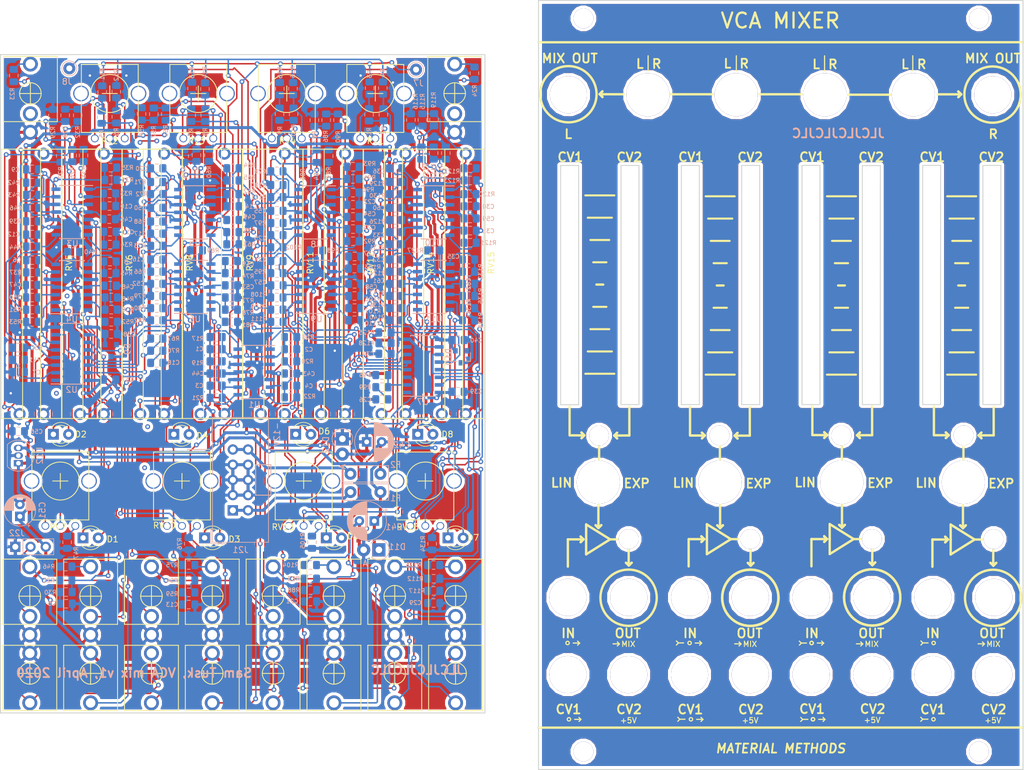
<source format=kicad_pcb>
(kicad_pcb (version 20171130) (host pcbnew "(5.0.1)-3")
  (layers (0 F.Cu signal hide) (31 B.Cu signal hide) (34 B.Paste user hide) (35 F.Paste user hide) (36 B.SilkS user) (37 F.SilkS user) (38 B.Mask user hide) (39 F.Mask user hide) (44 Edge.Cuts user))
  (net 0 "")
  (net 1 MixBusL)
  (net 2 "Net-(C1-Pad1)")
  (net 3 MixBusR)
  (net 4 "Net-(C2-Pad1)")
  (net 5 "Net-(C3-Pad1)")
  (net 6 "Net-(C3-Pad2)")
  (net 7 "Net-(C4-Pad1)")
  (net 8 "Net-(C4-Pad2)")
  (net 9 CVinA1_norm)
  (net 10 "Net-(C5-Pad1)")
  (net 11 "Net-(C6-Pad1)")
  (net 12 "Net-(C6-Pad2)")
  (net 13 "Net-(C7-Pad1)")
  (net 14 "Net-(C8-Pad2)")
  (net 15 "Net-(C8-Pad1)")
  (net 16 "Net-(C9-Pad1)")
  (net 17 "Net-(C9-Pad2)")
  (net 18 "Net-(C10-Pad1)")
  (net 19 "Net-(C10-Pad2)")
  (net 20 "Net-(C11-Pad2)")
  (net 21 "Net-(C11-Pad1)")
  (net 22 "Net-(C12-Pad2)")
  (net 23 "Net-(C12-Pad1)")
  (net 24 "Net-(C13-Pad1)")
  (net 25 "Net-(C14-Pad2)")
  (net 26 "Net-(C14-Pad1)")
  (net 27 "Net-(C15-Pad1)")
  (net 28 "Net-(C15-Pad2)")
  (net 29 "Net-(C16-Pad2)")
  (net 30 "Net-(C16-Pad1)")
  (net 31 "Net-(C17-Pad1)")
  (net 32 "Net-(C17-Pad2)")
  (net 33 "Net-(C18-Pad1)")
  (net 34 "Net-(C19-Pad2)")
  (net 35 "Net-(C19-Pad1)")
  (net 36 "Net-(C20-Pad2)")
  (net 37 "Net-(C20-Pad1)")
  (net 38 "Net-(C21-Pad1)")
  (net 39 "Net-(C22-Pad1)")
  (net 40 "Net-(C22-Pad2)")
  (net 41 "Net-(C23-Pad2)")
  (net 42 "Net-(C23-Pad1)")
  (net 43 "Net-(C24-Pad2)")
  (net 44 "Net-(C24-Pad1)")
  (net 45 "Net-(C25-Pad1)")
  (net 46 "Net-(C25-Pad2)")
  (net 47 "Net-(C26-Pad1)")
  (net 48 "Net-(C27-Pad1)")
  (net 49 "Net-(C27-Pad2)")
  (net 50 "Net-(C28-Pad1)")
  (net 51 "Net-(C28-Pad2)")
  (net 52 "Net-(C29-Pad1)")
  (net 53 "Net-(C30-Pad1)")
  (net 54 "Net-(C30-Pad2)")
  (net 55 "Net-(C31-Pad2)")
  (net 56 "Net-(C31-Pad1)")
  (net 57 "Net-(C32-Pad1)")
  (net 58 "Net-(C32-Pad2)")
  (net 59 "Net-(C33-Pad1)")
  (net 60 "Net-(C33-Pad2)")
  (net 61 "Net-(C34-Pad1)")
  (net 62 "Net-(C35-Pad1)")
  (net 63 "Net-(C35-Pad2)")
  (net 64 "Net-(C36-Pad2)")
  (net 65 "Net-(C36-Pad1)")
  (net 66 +12V)
  (net 67 -12V)
  (net 68 CVinA2_norm)
  (net 69 /VCA-A/A_outLED)
  (net 70 "Net-(D1-Pad2)")
  (net 71 "Net-(D2-Pad1)")
  (net 72 /VCA-A/A_cvLED)
  (net 73 "Net-(D3-Pad2)")
  (net 74 /VCA-B/B_outLED)
  (net 75 /VCA-B/B_cvLED)
  (net 76 "Net-(D4-Pad1)")
  (net 77 /VCA-C/C_outLED)
  (net 78 "Net-(D5-Pad2)")
  (net 79 /VCA-C/C_cvLED)
  (net 80 "Net-(D6-Pad1)")
  (net 81 /VCA-D/D_outLED)
  (net 82 "Net-(D7-Pad2)")
  (net 83 /VCA-D/D_cvLED)
  (net 84 "Net-(D8-Pad1)")
  (net 85 /Power/+12V_in)
  (net 86 /Power/-12V_in)
  (net 87 /MixOutL)
  (net 88 /MixOutR)
  (net 89 CVinA1)
  (net 90 /VCA-A/CVinA2)
  (net 91 InA_norm)
  (net 92 InA)
  (net 93 OutA_norm)
  (net 94 /VCA-A/OutA)
  (net 95 CVinB1)
  (net 96 /VCA-B/CVinB2)
  (net 97 InB)
  (net 98 /VCA-B/OutB)
  (net 99 OutB_norm)
  (net 100 CVinC1)
  (net 101 /VCA-C/CVinC2)
  (net 102 InC)
  (net 103 /VCA-C/OutA)
  (net 104 OutC_norm)
  (net 105 CVinD1)
  (net 106 /VCA-D/CVinD2)
  (net 107 InD)
  (net 108 OutD_norm)
  (net 109 /VCA-D/OutB)
  (net 110 "Net-(R1-Pad2)")
  (net 111 /PanD)
  (net 112 "Net-(R11-Pad1)")
  (net 113 /PanA)
  (net 114 "Net-(R13-Pad1)")
  (net 115 /PanB)
  (net 116 "Net-(R15-Pad1)")
  (net 117 /PanC)
  (net 118 "Net-(R25-Pad1)")
  (net 119 "Net-(R26-Pad2)")
  (net 120 "Net-(R28-Pad2)")
  (net 121 "Net-(R38-Pad1)")
  (net 122 "Net-(R42-Pad1)")
  (net 123 "Net-(R47-Pad2)")
  (net 124 "Net-(R48-Pad1)")
  (net 125 "Net-(R50-Pad1)")
  (net 126 "Net-(R54-Pad1)")
  (net 127 "Net-(R55-Pad2)")
  (net 128 "Net-(R57-Pad2)")
  (net 129 "Net-(R67-Pad1)")
  (net 130 "Net-(R71-Pad1)")
  (net 131 "Net-(R76-Pad2)")
  (net 132 "Net-(R77-Pad1)")
  (net 133 "Net-(R79-Pad1)")
  (net 134 "Net-(R83-Pad1)")
  (net 135 "Net-(R84-Pad2)")
  (net 136 "Net-(R86-Pad2)")
  (net 137 "Net-(R96-Pad1)")
  (net 138 "Net-(R100-Pad1)")
  (net 139 "Net-(R105-Pad2)")
  (net 140 "Net-(R106-Pad1)")
  (net 141 "Net-(R108-Pad1)")
  (net 142 "Net-(R112-Pad1)")
  (net 143 "Net-(R113-Pad2)")
  (net 144 "Net-(R115-Pad2)")
  (net 145 "Net-(R125-Pad1)")
  (net 146 "Net-(R129-Pad1)")
  (net 147 "Net-(R134-Pad2)")
  (net 148 "Net-(R135-Pad1)")
  (net 149 "Net-(R137-Pad1)")
  (net 150 "Net-(RV7-Pad2)")
  (net 151 "Net-(RV10-Pad2)")
  (net 152 "Net-(RV13-Pad2)")
  (net 153 "Net-(RV16-Pad2)")
  (module Diode_THT:D_DO-41_SOD81_P2.54mm_Vertical_AnodeUp (layer B.Cu) (at 75.692 95.25 180)
    (fp_text reference D11 (at -3.048 0.508 180) (layer B.SilkS) (effects (justify mirror)))
    (fp_text value 1N4001)
    (fp_text user A (at 2.286 -2.286 180) (layer B.SilkS) (effects (justify mirror)))
    (pad 2 thru_hole oval (at 2.54 0 180) (size 2.2 2.2) (drill 1.1) (layers *.Cu *.Mask) (net 9 CVinA1_norm))
    (pad 1 thru_hole rect (at 0 0 180) (size 2.2 2.2) (drill 1.1) (layers *.Cu *.Mask) (net 66 +12V))
  )
  (module Diode_THT:D_DO-41_SOD81_P2.54mm_Vertical_AnodeUp (layer B.Cu) (at 69.596 76.708 270)
    (fp_text reference D12 (at 1.016 2.750635 270) (layer B.SilkS) (effects (justify mirror)))
    (fp_text value 1N4001)
    (fp_text user A (at 4.64 0 270) (layer B.SilkS) (effects (justify mirror)))
    (pad 2 thru_hole oval (at 2.54 0 270) (size 2.2 2.2) (drill 1.1) (layers *.Cu *.Mask) (net 67 -12V))
    (pad 1 thru_hole rect (at 0 0 270) (size 2.2 2.2) (drill 1.1) (layers *.Cu *.Mask) (net 9 CVinA1_norm))
  )
  (module Eurocad:R_0805_2012Metric_Pad1.15x1.40mm_HandSolder_smallText (layer B.Cu) (at 60.96 59.69)
    (fp_text reference R18 (at 2.946 0) (layer B.SilkS) (effects (font (size 0.7 0.7) (thickness 0.12)) (justify mirror)))
    (fp_text value 51k)
    (pad 2 smd roundrect (at 1.025 0) (size 1.15 1.4) (layers B.Cu B.Paste B.Mask) (roundrect_rratio 0.217391) (net 4 "Net-(C2-Pad1)"))
    (pad 1 smd roundrect (at -1.025 0) (size 1.15 1.4) (layers B.Cu B.Paste B.Mask) (roundrect_rratio 0.217391) (net 3 MixBusR))
  )
  (module Eurocad:C_0805_2012Metric_Pad1.15x1.40mm_HandSolder_SmallTxt (layer B.Cu) (at 90.678 50.8)
    (fp_text reference C62 (at 0 0 90) (layer B.SilkS) (effects (font (size 0.7 0.7) (thickness 0.12)) (justify mirror)))
    (fp_text value 100nF)
    (pad 2 smd roundrect (at 1.025 0) (size 1.15 1.4) (layers B.Cu B.Paste B.Mask) (roundrect_rratio 0.217391) (net 9 CVinA1_norm))
    (pad 1 smd roundrect (at -1.025 0) (size 1.15 1.4) (layers B.Cu B.Paste B.Mask) (roundrect_rratio 0.217391) (net 67 -12V))
  )
  (module Eurocad:C_0805_2012Metric_Pad1.15x1.40mm_HandSolder_SmallTxt (layer B.Cu) (at 78.486 50.8)
    (fp_text reference C61 (at -2.794 -0.508) (layer B.SilkS) (effects (font (size 0.7 0.7) (thickness 0.12)) (justify mirror)))
    (fp_text value 100nF)
    (pad 2 smd roundrect (at 1.025 0) (size 1.15 1.4) (layers B.Cu B.Paste B.Mask) (roundrect_rratio 0.217391) (net 66 +12V))
    (pad 1 smd roundrect (at -1.025 0) (size 1.15 1.4) (layers B.Cu B.Paste B.Mask) (roundrect_rratio 0.217391) (net 9 CVinA1_norm))
  )
  (module Eurocad:C_0805_2012Metric_Pad1.15x1.40mm_HandSolder_SmallTxt (layer B.Cu) (at 78.486 38.1 180)
    (fp_text reference C60 (at 2.794 0 180) (layer B.SilkS) (effects (font (size 0.7 0.7) (thickness 0.12)) (justify mirror)))
    (fp_text value 100nF)
    (pad 2 smd roundrect (at 1.025 0 180) (size 1.15 1.4) (layers B.Cu B.Paste B.Mask) (roundrect_rratio 0.217391) (net 9 CVinA1_norm))
    (pad 1 smd roundrect (at -1.025 0 180) (size 1.15 1.4) (layers B.Cu B.Paste B.Mask) (roundrect_rratio 0.217391) (net 67 -12V))
  )
  (module Eurocad:C_0805_2012Metric_Pad1.15x1.40mm_HandSolder_SmallTxt (layer B.Cu) (at 90.932 39.878 180)
    (fp_text reference C59 (at -3.048 -0.05 180) (layer B.SilkS) (effects (font (size 0.7 0.7) (thickness 0.12)) (justify mirror)))
    (fp_text value 100nF)
    (pad 2 smd roundrect (at 1.025 0 180) (size 1.15 1.4) (layers B.Cu B.Paste B.Mask) (roundrect_rratio 0.217391) (net 66 +12V))
    (pad 1 smd roundrect (at -1.025 0 180) (size 1.15 1.4) (layers B.Cu B.Paste B.Mask) (roundrect_rratio 0.217391) (net 9 CVinA1_norm))
  )
  (module Eurocad:C_0805_2012Metric_Pad1.15x1.40mm_HandSolder_SmallTxt (layer B.Cu) (at 71.637 50.8)
    (fp_text reference C58 (at 2.785 0.508) (layer B.SilkS) (effects (font (size 0.7 0.7) (thickness 0.12)) (justify mirror)))
    (fp_text value 100nF)
    (pad 2 smd roundrect (at 1.025 0) (size 1.15 1.4) (layers B.Cu B.Paste B.Mask) (roundrect_rratio 0.217391) (net 9 CVinA1_norm))
    (pad 1 smd roundrect (at -1.025 0) (size 1.15 1.4) (layers B.Cu B.Paste B.Mask) (roundrect_rratio 0.217391) (net 67 -12V))
  )
  (module Eurocad:C_0805_2012Metric_Pad1.15x1.40mm_HandSolder_SmallTxt (layer B.Cu) (at 58.683 51.054)
    (fp_text reference C57 (at -2.803 -0.508) (layer B.SilkS) (effects (font (size 0.7 0.7) (thickness 0.12)) (justify mirror)))
    (fp_text value 100nF)
    (pad 2 smd roundrect (at 1.025 0) (size 1.15 1.4) (layers B.Cu B.Paste B.Mask) (roundrect_rratio 0.217391) (net 66 +12V))
    (pad 1 smd roundrect (at -1.025 0) (size 1.15 1.4) (layers B.Cu B.Paste B.Mask) (roundrect_rratio 0.217391) (net 9 CVinA1_norm))
  )
  (module Eurocad:C_0805_2012Metric_Pad1.15x1.40mm_HandSolder_SmallTxt (layer B.Cu) (at 15.494 75.438 180)
    (fp_text reference C56 (at -3.048 -0.05 180) (layer B.SilkS) (effects (font (size 0.7 0.7) (thickness 0.12)) (justify mirror)))
    (fp_text value 100nF)
    (pad 2 smd roundrect (at 1.025 0 180) (size 1.15 1.4) (layers B.Cu B.Paste B.Mask) (roundrect_rratio 0.217391) (net 9 CVinA1_norm))
    (pad 1 smd roundrect (at -1.025 0 180) (size 1.15 1.4) (layers B.Cu B.Paste B.Mask) (roundrect_rratio 0.217391) (net 68 CVinA2_norm))
  )
  (module Eurocad:C_0805_2012Metric_Pad1.15x1.40mm_HandSolder_SmallTxt (layer B.Cu) (at 58.674 38.608 180)
    (fp_text reference C55 (at 2.794 0 180) (layer B.SilkS) (effects (font (size 0.7 0.7) (thickness 0.12)) (justify mirror)))
    (fp_text value 100nF)
    (pad 2 smd roundrect (at 1.025 0 180) (size 1.15 1.4) (layers B.Cu B.Paste B.Mask) (roundrect_rratio 0.217391) (net 9 CVinA1_norm))
    (pad 1 smd roundrect (at -1.025 0 180) (size 1.15 1.4) (layers B.Cu B.Paste B.Mask) (roundrect_rratio 0.217391) (net 67 -12V))
  )
  (module Eurocad:C_0805_2012Metric_Pad1.15x1.40mm_HandSolder_SmallTxt (layer B.Cu) (at 71.374 39.624 180)
    (fp_text reference C54 (at -2.794 0.508 180) (layer B.SilkS) (effects (font (size 0.7 0.7) (thickness 0.12)) (justify mirror)))
    (fp_text value 100nF)
    (pad 2 smd roundrect (at 1.025 0 180) (size 1.15 1.4) (layers B.Cu B.Paste B.Mask) (roundrect_rratio 0.217391) (net 66 +12V))
    (pad 1 smd roundrect (at -1.025 0 180) (size 1.15 1.4) (layers B.Cu B.Paste B.Mask) (roundrect_rratio 0.217391) (net 9 CVinA1_norm))
  )
  (module Eurocad:C_0805_2012Metric_Pad1.15x1.40mm_HandSolder_SmallTxt (layer B.Cu) (at 51.054 51.054)
    (fp_text reference C53 (at 2.794 0.254) (layer B.SilkS) (effects (font (size 0.7 0.7) (thickness 0.12)) (justify mirror)))
    (fp_text value 100nF)
    (pad 2 smd roundrect (at 1.025 0) (size 1.15 1.4) (layers B.Cu B.Paste B.Mask) (roundrect_rratio 0.217391) (net 9 CVinA1_norm))
    (pad 1 smd roundrect (at -1.025 0) (size 1.15 1.4) (layers B.Cu B.Paste B.Mask) (roundrect_rratio 0.217391) (net 67 -12V))
  )
  (module Eurocad:C_0805_2012Metric_Pad1.15x1.40mm_HandSolder_SmallTxt (layer B.Cu) (at 38.608 50.8)
    (fp_text reference C52 (at -3.048 -0.05) (layer B.SilkS) (effects (font (size 0.7 0.7) (thickness 0.12)) (justify mirror)))
    (fp_text value 100nF)
    (pad 2 smd roundrect (at 1.025 0) (size 1.15 1.4) (layers B.Cu B.Paste B.Mask) (roundrect_rratio 0.217391) (net 66 +12V))
    (pad 1 smd roundrect (at -1.025 0) (size 1.15 1.4) (layers B.Cu B.Paste B.Mask) (roundrect_rratio 0.217391) (net 9 CVinA1_norm))
  )
  (module Eurocad:C_0805_2012Metric_Pad1.15x1.40mm_HandSolder_SmallTxt (layer B.Cu) (at 38.608 38.1 180)
    (fp_text reference C50 (at 2.785 0 180) (layer B.SilkS) (effects (font (size 0.7 0.7) (thickness 0.12)) (justify mirror)))
    (fp_text value 100nF)
    (pad 2 smd roundrect (at 1.025 0 180) (size 1.15 1.4) (layers B.Cu B.Paste B.Mask) (roundrect_rratio 0.217391) (net 9 CVinA1_norm))
    (pad 1 smd roundrect (at -1.025 0 180) (size 1.15 1.4) (layers B.Cu B.Paste B.Mask) (roundrect_rratio 0.217391) (net 67 -12V))
  )
  (module Eurocad:C_0805_2012Metric_Pad1.15x1.40mm_HandSolder_SmallTxt (layer B.Cu) (at 51.308 40.132 180)
    (fp_text reference C49 (at -2.794 0.508 180) (layer B.SilkS) (effects (font (size 0.7 0.7) (thickness 0.12)) (justify mirror)))
    (fp_text value 100nF)
    (pad 2 smd roundrect (at 1.025 0 180) (size 1.15 1.4) (layers B.Cu B.Paste B.Mask) (roundrect_rratio 0.217391) (net 66 +12V))
    (pad 1 smd roundrect (at -1.025 0 180) (size 1.15 1.4) (layers B.Cu B.Paste B.Mask) (roundrect_rratio 0.217391) (net 9 CVinA1_norm))
  )
  (module Eurocad:C_0805_2012Metric_Pad1.15x1.40mm_HandSolder_SmallTxt (layer B.Cu) (at 17.73 50.99)
    (fp_text reference C47 (at -2.744 -0.05) (layer B.SilkS) (effects (font (size 0.7 0.7) (thickness 0.12)) (justify mirror)))
    (fp_text value 100nF)
    (pad 2 smd roundrect (at 1.025 0) (size 1.15 1.4) (layers B.Cu B.Paste B.Mask) (roundrect_rratio 0.217391) (net 66 +12V))
    (pad 1 smd roundrect (at -1.025 0) (size 1.15 1.4) (layers B.Cu B.Paste B.Mask) (roundrect_rratio 0.217391) (net 9 CVinA1_norm))
  )
  (module Eurocad:C_0805_2012Metric_Pad1.15x1.40mm_HandSolder_SmallTxt (layer B.Cu) (at 17.825 38.1 180)
    (fp_text reference C46 (at 2.794 -0.05 180) (layer B.SilkS) (effects (font (size 0.7 0.7) (thickness 0.12)) (justify mirror)))
    (fp_text value 100nF)
    (pad 2 smd roundrect (at 1.025 0 180) (size 1.15 1.4) (layers B.Cu B.Paste B.Mask) (roundrect_rratio 0.217391) (net 9 CVinA1_norm))
    (pad 1 smd roundrect (at -1.025 0 180) (size 1.15 1.4) (layers B.Cu B.Paste B.Mask) (roundrect_rratio 0.217391) (net 67 -12V))
  )
  (module Eurocad:C_0805_2012Metric_Pad1.15x1.40mm_HandSolder_SmallTxt (layer B.Cu) (at 30.675 40 180)
    (fp_text reference C45 (at -2.853 -0.05 180) (layer B.SilkS) (effects (font (size 0.7 0.7) (thickness 0.12)) (justify mirror)))
    (fp_text value 100nF)
    (pad 2 smd roundrect (at 1.025 0 180) (size 1.15 1.4) (layers B.Cu B.Paste B.Mask) (roundrect_rratio 0.217391) (net 66 +12V))
    (pad 1 smd roundrect (at -1.025 0 180) (size 1.15 1.4) (layers B.Cu B.Paste B.Mask) (roundrect_rratio 0.217391) (net 9 CVinA1_norm))
  )
  (module Eurocad:C_0805_2012Metric_Pad1.15x1.40mm_HandSolder_SmallTxt (layer B.Cu) (at 48.514 65.786 180)
    (fp_text reference C44 (at 3.048 0 180) (layer B.SilkS) (effects (font (size 0.7 0.7) (thickness 0.12)) (justify mirror)))
    (fp_text value 100nF)
    (pad 2 smd roundrect (at 1.025 0 180) (size 1.15 1.4) (layers B.Cu B.Paste B.Mask) (roundrect_rratio 0.217391) (net 9 CVinA1_norm))
    (pad 1 smd roundrect (at -1.025 0 180) (size 1.15 1.4) (layers B.Cu B.Paste B.Mask) (roundrect_rratio 0.217391) (net 67 -12V))
  )
  (module Eurocad:C_0805_2012Metric_Pad1.15x1.40mm_HandSolder_SmallTxt (layer B.Cu) (at 60.96 65.786 180)
    (fp_text reference C43 (at -3.048 -0.05 180) (layer B.SilkS) (effects (font (size 0.7 0.7) (thickness 0.12)) (justify mirror)))
    (fp_text value 100nF)
    (pad 2 smd roundrect (at 1.025 0 180) (size 1.15 1.4) (layers B.Cu B.Paste B.Mask) (roundrect_rratio 0.217391) (net 66 +12V))
    (pad 1 smd roundrect (at -1.025 0 180) (size 1.15 1.4) (layers B.Cu B.Paste B.Mask) (roundrect_rratio 0.217391) (net 9 CVinA1_norm))
  )
  (module Eurocad:C_0805_2012Metric_Pad1.15x1.40mm_HandSolder_SmallTxt (layer B.Cu) (at 88.9 60.198 180)
    (fp_text reference C40 (at -3.048 -0.05 180) (layer B.SilkS) (effects (font (size 0.7 0.7) (thickness 0.12)) (justify mirror)))
    (fp_text value 100nF)
    (pad 2 smd roundrect (at 1.025 0 180) (size 1.15 1.4) (layers B.Cu B.Paste B.Mask) (roundrect_rratio 0.217391) (net 67 -12V))
    (pad 1 smd roundrect (at -1.025 0 180) (size 1.15 1.4) (layers B.Cu B.Paste B.Mask) (roundrect_rratio 0.217391) (net 9 CVinA1_norm))
  )
  (module Eurocad:C_0805_2012Metric_Pad1.15x1.40mm_HandSolder_SmallTxt (layer B.Cu) (at 88.9 68.834)
    (fp_text reference C39 (at 3.048 -0.05) (layer B.SilkS) (effects (font (size 0.7 0.7) (thickness 0.12)) (justify mirror)))
    (fp_text value 100nF)
    (pad 2 smd roundrect (at 1.025 0) (size 1.15 1.4) (layers B.Cu B.Paste B.Mask) (roundrect_rratio 0.217391) (net 9 CVinA1_norm))
    (pad 1 smd roundrect (at -1.025 0) (size 1.15 1.4) (layers B.Cu B.Paste B.Mask) (roundrect_rratio 0.217391) (net 66 +12V))
  )
  (module Eurocad:C_0805_2012Metric_Pad1.15x1.40mm_HandSolder_SmallTxt (layer B.Cu) (at 30.988 59.182 180)
    (fp_text reference C38 (at -3.048 -0.05 180) (layer B.SilkS) (effects (font (size 0.7 0.7) (thickness 0.12)) (justify mirror)))
    (fp_text value 100nF)
    (pad 2 smd roundrect (at 1.025 0 180) (size 1.15 1.4) (layers B.Cu B.Paste B.Mask) (roundrect_rratio 0.217391) (net 67 -12V))
    (pad 1 smd roundrect (at -1.025 0 180) (size 1.15 1.4) (layers B.Cu B.Paste B.Mask) (roundrect_rratio 0.217391) (net 9 CVinA1_norm))
  )
  (module Eurocad:C_0805_2012Metric_Pad1.15x1.40mm_HandSolder_SmallTxt (layer B.Cu) (at 30.734 66.802)
    (fp_text reference C37 (at 3.048 0) (layer B.SilkS) (effects (font (size 0.7 0.7) (thickness 0.12)) (justify mirror)))
    (fp_text value 100nF)
    (pad 2 smd roundrect (at 1.025 0) (size 1.15 1.4) (layers B.Cu B.Paste B.Mask) (roundrect_rratio 0.217391) (net 9 CVinA1_norm))
    (pad 1 smd roundrect (at -1.025 0) (size 1.15 1.4) (layers B.Cu B.Paste B.Mask) (roundrect_rratio 0.217391) (net 66 +12V))
  )
  (module Eurocad:C_0805_2012Metric_Pad1.15x1.40mm_HandSolder_SmallTxt (layer B.Cu) (at 78.477 31.496 180)
    (fp_text reference C36 (at 2.785 -0.508 180) (layer B.SilkS) (effects (font (size 0.7 0.7) (thickness 0.12)) (justify mirror)))
    (fp_text value 47p)
    (pad 2 smd roundrect (at 1.025 0 180) (size 1.15 1.4) (layers B.Cu B.Paste B.Mask) (roundrect_rratio 0.217391) (net 64 "Net-(C36-Pad2)"))
    (pad 1 smd roundrect (at -1.025 0 180) (size 1.15 1.4) (layers B.Cu B.Paste B.Mask) (roundrect_rratio 0.217391) (net 65 "Net-(C36-Pad1)"))
  )
  (module Eurocad:C_0805_2012Metric_Pad1.15x1.40mm_HandSolder_SmallTxt (layer B.Cu) (at 90.678 46.736 180)
    (fp_text reference C35 (at 2.54 0.508 180) (layer B.SilkS) (effects (font (size 0.7 0.7) (thickness 0.12)) (justify mirror)))
    (fp_text value 100p)
    (pad 2 smd roundrect (at 1.025 0 180) (size 1.15 1.4) (layers B.Cu B.Paste B.Mask) (roundrect_rratio 0.217391) (net 63 "Net-(C35-Pad2)"))
    (pad 1 smd roundrect (at -1.025 0 180) (size 1.15 1.4) (layers B.Cu B.Paste B.Mask) (roundrect_rratio 0.217391) (net 62 "Net-(C35-Pad1)"))
  )
  (module Eurocad:C_0805_2012Metric_Pad1.15x1.40mm_HandSolder_SmallTxt (layer B.Cu) (at 76.708 62.484 180)
    (fp_text reference C34 (at 2.794 -0.05 180) (layer B.SilkS) (effects (font (size 0.7 0.7) (thickness 0.12)) (justify mirror)))
    (fp_text value 560p)
    (pad 2 smd roundrect (at 1.025 0 180) (size 1.15 1.4) (layers B.Cu B.Paste B.Mask) (roundrect_rratio 0.217391) (net 9 CVinA1_norm))
    (pad 1 smd roundrect (at -1.025 0 180) (size 1.15 1.4) (layers B.Cu B.Paste B.Mask) (roundrect_rratio 0.217391) (net 61 "Net-(C34-Pad1)"))
  )
  (module Eurocad:C_0805_2012Metric_Pad1.15x1.40mm_HandSolder_SmallTxt (layer B.Cu) (at 78.486 42.164)
    (fp_text reference C33 (at -2.794 0.508) (layer B.SilkS) (effects (font (size 0.7 0.7) (thickness 0.12)) (justify mirror)))
    (fp_text value 47p)
    (pad 2 smd roundrect (at 1.025 0) (size 1.15 1.4) (layers B.Cu B.Paste B.Mask) (roundrect_rratio 0.217391) (net 60 "Net-(C33-Pad2)"))
    (pad 1 smd roundrect (at -1.025 0) (size 1.15 1.4) (layers B.Cu B.Paste B.Mask) (roundrect_rratio 0.217391) (net 59 "Net-(C33-Pad1)"))
  )
  (module Eurocad:C_0805_2012Metric_Pad1.15x1.40mm_HandSolder_SmallTxt (layer B.Cu) (at 78.486 46.736)
    (fp_text reference C32 (at -2.794 0) (layer B.SilkS) (effects (font (size 0.7 0.7) (thickness 0.12)) (justify mirror)))
    (fp_text value 47p)
    (pad 2 smd roundrect (at 1.025 0) (size 1.15 1.4) (layers B.Cu B.Paste B.Mask) (roundrect_rratio 0.217391) (net 58 "Net-(C32-Pad2)"))
    (pad 1 smd roundrect (at -1.025 0) (size 1.15 1.4) (layers B.Cu B.Paste B.Mask) (roundrect_rratio 0.217391) (net 57 "Net-(C32-Pad1)"))
  )
  (module Eurocad:C_0805_2012Metric_Pad1.15x1.40mm_HandSolder_SmallTxt (layer B.Cu) (at 90.932 41.91 180)
    (fp_text reference C31 (at -3.048 -0.05 180) (layer B.SilkS) (effects (font (size 0.7 0.7) (thickness 0.12)) (justify mirror)))
    (fp_text value 47p)
    (pad 2 smd roundrect (at 1.025 0 180) (size 1.15 1.4) (layers B.Cu B.Paste B.Mask) (roundrect_rratio 0.217391) (net 55 "Net-(C31-Pad2)"))
    (pad 1 smd roundrect (at -1.025 0 180) (size 1.15 1.4) (layers B.Cu B.Paste B.Mask) (roundrect_rratio 0.217391) (net 56 "Net-(C31-Pad1)"))
  )
  (module Eurocad:C_0805_2012Metric_Pad1.15x1.40mm_HandSolder_SmallTxt (layer B.Cu) (at 90.932 37.846 180)
    (fp_text reference C30 (at -3.048 -0.05 180) (layer B.SilkS) (effects (font (size 0.7 0.7) (thickness 0.12)) (justify mirror)))
    (fp_text value 47p)
    (pad 2 smd roundrect (at 1.025 0 180) (size 1.15 1.4) (layers B.Cu B.Paste B.Mask) (roundrect_rratio 0.217391) (net 54 "Net-(C30-Pad2)"))
    (pad 1 smd roundrect (at -1.025 0 180) (size 1.15 1.4) (layers B.Cu B.Paste B.Mask) (roundrect_rratio 0.217391) (net 53 "Net-(C30-Pad1)"))
  )
  (module Eurocad:C_0805_2012Metric_Pad1.15x1.40mm_HandSolder_SmallTxt (layer B.Cu) (at 84.836 104.14)
    (fp_text reference C29 (at -3.048 -0.05) (layer B.SilkS) (effects (font (size 0.7 0.7) (thickness 0.12)) (justify mirror)))
    (fp_text value 560p)
    (pad 2 smd roundrect (at 1.025 0) (size 1.15 1.4) (layers B.Cu B.Paste B.Mask) (roundrect_rratio 0.217391) (net 9 CVinA1_norm))
    (pad 1 smd roundrect (at -1.025 0) (size 1.15 1.4) (layers B.Cu B.Paste B.Mask) (roundrect_rratio 0.217391) (net 52 "Net-(C29-Pad1)"))
  )
  (module Eurocad:C_0805_2012Metric_Pad1.15x1.40mm_HandSolder_SmallTxt (layer B.Cu) (at 58.665 32.004 180)
    (fp_text reference C28 (at 2.785 0 180) (layer B.SilkS) (effects (font (size 0.7 0.7) (thickness 0.12)) (justify mirror)))
    (fp_text value 47p)
    (pad 2 smd roundrect (at 1.025 0 180) (size 1.15 1.4) (layers B.Cu B.Paste B.Mask) (roundrect_rratio 0.217391) (net 51 "Net-(C28-Pad2)"))
    (pad 1 smd roundrect (at -1.025 0 180) (size 1.15 1.4) (layers B.Cu B.Paste B.Mask) (roundrect_rratio 0.217391) (net 50 "Net-(C28-Pad1)"))
  )
  (module Eurocad:C_0805_2012Metric_Pad1.15x1.40mm_HandSolder_SmallTxt (layer B.Cu) (at 71.637 46.228 180)
    (fp_text reference C27 (at -2.531 0.508 180) (layer B.SilkS) (effects (font (size 0.7 0.7) (thickness 0.12)) (justify mirror)))
    (fp_text value 100p)
    (pad 2 smd roundrect (at 1.025 0 180) (size 1.15 1.4) (layers B.Cu B.Paste B.Mask) (roundrect_rratio 0.217391) (net 49 "Net-(C27-Pad2)"))
    (pad 1 smd roundrect (at -1.025 0 180) (size 1.15 1.4) (layers B.Cu B.Paste B.Mask) (roundrect_rratio 0.217391) (net 48 "Net-(C27-Pad1)"))
  )
  (module Eurocad:C_0805_2012Metric_Pad1.15x1.40mm_HandSolder_SmallTxt (layer B.Cu) (at 76.2 70.104 180)
    (fp_text reference C26 (at 2.794 -0.05 180) (layer B.SilkS) (effects (font (size 0.7 0.7) (thickness 0.12)) (justify mirror)))
    (fp_text value 560p)
    (pad 2 smd roundrect (at 1.025 0 180) (size 1.15 1.4) (layers B.Cu B.Paste B.Mask) (roundrect_rratio 0.217391) (net 9 CVinA1_norm))
    (pad 1 smd roundrect (at -1.025 0 180) (size 1.15 1.4) (layers B.Cu B.Paste B.Mask) (roundrect_rratio 0.217391) (net 47 "Net-(C26-Pad1)"))
  )
  (module Eurocad:C_0805_2012Metric_Pad1.15x1.40mm_HandSolder_SmallTxt (layer B.Cu) (at 58.674 42.672)
    (fp_text reference C25 (at -2.794 0.508) (layer B.SilkS) (effects (font (size 0.7 0.7) (thickness 0.12)) (justify mirror)))
    (fp_text value 47p)
    (pad 2 smd roundrect (at 1.025 0) (size 1.15 1.4) (layers B.Cu B.Paste B.Mask) (roundrect_rratio 0.217391) (net 46 "Net-(C25-Pad2)"))
    (pad 1 smd roundrect (at -1.025 0) (size 1.15 1.4) (layers B.Cu B.Paste B.Mask) (roundrect_rratio 0.217391) (net 45 "Net-(C25-Pad1)"))
  )
  (module Eurocad:C_0805_2012Metric_Pad1.15x1.40mm_HandSolder_SmallTxt (layer B.Cu) (at 58.674 46.99)
    (fp_text reference C24 (at -2.794 -0.254) (layer B.SilkS) (effects (font (size 0.7 0.7) (thickness 0.12)) (justify mirror)))
    (fp_text value 47p)
    (pad 2 smd roundrect (at 1.025 0) (size 1.15 1.4) (layers B.Cu B.Paste B.Mask) (roundrect_rratio 0.217391) (net 43 "Net-(C24-Pad2)"))
    (pad 1 smd roundrect (at -1.025 0) (size 1.15 1.4) (layers B.Cu B.Paste B.Mask) (roundrect_rratio 0.217391) (net 44 "Net-(C24-Pad1)"))
  )
  (module Eurocad:C_0805_2012Metric_Pad1.15x1.40mm_HandSolder_SmallTxt (layer B.Cu) (at 71.365 41.656 180)
    (fp_text reference C23 (at -2.803 0.254 180) (layer B.SilkS) (effects (font (size 0.7 0.7) (thickness 0.12)) (justify mirror)))
    (fp_text value 47p)
    (pad 2 smd roundrect (at 1.025 0 180) (size 1.15 1.4) (layers B.Cu B.Paste B.Mask) (roundrect_rratio 0.217391) (net 41 "Net-(C23-Pad2)"))
    (pad 1 smd roundrect (at -1.025 0 180) (size 1.15 1.4) (layers B.Cu B.Paste B.Mask) (roundrect_rratio 0.217391) (net 42 "Net-(C23-Pad1)"))
  )
  (module Eurocad:C_0805_2012Metric_Pad1.15x1.40mm_HandSolder_SmallTxt (layer B.Cu) (at 71.374 37.592 180)
    (fp_text reference C22 (at -2.794 0.508 180) (layer B.SilkS) (effects (font (size 0.7 0.7) (thickness 0.12)) (justify mirror)))
    (fp_text value 47p)
    (pad 2 smd roundrect (at 1.025 0 180) (size 1.15 1.4) (layers B.Cu B.Paste B.Mask) (roundrect_rratio 0.217391) (net 40 "Net-(C22-Pad2)"))
    (pad 1 smd roundrect (at -1.025 0 180) (size 1.15 1.4) (layers B.Cu B.Paste B.Mask) (roundrect_rratio 0.217391) (net 39 "Net-(C22-Pad1)"))
  )
  (module Eurocad:C_0805_2012Metric_Pad1.15x1.40mm_HandSolder_SmallTxt (layer B.Cu) (at 64.262 103.886)
    (fp_text reference C21 (at -3.048 -0.05) (layer B.SilkS) (effects (font (size 0.7 0.7) (thickness 0.12)) (justify mirror)))
    (fp_text value 560p)
    (pad 2 smd roundrect (at 1.025 0) (size 1.15 1.4) (layers B.Cu B.Paste B.Mask) (roundrect_rratio 0.217391) (net 9 CVinA1_norm))
    (pad 1 smd roundrect (at -1.025 0) (size 1.15 1.4) (layers B.Cu B.Paste B.Mask) (roundrect_rratio 0.217391) (net 38 "Net-(C21-Pad1)"))
  )
  (module Eurocad:C_0805_2012Metric_Pad1.15x1.40mm_HandSolder_SmallTxt (layer B.Cu) (at 38.608 31.496 180)
    (fp_text reference C20 (at 2.54 -0.05 180) (layer B.SilkS) (effects (font (size 0.7 0.7) (thickness 0.12)) (justify mirror)))
    (fp_text value 47p)
    (pad 2 smd roundrect (at 1.025 0 180) (size 1.15 1.4) (layers B.Cu B.Paste B.Mask) (roundrect_rratio 0.217391) (net 36 "Net-(C20-Pad2)"))
    (pad 1 smd roundrect (at -1.025 0 180) (size 1.15 1.4) (layers B.Cu B.Paste B.Mask) (roundrect_rratio 0.217391) (net 37 "Net-(C20-Pad1)"))
  )
  (module Eurocad:C_0805_2012Metric_Pad1.15x1.40mm_HandSolder_SmallTxt (layer B.Cu) (at 51.063 46.99 180)
    (fp_text reference C19 (at -2.785 -0.508 180) (layer B.SilkS) (effects (font (size 0.7 0.7) (thickness 0.12)) (justify mirror)))
    (fp_text value 100p)
    (pad 2 smd roundrect (at 1.025 0 180) (size 1.15 1.4) (layers B.Cu B.Paste B.Mask) (roundrect_rratio 0.217391) (net 34 "Net-(C19-Pad2)"))
    (pad 1 smd roundrect (at -1.025 0 180) (size 1.15 1.4) (layers B.Cu B.Paste B.Mask) (roundrect_rratio 0.217391) (net 35 "Net-(C19-Pad1)"))
  )
  (module Eurocad:C_0805_2012Metric_Pad1.15x1.40mm_HandSolder_SmallTxt (layer B.Cu) (at 38.608 64.008)
    (fp_text reference C18 (at 2.794 -0.05) (layer B.SilkS) (effects (font (size 0.7 0.7) (thickness 0.12)) (justify mirror)))
    (fp_text value 560p)
    (pad 2 smd roundrect (at 1.025 0) (size 1.15 1.4) (layers B.Cu B.Paste B.Mask) (roundrect_rratio 0.217391) (net 9 CVinA1_norm))
    (pad 1 smd roundrect (at -1.025 0) (size 1.15 1.4) (layers B.Cu B.Paste B.Mask) (roundrect_rratio 0.217391) (net 33 "Net-(C18-Pad1)"))
  )
  (module Eurocad:C_0805_2012Metric_Pad1.15x1.40mm_HandSolder_SmallTxt (layer B.Cu) (at 38.608 42.418)
    (fp_text reference C17 (at -2.794 0) (layer B.SilkS) (effects (font (size 0.7 0.7) (thickness 0.12)) (justify mirror)))
    (fp_text value 47p)
    (pad 2 smd roundrect (at 1.025 0) (size 1.15 1.4) (layers B.Cu B.Paste B.Mask) (roundrect_rratio 0.217391) (net 32 "Net-(C17-Pad2)"))
    (pad 1 smd roundrect (at -1.025 0) (size 1.15 1.4) (layers B.Cu B.Paste B.Mask) (roundrect_rratio 0.217391) (net 31 "Net-(C17-Pad1)"))
  )
  (module Eurocad:C_0805_2012Metric_Pad1.15x1.40mm_HandSolder_SmallTxt (layer B.Cu) (at 38.608 46.736)
    (fp_text reference C16 (at -3.048 -0.05) (layer B.SilkS) (effects (font (size 0.7 0.7) (thickness 0.12)) (justify mirror)))
    (fp_text value 47p)
    (pad 2 smd roundrect (at 1.025 0) (size 1.15 1.4) (layers B.Cu B.Paste B.Mask) (roundrect_rratio 0.217391) (net 29 "Net-(C16-Pad2)"))
    (pad 1 smd roundrect (at -1.025 0) (size 1.15 1.4) (layers B.Cu B.Paste B.Mask) (roundrect_rratio 0.217391) (net 30 "Net-(C16-Pad1)"))
  )
  (module Eurocad:C_0805_2012Metric_Pad1.15x1.40mm_HandSolder_SmallTxt (layer B.Cu) (at 51.308 42.164 180)
    (fp_text reference C15 (at -2.794 0.254 180) (layer B.SilkS) (effects (font (size 0.7 0.7) (thickness 0.12)) (justify mirror)))
    (fp_text value 47p)
    (pad 2 smd roundrect (at 1.025 0 180) (size 1.15 1.4) (layers B.Cu B.Paste B.Mask) (roundrect_rratio 0.217391) (net 28 "Net-(C15-Pad2)"))
    (pad 1 smd roundrect (at -1.025 0 180) (size 1.15 1.4) (layers B.Cu B.Paste B.Mask) (roundrect_rratio 0.217391) (net 27 "Net-(C15-Pad1)"))
  )
  (module Eurocad:C_0805_2012Metric_Pad1.15x1.40mm_HandSolder_SmallTxt (layer B.Cu) (at 51.308 37.846 180)
    (fp_text reference C14 (at -3.048 -0.05 180) (layer B.SilkS) (effects (font (size 0.7 0.7) (thickness 0.12)) (justify mirror)))
    (fp_text value 47p)
    (pad 2 smd roundrect (at 1.025 0 180) (size 1.15 1.4) (layers B.Cu B.Paste B.Mask) (roundrect_rratio 0.217391) (net 25 "Net-(C14-Pad2)"))
    (pad 1 smd roundrect (at -1.025 0 180) (size 1.15 1.4) (layers B.Cu B.Paste B.Mask) (roundrect_rratio 0.217391) (net 26 "Net-(C14-Pad1)"))
  )
  (module Eurocad:C_0805_2012Metric_Pad1.15x1.40mm_HandSolder_SmallTxt (layer B.Cu) (at 43.942 104.394)
    (fp_text reference C13 (at -2.794 0) (layer B.SilkS) (effects (font (size 0.7 0.7) (thickness 0.12)) (justify mirror)))
    (fp_text value 560p)
    (pad 2 smd roundrect (at 1.025 0) (size 1.15 1.4) (layers B.Cu B.Paste B.Mask) (roundrect_rratio 0.217391) (net 9 CVinA1_norm))
    (pad 1 smd roundrect (at -1.025 0) (size 1.15 1.4) (layers B.Cu B.Paste B.Mask) (roundrect_rratio 0.217391) (net 24 "Net-(C13-Pad1)"))
  )
  (module Eurocad:C_0805_2012Metric_Pad1.15x1.40mm_HandSolder_SmallTxt (layer B.Cu) (at 17.778868 42.576289)
    (fp_text reference C12 (at -3.048 -0.05) (layer B.SilkS) (effects (font (size 0.7 0.7) (thickness 0.12)) (justify mirror)))
    (fp_text value 47p)
    (pad 2 smd roundrect (at 1.025 0) (size 1.15 1.4) (layers B.Cu B.Paste B.Mask) (roundrect_rratio 0.217391) (net 22 "Net-(C12-Pad2)"))
    (pad 1 smd roundrect (at -1.025 0) (size 1.15 1.4) (layers B.Cu B.Paste B.Mask) (roundrect_rratio 0.217391) (net 23 "Net-(C12-Pad1)"))
  )
  (module Eurocad:C_0805_2012Metric_Pad1.15x1.40mm_HandSolder_SmallTxt (layer B.Cu) (at 30.775 42.1 180)
    (fp_text reference C11 (at -3.048 -0.05 180) (layer B.SilkS) (effects (font (size 0.7 0.7) (thickness 0.12)) (justify mirror)))
    (fp_text value 47p)
    (pad 2 smd roundrect (at 1.025 0 180) (size 1.15 1.4) (layers B.Cu B.Paste B.Mask) (roundrect_rratio 0.217391) (net 20 "Net-(C11-Pad2)"))
    (pad 1 smd roundrect (at -1.025 0 180) (size 1.15 1.4) (layers B.Cu B.Paste B.Mask) (roundrect_rratio 0.217391) (net 21 "Net-(C11-Pad1)"))
  )
  (module Eurocad:C_0805_2012Metric_Pad1.15x1.40mm_HandSolder_SmallTxt (layer B.Cu) (at 30.725 37.8 180)
    (fp_text reference C10 (at -2.803 -0.05 180) (layer B.SilkS) (effects (font (size 0.7 0.7) (thickness 0.12)) (justify mirror)))
    (fp_text value 47p)
    (pad 2 smd roundrect (at 1.025 0 180) (size 1.15 1.4) (layers B.Cu B.Paste B.Mask) (roundrect_rratio 0.217391) (net 19 "Net-(C10-Pad2)"))
    (pad 1 smd roundrect (at -1.025 0 180) (size 1.15 1.4) (layers B.Cu B.Paste B.Mask) (roundrect_rratio 0.217391) (net 18 "Net-(C10-Pad1)"))
  )
  (module Eurocad:C_0805_2012Metric_Pad1.15x1.40mm_HandSolder_SmallTxt (layer B.Cu) (at 17.8 31.675 180)
    (fp_text reference C9 (at 2.794 -0.05 180) (layer B.SilkS) (effects (font (size 0.7 0.7) (thickness 0.12)) (justify mirror)))
    (fp_text value 47p)
    (pad 2 smd roundrect (at 1.025 0 180) (size 1.15 1.4) (layers B.Cu B.Paste B.Mask) (roundrect_rratio 0.217391) (net 17 "Net-(C9-Pad2)"))
    (pad 1 smd roundrect (at -1.025 0 180) (size 1.15 1.4) (layers B.Cu B.Paste B.Mask) (roundrect_rratio 0.217391) (net 16 "Net-(C9-Pad1)"))
  )
  (module Eurocad:C_0805_2012Metric_Pad1.15x1.40mm_HandSolder_SmallTxt (layer B.Cu) (at 30.79 47.075 180)
    (fp_text reference C8 (at -3.048 -0.05 180) (layer B.SilkS) (effects (font (size 0.7 0.7) (thickness 0.12)) (justify mirror)))
    (fp_text value 100p)
    (pad 2 smd roundrect (at 1.025 0 180) (size 1.15 1.4) (layers B.Cu B.Paste B.Mask) (roundrect_rratio 0.217391) (net 14 "Net-(C8-Pad2)"))
    (pad 1 smd roundrect (at -1.025 0 180) (size 1.15 1.4) (layers B.Cu B.Paste B.Mask) (roundrect_rratio 0.217391) (net 15 "Net-(C8-Pad1)"))
  )
  (module Eurocad:C_0805_2012Metric_Pad1.15x1.40mm_HandSolder_SmallTxt (layer B.Cu) (at 15.494 65.532 180)
    (fp_text reference C7 (at -3.048 -0.05 180) (layer B.SilkS) (effects (font (size 0.7 0.7) (thickness 0.12)) (justify mirror)))
    (fp_text value 560p)
    (pad 2 smd roundrect (at 1.025 0 180) (size 1.15 1.4) (layers B.Cu B.Paste B.Mask) (roundrect_rratio 0.217391) (net 9 CVinA1_norm))
    (pad 1 smd roundrect (at -1.025 0 180) (size 1.15 1.4) (layers B.Cu B.Paste B.Mask) (roundrect_rratio 0.217391) (net 13 "Net-(C7-Pad1)"))
  )
  (module Eurocad:C_0805_2012Metric_Pad1.15x1.40mm_HandSolder_SmallTxt (layer B.Cu) (at 17.815 46.845)
    (fp_text reference C6 (at -2.575 -0.05) (layer B.SilkS) (effects (font (size 0.7 0.7) (thickness 0.12)) (justify mirror)))
    (fp_text value 47p)
    (pad 2 smd roundrect (at 1.025 0) (size 1.15 1.4) (layers B.Cu B.Paste B.Mask) (roundrect_rratio 0.217391) (net 12 "Net-(C6-Pad2)"))
    (pad 1 smd roundrect (at -1.025 0) (size 1.15 1.4) (layers B.Cu B.Paste B.Mask) (roundrect_rratio 0.217391) (net 11 "Net-(C6-Pad1)"))
  )
  (module Eurocad:C_0805_2012Metric_Pad1.15x1.40mm_HandSolder_SmallTxt (layer B.Cu) (at 23.475 104.254)
    (fp_text reference C5 (at -2.393 -0.05) (layer B.SilkS) (effects (font (size 0.7 0.7) (thickness 0.12)) (justify mirror)))
    (fp_text value 560p)
    (pad 2 smd roundrect (at 1.025 0) (size 1.15 1.4) (layers B.Cu B.Paste B.Mask) (roundrect_rratio 0.217391) (net 9 CVinA1_norm))
    (pad 1 smd roundrect (at -1.025 0) (size 1.15 1.4) (layers B.Cu B.Paste B.Mask) (roundrect_rratio 0.217391) (net 10 "Net-(C5-Pad1)"))
  )
  (module Eurocad:C_0805_2012Metric_Pad1.15x1.40mm_HandSolder_SmallTxt (layer B.Cu) (at 60.96 67.818 180)
    (fp_text reference C4 (at -3.048 -0.05 180) (layer B.SilkS) (effects (font (size 0.7 0.7) (thickness 0.12)) (justify mirror)))
    (fp_text value 47p)
    (pad 2 smd roundrect (at 1.025 0 180) (size 1.15 1.4) (layers B.Cu B.Paste B.Mask) (roundrect_rratio 0.217391) (net 8 "Net-(C4-Pad2)"))
    (pad 1 smd roundrect (at -1.025 0 180) (size 1.15 1.4) (layers B.Cu B.Paste B.Mask) (roundrect_rratio 0.217391) (net 7 "Net-(C4-Pad1)"))
  )
  (module Eurocad:C_0805_2012Metric_Pad1.15x1.40mm_HandSolder_SmallTxt (layer B.Cu) (at 48.514 67.818)
    (fp_text reference C3 (at -2.794 0) (layer B.SilkS) (effects (font (size 0.7 0.7) (thickness 0.12)) (justify mirror)))
    (fp_text value 47p)
    (pad 2 smd roundrect (at 1.025 0) (size 1.15 1.4) (layers B.Cu B.Paste B.Mask) (roundrect_rratio 0.217391) (net 6 "Net-(C3-Pad2)"))
    (pad 1 smd roundrect (at -1.025 0) (size 1.15 1.4) (layers B.Cu B.Paste B.Mask) (roundrect_rratio 0.217391) (net 5 "Net-(C3-Pad1)"))
  )
  (module Eurocad:C_0805_2012Metric_Pad1.15x1.40mm_HandSolder_SmallTxt (layer B.Cu) (at 60.96 61.722 180)
    (fp_text reference C2 (at -3.048 -0.05 180) (layer B.SilkS) (effects (font (size 0.7 0.7) (thickness 0.12)) (justify mirror)))
    (fp_text value 47p)
    (pad 2 smd roundrect (at 1.025 0 180) (size 1.15 1.4) (layers B.Cu B.Paste B.Mask) (roundrect_rratio 0.217391) (net 3 MixBusR))
    (pad 1 smd roundrect (at -1.025 0 180) (size 1.15 1.4) (layers B.Cu B.Paste B.Mask) (roundrect_rratio 0.217391) (net 4 "Net-(C2-Pad1)"))
  )
  (module Eurocad:C_0805_2012Metric_Pad1.15x1.40mm_HandSolder_SmallTxt (layer B.Cu) (at 48.514 61.722)
    (fp_text reference C1 (at -2.794 -0.05) (layer B.SilkS) (effects (font (size 0.7 0.7) (thickness 0.12)) (justify mirror)))
    (fp_text value 47p)
    (pad 2 smd roundrect (at 1.025 0) (size 1.15 1.4) (layers B.Cu B.Paste B.Mask) (roundrect_rratio 0.217391) (net 1 MixBusL))
    (pad 1 smd roundrect (at -1.025 0) (size 1.15 1.4) (layers B.Cu B.Paste B.Mask) (roundrect_rratio 0.217391) (net 2 "Net-(C1-Pad1)"))
  )
  (module Eurocad:C_0805_2012Metric_Pad1.15x1.40mm_HandSolder_SmallTxt (layer B.Cu) (at 30.82 51.11)
    (fp_text reference C48 (at 2.962 0.198) (layer B.SilkS) (effects (font (size 0.7 0.7) (thickness 0.12)) (justify mirror)))
    (fp_text value 100nF)
    (pad 2 smd roundrect (at 1.025 0) (size 1.15 1.4) (layers B.Cu B.Paste B.Mask) (roundrect_rratio 0.217391) (net 9 CVinA1_norm))
    (pad 1 smd roundrect (at -1.025 0) (size 1.15 1.4) (layers B.Cu B.Paste B.Mask) (roundrect_rratio 0.217391) (net 67 -12V))
  )
  (module Eurocad:R_0805_2012Metric_Pad1.15x1.40mm_HandSolder_smallText (layer B.Cu) (at 78.477 56.896)
    (fp_text reference R140 (at -3.039 -0.508) (layer B.SilkS) (effects (font (size 0.7 0.7) (thickness 0.12)) (justify mirror)))
    (fp_text value 660R)
    (pad 2 smd roundrect (at 1.025 0) (size 1.15 1.4) (layers B.Cu B.Paste B.Mask) (roundrect_rratio 0.217391) (net 84 "Net-(D8-Pad1)"))
    (pad 1 smd roundrect (at -1.025 0) (size 1.15 1.4) (layers B.Cu B.Paste B.Mask) (roundrect_rratio 0.217391) (net 9 CVinA1_norm))
  )
  (module Eurocad:R_0805_2012Metric_Pad1.15x1.40mm_HandSolder_smallText (layer B.Cu) (at 90.669 56.896 180)
    (fp_text reference R139 (at -2.041 0 270) (layer B.SilkS) (effects (font (size 0.7 0.7) (thickness 0.12)) (justify mirror)))
    (fp_text value 660R)
    (pad 2 smd roundrect (at 1.025 0 180) (size 1.15 1.4) (layers B.Cu B.Paste B.Mask) (roundrect_rratio 0.217391) (net 82 "Net-(D7-Pad2)"))
    (pad 1 smd roundrect (at -1.025 0 180) (size 1.15 1.4) (layers B.Cu B.Paste B.Mask) (roundrect_rratio 0.217391) (net 9 CVinA1_norm))
  )
  (module Eurocad:R_0805_2012Metric_Pad1.15x1.40mm_HandSolder_smallText (layer B.Cu) (at 78.495 54.864)
    (fp_text reference R138 (at -3.057 -0.508) (layer B.SilkS) (effects (font (size 0.7 0.7) (thickness 0.12)) (justify mirror)))
    (fp_text value 1M)
    (pad 2 smd roundrect (at 1.025 0) (size 1.15 1.4) (layers B.Cu B.Paste B.Mask) (roundrect_rratio 0.217391) (net 149 "Net-(R137-Pad1)"))
    (pad 1 smd roundrect (at -1.025 0) (size 1.15 1.4) (layers B.Cu B.Paste B.Mask) (roundrect_rratio 0.217391) (net 59 "Net-(C33-Pad1)"))
  )
  (module Eurocad:R_0805_2012Metric_Pad1.15x1.40mm_HandSolder_smallText (layer B.Cu) (at 78.486 52.832 180)
    (fp_text reference R137 (at 3.048 0.508 180) (layer B.SilkS) (effects (font (size 0.7 0.7) (thickness 0.12)) (justify mirror)))
    (fp_text value 1M)
    (pad 2 smd roundrect (at 1.025 0 180) (size 1.15 1.4) (layers B.Cu B.Paste B.Mask) (roundrect_rratio 0.217391) (net 9 CVinA1_norm))
    (pad 1 smd roundrect (at -1.025 0 180) (size 1.15 1.4) (layers B.Cu B.Paste B.Mask) (roundrect_rratio 0.217391) (net 149 "Net-(R137-Pad1)"))
  )
  (module Eurocad:R_0805_2012Metric_Pad1.15x1.40mm_HandSolder_smallText (layer B.Cu) (at 90.678 54.864 180)
    (fp_text reference R136 (at 0 0.254 270) (layer B.SilkS) (effects (font (size 0.7 0.7) (thickness 0.12)) (justify mirror)))
    (fp_text value 1M)
    (pad 2 smd roundrect (at 1.025 0 180) (size 1.15 1.4) (layers B.Cu B.Paste B.Mask) (roundrect_rratio 0.217391) (net 148 "Net-(R135-Pad1)"))
    (pad 1 smd roundrect (at -1.025 0 180) (size 1.15 1.4) (layers B.Cu B.Paste B.Mask) (roundrect_rratio 0.217391) (net 62 "Net-(C35-Pad1)"))
  )
  (module Eurocad:R_0805_2012Metric_Pad1.15x1.40mm_HandSolder_smallText (layer B.Cu) (at 90.678 52.832)
    (fp_text reference R135 (at 2.032 0 90) (layer B.SilkS) (effects (font (size 0.7 0.7) (thickness 0.12)) (justify mirror)))
    (fp_text value 1M)
    (pad 2 smd roundrect (at 1.025 0) (size 1.15 1.4) (layers B.Cu B.Paste B.Mask) (roundrect_rratio 0.217391) (net 9 CVinA1_norm))
    (pad 1 smd roundrect (at -1.025 0) (size 1.15 1.4) (layers B.Cu B.Paste B.Mask) (roundrect_rratio 0.217391) (net 148 "Net-(R135-Pad1)"))
  )
  (module Eurocad:R_0805_2012Metric_Pad1.15x1.40mm_HandSolder_smallText (layer B.Cu) (at 84.582 94.234 90)
    (fp_text reference R134 (at 0 -1.524 90) (layer B.SilkS) (effects (font (size 0.7 0.7) (thickness 0.12)) (justify mirror)))
    (fp_text value 11k)
    (pad 2 smd roundrect (at 1.025 0 90) (size 1.15 1.4) (layers B.Cu B.Paste B.Mask) (roundrect_rratio 0.217391) (net 147 "Net-(R134-Pad2)"))
    (pad 1 smd roundrect (at -1.025 0 90) (size 1.15 1.4) (layers B.Cu B.Paste B.Mask) (roundrect_rratio 0.217391) (net 9 CVinA1_norm))
  )
  (module Eurocad:R_0805_2012Metric_Pad1.15x1.40mm_HandSolder_smallText (layer B.Cu) (at 84.836 97.79 180)
    (fp_text reference R133 (at 3.302 0 180) (layer B.SilkS) (effects (font (size 0.7 0.7) (thickness 0.12)) (justify mirror)))
    (fp_text value 470R)
    (pad 2 smd roundrect (at 1.025 0 180) (size 1.15 1.4) (layers B.Cu B.Paste B.Mask) (roundrect_rratio 0.217391) (net 62 "Net-(C35-Pad1)"))
    (pad 1 smd roundrect (at -1.025 0 180) (size 1.15 1.4) (layers B.Cu B.Paste B.Mask) (roundrect_rratio 0.217391) (net 109 /VCA-D/OutB))
  )
  (module Eurocad:R_0805_2012Metric_Pad1.15x1.40mm_HandSolder_smallText (layer B.Cu) (at 90.678 48.768 180)
    (fp_text reference R132 (at -2.032 0 270) (layer B.SilkS) (effects (font (size 0.7 0.7) (thickness 0.12)) (justify mirror)))
    (fp_text value 4.7k)
    (pad 2 smd roundrect (at 1.025 0 180) (size 1.15 1.4) (layers B.Cu B.Paste B.Mask) (roundrect_rratio 0.217391) (net 63 "Net-(C35-Pad2)"))
    (pad 1 smd roundrect (at -1.025 0 180) (size 1.15 1.4) (layers B.Cu B.Paste B.Mask) (roundrect_rratio 0.217391) (net 62 "Net-(C35-Pad1)"))
  )
  (module Eurocad:R_0805_2012Metric_Pad1.15x1.40mm_HandSolder_smallText (layer B.Cu) (at 78.486 44.196 180)
    (fp_text reference R131 (at 3.048 -0.508 180) (layer B.SilkS) (effects (font (size 0.7 0.7) (thickness 0.12)) (justify mirror)))
    (fp_text value 47k)
    (pad 2 smd roundrect (at 1.025 0 180) (size 1.15 1.4) (layers B.Cu B.Paste B.Mask) (roundrect_rratio 0.217391) (net 64 "Net-(C36-Pad2)"))
    (pad 1 smd roundrect (at -1.025 0 180) (size 1.15 1.4) (layers B.Cu B.Paste B.Mask) (roundrect_rratio 0.217391) (net 59 "Net-(C33-Pad1)"))
  )
  (module Eurocad:R_0805_2012Metric_Pad1.15x1.40mm_HandSolder_smallText (layer B.Cu) (at 78.477 35.814 180)
    (fp_text reference R130 (at 3.039 -0.254 180) (layer B.SilkS) (effects (font (size 0.7 0.7) (thickness 0.12)) (justify mirror)))
    (fp_text value 10M)
    (pad 2 smd roundrect (at 1.025 0 180) (size 1.15 1.4) (layers B.Cu B.Paste B.Mask) (roundrect_rratio 0.217391) (net 146 "Net-(R129-Pad1)"))
    (pad 1 smd roundrect (at -1.025 0 180) (size 1.15 1.4) (layers B.Cu B.Paste B.Mask) (roundrect_rratio 0.217391) (net 64 "Net-(C36-Pad2)"))
  )
  (module Eurocad:R_0805_2012Metric_Pad1.15x1.40mm_HandSolder_smallText (layer B.Cu) (at 78.486 33.782 180)
    (fp_text reference R129 (at 3.048 -0.254 180) (layer B.SilkS) (effects (font (size 0.7 0.7) (thickness 0.12)) (justify mirror)))
    (fp_text value 10M)
    (pad 2 smd roundrect (at 1.025 0 180) (size 1.15 1.4) (layers B.Cu B.Paste B.Mask) (roundrect_rratio 0.217391) (net 68 CVinA2_norm))
    (pad 1 smd roundrect (at -1.025 0 180) (size 1.15 1.4) (layers B.Cu B.Paste B.Mask) (roundrect_rratio 0.217391) (net 146 "Net-(R129-Pad1)"))
  )
  (module Eurocad:R_0805_2012Metric_Pad1.15x1.40mm_HandSolder_smallText (layer B.Cu) (at 76.708 60.706 180)
    (fp_text reference R128 (at 3.048 0 180) (layer B.SilkS) (effects (font (size 0.7 0.7) (thickness 0.12)) (justify mirror)))
    (fp_text value 470R)
    (pad 2 smd roundrect (at 1.025 0 180) (size 1.15 1.4) (layers B.Cu B.Paste B.Mask) (roundrect_rratio 0.217391) (net 61 "Net-(C34-Pad1)"))
    (pad 1 smd roundrect (at -1.025 0 180) (size 1.15 1.4) (layers B.Cu B.Paste B.Mask) (roundrect_rratio 0.217391) (net 145 "Net-(R125-Pad1)"))
  )
  (module Eurocad:R_0805_2012Metric_Pad1.15x1.40mm_HandSolder_smallText (layer B.Cu) (at 84.845 45.212 180)
    (fp_text reference R127 (at 3.057 0 180) (layer B.SilkS) (effects (font (size 0.7 0.7) (thickness 0.12)) (justify mirror)))
    (fp_text value 4.7k)
    (pad 2 smd roundrect (at 1.025 0 180) (size 1.15 1.4) (layers B.Cu B.Paste B.Mask) (roundrect_rratio 0.217391) (net 57 "Net-(C32-Pad1)"))
    (pad 1 smd roundrect (at -1.025 0 180) (size 1.15 1.4) (layers B.Cu B.Paste B.Mask) (roundrect_rratio 0.217391) (net 63 "Net-(C35-Pad2)"))
  )
  (module Eurocad:R_0805_2012Metric_Pad1.15x1.40mm_HandSolder_smallText (layer B.Cu) (at 78.486 40.132)
    (fp_text reference R126 (at -3.048 0.254) (layer B.SilkS) (effects (font (size 0.7 0.7) (thickness 0.12)) (justify mirror)))
    (fp_text value 100k)
    (pad 2 smd roundrect (at 1.025 0) (size 1.15 1.4) (layers B.Cu B.Paste B.Mask) (roundrect_rratio 0.217391) (net 60 "Net-(C33-Pad2)"))
    (pad 1 smd roundrect (at -1.025 0) (size 1.15 1.4) (layers B.Cu B.Paste B.Mask) (roundrect_rratio 0.217391) (net 59 "Net-(C33-Pad1)"))
  )
  (module Eurocad:R_0805_2012Metric_Pad1.15x1.40mm_HandSolder_smallText (layer B.Cu) (at 76.708 58.928 180)
    (fp_text reference R125 (at 3.048 0 180) (layer B.SilkS) (effects (font (size 0.7 0.7) (thickness 0.12)) (justify mirror)))
    (fp_text value 47k)
    (pad 2 smd roundrect (at 1.025 0 180) (size 1.15 1.4) (layers B.Cu B.Paste B.Mask) (roundrect_rratio 0.217391) (net 68 CVinA2_norm))
    (pad 1 smd roundrect (at -1.025 0 180) (size 1.15 1.4) (layers B.Cu B.Paste B.Mask) (roundrect_rratio 0.217391) (net 145 "Net-(R125-Pad1)"))
  )
  (module Eurocad:R_0805_2012Metric_Pad1.15x1.40mm_HandSolder_smallText (layer B.Cu) (at 78.486 48.768)
    (fp_text reference R124 (at -3.048 0.254) (layer B.SilkS) (effects (font (size 0.7 0.7) (thickness 0.12)) (justify mirror)))
    (fp_text value 100k)
    (pad 2 smd roundrect (at 1.025 0) (size 1.15 1.4) (layers B.Cu B.Paste B.Mask) (roundrect_rratio 0.217391) (net 58 "Net-(C32-Pad2)"))
    (pad 1 smd roundrect (at -1.025 0) (size 1.15 1.4) (layers B.Cu B.Paste B.Mask) (roundrect_rratio 0.217391) (net 57 "Net-(C32-Pad1)"))
  )
  (module Eurocad:R_0805_2012Metric_Pad1.15x1.40mm_HandSolder_smallText (layer B.Cu) (at 90.941 33.528)
    (fp_text reference R123 (at -3.057 0) (layer B.SilkS) (effects (font (size 0.7 0.7) (thickness 0.12)) (justify mirror)))
    (fp_text value 100k)
    (pad 2 smd roundrect (at 1.025 0) (size 1.15 1.4) (layers B.Cu B.Paste B.Mask) (roundrect_rratio 0.217391) (net 56 "Net-(C31-Pad1)"))
    (pad 1 smd roundrect (at -1.025 0) (size 1.15 1.4) (layers B.Cu B.Paste B.Mask) (roundrect_rratio 0.217391) (net 60 "Net-(C33-Pad2)"))
  )
  (module Eurocad:R_0805_2012Metric_Pad1.15x1.40mm_HandSolder_smallText (layer B.Cu) (at 90.941 31.496)
    (fp_text reference R122 (at -3.057 0.508) (layer B.SilkS) (effects (font (size 0.7 0.7) (thickness 0.12)) (justify mirror)))
    (fp_text value 100k)
    (pad 2 smd roundrect (at 1.025 0) (size 1.15 1.4) (layers B.Cu B.Paste B.Mask) (roundrect_rratio 0.217391) (net 53 "Net-(C30-Pad1)"))
    (pad 1 smd roundrect (at -1.025 0) (size 1.15 1.4) (layers B.Cu B.Paste B.Mask) (roundrect_rratio 0.217391) (net 60 "Net-(C33-Pad2)"))
  )
  (module Eurocad:R_0805_2012Metric_Pad1.15x1.40mm_HandSolder_smallText (layer B.Cu) (at 90.932 43.942 180)
    (fp_text reference R121 (at -3.048 0 180) (layer B.SilkS) (effects (font (size 0.7 0.7) (thickness 0.12)) (justify mirror)))
    (fp_text value 100k)
    (pad 2 smd roundrect (at 1.025 0 180) (size 1.15 1.4) (layers B.Cu B.Paste B.Mask) (roundrect_rratio 0.217391) (net 55 "Net-(C31-Pad2)"))
    (pad 1 smd roundrect (at -1.025 0 180) (size 1.15 1.4) (layers B.Cu B.Paste B.Mask) (roundrect_rratio 0.217391) (net 56 "Net-(C31-Pad1)"))
  )
  (module Eurocad:R_0805_2012Metric_Pad1.15x1.40mm_HandSolder_smallText (layer B.Cu) (at 90.923 35.814 180)
    (fp_text reference R120 (at -2.794 0 180) (layer B.SilkS) (effects (font (size 0.7 0.7) (thickness 0.12)) (justify mirror)))
    (fp_text value 100k)
    (pad 2 smd roundrect (at 1.025 0 180) (size 1.15 1.4) (layers B.Cu B.Paste B.Mask) (roundrect_rratio 0.217391) (net 54 "Net-(C30-Pad2)"))
    (pad 1 smd roundrect (at -1.025 0 180) (size 1.15 1.4) (layers B.Cu B.Paste B.Mask) (roundrect_rratio 0.217391) (net 53 "Net-(C30-Pad1)"))
  )
  (module Eurocad:R_0805_2012Metric_Pad1.15x1.40mm_HandSolder_smallText (layer B.Cu) (at 84.9 23.388 90)
    (fp_text reference R119 (at 3.322 -0.064 90) (layer B.SilkS) (effects (font (size 0.7 0.7) (thickness 0.12)) (justify mirror)))
    (fp_text value 100k)
    (pad 2 smd roundrect (at 1.025 0 90) (size 1.15 1.4) (layers B.Cu B.Paste B.Mask) (roundrect_rratio 0.217391) (net 106 /VCA-D/CVinD2))
    (pad 1 smd roundrect (at -1.025 0 90) (size 1.15 1.4) (layers B.Cu B.Paste B.Mask) (roundrect_rratio 0.217391) (net 55 "Net-(C31-Pad2)"))
  )
  (module Eurocad:R_0805_2012Metric_Pad1.15x1.40mm_HandSolder_smallText (layer B.Cu) (at 82.804 28.956 90)
    (fp_text reference R118 (at -3.048 0.762 90) (layer B.SilkS) (effects (font (size 0.7 0.7) (thickness 0.12)) (justify mirror)))
    (fp_text value 100k)
    (pad 2 smd roundrect (at 1.025 0 90) (size 1.15 1.4) (layers B.Cu B.Paste B.Mask) (roundrect_rratio 0.217391) (net 105 CVinD1))
    (pad 1 smd roundrect (at -1.025 0 90) (size 1.15 1.4) (layers B.Cu B.Paste B.Mask) (roundrect_rratio 0.217391) (net 54 "Net-(C30-Pad2)"))
  )
  (module Eurocad:R_0805_2012Metric_Pad1.15x1.40mm_HandSolder_smallText (layer B.Cu) (at 84.836 102.108)
    (fp_text reference R117 (at -2.794 0) (layer B.SilkS) (effects (font (size 0.7 0.7) (thickness 0.12)) (justify mirror)))
    (fp_text value 470R)
    (pad 2 smd roundrect (at 1.025 0) (size 1.15 1.4) (layers B.Cu B.Paste B.Mask) (roundrect_rratio 0.217391) (net 52 "Net-(C29-Pad1)"))
    (pad 1 smd roundrect (at -1.025 0) (size 1.15 1.4) (layers B.Cu B.Paste B.Mask) (roundrect_rratio 0.217391) (net 142 "Net-(R112-Pad1)"))
  )
  (module Eurocad:R_0805_2012Metric_Pad1.15x1.40mm_HandSolder_smallText (layer B.Cu) (at 81.04 23.418 90)
    (fp_text reference R116 (at 3.098 0.748 90) (layer B.SilkS) (effects (font (size 0.7 0.7) (thickness 0.12)) (justify mirror)))
    (fp_text value 47k)
    (pad 2 smd roundrect (at 1.025 0 90) (size 1.15 1.4) (layers B.Cu B.Paste B.Mask) (roundrect_rratio 0.217391) (net 9 CVinA1_norm))
    (pad 1 smd roundrect (at -1.025 0 90) (size 1.15 1.4) (layers B.Cu B.Paste B.Mask) (roundrect_rratio 0.217391) (net 144 "Net-(R115-Pad2)"))
  )
  (module Eurocad:R_0805_2012Metric_Pad1.15x1.40mm_HandSolder_smallText (layer B.Cu) (at 82.97 23.408 270)
    (fp_text reference R115 (at -3.088 0 270) (layer B.SilkS) (effects (font (size 0.7 0.7) (thickness 0.12)) (justify mirror)))
    (fp_text value 47k)
    (pad 2 smd roundrect (at 1.025 0 270) (size 1.15 1.4) (layers B.Cu B.Paste B.Mask) (roundrect_rratio 0.217391) (net 144 "Net-(R115-Pad2)"))
    (pad 1 smd roundrect (at -1.025 0 270) (size 1.15 1.4) (layers B.Cu B.Paste B.Mask) (roundrect_rratio 0.217391) (net 106 /VCA-D/CVinD2))
  )
  (module Eurocad:R_0805_2012Metric_Pad1.15x1.40mm_HandSolder_smallText (layer B.Cu) (at 86.868 28.956 90)
    (fp_text reference R114 (at -3.048 -0.762 90) (layer B.SilkS) (effects (font (size 0.7 0.7) (thickness 0.12)) (justify mirror)))
    (fp_text value 47k)
    (pad 2 smd roundrect (at 1.025 0 90) (size 1.15 1.4) (layers B.Cu B.Paste B.Mask) (roundrect_rratio 0.217391) (net 9 CVinA1_norm))
    (pad 1 smd roundrect (at -1.025 0 90) (size 1.15 1.4) (layers B.Cu B.Paste B.Mask) (roundrect_rratio 0.217391) (net 143 "Net-(R113-Pad2)"))
  )
  (module Eurocad:R_0805_2012Metric_Pad1.15x1.40mm_HandSolder_smallText (layer B.Cu) (at 84.836 28.956 270)
    (fp_text reference R113 (at 3.048 0 270) (layer B.SilkS) (effects (font (size 0.7 0.7) (thickness 0.12)) (justify mirror)))
    (fp_text value 47k)
    (pad 2 smd roundrect (at 1.025 0 270) (size 1.15 1.4) (layers B.Cu B.Paste B.Mask) (roundrect_rratio 0.217391) (net 143 "Net-(R113-Pad2)"))
    (pad 1 smd roundrect (at -1.025 0 270) (size 1.15 1.4) (layers B.Cu B.Paste B.Mask) (roundrect_rratio 0.217391) (net 105 CVinD1))
  )
  (module Eurocad:R_0805_2012Metric_Pad1.15x1.40mm_HandSolder_smallText (layer B.Cu) (at 84.836 100.076 180)
    (fp_text reference R112 (at 3.048 0 180) (layer B.SilkS) (effects (font (size 0.7 0.7) (thickness 0.12)) (justify mirror)))
    (fp_text value 100k)
    (pad 2 smd roundrect (at 1.025 0 180) (size 1.15 1.4) (layers B.Cu B.Paste B.Mask) (roundrect_rratio 0.217391) (net 107 InD))
    (pad 1 smd roundrect (at -1.025 0 180) (size 1.15 1.4) (layers B.Cu B.Paste B.Mask) (roundrect_rratio 0.217391) (net 142 "Net-(R112-Pad1)"))
  )
  (module Eurocad:R_0805_2012Metric_Pad1.15x1.40mm_HandSolder_smallText (layer B.Cu) (at 58.674 57.15)
    (fp_text reference R111 (at -3.048 -0.508) (layer B.SilkS) (effects (font (size 0.7 0.7) (thickness 0.12)) (justify mirror)))
    (fp_text value 660R)
    (pad 2 smd roundrect (at 1.025 0) (size 1.15 1.4) (layers B.Cu B.Paste B.Mask) (roundrect_rratio 0.217391) (net 80 "Net-(D6-Pad1)"))
    (pad 1 smd roundrect (at -1.025 0) (size 1.15 1.4) (layers B.Cu B.Paste B.Mask) (roundrect_rratio 0.217391) (net 9 CVinA1_norm))
  )
  (module Eurocad:R_0805_2012Metric_Pad1.15x1.40mm_HandSolder_smallText (layer B.Cu) (at 71.619 56.896 180)
    (fp_text reference R110 (at -3.057 -0.508 180) (layer B.SilkS) (effects (font (size 0.7 0.7) (thickness 0.12)) (justify mirror)))
    (fp_text value 660R)
    (pad 2 smd roundrect (at 1.025 0 180) (size 1.15 1.4) (layers B.Cu B.Paste B.Mask) (roundrect_rratio 0.217391) (net 78 "Net-(D5-Pad2)"))
    (pad 1 smd roundrect (at -1.025 0 180) (size 1.15 1.4) (layers B.Cu B.Paste B.Mask) (roundrect_rratio 0.217391) (net 9 CVinA1_norm))
  )
  (module Eurocad:R_0805_2012Metric_Pad1.15x1.40mm_HandSolder_smallText (layer B.Cu) (at 58.665 55.118)
    (fp_text reference R109 (at -3.039 -0.508) (layer B.SilkS) (effects (font (size 0.7 0.7) (thickness 0.12)) (justify mirror)))
    (fp_text value 1M)
    (pad 2 smd roundrect (at 1.025 0) (size 1.15 1.4) (layers B.Cu B.Paste B.Mask) (roundrect_rratio 0.217391) (net 141 "Net-(R108-Pad1)"))
    (pad 1 smd roundrect (at -1.025 0) (size 1.15 1.4) (layers B.Cu B.Paste B.Mask) (roundrect_rratio 0.217391) (net 45 "Net-(C25-Pad1)"))
  )
  (module Eurocad:R_0805_2012Metric_Pad1.15x1.40mm_HandSolder_smallText (layer B.Cu) (at 58.665 53.086 180)
    (fp_text reference R108 (at 3.039 0.508 180) (layer B.SilkS) (effects (font (size 0.7 0.7) (thickness 0.12)) (justify mirror)))
    (fp_text value 1M)
    (pad 2 smd roundrect (at 1.025 0 180) (size 1.15 1.4) (layers B.Cu B.Paste B.Mask) (roundrect_rratio 0.217391) (net 9 CVinA1_norm))
    (pad 1 smd roundrect (at -1.025 0 180) (size 1.15 1.4) (layers B.Cu B.Paste B.Mask) (roundrect_rratio 0.217391) (net 141 "Net-(R108-Pad1)"))
  )
  (module Eurocad:R_0805_2012Metric_Pad1.15x1.40mm_HandSolder_smallText (layer B.Cu) (at 71.637 54.864 180)
    (fp_text reference R107 (at -3.039 -0.508 180) (layer B.SilkS) (effects (font (size 0.7 0.7) (thickness 0.12)) (justify mirror)))
    (fp_text value 1M)
    (pad 2 smd roundrect (at 1.025 0 180) (size 1.15 1.4) (layers B.Cu B.Paste B.Mask) (roundrect_rratio 0.217391) (net 140 "Net-(R106-Pad1)"))
    (pad 1 smd roundrect (at -1.025 0 180) (size 1.15 1.4) (layers B.Cu B.Paste B.Mask) (roundrect_rratio 0.217391) (net 48 "Net-(C27-Pad1)"))
  )
  (module Eurocad:R_0805_2012Metric_Pad1.15x1.40mm_HandSolder_smallText (layer B.Cu) (at 71.628 52.832)
    (fp_text reference R106 (at 3.048 0.508) (layer B.SilkS) (effects (font (size 0.7 0.7) (thickness 0.12)) (justify mirror)))
    (fp_text value 1M)
    (pad 2 smd roundrect (at 1.025 0) (size 1.15 1.4) (layers B.Cu B.Paste B.Mask) (roundrect_rratio 0.217391) (net 9 CVinA1_norm))
    (pad 1 smd roundrect (at -1.025 0) (size 1.15 1.4) (layers B.Cu B.Paste B.Mask) (roundrect_rratio 0.217391) (net 140 "Net-(R106-Pad1)"))
  )
  (module Eurocad:R_0805_2012Metric_Pad1.15x1.40mm_HandSolder_smallText (layer B.Cu) (at 64.516 93.98 90)
    (fp_text reference R105 (at 0.254 -1.524 90) (layer B.SilkS) (effects (font (size 0.7 0.7) (thickness 0.12)) (justify mirror)))
    (fp_text value 11k)
    (pad 2 smd roundrect (at 1.025 0 90) (size 1.15 1.4) (layers B.Cu B.Paste B.Mask) (roundrect_rratio 0.217391) (net 139 "Net-(R105-Pad2)"))
    (pad 1 smd roundrect (at -1.025 0 90) (size 1.15 1.4) (layers B.Cu B.Paste B.Mask) (roundrect_rratio 0.217391) (net 9 CVinA1_norm))
  )
  (module Eurocad:R_0805_2012Metric_Pad1.15x1.40mm_HandSolder_smallText (layer B.Cu) (at 64.253 97.79 180)
    (fp_text reference R104 (at 3.293 0 180) (layer B.SilkS) (effects (font (size 0.7 0.7) (thickness 0.12)) (justify mirror)))
    (fp_text value 470R)
    (pad 2 smd roundrect (at 1.025 0 180) (size 1.15 1.4) (layers B.Cu B.Paste B.Mask) (roundrect_rratio 0.217391) (net 48 "Net-(C27-Pad1)"))
    (pad 1 smd roundrect (at -1.025 0 180) (size 1.15 1.4) (layers B.Cu B.Paste B.Mask) (roundrect_rratio 0.217391) (net 103 /VCA-C/OutA))
  )
  (module Eurocad:R_0805_2012Metric_Pad1.15x1.40mm_HandSolder_smallText (layer B.Cu) (at 71.619 48.26 180)
    (fp_text reference R103 (at -3.057 0.254 180) (layer B.SilkS) (effects (font (size 0.7 0.7) (thickness 0.12)) (justify mirror)))
    (fp_text value 4.7k)
    (pad 2 smd roundrect (at 1.025 0 180) (size 1.15 1.4) (layers B.Cu B.Paste B.Mask) (roundrect_rratio 0.217391) (net 49 "Net-(C27-Pad2)"))
    (pad 1 smd roundrect (at -1.025 0 180) (size 1.15 1.4) (layers B.Cu B.Paste B.Mask) (roundrect_rratio 0.217391) (net 48 "Net-(C27-Pad1)"))
  )
  (module Eurocad:R_0805_2012Metric_Pad1.15x1.40mm_HandSolder_smallText (layer B.Cu) (at 58.674 44.704 180)
    (fp_text reference R102 (at -2.794 0 180) (layer B.SilkS) (effects (font (size 0.7 0.7) (thickness 0.12)) (justify mirror)))
    (fp_text value 47k)
    (pad 2 smd roundrect (at 1.025 0 180) (size 1.15 1.4) (layers B.Cu B.Paste B.Mask) (roundrect_rratio 0.217391) (net 51 "Net-(C28-Pad2)"))
    (pad 1 smd roundrect (at -1.025 0 180) (size 1.15 1.4) (layers B.Cu B.Paste B.Mask) (roundrect_rratio 0.217391) (net 45 "Net-(C25-Pad1)"))
  )
  (module Eurocad:R_0805_2012Metric_Pad1.15x1.40mm_HandSolder_smallText (layer B.Cu) (at 58.665 36.322 180)
    (fp_text reference R101 (at 3.039 0 180) (layer B.SilkS) (effects (font (size 0.7 0.7) (thickness 0.12)) (justify mirror)))
    (fp_text value 10M)
    (pad 2 smd roundrect (at 1.025 0 180) (size 1.15 1.4) (layers B.Cu B.Paste B.Mask) (roundrect_rratio 0.217391) (net 138 "Net-(R100-Pad1)"))
    (pad 1 smd roundrect (at -1.025 0 180) (size 1.15 1.4) (layers B.Cu B.Paste B.Mask) (roundrect_rratio 0.217391) (net 51 "Net-(C28-Pad2)"))
  )
  (module Eurocad:R_0805_2012Metric_Pad1.15x1.40mm_HandSolder_smallText (layer B.Cu) (at 58.674 34.29 180)
    (fp_text reference R100 (at 3.048 0 180) (layer B.SilkS) (effects (font (size 0.7 0.7) (thickness 0.12)) (justify mirror)))
    (fp_text value 10M)
    (pad 2 smd roundrect (at 1.025 0 180) (size 1.15 1.4) (layers B.Cu B.Paste B.Mask) (roundrect_rratio 0.217391) (net 68 CVinA2_norm))
    (pad 1 smd roundrect (at -1.025 0 180) (size 1.15 1.4) (layers B.Cu B.Paste B.Mask) (roundrect_rratio 0.217391) (net 138 "Net-(R100-Pad1)"))
  )
  (module Eurocad:R_0805_2012Metric_Pad1.15x1.40mm_HandSolder_smallText (layer B.Cu) (at 76.2 68.072 180)
    (fp_text reference R99 (at 2.794 0 180) (layer B.SilkS) (effects (font (size 0.7 0.7) (thickness 0.12)) (justify mirror)))
    (fp_text value 470R)
    (pad 2 smd roundrect (at 1.025 0 180) (size 1.15 1.4) (layers B.Cu B.Paste B.Mask) (roundrect_rratio 0.217391) (net 47 "Net-(C26-Pad1)"))
    (pad 1 smd roundrect (at -1.025 0 180) (size 1.15 1.4) (layers B.Cu B.Paste B.Mask) (roundrect_rratio 0.217391) (net 137 "Net-(R96-Pad1)"))
  )
  (module Eurocad:R_0805_2012Metric_Pad1.15x1.40mm_HandSolder_smallText (layer B.Cu) (at 65.278 45.212 180)
    (fp_text reference R98 (at -2.794 0 180) (layer B.SilkS) (effects (font (size 0.7 0.7) (thickness 0.12)) (justify mirror)))
    (fp_text value 4.7k)
    (pad 2 smd roundrect (at 1.025 0 180) (size 1.15 1.4) (layers B.Cu B.Paste B.Mask) (roundrect_rratio 0.217391) (net 44 "Net-(C24-Pad1)"))
    (pad 1 smd roundrect (at -1.025 0 180) (size 1.15 1.4) (layers B.Cu B.Paste B.Mask) (roundrect_rratio 0.217391) (net 49 "Net-(C27-Pad2)"))
  )
  (module Eurocad:R_0805_2012Metric_Pad1.15x1.40mm_HandSolder_smallText (layer B.Cu) (at 58.683 40.64)
    (fp_text reference R97 (at -2.794 0) (layer B.SilkS) (effects (font (size 0.7 0.7) (thickness 0.12)) (justify mirror)))
    (fp_text value 100k)
    (pad 2 smd roundrect (at 1.025 0) (size 1.15 1.4) (layers B.Cu B.Paste B.Mask) (roundrect_rratio 0.217391) (net 46 "Net-(C25-Pad2)"))
    (pad 1 smd roundrect (at -1.025 0) (size 1.15 1.4) (layers B.Cu B.Paste B.Mask) (roundrect_rratio 0.217391) (net 45 "Net-(C25-Pad1)"))
  )
  (module Eurocad:R_0805_2012Metric_Pad1.15x1.40mm_HandSolder_smallText (layer B.Cu) (at 76.2 66.04 180)
    (fp_text reference R96 (at 2.794 0 180) (layer B.SilkS) (effects (font (size 0.7 0.7) (thickness 0.12)) (justify mirror)))
    (fp_text value 47k)
    (pad 2 smd roundrect (at 1.025 0 180) (size 1.15 1.4) (layers B.Cu B.Paste B.Mask) (roundrect_rratio 0.217391) (net 68 CVinA2_norm))
    (pad 1 smd roundrect (at -1.025 0 180) (size 1.15 1.4) (layers B.Cu B.Paste B.Mask) (roundrect_rratio 0.217391) (net 137 "Net-(R96-Pad1)"))
  )
  (module Eurocad:R_0805_2012Metric_Pad1.15x1.40mm_HandSolder_smallText (layer B.Cu) (at 58.674 49.022)
    (fp_text reference R95 (at -2.794 -0.254) (layer B.SilkS) (effects (font (size 0.7 0.7) (thickness 0.12)) (justify mirror)))
    (fp_text value 100k)
    (pad 2 smd roundrect (at 1.025 0) (size 1.15 1.4) (layers B.Cu B.Paste B.Mask) (roundrect_rratio 0.217391) (net 43 "Net-(C24-Pad2)"))
    (pad 1 smd roundrect (at -1.025 0) (size 1.15 1.4) (layers B.Cu B.Paste B.Mask) (roundrect_rratio 0.217391) (net 44 "Net-(C24-Pad1)"))
  )
  (module Eurocad:R_0805_2012Metric_Pad1.15x1.40mm_HandSolder_smallText (layer B.Cu) (at 71.365 33.274)
    (fp_text reference R94 (at 2.803 -0.254) (layer B.SilkS) (effects (font (size 0.7 0.7) (thickness 0.12)) (justify mirror)))
    (fp_text value 100k)
    (pad 2 smd roundrect (at 1.025 0) (size 1.15 1.4) (layers B.Cu B.Paste B.Mask) (roundrect_rratio 0.217391) (net 42 "Net-(C23-Pad1)"))
    (pad 1 smd roundrect (at -1.025 0) (size 1.15 1.4) (layers B.Cu B.Paste B.Mask) (roundrect_rratio 0.217391) (net 46 "Net-(C25-Pad2)"))
  )
  (module Eurocad:R_0805_2012Metric_Pad1.15x1.40mm_HandSolder_smallText (layer B.Cu) (at 71.374 31.242)
    (fp_text reference R93 (at 2.794 -0.508) (layer B.SilkS) (effects (font (size 0.7 0.7) (thickness 0.12)) (justify mirror)))
    (fp_text value 100k)
    (pad 2 smd roundrect (at 1.025 0) (size 1.15 1.4) (layers B.Cu B.Paste B.Mask) (roundrect_rratio 0.217391) (net 39 "Net-(C22-Pad1)"))
    (pad 1 smd roundrect (at -1.025 0) (size 1.15 1.4) (layers B.Cu B.Paste B.Mask) (roundrect_rratio 0.217391) (net 46 "Net-(C25-Pad2)"))
  )
  (module Eurocad:R_0805_2012Metric_Pad1.15x1.40mm_HandSolder_smallText (layer B.Cu) (at 71.374 43.688 180)
    (fp_text reference R92 (at -2.794 0 180) (layer B.SilkS) (effects (font (size 0.7 0.7) (thickness 0.12)) (justify mirror)))
    (fp_text value 100k)
    (pad 2 smd roundrect (at 1.025 0 180) (size 1.15 1.4) (layers B.Cu B.Paste B.Mask) (roundrect_rratio 0.217391) (net 41 "Net-(C23-Pad2)"))
    (pad 1 smd roundrect (at -1.025 0 180) (size 1.15 1.4) (layers B.Cu B.Paste B.Mask) (roundrect_rratio 0.217391) (net 42 "Net-(C23-Pad1)"))
  )
  (module Eurocad:R_0805_2012Metric_Pad1.15x1.40mm_HandSolder_smallText (layer B.Cu) (at 71.365 35.56 180)
    (fp_text reference R91 (at -2.549 0.508 180) (layer B.SilkS) (effects (font (size 0.7 0.7) (thickness 0.12)) (justify mirror)))
    (fp_text value 100k)
    (pad 2 smd roundrect (at 1.025 0 180) (size 1.15 1.4) (layers B.Cu B.Paste B.Mask) (roundrect_rratio 0.217391) (net 40 "Net-(C22-Pad2)"))
    (pad 1 smd roundrect (at -1.025 0 180) (size 1.15 1.4) (layers B.Cu B.Paste B.Mask) (roundrect_rratio 0.217391) (net 39 "Net-(C22-Pad1)"))
  )
  (module Eurocad:R_0805_2012Metric_Pad1.15x1.40mm_HandSolder_smallText (layer B.Cu) (at 68.874 23.438 90)
    (fp_text reference R90 (at -2.794 0 90) (layer B.SilkS) (effects (font (size 0.7 0.7) (thickness 0.12)) (justify mirror)))
    (fp_text value 100k)
    (pad 2 smd roundrect (at 1.025 0 90) (size 1.15 1.4) (layers B.Cu B.Paste B.Mask) (roundrect_rratio 0.217391) (net 101 /VCA-C/CVinC2))
    (pad 1 smd roundrect (at -1.025 0 90) (size 1.15 1.4) (layers B.Cu B.Paste B.Mask) (roundrect_rratio 0.217391) (net 41 "Net-(C23-Pad2)"))
  )
  (module Eurocad:R_0805_2012Metric_Pad1.15x1.40mm_HandSolder_smallText (layer B.Cu) (at 67.31 29.464 90)
    (fp_text reference R89 (at -2.794 0 90) (layer B.SilkS) (effects (font (size 0.7 0.7) (thickness 0.12)) (justify mirror)))
    (fp_text value 100k)
    (pad 2 smd roundrect (at 1.025 0 90) (size 1.15 1.4) (layers B.Cu B.Paste B.Mask) (roundrect_rratio 0.217391) (net 100 CVinC1))
    (pad 1 smd roundrect (at -1.025 0 90) (size 1.15 1.4) (layers B.Cu B.Paste B.Mask) (roundrect_rratio 0.217391) (net 40 "Net-(C22-Pad2)"))
  )
  (module Eurocad:R_0805_2012Metric_Pad1.15x1.40mm_HandSolder_smallText (layer B.Cu) (at 64.262 101.979537)
    (fp_text reference R88 (at -2.794 0) (layer B.SilkS) (effects (font (size 0.7 0.7) (thickness 0.12)) (justify mirror)))
    (fp_text value 470R)
    (pad 2 smd roundrect (at 1.025 0) (size 1.15 1.4) (layers B.Cu B.Paste B.Mask) (roundrect_rratio 0.217391) (net 38 "Net-(C21-Pad1)"))
    (pad 1 smd roundrect (at -1.025 0) (size 1.15 1.4) (layers B.Cu B.Paste B.Mask) (roundrect_rratio 0.217391) (net 134 "Net-(R83-Pad1)"))
  )
  (module Eurocad:R_0805_2012Metric_Pad1.15x1.40mm_HandSolder_smallText (layer B.Cu) (at 64.924 23.458 90)
    (fp_text reference R87 (at -2.794 0 90) (layer B.SilkS) (effects (font (size 0.7 0.7) (thickness 0.12)) (justify mirror)))
    (fp_text value 47k)
    (pad 2 smd roundrect (at 1.025 0 90) (size 1.15 1.4) (layers B.Cu B.Paste B.Mask) (roundrect_rratio 0.217391) (net 9 CVinA1_norm))
    (pad 1 smd roundrect (at -1.025 0 90) (size 1.15 1.4) (layers B.Cu B.Paste B.Mask) (roundrect_rratio 0.217391) (net 136 "Net-(R86-Pad2)"))
  )
  (module Eurocad:R_0805_2012Metric_Pad1.15x1.40mm_HandSolder_smallText (layer B.Cu) (at 66.894 23.438 270)
    (fp_text reference R86 (at 2.724 0.092 270) (layer B.SilkS) (effects (font (size 0.7 0.7) (thickness 0.12)) (justify mirror)))
    (fp_text value 47k)
    (pad 2 smd roundrect (at 1.025 0 270) (size 1.15 1.4) (layers B.Cu B.Paste B.Mask) (roundrect_rratio 0.217391) (net 136 "Net-(R86-Pad2)"))
    (pad 1 smd roundrect (at -1.025 0 270) (size 1.15 1.4) (layers B.Cu B.Paste B.Mask) (roundrect_rratio 0.217391) (net 101 /VCA-C/CVinC2))
  )
  (module Eurocad:R_0805_2012Metric_Pad1.15x1.40mm_HandSolder_smallText (layer B.Cu) (at 62.992 29.718 90)
    (fp_text reference R85 (at -2.794 0 90) (layer B.SilkS) (effects (font (size 0.7 0.7) (thickness 0.12)) (justify mirror)))
    (fp_text value 47k)
    (pad 2 smd roundrect (at 1.025 0 90) (size 1.15 1.4) (layers B.Cu B.Paste B.Mask) (roundrect_rratio 0.217391) (net 9 CVinA1_norm))
    (pad 1 smd roundrect (at -1.025 0 90) (size 1.15 1.4) (layers B.Cu B.Paste B.Mask) (roundrect_rratio 0.217391) (net 135 "Net-(R84-Pad2)"))
  )
  (module Eurocad:R_0805_2012Metric_Pad1.15x1.40mm_HandSolder_smallText (layer B.Cu) (at 65.278 29.473 270)
    (fp_text reference R84 (at 3.039 0 270) (layer B.SilkS) (effects (font (size 0.7 0.7) (thickness 0.12)) (justify mirror)))
    (fp_text value 47k)
    (pad 2 smd roundrect (at 1.025 0 270) (size 1.15 1.4) (layers B.Cu B.Paste B.Mask) (roundrect_rratio 0.217391) (net 135 "Net-(R84-Pad2)"))
    (pad 1 smd roundrect (at -1.025 0 270) (size 1.15 1.4) (layers B.Cu B.Paste B.Mask) (roundrect_rratio 0.217391) (net 100 CVinC1))
  )
  (module Eurocad:R_0805_2012Metric_Pad1.15x1.40mm_HandSolder_smallText (layer B.Cu) (at 64.262 100.076 180)
    (fp_text reference R83 (at 2.794 0 180) (layer B.SilkS) (effects (font (size 0.7 0.7) (thickness 0.12)) (justify mirror)))
    (fp_text value 100k)
    (pad 2 smd roundrect (at 1.025 0 180) (size 1.15 1.4) (layers B.Cu B.Paste B.Mask) (roundrect_rratio 0.217391) (net 102 InC))
    (pad 1 smd roundrect (at -1.025 0 180) (size 1.15 1.4) (layers B.Cu B.Paste B.Mask) (roundrect_rratio 0.217391) (net 134 "Net-(R83-Pad1)"))
  )
  (module Eurocad:R_0805_2012Metric_Pad1.15x1.40mm_HandSolder_smallText (layer B.Cu) (at 38.608 56.896)
    (fp_text reference R82 (at -2.794 0) (layer B.SilkS) (effects (font (size 0.7 0.7) (thickness 0.12)) (justify mirror)))
    (fp_text value 660R)
    (pad 2 smd roundrect (at 1.025 0) (size 1.15 1.4) (layers B.Cu B.Paste B.Mask) (roundrect_rratio 0.217391) (net 76 "Net-(D4-Pad1)"))
    (pad 1 smd roundrect (at -1.025 0) (size 1.15 1.4) (layers B.Cu B.Paste B.Mask) (roundrect_rratio 0.217391) (net 9 CVinA1_norm))
  )
  (module Eurocad:R_0805_2012Metric_Pad1.15x1.40mm_HandSolder_smallText (layer B.Cu) (at 51.054 57.15 180)
    (fp_text reference R81 (at -2.794 -0.508 180) (layer B.SilkS) (effects (font (size 0.7 0.7) (thickness 0.12)) (justify mirror)))
    (fp_text value 660R)
    (pad 2 smd roundrect (at 1.025 0 180) (size 1.15 1.4) (layers B.Cu B.Paste B.Mask) (roundrect_rratio 0.217391) (net 73 "Net-(D3-Pad2)"))
    (pad 1 smd roundrect (at -1.025 0 180) (size 1.15 1.4) (layers B.Cu B.Paste B.Mask) (roundrect_rratio 0.217391) (net 9 CVinA1_norm))
  )
  (module Eurocad:R_0805_2012Metric_Pad1.15x1.40mm_HandSolder_smallText (layer B.Cu) (at 38.608 54.864)
    (fp_text reference R80 (at -2.794 0) (layer B.SilkS) (effects (font (size 0.7 0.7) (thickness 0.12)) (justify mirror)))
    (fp_text value 1M)
    (pad 2 smd roundrect (at 1.025 0) (size 1.15 1.4) (layers B.Cu B.Paste B.Mask) (roundrect_rratio 0.217391) (net 133 "Net-(R79-Pad1)"))
    (pad 1 smd roundrect (at -1.025 0) (size 1.15 1.4) (layers B.Cu B.Paste B.Mask) (roundrect_rratio 0.217391) (net 31 "Net-(C17-Pad1)"))
  )
  (module Eurocad:R_0805_2012Metric_Pad1.15x1.40mm_HandSolder_smallText (layer B.Cu) (at 38.608 52.832 180)
    (fp_text reference R79 (at 2.794 0 180) (layer B.SilkS) (effects (font (size 0.7 0.7) (thickness 0.12)) (justify mirror)))
    (fp_text value 1M)
    (pad 2 smd roundrect (at 1.025 0 180) (size 1.15 1.4) (layers B.Cu B.Paste B.Mask) (roundrect_rratio 0.217391) (net 9 CVinA1_norm))
    (pad 1 smd roundrect (at -1.025 0 180) (size 1.15 1.4) (layers B.Cu B.Paste B.Mask) (roundrect_rratio 0.217391) (net 133 "Net-(R79-Pad1)"))
  )
  (module Eurocad:R_0805_2012Metric_Pad1.15x1.40mm_HandSolder_smallText (layer B.Cu) (at 51.054 55.118 180)
    (fp_text reference R78 (at -2.794 -0.508 180) (layer B.SilkS) (effects (font (size 0.7 0.7) (thickness 0.12)) (justify mirror)))
    (fp_text value 1M)
    (pad 2 smd roundrect (at 1.025 0 180) (size 1.15 1.4) (layers B.Cu B.Paste B.Mask) (roundrect_rratio 0.217391) (net 132 "Net-(R77-Pad1)"))
    (pad 1 smd roundrect (at -1.025 0 180) (size 1.15 1.4) (layers B.Cu B.Paste B.Mask) (roundrect_rratio 0.217391) (net 35 "Net-(C19-Pad1)"))
  )
  (module Eurocad:R_0805_2012Metric_Pad1.15x1.40mm_HandSolder_smallText (layer B.Cu) (at 51.063 53.086)
    (fp_text reference R77 (at 2.785 0.508) (layer B.SilkS) (effects (font (size 0.7 0.7) (thickness 0.12)) (justify mirror)))
    (fp_text value 1M)
    (pad 2 smd roundrect (at 1.025 0) (size 1.15 1.4) (layers B.Cu B.Paste B.Mask) (roundrect_rratio 0.217391) (net 9 CVinA1_norm))
    (pad 1 smd roundrect (at -1.025 0) (size 1.15 1.4) (layers B.Cu B.Paste B.Mask) (roundrect_rratio 0.217391) (net 132 "Net-(R77-Pad1)"))
  )
  (module Eurocad:R_0805_2012Metric_Pad1.15x1.40mm_HandSolder_smallText (layer B.Cu) (at 43.942 94.234 90)
    (fp_text reference R76 (at 0 -1.524 90) (layer B.SilkS) (effects (font (size 0.7 0.7) (thickness 0.12)) (justify mirror)))
    (fp_text value 11k)
    (pad 2 smd roundrect (at 1.025 0 90) (size 1.15 1.4) (layers B.Cu B.Paste B.Mask) (roundrect_rratio 0.217391) (net 131 "Net-(R76-Pad2)"))
    (pad 1 smd roundrect (at -1.025 0 90) (size 1.15 1.4) (layers B.Cu B.Paste B.Mask) (roundrect_rratio 0.217391) (net 9 CVinA1_norm))
  )
  (module Eurocad:R_0805_2012Metric_Pad1.15x1.40mm_HandSolder_smallText (layer B.Cu) (at 43.942 97.79 180)
    (fp_text reference R75 (at 2.785 0 180) (layer B.SilkS) (effects (font (size 0.7 0.7) (thickness 0.12)) (justify mirror)))
    (fp_text value 470R)
    (pad 2 smd roundrect (at 1.025 0 180) (size 1.15 1.4) (layers B.Cu B.Paste B.Mask) (roundrect_rratio 0.217391) (net 35 "Net-(C19-Pad1)"))
    (pad 1 smd roundrect (at -1.025 0 180) (size 1.15 1.4) (layers B.Cu B.Paste B.Mask) (roundrect_rratio 0.217391) (net 98 /VCA-B/OutB))
  )
  (module Eurocad:R_0805_2012Metric_Pad1.15x1.40mm_HandSolder_smallText (layer B.Cu) (at 51.054 49.022 180)
    (fp_text reference R74 (at -2.794 -0.508 180) (layer B.SilkS) (effects (font (size 0.7 0.7) (thickness 0.12)) (justify mirror)))
    (fp_text value 4.7k)
    (pad 2 smd roundrect (at 1.025 0 180) (size 1.15 1.4) (layers B.Cu B.Paste B.Mask) (roundrect_rratio 0.217391) (net 34 "Net-(C19-Pad2)"))
    (pad 1 smd roundrect (at -1.025 0 180) (size 1.15 1.4) (layers B.Cu B.Paste B.Mask) (roundrect_rratio 0.217391) (net 35 "Net-(C19-Pad1)"))
  )
  (module Eurocad:R_0805_2012Metric_Pad1.15x1.40mm_HandSolder_smallText (layer B.Cu) (at 38.617 44.45 180)
    (fp_text reference R73 (at 2.803 0 180) (layer B.SilkS) (effects (font (size 0.7 0.7) (thickness 0.12)) (justify mirror)))
    (fp_text value 47k)
    (pad 2 smd roundrect (at 1.025 0 180) (size 1.15 1.4) (layers B.Cu B.Paste B.Mask) (roundrect_rratio 0.217391) (net 36 "Net-(C20-Pad2)"))
    (pad 1 smd roundrect (at -1.025 0 180) (size 1.15 1.4) (layers B.Cu B.Paste B.Mask) (roundrect_rratio 0.217391) (net 31 "Net-(C17-Pad1)"))
  )
  (module Eurocad:R_0805_2012Metric_Pad1.15x1.40mm_HandSolder_smallText (layer B.Cu) (at 38.608 35.814 180)
    (fp_text reference R72 (at 2.531 0 180) (layer B.SilkS) (effects (font (size 0.7 0.7) (thickness 0.12)) (justify mirror)))
    (fp_text value 10M)
    (pad 2 smd roundrect (at 1.025 0 180) (size 1.15 1.4) (layers B.Cu B.Paste B.Mask) (roundrect_rratio 0.217391) (net 130 "Net-(R71-Pad1)"))
    (pad 1 smd roundrect (at -1.025 0 180) (size 1.15 1.4) (layers B.Cu B.Paste B.Mask) (roundrect_rratio 0.217391) (net 36 "Net-(C20-Pad2)"))
  )
  (module Eurocad:R_0805_2012Metric_Pad1.15x1.40mm_HandSolder_smallText (layer B.Cu) (at 38.608 33.782 180)
    (fp_text reference R71 (at 2.794 0 180) (layer B.SilkS) (effects (font (size 0.7 0.7) (thickness 0.12)) (justify mirror)))
    (fp_text value 10M)
    (pad 2 smd roundrect (at 1.025 0 180) (size 1.15 1.4) (layers B.Cu B.Paste B.Mask) (roundrect_rratio 0.217391) (net 68 CVinA2_norm))
    (pad 1 smd roundrect (at -1.025 0 180) (size 1.15 1.4) (layers B.Cu B.Paste B.Mask) (roundrect_rratio 0.217391) (net 130 "Net-(R71-Pad1)"))
  )
  (module Eurocad:R_0805_2012Metric_Pad1.15x1.40mm_HandSolder_smallText (layer B.Cu) (at 38.608 61.976)
    (fp_text reference R70 (at 2.794 0) (layer B.SilkS) (effects (font (size 0.7 0.7) (thickness 0.12)) (justify mirror)))
    (fp_text value 470R)
    (pad 2 smd roundrect (at 1.025 0) (size 1.15 1.4) (layers B.Cu B.Paste B.Mask) (roundrect_rratio 0.217391) (net 33 "Net-(C18-Pad1)"))
    (pad 1 smd roundrect (at -1.025 0) (size 1.15 1.4) (layers B.Cu B.Paste B.Mask) (roundrect_rratio 0.217391) (net 129 "Net-(R67-Pad1)"))
  )
  (module Eurocad:R_0805_2012Metric_Pad1.15x1.40mm_HandSolder_smallText (layer B.Cu) (at 45.212 45.212 180)
    (fp_text reference R69 (at -2.794 0 180) (layer B.SilkS) (effects (font (size 0.7 0.7) (thickness 0.12)) (justify mirror)))
    (fp_text value 4.7k)
    (pad 2 smd roundrect (at 1.025 0 180) (size 1.15 1.4) (layers B.Cu B.Paste B.Mask) (roundrect_rratio 0.217391) (net 30 "Net-(C16-Pad1)"))
    (pad 1 smd roundrect (at -1.025 0 180) (size 1.15 1.4) (layers B.Cu B.Paste B.Mask) (roundrect_rratio 0.217391) (net 34 "Net-(C19-Pad2)"))
  )
  (module Eurocad:R_0805_2012Metric_Pad1.15x1.40mm_HandSolder_smallText (layer B.Cu) (at 38.608 40.386)
    (fp_text reference R68 (at -2.794 0) (layer B.SilkS) (effects (font (size 0.7 0.7) (thickness 0.12)) (justify mirror)))
    (fp_text value 100k)
    (pad 2 smd roundrect (at 1.025 0) (size 1.15 1.4) (layers B.Cu B.Paste B.Mask) (roundrect_rratio 0.217391) (net 32 "Net-(C17-Pad2)"))
    (pad 1 smd roundrect (at -1.025 0) (size 1.15 1.4) (layers B.Cu B.Paste B.Mask) (roundrect_rratio 0.217391) (net 31 "Net-(C17-Pad1)"))
  )
  (module Eurocad:R_0805_2012Metric_Pad1.15x1.40mm_HandSolder_smallText (layer B.Cu) (at 38.608 59.944 180)
    (fp_text reference R67 (at -2.794 0 180) (layer B.SilkS) (effects (font (size 0.7 0.7) (thickness 0.12)) (justify mirror)))
    (fp_text value 47k)
    (pad 2 smd roundrect (at 1.025 0 180) (size 1.15 1.4) (layers B.Cu B.Paste B.Mask) (roundrect_rratio 0.217391) (net 68 CVinA2_norm))
    (pad 1 smd roundrect (at -1.025 0 180) (size 1.15 1.4) (layers B.Cu B.Paste B.Mask) (roundrect_rratio 0.217391) (net 129 "Net-(R67-Pad1)"))
  )
  (module Eurocad:R_0805_2012Metric_Pad1.15x1.40mm_HandSolder_smallText (layer B.Cu) (at 38.617 48.768)
    (fp_text reference R66 (at -2.794 0) (layer B.SilkS) (effects (font (size 0.7 0.7) (thickness 0.12)) (justify mirror)))
    (fp_text value 100k)
    (pad 2 smd roundrect (at 1.025 0) (size 1.15 1.4) (layers B.Cu B.Paste B.Mask) (roundrect_rratio 0.217391) (net 29 "Net-(C16-Pad2)"))
    (pad 1 smd roundrect (at -1.025 0) (size 1.15 1.4) (layers B.Cu B.Paste B.Mask) (roundrect_rratio 0.217391) (net 30 "Net-(C16-Pad1)"))
  )
  (module Eurocad:R_0805_2012Metric_Pad1.15x1.40mm_HandSolder_smallText (layer B.Cu) (at 51.308 33.528)
    (fp_text reference R65 (at 2.794 -0.508) (layer B.SilkS) (effects (font (size 0.7 0.7) (thickness 0.12)) (justify mirror)))
    (fp_text value 100k)
    (pad 2 smd roundrect (at 1.025 0) (size 1.15 1.4) (layers B.Cu B.Paste B.Mask) (roundrect_rratio 0.217391) (net 27 "Net-(C15-Pad1)"))
    (pad 1 smd roundrect (at -1.025 0) (size 1.15 1.4) (layers B.Cu B.Paste B.Mask) (roundrect_rratio 0.217391) (net 32 "Net-(C17-Pad2)"))
  )
  (module Eurocad:R_0805_2012Metric_Pad1.15x1.40mm_HandSolder_smallText (layer B.Cu) (at 51.317 31.496)
    (fp_text reference R64 (at 2.785 -0.508) (layer B.SilkS) (effects (font (size 0.7 0.7) (thickness 0.12)) (justify mirror)))
    (fp_text value 100k)
    (pad 2 smd roundrect (at 1.025 0) (size 1.15 1.4) (layers B.Cu B.Paste B.Mask) (roundrect_rratio 0.217391) (net 26 "Net-(C14-Pad1)"))
    (pad 1 smd roundrect (at -1.025 0) (size 1.15 1.4) (layers B.Cu B.Paste B.Mask) (roundrect_rratio 0.217391) (net 32 "Net-(C17-Pad2)"))
  )
  (module Eurocad:R_0805_2012Metric_Pad1.15x1.40mm_HandSolder_smallText (layer B.Cu) (at 51.308 44.196 180)
    (fp_text reference R63 (at -2.794 0 180) (layer B.SilkS) (effects (font (size 0.7 0.7) (thickness 0.12)) (justify mirror)))
    (fp_text value 100k)
    (pad 2 smd roundrect (at 1.025 0 180) (size 1.15 1.4) (layers B.Cu B.Paste B.Mask) (roundrect_rratio 0.217391) (net 28 "Net-(C15-Pad2)"))
    (pad 1 smd roundrect (at -1.025 0 180) (size 1.15 1.4) (layers B.Cu B.Paste B.Mask) (roundrect_rratio 0.217391) (net 27 "Net-(C15-Pad1)"))
  )
  (module Eurocad:R_0805_2012Metric_Pad1.15x1.40mm_HandSolder_smallText (layer B.Cu) (at 51.299 35.814 180)
    (fp_text reference R62 (at -2.794 0.508 180) (layer B.SilkS) (effects (font (size 0.7 0.7) (thickness 0.12)) (justify mirror)))
    (fp_text value 100k)
    (pad 2 smd roundrect (at 1.025 0 180) (size 1.15 1.4) (layers B.Cu B.Paste B.Mask) (roundrect_rratio 0.217391) (net 25 "Net-(C14-Pad2)"))
    (pad 1 smd roundrect (at -1.025 0 180) (size 1.15 1.4) (layers B.Cu B.Paste B.Mask) (roundrect_rratio 0.217391) (net 26 "Net-(C14-Pad1)"))
  )
  (module Eurocad:R_0805_2012Metric_Pad1.15x1.40mm_HandSolder_smallText (layer B.Cu) (at 40.11 22.44 90)
    (fp_text reference R61 (at -2.794 0 90) (layer B.SilkS) (effects (font (size 0.7 0.7) (thickness 0.12)) (justify mirror)))
    (fp_text value 100k)
    (pad 2 smd roundrect (at 1.025 0 90) (size 1.15 1.4) (layers B.Cu B.Paste B.Mask) (roundrect_rratio 0.217391) (net 96 /VCA-B/CVinB2))
    (pad 1 smd roundrect (at -1.025 0 90) (size 1.15 1.4) (layers B.Cu B.Paste B.Mask) (roundrect_rratio 0.217391) (net 28 "Net-(C15-Pad2)"))
  )
  (module Eurocad:R_0805_2012Metric_Pad1.15x1.40mm_HandSolder_smallText (layer B.Cu) (at 47.322 29.31 90)
    (fp_text reference R60 (at -2.794 0 90) (layer B.SilkS) (effects (font (size 0.7 0.7) (thickness 0.12)) (justify mirror)))
    (fp_text value 100k)
    (pad 2 smd roundrect (at 1.025 0 90) (size 1.15 1.4) (layers B.Cu B.Paste B.Mask) (roundrect_rratio 0.217391) (net 95 CVinB1))
    (pad 1 smd roundrect (at -1.025 0 90) (size 1.15 1.4) (layers B.Cu B.Paste B.Mask) (roundrect_rratio 0.217391) (net 25 "Net-(C14-Pad2)"))
  )
  (module Eurocad:R_0805_2012Metric_Pad1.15x1.40mm_HandSolder_smallText (layer B.Cu) (at 43.942 102.362 180)
    (fp_text reference R59 (at 2.794 -0.254 180) (layer B.SilkS) (effects (font (size 0.7 0.7) (thickness 0.12)) (justify mirror)))
    (fp_text value 470R)
    (pad 2 smd roundrect (at 1.025 0 180) (size 1.15 1.4) (layers B.Cu B.Paste B.Mask) (roundrect_rratio 0.217391) (net 24 "Net-(C13-Pad1)"))
    (pad 1 smd roundrect (at -1.025 0 180) (size 1.15 1.4) (layers B.Cu B.Paste B.Mask) (roundrect_rratio 0.217391) (net 126 "Net-(R54-Pad1)"))
  )
  (module Eurocad:R_0805_2012Metric_Pad1.15x1.40mm_HandSolder_smallText (layer B.Cu) (at 36.06 22.41 90)
    (fp_text reference R58 (at -2.794 0 90) (layer B.SilkS) (effects (font (size 0.7 0.7) (thickness 0.12)) (justify mirror)))
    (fp_text value 47k)
    (pad 2 smd roundrect (at 1.025 0 90) (size 1.15 1.4) (layers B.Cu B.Paste B.Mask) (roundrect_rratio 0.217391) (net 9 CVinA1_norm))
    (pad 1 smd roundrect (at -1.025 0 90) (size 1.15 1.4) (layers B.Cu B.Paste B.Mask) (roundrect_rratio 0.217391) (net 128 "Net-(R57-Pad2)"))
  )
  (module Eurocad:R_0805_2012Metric_Pad1.15x1.40mm_HandSolder_smallText (layer B.Cu) (at 38.11 22.44 270)
    (fp_text reference R57 (at 2.96 0.01 270) (layer B.SilkS) (effects (font (size 0.7 0.7) (thickness 0.12)) (justify mirror)))
    (fp_text value 47k)
    (pad 2 smd roundrect (at 1.025 0 270) (size 1.15 1.4) (layers B.Cu B.Paste B.Mask) (roundrect_rratio 0.217391) (net 128 "Net-(R57-Pad2)"))
    (pad 1 smd roundrect (at -1.025 0 270) (size 1.15 1.4) (layers B.Cu B.Paste B.Mask) (roundrect_rratio 0.217391) (net 96 /VCA-B/CVinB2))
  )
  (module Eurocad:R_0805_2012Metric_Pad1.15x1.40mm_HandSolder_smallText (layer B.Cu) (at 43.18 29.455 90)
    (fp_text reference R56 (at -2.794 0 90) (layer B.SilkS) (effects (font (size 0.7 0.7) (thickness 0.12)) (justify mirror)))
    (fp_text value 47k)
    (pad 2 smd roundrect (at 1.025 0 90) (size 1.15 1.4) (layers B.Cu B.Paste B.Mask) (roundrect_rratio 0.217391) (net 9 CVinA1_norm))
    (pad 1 smd roundrect (at -1.025 0 90) (size 1.15 1.4) (layers B.Cu B.Paste B.Mask) (roundrect_rratio 0.217391) (net 127 "Net-(R55-Pad2)"))
  )
  (module Eurocad:R_0805_2012Metric_Pad1.15x1.40mm_HandSolder_smallText (layer B.Cu) (at 45.232 29.31 270)
    (fp_text reference R55 (at 2.948 0.02 270) (layer B.SilkS) (effects (font (size 0.7 0.7) (thickness 0.12)) (justify mirror)))
    (fp_text value 47k)
    (pad 2 smd roundrect (at 1.025 0 270) (size 1.15 1.4) (layers B.Cu B.Paste B.Mask) (roundrect_rratio 0.217391) (net 127 "Net-(R55-Pad2)"))
    (pad 1 smd roundrect (at -1.025 0 270) (size 1.15 1.4) (layers B.Cu B.Paste B.Mask) (roundrect_rratio 0.217391) (net 95 CVinB1))
  )
  (module Eurocad:R_0805_2012Metric_Pad1.15x1.40mm_HandSolder_smallText (layer B.Cu) (at 43.933 100.371721 180)
    (fp_text reference R54 (at 2.785 0 180) (layer B.SilkS) (effects (font (size 0.7 0.7) (thickness 0.12)) (justify mirror)))
    (fp_text value 100k)
    (pad 2 smd roundrect (at 1.025 0 180) (size 1.15 1.4) (layers B.Cu B.Paste B.Mask) (roundrect_rratio 0.217391) (net 97 InB))
    (pad 1 smd roundrect (at -1.025 0 180) (size 1.15 1.4) (layers B.Cu B.Paste B.Mask) (roundrect_rratio 0.217391) (net 126 "Net-(R54-Pad1)"))
  )
  (module Eurocad:R_0805_2012Metric_Pad1.15x1.40mm_HandSolder_smallText (layer B.Cu) (at 17.78 57.15)
    (fp_text reference R53 (at -2.794 0) (layer B.SilkS) (effects (font (size 0.7 0.7) (thickness 0.12)) (justify mirror)))
    (fp_text value 660R)
    (pad 2 smd roundrect (at 1.025 0) (size 1.15 1.4) (layers B.Cu B.Paste B.Mask) (roundrect_rratio 0.217391) (net 71 "Net-(D2-Pad1)"))
    (pad 1 smd roundrect (at -1.025 0) (size 1.15 1.4) (layers B.Cu B.Paste B.Mask) (roundrect_rratio 0.217391) (net 9 CVinA1_norm))
  )
  (module Eurocad:R_0805_2012Metric_Pad1.15x1.40mm_HandSolder_smallText (layer B.Cu) (at 30.988 57.15 180)
    (fp_text reference R52 (at -2.794 0 180) (layer B.SilkS) (effects (font (size 0.7 0.7) (thickness 0.12)) (justify mirror)))
    (fp_text value 660R)
    (pad 2 smd roundrect (at 1.025 0 180) (size 1.15 1.4) (layers B.Cu B.Paste B.Mask) (roundrect_rratio 0.217391) (net 70 "Net-(D1-Pad2)"))
    (pad 1 smd roundrect (at -1.025 0 180) (size 1.15 1.4) (layers B.Cu B.Paste B.Mask) (roundrect_rratio 0.217391) (net 9 CVinA1_norm))
  )
  (module Eurocad:R_0805_2012Metric_Pad1.15x1.40mm_HandSolder_smallText (layer B.Cu) (at 17.78 55.118)
    (fp_text reference R51 (at -2.794 0) (layer B.SilkS) (effects (font (size 0.7 0.7) (thickness 0.12)) (justify mirror)))
    (fp_text value 1M)
    (pad 2 smd roundrect (at 1.025 0) (size 1.15 1.4) (layers B.Cu B.Paste B.Mask) (roundrect_rratio 0.217391) (net 125 "Net-(R50-Pad1)"))
    (pad 1 smd roundrect (at -1.025 0) (size 1.15 1.4) (layers B.Cu B.Paste B.Mask) (roundrect_rratio 0.217391) (net 23 "Net-(C12-Pad1)"))
  )
  (module Eurocad:R_0805_2012Metric_Pad1.15x1.40mm_HandSolder_smallText (layer B.Cu) (at 17.78 53.086 180)
    (fp_text reference R50 (at 2.794 0 180) (layer B.SilkS) (effects (font (size 0.7 0.7) (thickness 0.12)) (justify mirror)))
    (fp_text value 1M)
    (pad 2 smd roundrect (at 1.025 0 180) (size 1.15 1.4) (layers B.Cu B.Paste B.Mask) (roundrect_rratio 0.217391) (net 9 CVinA1_norm))
    (pad 1 smd roundrect (at -1.025 0 180) (size 1.15 1.4) (layers B.Cu B.Paste B.Mask) (roundrect_rratio 0.217391) (net 125 "Net-(R50-Pad1)"))
  )
  (module Eurocad:R_0805_2012Metric_Pad1.15x1.40mm_HandSolder_smallText (layer B.Cu) (at 30.988 55.118 180)
    (fp_text reference R49 (at -2.794 0 180) (layer B.SilkS) (effects (font (size 0.7 0.7) (thickness 0.12)) (justify mirror)))
    (fp_text value 1M)
    (pad 2 smd roundrect (at 1.025 0 180) (size 1.15 1.4) (layers B.Cu B.Paste B.Mask) (roundrect_rratio 0.217391) (net 124 "Net-(R48-Pad1)"))
    (pad 1 smd roundrect (at -1.025 0 180) (size 1.15 1.4) (layers B.Cu B.Paste B.Mask) (roundrect_rratio 0.217391) (net 15 "Net-(C8-Pad1)"))
  )
  (module Eurocad:R_0805_2012Metric_Pad1.15x1.40mm_HandSolder_smallText (layer B.Cu) (at 30.997 53.086)
    (fp_text reference R48 (at 2.785 0.254) (layer B.SilkS) (effects (font (size 0.7 0.7) (thickness 0.12)) (justify mirror)))
    (fp_text value 1M)
    (pad 2 smd roundrect (at 1.025 0) (size 1.15 1.4) (layers B.Cu B.Paste B.Mask) (roundrect_rratio 0.217391) (net 9 CVinA1_norm))
    (pad 1 smd roundrect (at -1.025 0) (size 1.15 1.4) (layers B.Cu B.Paste B.Mask) (roundrect_rratio 0.217391) (net 124 "Net-(R48-Pad1)"))
  )
  (module Eurocad:R_0805_2012Metric_Pad1.15x1.40mm_HandSolder_smallText (layer B.Cu) (at 23.622 93.98 90)
    (fp_text reference R47 (at -1.778 1.524 90) (layer B.SilkS) (effects (font (size 0.7 0.7) (thickness 0.12)) (justify mirror)))
    (fp_text value 11k)
    (pad 2 smd roundrect (at 1.025 0 90) (size 1.15 1.4) (layers B.Cu B.Paste B.Mask) (roundrect_rratio 0.217391) (net 123 "Net-(R47-Pad2)"))
    (pad 1 smd roundrect (at -1.025 0 90) (size 1.15 1.4) (layers B.Cu B.Paste B.Mask) (roundrect_rratio 0.217391) (net 9 CVinA1_norm))
  )
  (module Eurocad:R_0805_2012Metric_Pad1.15x1.40mm_HandSolder_smallText (layer B.Cu) (at 23.4 98.05 180)
    (fp_text reference R46 (at 2.826 0 180) (layer B.SilkS) (effects (font (size 0.7 0.7) (thickness 0.12)) (justify mirror)))
    (fp_text value 470R)
    (pad 2 smd roundrect (at 1.025 0 180) (size 1.15 1.4) (layers B.Cu B.Paste B.Mask) (roundrect_rratio 0.217391) (net 15 "Net-(C8-Pad1)"))
    (pad 1 smd roundrect (at -1.025 0 180) (size 1.15 1.4) (layers B.Cu B.Paste B.Mask) (roundrect_rratio 0.217391) (net 94 /VCA-A/OutA))
  )
  (module Eurocad:R_0805_2012Metric_Pad1.15x1.40mm_HandSolder_smallText (layer B.Cu) (at 30.765 49.025 180)
    (fp_text reference R45 (at -2.794 0 180) (layer B.SilkS) (effects (font (size 0.7 0.7) (thickness 0.12)) (justify mirror)))
    (fp_text value 4.7k)
    (pad 2 smd roundrect (at 1.025 0 180) (size 1.15 1.4) (layers B.Cu B.Paste B.Mask) (roundrect_rratio 0.217391) (net 14 "Net-(C8-Pad2)"))
    (pad 1 smd roundrect (at -1.025 0 180) (size 1.15 1.4) (layers B.Cu B.Paste B.Mask) (roundrect_rratio 0.217391) (net 15 "Net-(C8-Pad1)"))
  )
  (module Eurocad:R_0805_2012Metric_Pad1.15x1.40mm_HandSolder_smallText (layer B.Cu) (at 17.825 44.575 180)
    (fp_text reference R44 (at 2.839 -0.129 180) (layer B.SilkS) (effects (font (size 0.7 0.7) (thickness 0.12)) (justify mirror)))
    (fp_text value 47k)
    (pad 2 smd roundrect (at 1.025 0 180) (size 1.15 1.4) (layers B.Cu B.Paste B.Mask) (roundrect_rratio 0.217391) (net 17 "Net-(C9-Pad2)"))
    (pad 1 smd roundrect (at -1.025 0 180) (size 1.15 1.4) (layers B.Cu B.Paste B.Mask) (roundrect_rratio 0.217391) (net 23 "Net-(C12-Pad1)"))
  )
  (module Eurocad:R_0805_2012Metric_Pad1.15x1.40mm_HandSolder_smallText (layer B.Cu) (at 17.85 35.95 180)
    (fp_text reference R43 (at 3.048 0 180) (layer B.SilkS) (effects (font (size 0.7 0.7) (thickness 0.12)) (justify mirror)))
    (fp_text value 10M)
    (pad 2 smd roundrect (at 1.025 0 180) (size 1.15 1.4) (layers B.Cu B.Paste B.Mask) (roundrect_rratio 0.217391) (net 122 "Net-(R42-Pad1)"))
    (pad 1 smd roundrect (at -1.025 0 180) (size 1.15 1.4) (layers B.Cu B.Paste B.Mask) (roundrect_rratio 0.217391) (net 17 "Net-(C9-Pad2)"))
  )
  (module Eurocad:R_0805_2012Metric_Pad1.15x1.40mm_HandSolder_smallText (layer B.Cu) (at 17.8 33.9 180)
    (fp_text reference R42 (at 3.048 0 180) (layer B.SilkS) (effects (font (size 0.7 0.7) (thickness 0.12)) (justify mirror)))
    (fp_text value 10M)
    (pad 2 smd roundrect (at 1.025 0 180) (size 1.15 1.4) (layers B.Cu B.Paste B.Mask) (roundrect_rratio 0.217391) (net 68 CVinA2_norm))
    (pad 1 smd roundrect (at -1.025 0 180) (size 1.15 1.4) (layers B.Cu B.Paste B.Mask) (roundrect_rratio 0.217391) (net 122 "Net-(R42-Pad1)"))
  )
  (module Eurocad:R_0805_2012Metric_Pad1.15x1.40mm_HandSolder_smallText (layer B.Cu) (at 15.494 63.5)
    (fp_text reference R41 (at 2.794 0) (layer B.SilkS) (effects (font (size 0.7 0.7) (thickness 0.12)) (justify mirror)))
    (fp_text value 470R)
    (pad 2 smd roundrect (at 1.025 0) (size 1.15 1.4) (layers B.Cu B.Paste B.Mask) (roundrect_rratio 0.217391) (net 13 "Net-(C7-Pad1)"))
    (pad 1 smd roundrect (at -1.025 0) (size 1.15 1.4) (layers B.Cu B.Paste B.Mask) (roundrect_rratio 0.217391) (net 121 "Net-(R38-Pad1)"))
  )
  (module Eurocad:R_0805_2012Metric_Pad1.15x1.40mm_HandSolder_smallText (layer B.Cu) (at 24.71 45.47 180)
    (fp_text reference R40 (at -2.794 0 180) (layer B.SilkS) (effects (font (size 0.7 0.7) (thickness 0.12)) (justify mirror)))
    (fp_text value 4.7k)
    (pad 2 smd roundrect (at 1.025 0 180) (size 1.15 1.4) (layers B.Cu B.Paste B.Mask) (roundrect_rratio 0.217391) (net 11 "Net-(C6-Pad1)"))
    (pad 1 smd roundrect (at -1.025 0 180) (size 1.15 1.4) (layers B.Cu B.Paste B.Mask) (roundrect_rratio 0.217391) (net 14 "Net-(C8-Pad2)"))
  )
  (module Eurocad:R_0805_2012Metric_Pad1.15x1.40mm_HandSolder_smallText (layer B.Cu) (at 17.778868 40.351289)
    (fp_text reference R39 (at -2.794 0) (layer B.SilkS) (effects (font (size 0.7 0.7) (thickness 0.12)) (justify mirror)))
    (fp_text value 100k)
    (pad 2 smd roundrect (at 1.025 0) (size 1.15 1.4) (layers B.Cu B.Paste B.Mask) (roundrect_rratio 0.217391) (net 22 "Net-(C12-Pad2)"))
    (pad 1 smd roundrect (at -1.025 0) (size 1.15 1.4) (layers B.Cu B.Paste B.Mask) (roundrect_rratio 0.217391) (net 23 "Net-(C12-Pad1)"))
  )
  (module Eurocad:R_0805_2012Metric_Pad1.15x1.40mm_HandSolder_smallText (layer B.Cu) (at 15.494 61.468)
    (fp_text reference R38 (at 3.048 0) (layer B.SilkS) (effects (font (size 0.7 0.7) (thickness 0.12)) (justify mirror)))
    (fp_text value 47k)
    (pad 2 smd roundrect (at 1.025 0) (size 1.15 1.4) (layers B.Cu B.Paste B.Mask) (roundrect_rratio 0.217391) (net 68 CVinA2_norm))
    (pad 1 smd roundrect (at -1.025 0) (size 1.15 1.4) (layers B.Cu B.Paste B.Mask) (roundrect_rratio 0.217391) (net 121 "Net-(R38-Pad1)"))
  )
  (module Eurocad:R_0805_2012Metric_Pad1.15x1.40mm_HandSolder_smallText (layer B.Cu) (at 17.815 48.895)
    (fp_text reference R37 (at -2.794 0) (layer B.SilkS) (effects (font (size 0.7 0.7) (thickness 0.12)) (justify mirror)))
    (fp_text value 100k)
    (pad 2 smd roundrect (at 1.025 0) (size 1.15 1.4) (layers B.Cu B.Paste B.Mask) (roundrect_rratio 0.217391) (net 12 "Net-(C6-Pad2)"))
    (pad 1 smd roundrect (at -1.025 0) (size 1.15 1.4) (layers B.Cu B.Paste B.Mask) (roundrect_rratio 0.217391) (net 11 "Net-(C6-Pad1)"))
  )
  (module Eurocad:R_0805_2012Metric_Pad1.15x1.40mm_HandSolder_smallText (layer B.Cu) (at 30.940296 33.434531)
    (fp_text reference R36 (at 2.794 0) (layer B.SilkS) (effects (font (size 0.7 0.7) (thickness 0.12)) (justify mirror)))
    (fp_text value 100k)
    (pad 2 smd roundrect (at 1.025 0) (size 1.15 1.4) (layers B.Cu B.Paste B.Mask) (roundrect_rratio 0.217391) (net 21 "Net-(C11-Pad1)"))
    (pad 1 smd roundrect (at -1.025 0) (size 1.15 1.4) (layers B.Cu B.Paste B.Mask) (roundrect_rratio 0.217391) (net 22 "Net-(C12-Pad2)"))
  )
  (module Eurocad:R_0805_2012Metric_Pad1.15x1.40mm_HandSolder_smallText (layer B.Cu) (at 30.890296 31.384531)
    (fp_text reference R35 (at 2.794 0) (layer B.SilkS) (effects (font (size 0.7 0.7) (thickness 0.12)) (justify mirror)))
    (fp_text value 100k)
    (pad 2 smd roundrect (at 1.025 0) (size 1.15 1.4) (layers B.Cu B.Paste B.Mask) (roundrect_rratio 0.217391) (net 18 "Net-(C10-Pad1)"))
    (pad 1 smd roundrect (at -1.025 0) (size 1.15 1.4) (layers B.Cu B.Paste B.Mask) (roundrect_rratio 0.217391) (net 22 "Net-(C12-Pad2)"))
  )
  (module Eurocad:R_0805_2012Metric_Pad1.15x1.40mm_HandSolder_smallText (layer B.Cu) (at 30.775 44.25 180)
    (fp_text reference R34 (at -2.794 0 180) (layer B.SilkS) (effects (font (size 0.7 0.7) (thickness 0.12)) (justify mirror)))
    (fp_text value 100k)
    (pad 2 smd roundrect (at 1.025 0 180) (size 1.15 1.4) (layers B.Cu B.Paste B.Mask) (roundrect_rratio 0.217391) (net 20 "Net-(C11-Pad2)"))
    (pad 1 smd roundrect (at -1.025 0 180) (size 1.15 1.4) (layers B.Cu B.Paste B.Mask) (roundrect_rratio 0.217391) (net 21 "Net-(C11-Pad1)"))
  )
  (module Eurocad:R_0805_2012Metric_Pad1.15x1.40mm_HandSolder_smallText (layer B.Cu) (at 30.725 35.7 180)
    (fp_text reference R33 (at -2.794 0 180) (layer B.SilkS) (effects (font (size 0.7 0.7) (thickness 0.12)) (justify mirror)))
    (fp_text value 100k)
    (pad 2 smd roundrect (at 1.025 0 180) (size 1.15 1.4) (layers B.Cu B.Paste B.Mask) (roundrect_rratio 0.217391) (net 19 "Net-(C10-Pad2)"))
    (pad 1 smd roundrect (at -1.025 0 180) (size 1.15 1.4) (layers B.Cu B.Paste B.Mask) (roundrect_rratio 0.217391) (net 18 "Net-(C10-Pad1)"))
  )
  (module Eurocad:R_0805_2012Metric_Pad1.15x1.40mm_HandSolder_smallText (layer B.Cu) (at 25.403764 22.645613 90)
    (fp_text reference R32 (at -2.794 0 90) (layer B.SilkS) (effects (font (size 0.7 0.7) (thickness 0.12)) (justify mirror)))
    (fp_text value 100k)
    (pad 2 smd roundrect (at 1.025 0 90) (size 1.15 1.4) (layers B.Cu B.Paste B.Mask) (roundrect_rratio 0.217391) (net 90 /VCA-A/CVinA2))
    (pad 1 smd roundrect (at -1.025 0 90) (size 1.15 1.4) (layers B.Cu B.Paste B.Mask) (roundrect_rratio 0.217391) (net 20 "Net-(C11-Pad2)"))
  )
  (module Eurocad:R_0805_2012Metric_Pad1.15x1.40mm_HandSolder_smallText (layer B.Cu) (at 26.37 29.35 90)
    (fp_text reference R31 (at -2.794 0 90) (layer B.SilkS) (effects (font (size 0.7 0.7) (thickness 0.12)) (justify mirror)))
    (fp_text value 100k)
    (pad 2 smd roundrect (at 1.025 0 90) (size 1.15 1.4) (layers B.Cu B.Paste B.Mask) (roundrect_rratio 0.217391) (net 89 CVinA1))
    (pad 1 smd roundrect (at -1.025 0 90) (size 1.15 1.4) (layers B.Cu B.Paste B.Mask) (roundrect_rratio 0.217391) (net 19 "Net-(C10-Pad2)"))
  )
  (module Eurocad:R_0805_2012Metric_Pad1.15x1.40mm_HandSolder_smallText (layer B.Cu) (at 23.45 102.304 180)
    (fp_text reference R30 (at 2.622 -0.058 180) (layer B.SilkS) (effects (font (size 0.7 0.7) (thickness 0.12)) (justify mirror)))
    (fp_text value 470R)
    (pad 2 smd roundrect (at 1.025 0 180) (size 1.15 1.4) (layers B.Cu B.Paste B.Mask) (roundrect_rratio 0.217391) (net 10 "Net-(C5-Pad1)"))
    (pad 1 smd roundrect (at -1.025 0 180) (size 1.15 1.4) (layers B.Cu B.Paste B.Mask) (roundrect_rratio 0.217391) (net 118 "Net-(R25-Pad1)"))
  )
  (module Eurocad:R_0805_2012Metric_Pad1.15x1.40mm_HandSolder_smallText (layer B.Cu) (at 21.253764 22.695613 90)
    (fp_text reference R29 (at -2.794 0 90) (layer B.SilkS) (effects (font (size 0.7 0.7) (thickness 0.12)) (justify mirror)))
    (fp_text value 47k)
    (pad 2 smd roundrect (at 1.025 0 90) (size 1.15 1.4) (layers B.Cu B.Paste B.Mask) (roundrect_rratio 0.217391) (net 9 CVinA1_norm))
    (pad 1 smd roundrect (at -1.025 0 90) (size 1.15 1.4) (layers B.Cu B.Paste B.Mask) (roundrect_rratio 0.217391) (net 120 "Net-(R28-Pad2)"))
  )
  (module Eurocad:R_0805_2012Metric_Pad1.15x1.40mm_HandSolder_smallText (layer B.Cu) (at 23.303764 22.645613 270)
    (fp_text reference R28 (at 2.754387 0 270) (layer B.SilkS) (effects (font (size 0.7 0.7) (thickness 0.12)) (justify mirror)))
    (fp_text value 47k)
    (pad 2 smd roundrect (at 1.025 0 270) (size 1.15 1.4) (layers B.Cu B.Paste B.Mask) (roundrect_rratio 0.217391) (net 120 "Net-(R28-Pad2)"))
    (pad 1 smd roundrect (at -1.025 0 270) (size 1.15 1.4) (layers B.Cu B.Paste B.Mask) (roundrect_rratio 0.217391) (net 90 /VCA-A/CVinA2))
  )
  (module Eurocad:R_0805_2012Metric_Pad1.15x1.40mm_HandSolder_smallText (layer B.Cu) (at 22.56 29.43 90)
    (fp_text reference R27 (at -2.794 0 90) (layer B.SilkS) (effects (font (size 0.7 0.7) (thickness 0.12)) (justify mirror)))
    (fp_text value 47k)
    (pad 2 smd roundrect (at 1.025 0 90) (size 1.15 1.4) (layers B.Cu B.Paste B.Mask) (roundrect_rratio 0.217391) (net 9 CVinA1_norm))
    (pad 1 smd roundrect (at -1.025 0 90) (size 1.15 1.4) (layers B.Cu B.Paste B.Mask) (roundrect_rratio 0.217391) (net 119 "Net-(R26-Pad2)"))
  )
  (module Eurocad:R_0805_2012Metric_Pad1.15x1.40mm_HandSolder_smallText (layer B.Cu) (at 24.48 29.37 270)
    (fp_text reference R26 (at 2.888 0 270) (layer B.SilkS) (effects (font (size 0.7 0.7) (thickness 0.12)) (justify mirror)))
    (fp_text value 47k)
    (pad 2 smd roundrect (at 1.025 0 270) (size 1.15 1.4) (layers B.Cu B.Paste B.Mask) (roundrect_rratio 0.217391) (net 119 "Net-(R26-Pad2)"))
    (pad 1 smd roundrect (at -1.025 0 270) (size 1.15 1.4) (layers B.Cu B.Paste B.Mask) (roundrect_rratio 0.217391) (net 89 CVinA1))
  )
  (module Eurocad:R_0805_2012Metric_Pad1.15x1.40mm_HandSolder_smallText (layer B.Cu) (at 23.4 100.354 180)
    (fp_text reference R25 (at 2.826 0 180) (layer B.SilkS) (effects (font (size 0.7 0.7) (thickness 0.12)) (justify mirror)))
    (fp_text value 100k)
    (pad 2 smd roundrect (at 1.025 0 180) (size 1.15 1.4) (layers B.Cu B.Paste B.Mask) (roundrect_rratio 0.217391) (net 92 InA))
    (pad 1 smd roundrect (at -1.025 0 180) (size 1.15 1.4) (layers B.Cu B.Paste B.Mask) (roundrect_rratio 0.217391) (net 118 "Net-(R25-Pad1)"))
  )
  (module Eurocad:R_0805_2012Metric_Pad1.15x1.40mm_HandSolder_smallText (layer B.Cu) (at 91.65 15.6 270)
    (fp_text reference R24 (at 2.942 -0.044 270) (layer B.SilkS) (effects (font (size 0.7 0.7) (thickness 0.12)) (justify mirror)))
    (fp_text value 470R)
    (pad 2 smd roundrect (at 1.025 0 270) (size 1.15 1.4) (layers B.Cu B.Paste B.Mask) (roundrect_rratio 0.217391) (net 7 "Net-(C4-Pad1)"))
    (pad 1 smd roundrect (at -1.025 0 270) (size 1.15 1.4) (layers B.Cu B.Paste B.Mask) (roundrect_rratio 0.217391) (net 88 /MixOutR))
  )
  (module Eurocad:R_0805_2012Metric_Pad1.15x1.40mm_HandSolder_smallText (layer B.Cu) (at 14.732 16.002 270)
    (fp_text reference R23 (at 3.048 0.254 270) (layer B.SilkS) (effects (font (size 0.7 0.7) (thickness 0.12)) (justify mirror)))
    (fp_text value 470R)
    (pad 2 smd roundrect (at 1.025 0 270) (size 1.15 1.4) (layers B.Cu B.Paste B.Mask) (roundrect_rratio 0.217391) (net 5 "Net-(C3-Pad1)"))
    (pad 1 smd roundrect (at -1.025 0 270) (size 1.15 1.4) (layers B.Cu B.Paste B.Mask) (roundrect_rratio 0.217391) (net 87 /MixOutL))
  )
  (module Eurocad:R_0805_2012Metric_Pad1.15x1.40mm_HandSolder_smallText (layer B.Cu) (at 60.96 69.760253)
    (fp_text reference R22 (at 3.159516 -0.164253) (layer B.SilkS) (effects (font (size 0.7 0.7) (thickness 0.12)) (justify mirror)))
    (fp_text value 100k)
    (pad 2 smd roundrect (at 1.025 0) (size 1.15 1.4) (layers B.Cu B.Paste B.Mask) (roundrect_rratio 0.217391) (net 7 "Net-(C4-Pad1)"))
    (pad 1 smd roundrect (at -1.025 0) (size 1.15 1.4) (layers B.Cu B.Paste B.Mask) (roundrect_rratio 0.217391) (net 8 "Net-(C4-Pad2)"))
  )
  (module Eurocad:R_0805_2012Metric_Pad1.15x1.40mm_HandSolder_smallText (layer B.Cu) (at 48.514 69.85 180)
    (fp_text reference R21 (at 3.048 0 180) (layer B.SilkS) (effects (font (size 0.7 0.7) (thickness 0.12)) (justify mirror)))
    (fp_text value 100k)
    (pad 2 smd roundrect (at 1.025 0 180) (size 1.15 1.4) (layers B.Cu B.Paste B.Mask) (roundrect_rratio 0.217391) (net 5 "Net-(C3-Pad1)"))
    (pad 1 smd roundrect (at -1.025 0 180) (size 1.15 1.4) (layers B.Cu B.Paste B.Mask) (roundrect_rratio 0.217391) (net 6 "Net-(C3-Pad2)"))
  )
  (module Eurocad:R_0805_2012Metric_Pad1.15x1.40mm_HandSolder_smallText (layer B.Cu) (at 60.96 63.754 180)
    (fp_text reference R20 (at -2.794 0 180) (layer B.SilkS) (effects (font (size 0.7 0.7) (thickness 0.12)) (justify mirror)))
    (fp_text value 100k)
    (pad 2 smd roundrect (at 1.025 0 180) (size 1.15 1.4) (layers B.Cu B.Paste B.Mask) (roundrect_rratio 0.217391) (net 8 "Net-(C4-Pad2)"))
    (pad 1 smd roundrect (at -1.025 0 180) (size 1.15 1.4) (layers B.Cu B.Paste B.Mask) (roundrect_rratio 0.217391) (net 4 "Net-(C2-Pad1)"))
  )
  (module Eurocad:R_0805_2012Metric_Pad1.15x1.40mm_HandSolder_smallText (layer B.Cu) (at 48.514 63.754)
    (fp_text reference R19 (at -3.048 0.254) (layer B.SilkS) (effects (font (size 0.7 0.7) (thickness 0.12)) (justify mirror)))
    (fp_text value 100k)
    (pad 2 smd roundrect (at 1.025 0) (size 1.15 1.4) (layers B.Cu B.Paste B.Mask) (roundrect_rratio 0.217391) (net 6 "Net-(C3-Pad2)"))
    (pad 1 smd roundrect (at -1.025 0) (size 1.15 1.4) (layers B.Cu B.Paste B.Mask) (roundrect_rratio 0.217391) (net 2 "Net-(C1-Pad1)"))
  )
  (module Eurocad:R_0805_2012Metric_Pad1.15x1.40mm_HandSolder_smallText (layer B.Cu) (at 48.514 59.69 180)
    (fp_text reference R17 (at 3.048 -0.254 180) (layer B.SilkS) (effects (font (size 0.7 0.7) (thickness 0.12)) (justify mirror)))
    (fp_text value 51k)
    (pad 2 smd roundrect (at 1.025 0 180) (size 1.15 1.4) (layers B.Cu B.Paste B.Mask) (roundrect_rratio 0.217391) (net 2 "Net-(C1-Pad1)"))
    (pad 1 smd roundrect (at -1.025 0 180) (size 1.15 1.4) (layers B.Cu B.Paste B.Mask) (roundrect_rratio 0.217391) (net 1 MixBusL))
  )
  (module Eurocad:R_0805_2012Metric_Pad1.15x1.40mm_HandSolder_smallText (layer B.Cu) (at 61.35 18.2 270)
    (fp_text reference R16 (at -2.794 0 270) (layer B.SilkS) (effects (font (size 0.7 0.7) (thickness 0.12)) (justify mirror)))
    (fp_text value 15k)
    (pad 2 smd roundrect (at 1.025 0 270) (size 1.15 1.4) (layers B.Cu B.Paste B.Mask) (roundrect_rratio 0.217391) (net 117 /PanC))
    (pad 1 smd roundrect (at -1.025 0 270) (size 1.15 1.4) (layers B.Cu B.Paste B.Mask) (roundrect_rratio 0.217391) (net 1 MixBusL))
  )
  (module Eurocad:R_0805_2012Metric_Pad1.15x1.40mm_HandSolder_smallText (layer B.Cu) (at 59.15 18.2 90)
    (fp_text reference R15 (at 2.706 0.032 90) (layer B.SilkS) (effects (font (size 0.7 0.7) (thickness 0.12)) (justify mirror)))
    (fp_text value 15k)
    (pad 2 smd roundrect (at 1.025 0 90) (size 1.15 1.4) (layers B.Cu B.Paste B.Mask) (roundrect_rratio 0.217391) (net 3 MixBusR))
    (pad 1 smd roundrect (at -1.025 0 90) (size 1.15 1.4) (layers B.Cu B.Paste B.Mask) (roundrect_rratio 0.217391) (net 116 "Net-(R15-Pad1)"))
  )
  (module Eurocad:R_0805_2012Metric_Pad1.15x1.40mm_HandSolder_smallText (layer B.Cu) (at 46.65 18.25 270)
    (fp_text reference R14 (at -2.794 0 270) (layer B.SilkS) (effects (font (size 0.7 0.7) (thickness 0.12)) (justify mirror)))
    (fp_text value 15k)
    (pad 2 smd roundrect (at 1.025 0 270) (size 1.15 1.4) (layers B.Cu B.Paste B.Mask) (roundrect_rratio 0.217391) (net 115 /PanB))
    (pad 1 smd roundrect (at -1.025 0 270) (size 1.15 1.4) (layers B.Cu B.Paste B.Mask) (roundrect_rratio 0.217391) (net 1 MixBusL))
  )
  (module Eurocad:R_0805_2012Metric_Pad1.15x1.40mm_HandSolder_smallText (layer B.Cu) (at 44.5 18.15 90)
    (fp_text reference R13 (at 2.656 0 90) (layer B.SilkS) (effects (font (size 0.7 0.7) (thickness 0.12)) (justify mirror)))
    (fp_text value 15k)
    (pad 2 smd roundrect (at 1.025 0 90) (size 1.15 1.4) (layers B.Cu B.Paste B.Mask) (roundrect_rratio 0.217391) (net 3 MixBusR))
    (pad 1 smd roundrect (at -1.025 0 90) (size 1.15 1.4) (layers B.Cu B.Paste B.Mask) (roundrect_rratio 0.217391) (net 114 "Net-(R13-Pad1)"))
  )
  (module Eurocad:R_0805_2012Metric_Pad1.15x1.40mm_HandSolder_smallText (layer B.Cu) (at 31.85 18.7 270)
    (fp_text reference R12 (at -2.794 0 270) (layer B.SilkS) (effects (font (size 0.7 0.7) (thickness 0.12)) (justify mirror)))
    (fp_text value 15k)
    (pad 2 smd roundrect (at 1.025 0 270) (size 1.15 1.4) (layers B.Cu B.Paste B.Mask) (roundrect_rratio 0.217391) (net 113 /PanA))
    (pad 1 smd roundrect (at -1.025 0 270) (size 1.15 1.4) (layers B.Cu B.Paste B.Mask) (roundrect_rratio 0.217391) (net 1 MixBusL))
  )
  (module Eurocad:R_0805_2012Metric_Pad1.15x1.40mm_HandSolder_smallText (layer B.Cu) (at 29.5 18.75 90)
    (fp_text reference R11 (at 3.002 0 90) (layer B.SilkS) (effects (font (size 0.7 0.7) (thickness 0.12)) (justify mirror)))
    (fp_text value 15k)
    (pad 2 smd roundrect (at 1.025 0 90) (size 1.15 1.4) (layers B.Cu B.Paste B.Mask) (roundrect_rratio 0.217391) (net 3 MixBusR))
    (pad 1 smd roundrect (at -1.025 0 90) (size 1.15 1.4) (layers B.Cu B.Paste B.Mask) (roundrect_rratio 0.217391) (net 112 "Net-(R11-Pad1)"))
  )
  (module Eurocad:R_0805_2012Metric_Pad1.15x1.40mm_HandSolder_smallText (layer B.Cu) (at 61.45 22.45 270)
    (fp_text reference R10 (at 2.696 0 270) (layer B.SilkS) (effects (font (size 0.7 0.7) (thickness 0.12)) (justify mirror)))
    (fp_text value 15k)
    (pad 2 smd roundrect (at 1.025 0 270) (size 1.15 1.4) (layers B.Cu B.Paste B.Mask) (roundrect_rratio 0.217391) (net 104 OutC_norm))
    (pad 1 smd roundrect (at -1.025 0 270) (size 1.15 1.4) (layers B.Cu B.Paste B.Mask) (roundrect_rratio 0.217391) (net 117 /PanC))
  )
  (module Eurocad:R_0805_2012Metric_Pad1.15x1.40mm_HandSolder_smallText (layer B.Cu) (at 59.1 22.45 90)
    (fp_text reference R9 (at -2.696 0.082 90) (layer B.SilkS) (effects (font (size 0.7 0.7) (thickness 0.12)) (justify mirror)))
    (fp_text value 15k)
    (pad 2 smd roundrect (at 1.025 0 90) (size 1.15 1.4) (layers B.Cu B.Paste B.Mask) (roundrect_rratio 0.217391) (net 116 "Net-(R15-Pad1)"))
    (pad 1 smd roundrect (at -1.025 0 90) (size 1.15 1.4) (layers B.Cu B.Paste B.Mask) (roundrect_rratio 0.217391) (net 104 OutC_norm))
  )
  (module Eurocad:R_0805_2012Metric_Pad1.15x1.40mm_HandSolder_smallText (layer B.Cu) (at 46.7 22.65 270)
    (fp_text reference R8 (at 2.75 0 270) (layer B.SilkS) (effects (font (size 0.7 0.7) (thickness 0.12)) (justify mirror)))
    (fp_text value 15k)
    (pad 2 smd roundrect (at 1.025 0 270) (size 1.15 1.4) (layers B.Cu B.Paste B.Mask) (roundrect_rratio 0.217391) (net 99 OutB_norm))
    (pad 1 smd roundrect (at -1.025 0 270) (size 1.15 1.4) (layers B.Cu B.Paste B.Mask) (roundrect_rratio 0.217391) (net 115 /PanB))
  )
  (module Eurocad:R_0805_2012Metric_Pad1.15x1.40mm_HandSolder_smallText (layer B.Cu) (at 44.35 22.65 90)
    (fp_text reference R7 (at -2.794 0 90) (layer B.SilkS) (effects (font (size 0.7 0.7) (thickness 0.12)) (justify mirror)))
    (fp_text value 15k)
    (pad 2 smd roundrect (at 1.025 0 90) (size 1.15 1.4) (layers B.Cu B.Paste B.Mask) (roundrect_rratio 0.217391) (net 114 "Net-(R13-Pad1)"))
    (pad 1 smd roundrect (at -1.025 0 90) (size 1.15 1.4) (layers B.Cu B.Paste B.Mask) (roundrect_rratio 0.217391) (net 99 OutB_norm))
  )
  (module Eurocad:R_0805_2012Metric_Pad1.15x1.40mm_HandSolder_smallText (layer B.Cu) (at 31.85 22.9 270)
    (fp_text reference R6 (at 2.5 0 270) (layer B.SilkS) (effects (font (size 0.7 0.7) (thickness 0.12)) (justify mirror)))
    (fp_text value 15k)
    (pad 2 smd roundrect (at 1.025 0 270) (size 1.15 1.4) (layers B.Cu B.Paste B.Mask) (roundrect_rratio 0.217391) (net 93 OutA_norm))
    (pad 1 smd roundrect (at -1.025 0 270) (size 1.15 1.4) (layers B.Cu B.Paste B.Mask) (roundrect_rratio 0.217391) (net 113 /PanA))
  )
  (module Eurocad:R_0805_2012Metric_Pad1.15x1.40mm_HandSolder_smallText (layer B.Cu) (at 29.4 22.95 90)
    (fp_text reference R5 (at -2.794 0 90) (layer B.SilkS) (effects (font (size 0.7 0.7) (thickness 0.12)) (justify mirror)))
    (fp_text value 15k)
    (pad 2 smd roundrect (at 1.025 0 90) (size 1.15 1.4) (layers B.Cu B.Paste B.Mask) (roundrect_rratio 0.217391) (net 112 "Net-(R11-Pad1)"))
    (pad 1 smd roundrect (at -1.025 0 90) (size 1.15 1.4) (layers B.Cu B.Paste B.Mask) (roundrect_rratio 0.217391) (net 93 OutA_norm))
  )
  (module Eurocad:R_0805_2012Metric_Pad1.15x1.40mm_HandSolder_smallText (layer B.Cu) (at 76.35 18.1 270)
    (fp_text reference R4 (at -2.606 0 270) (layer B.SilkS) (effects (font (size 0.7 0.7) (thickness 0.12)) (justify mirror)))
    (fp_text value 15k)
    (pad 2 smd roundrect (at 1.025 0 270) (size 1.15 1.4) (layers B.Cu B.Paste B.Mask) (roundrect_rratio 0.217391) (net 111 /PanD))
    (pad 1 smd roundrect (at -1.025 0 270) (size 1.15 1.4) (layers B.Cu B.Paste B.Mask) (roundrect_rratio 0.217391) (net 1 MixBusL))
  )
  (module Eurocad:R_0805_2012Metric_Pad1.15x1.40mm_HandSolder_smallText (layer B.Cu) (at 74.15 18.1 90)
    (fp_text reference R3 (at 2.352 0 90) (layer B.SilkS) (effects (font (size 0.7 0.7) (thickness 0.12)) (justify mirror)))
    (fp_text value 15k)
    (pad 2 smd roundrect (at 1.025 0 90) (size 1.15 1.4) (layers B.Cu B.Paste B.Mask) (roundrect_rratio 0.217391) (net 3 MixBusR))
    (pad 1 smd roundrect (at -1.025 0 90) (size 1.15 1.4) (layers B.Cu B.Paste B.Mask) (roundrect_rratio 0.217391) (net 110 "Net-(R1-Pad2)"))
  )
  (module Eurocad:R_0805_2012Metric_Pad1.15x1.40mm_HandSolder_smallText (layer B.Cu) (at 76.45 22.55 270)
    (fp_text reference R2 (at 2.596 0 270) (layer B.SilkS) (effects (font (size 0.7 0.7) (thickness 0.12)) (justify mirror)))
    (fp_text value 15k)
    (pad 2 smd roundrect (at 1.025 0 270) (size 1.15 1.4) (layers B.Cu B.Paste B.Mask) (roundrect_rratio 0.217391) (net 108 OutD_norm))
    (pad 1 smd roundrect (at -1.025 0 270) (size 1.15 1.4) (layers B.Cu B.Paste B.Mask) (roundrect_rratio 0.217391) (net 111 /PanD))
  )
  (module Eurocad:R_0805_2012Metric_Pad1.15x1.40mm_HandSolder_smallText (layer B.Cu) (at 74.05 22.55 90)
    (fp_text reference R1 (at -2.794 0 90) (layer B.SilkS) (effects (font (size 0.7 0.7) (thickness 0.12)) (justify mirror)))
    (fp_text value 15k)
    (pad 2 smd roundrect (at 1.025 0 90) (size 1.15 1.4) (layers B.Cu B.Paste B.Mask) (roundrect_rratio 0.217391) (net 110 "Net-(R1-Pad2)"))
    (pad 1 smd roundrect (at -1.025 0 90) (size 1.15 1.4) (layers B.Cu B.Paste B.Mask) (roundrect_rratio 0.217391) (net 108 OutD_norm))
  )
  (module "Eurocad:Tayda A-1629 Slide Pot_30mm" (layer F.Cu) (at 17.95 51.05 90)
    (fp_text reference RV5 (at 3.75 6 90) (layer F.SilkS))
    (fp_text value 100k)
    (pad 3 thru_hole circle (at 22 1.75 90) (size 2 2) (drill 1.2) (layers *.Cu *.Mask) (net 89 CVinA1))
    (pad 2 thru_hole circle (at -21.5 -2.25 90) (size 2 2) (drill 1.2) (layers *.Cu *.Mask) (net 119 "Net-(R26-Pad2)"))
    (pad 1 thru_hole circle (at -21.5 1.75 90) (size 2 2) (drill 1.2) (layers *.Cu *.Mask) (net 9 CVinA1_norm))
  )
  (module Connector_Pin:Pin_D1.0mm_L10.0mm (layer B.Cu) (at 81.9 15)
    (fp_text reference J7 (at 0.396 2.272) (layer B.SilkS) (effects (justify mirror)))
    (fp_text value Conn_01x01)
    (pad 1 thru_hole circle (at 0 0) (size 2 2) (drill 1) (layers *.Cu *.Mask) (net 3 MixBusR))
  )
  (module Connector_Pin:Pin_D1.0mm_L10.0mm (layer B.Cu) (at 24 14.8)
    (fp_text reference J8 (at -0.378 2.218) (layer B.SilkS) (effects (justify mirror)))
    (fp_text value Conn_01x01)
    (pad 1 thru_hole circle (at 0 0) (size 2 2) (drill 1) (layers *.Cu *.Mask) (net 1 MixBusL))
  )
  (module Capacitor_THT:CP_Radial_D6.3mm_P2.50mm (layer B.Cu) (at 74.93 90.424 180)
    (fp_text reference C41 (at -3.302 -1.016 180) (layer B.SilkS) (effects (justify mirror)))
    (fp_text value 100uF)
    (pad 2 thru_hole circle (at 2.5 0 180) (size 1.6 1.6) (drill 0.8) (layers *.Cu *.Mask) (net 9 CVinA1_norm))
    (pad 1 thru_hole rect (at 0 0 180) (size 1.6 1.6) (drill 0.8) (layers *.Cu *.Mask) (net 66 +12V))
  )
  (module Capacitor_THT:CP_Radial_D6.3mm_P2.50mm (layer B.Cu) (at 73.66 77.216)
    (fp_text reference C42 (at 5.842 0.508) (layer B.SilkS) (effects (justify mirror)))
    (fp_text value 100uF)
    (pad 1 thru_hole rect (at 0 0) (size 1.6 1.6) (drill 0.8) (layers *.Cu *.Mask) (net 9 CVinA1_norm))
    (pad 2 thru_hole circle (at 2.5 0) (size 1.6 1.6) (drill 0.8) (layers *.Cu *.Mask) (net 67 -12V))
  )
  (module Capacitor_THT:CP_Radial_D5.0mm_P2.00mm (layer B.Cu) (at 15.748 89.662 90)
    (fp_text reference C51 (at 1 3.75 90) (layer B.SilkS) (effects (justify mirror)))
    (fp_text value 10uF)
    (pad 1 thru_hole rect (at 0 0 90) (size 1.6 1.6) (drill 0.8) (layers *.Cu *.Mask) (net 68 CVinA2_norm))
    (pad 2 thru_hole circle (at 2 0 90) (size 1.6 1.6) (drill 0.8) (layers *.Cu *.Mask) (net 9 CVinA1_norm))
  )
  (module LED_THT:LED_D3.0mm (layer F.Cu) (at 26.282142 93.25)
    (fp_text reference D1 (at 4.959858 0.222) (layer F.SilkS))
    (fp_text value "Tayda A-1076")
    (pad 1 thru_hole rect (at 0 0) (size 1.8 1.8) (drill 0.9) (layers *.Cu *.Mask) (net 69 /VCA-A/A_outLED))
    (pad 2 thru_hole circle (at 2.54 0) (size 1.8 1.8) (drill 0.9) (layers *.Cu *.Mask) (net 70 "Net-(D1-Pad2)"))
  )
  (module LED_THT:LED_D3.0mm (layer F.Cu) (at 21.336 75.946)
    (fp_text reference D2 (at 4.572 0) (layer F.SilkS))
    (fp_text value "Tayda A-1076")
    (pad 1 thru_hole rect (at 0 0) (size 1.8 1.8) (drill 0.9) (layers *.Cu *.Mask) (net 71 "Net-(D2-Pad1)"))
    (pad 2 thru_hole circle (at 2.54 0) (size 1.8 1.8) (drill 0.9) (layers *.Cu *.Mask) (net 72 /VCA-A/A_cvLED))
  )
  (module LED_THT:LED_D3.0mm (layer F.Cu) (at 46.596426 93.25)
    (fp_text reference D3 (at 4.965574 0.222) (layer F.SilkS))
    (fp_text value "Tayda A-1076")
    (pad 2 thru_hole circle (at 2.54 0) (size 1.8 1.8) (drill 0.9) (layers *.Cu *.Mask) (net 73 "Net-(D3-Pad2)"))
    (pad 1 thru_hole rect (at 0 0) (size 1.8 1.8) (drill 0.9) (layers *.Cu *.Mask) (net 74 /VCA-B/B_outLED))
  )
  (module LED_THT:LED_D3.0mm (layer F.Cu) (at 41.45 75.946)
    (fp_text reference D4 (at 4.778 0.254) (layer F.SilkS))
    (fp_text value "Tayda A-1076")
    (pad 2 thru_hole circle (at 2.54 0) (size 1.8 1.8) (drill 0.9) (layers *.Cu *.Mask) (net 75 /VCA-B/B_cvLED))
    (pad 1 thru_hole rect (at 0 0) (size 1.8 1.8) (drill 0.9) (layers *.Cu *.Mask) (net 76 "Net-(D4-Pad1)"))
  )
  (module LED_THT:LED_D3.0mm (layer F.Cu) (at 66.91071 93.25)
    (fp_text reference D5 (at 4.46329 -0.286) (layer F.SilkS))
    (fp_text value "Tayda A-1076")
    (pad 1 thru_hole rect (at 0 0) (size 1.8 1.8) (drill 0.9) (layers *.Cu *.Mask) (net 77 /VCA-C/C_outLED))
    (pad 2 thru_hole circle (at 2.54 0) (size 1.8 1.8) (drill 0.9) (layers *.Cu *.Mask) (net 78 "Net-(D5-Pad2)"))
  )
  (module LED_THT:LED_D3.0mm (layer F.Cu) (at 61.8 75.946)
    (fp_text reference D6 (at 4.748 -0.508) (layer F.SilkS))
    (fp_text value "Tayda A-1076")
    (pad 2 thru_hole circle (at 2.54 0) (size 1.8 1.8) (drill 0.9) (layers *.Cu *.Mask) (net 79 /VCA-C/C_cvLED))
    (pad 1 thru_hole rect (at 0 0) (size 1.8 1.8) (drill 0.9) (layers *.Cu *.Mask) (net 80 "Net-(D6-Pad1)"))
  )
  (module LED_THT:LED_D3.0mm (layer F.Cu) (at 87.225 93.25)
    (fp_text reference D7 (at 4.215 -0.032) (layer F.SilkS))
    (fp_text value "Tayda A-1076")
    (pad 1 thru_hole rect (at 0 0) (size 1.8 1.8) (drill 0.9) (layers *.Cu *.Mask) (net 81 /VCA-D/D_outLED))
    (pad 2 thru_hole circle (at 2.54 0) (size 1.8 1.8) (drill 0.9) (layers *.Cu *.Mask) (net 82 "Net-(D7-Pad2)"))
  )
  (module LED_THT:LED_D3.0mm (layer F.Cu) (at 82.18 75.946)
    (fp_text reference D8 (at 4.968 0) (layer F.SilkS))
    (fp_text value "Tayda A-1076")
    (pad 2 thru_hole circle (at 2.54 0) (size 1.8 1.8) (drill 0.9) (layers *.Cu *.Mask) (net 83 /VCA-D/D_cvLED))
    (pad 1 thru_hole rect (at 0 0) (size 1.8 1.8) (drill 0.9) (layers *.Cu *.Mask) (net 84 "Net-(D8-Pad1)"))
  )
  (module Package_TO_SOT_SMD:SOT-23 (layer B.Cu) (at 30.922 61.96 270)
    (fp_text reference D9 (at -0.254 -2.794 270) (layer B.SilkS) (effects (justify mirror)))
    (fp_text value BAT54C)
    (pad 1 smd rect (at -1 0.95 270) (size 0.9 0.8) (layers B.Cu B.Paste B.Mask) (net 67 -12V))
    (pad 2 smd rect (at -1 -0.95 270) (size 0.9 0.8) (layers B.Cu B.Paste B.Mask))
    (pad 3 smd rect (at 1 0 270) (size 0.9 0.8) (layers B.Cu B.Paste B.Mask) (net 9 CVinA1_norm))
  )
  (module Package_TO_SOT_SMD:SOT-23 (layer B.Cu) (at 89.408 62.992 270)
    (fp_text reference D10 (at 0 2.032 270) (layer B.SilkS) (effects (justify mirror)))
    (fp_text value BAT54C)
    (pad 3 smd rect (at 1 0 270) (size 0.9 0.8) (layers B.Cu B.Paste B.Mask) (net 9 CVinA1_norm))
    (pad 2 smd rect (at -1 -0.95 270) (size 0.9 0.8) (layers B.Cu B.Paste B.Mask))
    (pad 1 smd rect (at -1 0.95 270) (size 0.9 0.8) (layers B.Cu B.Paste B.Mask) (net 67 -12V))
  )
  (module Capacitor_THT:C_Disc_D7.5mm_W2.5mm_P5.00mm (layer B.Cu) (at 75.946 85.598 180)
    (fp_text reference F1 (at -2.54 -1.016 180) (layer B.SilkS) (effects (justify mirror)))
    (fp_text value "Polyfuse 250mA (A-1391)")
    (pad 2 thru_hole circle (at 5 0 180) (size 2 2) (drill 1) (layers *.Cu *.Mask) (net 85 /Power/+12V_in))
    (pad 1 thru_hole circle (at 0 0 180) (size 2 2) (drill 1) (layers *.Cu *.Mask) (net 66 +12V))
  )
  (module Capacitor_THT:C_Disc_D7.5mm_W2.5mm_P5.00mm (layer B.Cu) (at 75.946 82.55 180)
    (fp_text reference F2 (at -2.54 1.524 180) (layer B.SilkS) (effects (justify mirror)))
    (fp_text value "Polyfuse 250mA")
    (pad 1 thru_hole circle (at 0 0 180) (size 2 2) (drill 1) (layers *.Cu *.Mask) (net 67 -12V))
    (pad 2 thru_hole circle (at 5 0 180) (size 2 2) (drill 1) (layers *.Cu *.Mask) (net 86 /Power/-12V_in))
  )
  (module Eurocad:PJ301M-12-MoreMetal (layer F.Cu) (at 17.5 19)
    (fp_text reference J1 hide)
    (fp_text value PJ301M-12)
    (pad 2 thru_hole circle (at 0 3.38) (size 2.5 2.5) (drill 1.6) (layers *.Cu *.Mask))
    (pad 1 thru_hole circle (at 0 6.48) (size 2.5 2.5) (drill 1.6) (layers *.Cu *.Mask) (net 9 CVinA1_norm))
    (pad 3 thru_hole circle (at 0 -4.92) (size 2.5 2.5) (drill 1.6) (layers *.Cu *.Mask) (net 87 /MixOutL))
  )
  (module Eurocad:PJ301M-12-MoreMetal (layer F.Cu) (at 88.35 19)
    (fp_text reference J2 hide)
    (fp_text value PJ301M-12)
    (pad 3 thru_hole circle (at 0 -4.92) (size 2.5 2.5) (drill 1.6) (layers *.Cu *.Mask) (net 88 /MixOutR))
    (pad 1 thru_hole circle (at 0 6.48) (size 2.5 2.5) (drill 1.6) (layers *.Cu *.Mask) (net 9 CVinA1_norm))
    (pad 2 thru_hole circle (at 0 3.38) (size 2.5 2.5) (drill 1.6) (layers *.Cu *.Mask))
  )
  (module Eurocad:PJ301M-12-MoreMetal (layer F.Cu) (at 17.4 115.9 180)
    (fp_text reference J3 hide)
    (fp_text value PJ301M-12)
    (pad 2 thru_hole circle (at 0 3.38 180) (size 2.5 2.5) (drill 1.6) (layers *.Cu *.Mask) (net 9 CVinA1_norm))
    (pad 1 thru_hole circle (at 0 6.48 180) (size 2.5 2.5) (drill 1.6) (layers *.Cu *.Mask) (net 9 CVinA1_norm))
    (pad 3 thru_hole circle (at 0 -4.92 180) (size 2.5 2.5) (drill 1.6) (layers *.Cu *.Mask) (net 89 CVinA1))
  )
  (module Eurocad:PJ301M-12-MoreMetal (layer F.Cu) (at 27.557142 115.9 180)
    (fp_text reference J4 hide)
    (fp_text value PJ301M-12)
    (pad 3 thru_hole circle (at 0 -4.92 180) (size 2.5 2.5) (drill 1.6) (layers *.Cu *.Mask) (net 90 /VCA-A/CVinA2))
    (pad 1 thru_hole circle (at 0 6.48 180) (size 2.5 2.5) (drill 1.6) (layers *.Cu *.Mask) (net 9 CVinA1_norm))
    (pad 2 thru_hole circle (at 0 3.38 180) (size 2.5 2.5) (drill 1.6) (layers *.Cu *.Mask) (net 68 CVinA2_norm))
  )
  (module Eurocad:PJ301M-12-MoreMetal (layer F.Cu) (at 17.4 103)
    (fp_text reference J5 hide)
    (fp_text value PJ301M-12)
    (pad 2 thru_hole circle (at 0 3.38) (size 2.5 2.5) (drill 1.6) (layers *.Cu *.Mask) (net 91 InA_norm))
    (pad 1 thru_hole circle (at 0 6.48) (size 2.5 2.5) (drill 1.6) (layers *.Cu *.Mask) (net 9 CVinA1_norm))
    (pad 3 thru_hole circle (at 0 -4.92) (size 2.5 2.5) (drill 1.6) (layers *.Cu *.Mask) (net 92 InA))
  )
  (module Eurocad:PJ301M-12-MoreMetal (layer F.Cu) (at 27.557142 103)
    (fp_text reference J6 hide)
    (fp_text value PJ301M-12)
    (pad 2 thru_hole circle (at 0 3.38) (size 2.5 2.5) (drill 1.6) (layers *.Cu *.Mask) (net 93 OutA_norm))
    (pad 1 thru_hole circle (at 0 6.48) (size 2.5 2.5) (drill 1.6) (layers *.Cu *.Mask) (net 9 CVinA1_norm))
    (pad 3 thru_hole circle (at 0 -4.92) (size 2.5 2.5) (drill 1.6) (layers *.Cu *.Mask) (net 94 /VCA-A/OutA))
  )
  (module Eurocad:PJ301M-12-MoreMetal (layer F.Cu) (at 37.714284 115.9 180)
    (fp_text reference J9 hide)
    (fp_text value PJ301M-12)
    (pad 3 thru_hole circle (at 0 -4.92 180) (size 2.5 2.5) (drill 1.6) (layers *.Cu *.Mask) (net 95 CVinB1))
    (pad 1 thru_hole circle (at 0 6.48 180) (size 2.5 2.5) (drill 1.6) (layers *.Cu *.Mask) (net 9 CVinA1_norm))
    (pad 2 thru_hole circle (at 0 3.38 180) (size 2.5 2.5) (drill 1.6) (layers *.Cu *.Mask) (net 89 CVinA1))
  )
  (module Eurocad:PJ301M-12-MoreMetal (layer F.Cu) (at 47.871426 115.9 180)
    (fp_text reference J10 hide)
    (fp_text value PJ301M-12)
    (pad 2 thru_hole circle (at 0 3.38 180) (size 2.5 2.5) (drill 1.6) (layers *.Cu *.Mask) (net 68 CVinA2_norm))
    (pad 1 thru_hole circle (at 0 6.48 180) (size 2.5 2.5) (drill 1.6) (layers *.Cu *.Mask) (net 9 CVinA1_norm))
    (pad 3 thru_hole circle (at 0 -4.92 180) (size 2.5 2.5) (drill 1.6) (layers *.Cu *.Mask) (net 96 /VCA-B/CVinB2))
  )
  (module Eurocad:PJ301M-12-MoreMetal (layer F.Cu) (at 37.714284 103)
    (fp_text reference J11 hide)
    (fp_text value PJ301M-12)
    (pad 2 thru_hole circle (at 0 3.38) (size 2.5 2.5) (drill 1.6) (layers *.Cu *.Mask) (net 92 InA))
    (pad 1 thru_hole circle (at 0 6.48) (size 2.5 2.5) (drill 1.6) (layers *.Cu *.Mask) (net 9 CVinA1_norm))
    (pad 3 thru_hole circle (at 0 -4.92) (size 2.5 2.5) (drill 1.6) (layers *.Cu *.Mask) (net 97 InB))
  )
  (module Eurocad:PJ301M-12-MoreMetal (layer F.Cu) (at 47.871426 103)
    (fp_text reference J12 hide)
    (fp_text value PJ301M-12)
    (pad 3 thru_hole circle (at 0 -4.92) (size 2.5 2.5) (drill 1.6) (layers *.Cu *.Mask) (net 98 /VCA-B/OutB))
    (pad 1 thru_hole circle (at 0 6.48) (size 2.5 2.5) (drill 1.6) (layers *.Cu *.Mask) (net 9 CVinA1_norm))
    (pad 2 thru_hole circle (at 0 3.38) (size 2.5 2.5) (drill 1.6) (layers *.Cu *.Mask) (net 99 OutB_norm))
  )
  (module Eurocad:PJ301M-12-MoreMetal (layer F.Cu) (at 58.028568 115.9 180)
    (fp_text reference J13 hide)
    (fp_text value PJ301M-12)
    (pad 2 thru_hole circle (at 0 3.38 180) (size 2.5 2.5) (drill 1.6) (layers *.Cu *.Mask) (net 95 CVinB1))
    (pad 1 thru_hole circle (at 0 6.48 180) (size 2.5 2.5) (drill 1.6) (layers *.Cu *.Mask) (net 9 CVinA1_norm))
    (pad 3 thru_hole circle (at 0 -4.92 180) (size 2.5 2.5) (drill 1.6) (layers *.Cu *.Mask) (net 100 CVinC1))
  )
  (module Eurocad:PJ301M-12-MoreMetal (layer F.Cu) (at 68.18571 115.9 180)
    (fp_text reference J14 hide)
    (fp_text value PJ301M-12)
    (pad 3 thru_hole circle (at 0 -4.92 180) (size 2.5 2.5) (drill 1.6) (layers *.Cu *.Mask) (net 101 /VCA-C/CVinC2))
    (pad 1 thru_hole circle (at 0 6.48 180) (size 2.5 2.5) (drill 1.6) (layers *.Cu *.Mask) (net 9 CVinA1_norm))
    (pad 2 thru_hole circle (at 0 3.38 180) (size 2.5 2.5) (drill 1.6) (layers *.Cu *.Mask) (net 68 CVinA2_norm))
  )
  (module Eurocad:PJ301M-12-MoreMetal (layer F.Cu) (at 58.028568 103)
    (fp_text reference J15 hide)
    (fp_text value PJ301M-12)
    (pad 3 thru_hole circle (at 0 -4.92) (size 2.5 2.5) (drill 1.6) (layers *.Cu *.Mask) (net 102 InC))
    (pad 1 thru_hole circle (at 0 6.48) (size 2.5 2.5) (drill 1.6) (layers *.Cu *.Mask) (net 9 CVinA1_norm))
    (pad 2 thru_hole circle (at 0 3.38) (size 2.5 2.5) (drill 1.6) (layers *.Cu *.Mask) (net 97 InB))
  )
  (module Eurocad:PJ301M-12-MoreMetal (layer F.Cu) (at 68.18571 103)
    (fp_text reference J16 hide)
    (fp_text value PJ301M-12)
    (pad 3 thru_hole circle (at 0 -4.92) (size 2.5 2.5) (drill 1.6) (layers *.Cu *.Mask) (net 103 /VCA-C/OutA))
    (pad 1 thru_hole circle (at 0 6.48) (size 2.5 2.5) (drill 1.6) (layers *.Cu *.Mask) (net 9 CVinA1_norm))
    (pad 2 thru_hole circle (at 0 3.38) (size 2.5 2.5) (drill 1.6) (layers *.Cu *.Mask) (net 104 OutC_norm))
  )
  (module Eurocad:PJ301M-12-MoreMetal (layer F.Cu) (at 78.342852 115.9 180)
    (fp_text reference J17 hide)
    (fp_text value PJ301M-12)
    (pad 2 thru_hole circle (at 0 3.38 180) (size 2.5 2.5) (drill 1.6) (layers *.Cu *.Mask) (net 100 CVinC1))
    (pad 1 thru_hole circle (at 0 6.48 180) (size 2.5 2.5) (drill 1.6) (layers *.Cu *.Mask) (net 9 CVinA1_norm))
    (pad 3 thru_hole circle (at 0 -4.92 180) (size 2.5 2.5) (drill 1.6) (layers *.Cu *.Mask) (net 105 CVinD1))
  )
  (module Eurocad:PJ301M-12-MoreMetal (layer F.Cu) (at 88.5 115.9 180)
    (fp_text reference J18 hide)
    (fp_text value PJ301M-12)
    (pad 3 thru_hole circle (at 0 -4.92 180) (size 2.5 2.5) (drill 1.6) (layers *.Cu *.Mask) (net 106 /VCA-D/CVinD2))
    (pad 1 thru_hole circle (at 0 6.48 180) (size 2.5 2.5) (drill 1.6) (layers *.Cu *.Mask) (net 9 CVinA1_norm))
    (pad 2 thru_hole circle (at 0 3.38 180) (size 2.5 2.5) (drill 1.6) (layers *.Cu *.Mask) (net 68 CVinA2_norm))
  )
  (module Eurocad:PJ301M-12-MoreMetal (layer F.Cu) (at 78.342852 103)
    (fp_text reference J19 hide)
    (fp_text value PJ301M-12)
    (pad 3 thru_hole circle (at 0 -4.92) (size 2.5 2.5) (drill 1.6) (layers *.Cu *.Mask) (net 107 InD))
    (pad 1 thru_hole circle (at 0 6.48) (size 2.5 2.5) (drill 1.6) (layers *.Cu *.Mask) (net 9 CVinA1_norm))
    (pad 2 thru_hole circle (at 0 3.38) (size 2.5 2.5) (drill 1.6) (layers *.Cu *.Mask) (net 102 InC))
  )
  (module Eurocad:PJ301M-12-MoreMetal (layer F.Cu) (at 88.5 103)
    (fp_text reference J20 hide)
    (fp_text value PJ301M-12)
    (pad 2 thru_hole circle (at 0 3.38) (size 2.5 2.5) (drill 1.6) (layers *.Cu *.Mask) (net 108 OutD_norm))
    (pad 1 thru_hole circle (at 0 6.48) (size 2.5 2.5) (drill 1.6) (layers *.Cu *.Mask) (net 9 CVinA1_norm))
    (pad 3 thru_hole circle (at 0 -4.92) (size 2.5 2.5) (drill 1.6) (layers *.Cu *.Mask) (net 109 /VCA-D/OutB))
  )
  (module Eurocad:Eurorack_power_header (layer B.Cu) (at 51.308 88.646)
    (fp_text reference J21 (at 1.27 6.604) (layer B.SilkS) (effects (justify mirror)))
    (fp_text value EURO_PWR_2x5)
    (fp_text user -12V (at 7.366 -12.7 270) (layer B.SilkS) (effects (justify mirror)))
    (pad 1 thru_hole rect (at 0 0) (size 1.7272 1.7272) (drill 1.016) (layers *.Cu *.Mask) (net 85 /Power/+12V_in))
    (pad 2 thru_hole oval (at 2.54 0) (size 1.7272 1.7272) (drill 1.016) (layers *.Cu *.Mask) (net 85 /Power/+12V_in))
    (pad 3 thru_hole oval (at 0 -2.54) (size 1.7272 1.7272) (drill 1.016) (layers *.Cu *.Mask) (net 9 CVinA1_norm))
    (pad 4 thru_hole oval (at 2.54 -2.54) (size 1.7272 1.7272) (drill 1.016) (layers *.Cu *.Mask) (net 9 CVinA1_norm))
    (pad 5 thru_hole oval (at 0 -5.08) (size 1.7272 1.7272) (drill 1.016) (layers *.Cu *.Mask) (net 9 CVinA1_norm))
    (pad 6 thru_hole oval (at 2.54 -5.08) (size 1.7272 1.7272) (drill 1.016) (layers *.Cu *.Mask) (net 9 CVinA1_norm))
    (pad 7 thru_hole oval (at 0 -7.62) (size 1.7272 1.7272) (drill 1.016) (layers *.Cu *.Mask) (net 9 CVinA1_norm))
    (pad 8 thru_hole oval (at 2.54 -7.62) (size 1.7272 1.7272) (drill 1.016) (layers *.Cu *.Mask) (net 9 CVinA1_norm))
    (pad 9 thru_hole oval (at 0 -10.16) (size 1.7272 1.7272) (drill 1.016) (layers *.Cu *.Mask) (net 86 /Power/-12V_in))
    (pad 10 thru_hole oval (at 2.54 -10.16) (size 1.7272 1.7272) (drill 1.016) (layers *.Cu *.Mask) (net 86 /Power/-12V_in))
  )
  (module Connector_PinHeader_2.54mm:PinHeader_1x03_P2.54mm_Vertical (layer B.Cu) (at 14.986 94.742 270)
    (fp_text reference J22 (at -2.286 -0.254) (layer B.SilkS) (effects (justify mirror)))
    (fp_text value Conn_01x03_Male)
    (pad 1 thru_hole rect (at 0 0 270) (size 1.7 1.7) (drill 1) (layers *.Cu *.Mask) (net 9 CVinA1_norm))
    (pad 2 thru_hole oval (at 0 -2.54 270) (size 1.7 1.7) (drill 1) (layers *.Cu *.Mask) (net 91 InA_norm))
    (pad 3 thru_hole oval (at 0 -5.08 270) (size 1.7 1.7) (drill 1) (layers *.Cu *.Mask) (net 68 CVinA2_norm))
  )
  (module Eurocad:SongHuei9mmPot (layer F.Cu) (at 75.094997 19)
    (fp_text reference RV1 (at 0 7.924) (layer F.SilkS))
    (fp_text value 10k)
    (pad 1 thru_hole circle (at -2.5 7.5) (size 1.3 1.3) (drill 1) (layers *.Cu *.Mask) (net 110 "Net-(R1-Pad2)"))
    (pad 2 thru_hole circle (at 0 7.5) (size 1.3 1.3) (drill 1) (layers *.Cu *.Mask) (net 9 CVinA1_norm))
    (pad 3 thru_hole circle (at 2.5 7.5) (size 1.3 1.3) (drill 1) (layers *.Cu *.Mask) (net 111 /PanD))
    (pad "" thru_hole circle (at -4.8 0) (size 2.6 2.6) (drill 2.2) (layers *.Cu *.Mask))
    (pad "" thru_hole circle (at 4.8 0) (size 2.6 2.6) (drill 2.2) (layers *.Cu *.Mask))
  )
  (module Eurocad:SongHuei9mmPot (layer F.Cu) (at 30.755 19)
    (fp_text reference RV2 (at -0.021 7.924) (layer F.SilkS))
    (fp_text value 10k)
    (pad 1 thru_hole circle (at -2.5 7.5) (size 1.3 1.3) (drill 1) (layers *.Cu *.Mask) (net 112 "Net-(R11-Pad1)"))
    (pad 2 thru_hole circle (at 0 7.5) (size 1.3 1.3) (drill 1) (layers *.Cu *.Mask) (net 9 CVinA1_norm))
    (pad 3 thru_hole circle (at 2.5 7.5) (size 1.3 1.3) (drill 1) (layers *.Cu *.Mask) (net 113 /PanA))
    (pad "" thru_hole circle (at -4.8 0) (size 2.6 2.6) (drill 2.2) (layers *.Cu *.Mask))
    (pad "" thru_hole circle (at 4.8 0) (size 2.6 2.6) (drill 2.2) (layers *.Cu *.Mask))
  )
  (module Eurocad:SongHuei9mmPot (layer F.Cu) (at 45.534999 19)
    (fp_text reference RV3 (at -0.322999 7.924) (layer F.SilkS))
    (fp_text value 10k)
    (pad "" thru_hole circle (at 4.8 0) (size 2.6 2.6) (drill 2.2) (layers *.Cu *.Mask))
    (pad "" thru_hole circle (at -4.8 0) (size 2.6 2.6) (drill 2.2) (layers *.Cu *.Mask))
    (pad 3 thru_hole circle (at 2.5 7.5) (size 1.3 1.3) (drill 1) (layers *.Cu *.Mask) (net 115 /PanB))
    (pad 2 thru_hole circle (at 0 7.5) (size 1.3 1.3) (drill 1) (layers *.Cu *.Mask) (net 9 CVinA1_norm))
    (pad 1 thru_hole circle (at -2.5 7.5) (size 1.3 1.3) (drill 1) (layers *.Cu *.Mask) (net 114 "Net-(R13-Pad1)"))
  )
  (module Eurocad:SongHuei9mmPot (layer F.Cu) (at 60.314998 19)
    (fp_text reference RV4 (at 0.137002 7.924) (layer F.SilkS))
    (fp_text value 10k)
    (pad "" thru_hole circle (at 4.8 0) (size 2.6 2.6) (drill 2.2) (layers *.Cu *.Mask))
    (pad "" thru_hole circle (at -4.8 0) (size 2.6 2.6) (drill 2.2) (layers *.Cu *.Mask))
    (pad 3 thru_hole circle (at 2.5 7.5) (size 1.3 1.3) (drill 1) (layers *.Cu *.Mask) (net 117 /PanC))
    (pad 2 thru_hole circle (at 0 7.5) (size 1.3 1.3) (drill 1) (layers *.Cu *.Mask) (net 9 CVinA1_norm))
    (pad 1 thru_hole circle (at -2.5 7.5) (size 1.3 1.3) (drill 1) (layers *.Cu *.Mask) (net 116 "Net-(R15-Pad1)"))
  )
  (module "Eurocad:Tayda A-1629 Slide Pot_30mm" (layer F.Cu) (at 28.021428 51.05 90)
    (fp_text reference RV6 (at 3.75 6 90) (layer F.SilkS))
    (fp_text value 100k)
    (pad 1 thru_hole circle (at -21.5 1.75 90) (size 2 2) (drill 1.2) (layers *.Cu *.Mask) (net 9 CVinA1_norm))
    (pad 2 thru_hole circle (at -21.5 -2.25 90) (size 2 2) (drill 1.2) (layers *.Cu *.Mask) (net 120 "Net-(R28-Pad2)"))
    (pad 3 thru_hole circle (at 22 1.75 90) (size 2 2) (drill 1.2) (layers *.Cu *.Mask) (net 90 /VCA-A/CVinA2))
  )
  (module Eurocad:SongHuei9mmPot (layer F.Cu) (at 22.5 83.75)
    (fp_text reference RV7 (at -0.402 7.69) (layer F.SilkS))
    (fp_text value 100k)
    (pad "" thru_hole circle (at 4.8 0) (size 2.6 2.6) (drill 2.2) (layers *.Cu *.Mask))
    (pad "" thru_hole circle (at -4.8 0) (size 2.6 2.6) (drill 2.2) (layers *.Cu *.Mask))
    (pad 3 thru_hole circle (at 2.5 7.5) (size 1.3 1.3) (drill 1) (layers *.Cu *.Mask) (net 123 "Net-(R47-Pad2)"))
    (pad 2 thru_hole circle (at 0 7.5) (size 1.3 1.3) (drill 1) (layers *.Cu *.Mask) (net 150 "Net-(RV7-Pad2)"))
    (pad 1 thru_hole circle (at -2.5 7.5) (size 1.3 1.3) (drill 1) (layers *.Cu *.Mask) (net 16 "Net-(C9-Pad1)"))
  )
  (module "Eurocad:Tayda A-1629 Slide Pot_30mm" (layer F.Cu) (at 38.092856 51.05 90)
    (fp_text reference RV8 (at 3.75 6 90) (layer F.SilkS))
    (fp_text value 100k)
    (pad 1 thru_hole circle (at -21.5 1.75 90) (size 2 2) (drill 1.2) (layers *.Cu *.Mask) (net 9 CVinA1_norm))
    (pad 2 thru_hole circle (at -21.5 -2.25 90) (size 2 2) (drill 1.2) (layers *.Cu *.Mask) (net 127 "Net-(R55-Pad2)"))
    (pad 3 thru_hole circle (at 22 1.75 90) (size 2 2) (drill 1.2) (layers *.Cu *.Mask) (net 95 CVinB1))
  )
  (module "Eurocad:Tayda A-1629 Slide Pot_30mm" (layer F.Cu) (at 48.164284 51.05 90)
    (fp_text reference RV9 (at 3.75 6 90) (layer F.SilkS))
    (fp_text value 100k)
    (pad 1 thru_hole circle (at -21.5 1.75 90) (size 2 2) (drill 1.2) (layers *.Cu *.Mask) (net 9 CVinA1_norm))
    (pad 2 thru_hole circle (at -21.5 -2.25 90) (size 2 2) (drill 1.2) (layers *.Cu *.Mask) (net 128 "Net-(R57-Pad2)"))
    (pad 3 thru_hole circle (at 22 1.75 90) (size 2 2) (drill 1.2) (layers *.Cu *.Mask) (net 96 /VCA-B/CVinB2))
  )
  (module Eurocad:SongHuei9mmPot (layer F.Cu) (at 42.816666 83.75)
    (fp_text reference RV10 (at -2.938666 7.436) (layer F.SilkS))
    (fp_text value 100k)
    (pad "" thru_hole circle (at 4.8 0) (size 2.6 2.6) (drill 2.2) (layers *.Cu *.Mask))
    (pad "" thru_hole circle (at -4.8 0) (size 2.6 2.6) (drill 2.2) (layers *.Cu *.Mask))
    (pad 3 thru_hole circle (at 2.5 7.5) (size 1.3 1.3) (drill 1) (layers *.Cu *.Mask) (net 131 "Net-(R76-Pad2)"))
    (pad 2 thru_hole circle (at 0 7.5) (size 1.3 1.3) (drill 1) (layers *.Cu *.Mask) (net 151 "Net-(RV10-Pad2)"))
    (pad 1 thru_hole circle (at -2.5 7.5) (size 1.3 1.3) (drill 1) (layers *.Cu *.Mask) (net 37 "Net-(C20-Pad1)"))
  )
  (module "Eurocad:Tayda A-1629 Slide Pot_30mm" (layer F.Cu) (at 58.235712 51.05 90)
    (fp_text reference RV11 (at 3.75 6 90) (layer F.SilkS))
    (fp_text value 100k)
    (pad 3 thru_hole circle (at 22 1.75 90) (size 2 2) (drill 1.2) (layers *.Cu *.Mask) (net 100 CVinC1))
    (pad 2 thru_hole circle (at -21.5 -2.25 90) (size 2 2) (drill 1.2) (layers *.Cu *.Mask) (net 135 "Net-(R84-Pad2)"))
    (pad 1 thru_hole circle (at -21.5 1.75 90) (size 2 2) (drill 1.2) (layers *.Cu *.Mask) (net 9 CVinA1_norm))
  )
  (module "Eurocad:Tayda A-1629 Slide Pot_30mm" (layer F.Cu) (at 68.30714 51.05 90)
    (fp_text reference RV12 (at 3.75 6 90) (layer F.SilkS))
    (fp_text value 100k)
    (pad 3 thru_hole circle (at 22 1.75 90) (size 2 2) (drill 1.2) (layers *.Cu *.Mask) (net 101 /VCA-C/CVinC2))
    (pad 2 thru_hole circle (at -21.5 -2.25 90) (size 2 2) (drill 1.2) (layers *.Cu *.Mask) (net 136 "Net-(R86-Pad2)"))
    (pad 1 thru_hole circle (at -21.5 1.75 90) (size 2 2) (drill 1.2) (layers *.Cu *.Mask) (net 9 CVinA1_norm))
  )
  (module Eurocad:SongHuei9mmPot (layer F.Cu) (at 63.133332 83.75)
    (fp_text reference RV13 (at -3.443332 7.69) (layer F.SilkS))
    (fp_text value 100k)
    (pad 1 thru_hole circle (at -2.5 7.5) (size 1.3 1.3) (drill 1) (layers *.Cu *.Mask) (net 50 "Net-(C28-Pad1)"))
    (pad 2 thru_hole circle (at 0 7.5) (size 1.3 1.3) (drill 1) (layers *.Cu *.Mask) (net 152 "Net-(RV13-Pad2)"))
    (pad 3 thru_hole circle (at 2.5 7.5) (size 1.3 1.3) (drill 1) (layers *.Cu *.Mask) (net 139 "Net-(R105-Pad2)"))
    (pad "" thru_hole circle (at -4.8 0) (size 2.6 2.6) (drill 2.2) (layers *.Cu *.Mask))
    (pad "" thru_hole circle (at 4.8 0) (size 2.6 2.6) (drill 2.2) (layers *.Cu *.Mask))
  )
  (module "Eurocad:Tayda A-1629 Slide Pot_30mm" (layer F.Cu) (at 78.378568 51.05 90)
    (fp_text reference RV14 (at 3.75 6 90) (layer F.SilkS))
    (fp_text value 100k)
    (pad 3 thru_hole circle (at 22 1.75 90) (size 2 2) (drill 1.2) (layers *.Cu *.Mask) (net 105 CVinD1))
    (pad 2 thru_hole circle (at -21.5 -2.25 90) (size 2 2) (drill 1.2) (layers *.Cu *.Mask) (net 143 "Net-(R113-Pad2)"))
    (pad 1 thru_hole circle (at -21.5 1.75 90) (size 2 2) (drill 1.2) (layers *.Cu *.Mask) (net 9 CVinA1_norm))
  )
  (module "Eurocad:Tayda A-1629 Slide Pot_30mm" (layer F.Cu) (at 88.449996 51.05 90)
    (fp_text reference RV15 (at 3.75 6 90) (layer F.SilkS))
    (fp_text value 100k)
    (pad 1 thru_hole circle (at -21.5 1.75 90) (size 2 2) (drill 1.2) (layers *.Cu *.Mask) (net 9 CVinA1_norm))
    (pad 2 thru_hole circle (at -21.5 -2.25 90) (size 2 2) (drill 1.2) (layers *.Cu *.Mask) (net 144 "Net-(R115-Pad2)"))
    (pad 3 thru_hole circle (at 22 1.75 90) (size 2 2) (drill 1.2) (layers *.Cu *.Mask) (net 106 /VCA-D/CVinD2))
  )
  (module Eurocad:SongHuei9mmPot (layer F.Cu) (at 83.45 83.75)
    (fp_text reference RV16 (at -2.932 7.69) (layer F.SilkS))
    (fp_text value 100k)
    (pad 1 thru_hole circle (at -2.5 7.5) (size 1.3 1.3) (drill 1) (layers *.Cu *.Mask) (net 65 "Net-(C36-Pad1)"))
    (pad 2 thru_hole circle (at 0 7.5) (size 1.3 1.3) (drill 1) (layers *.Cu *.Mask) (net 153 "Net-(RV16-Pad2)"))
    (pad 3 thru_hole circle (at 2.5 7.5) (size 1.3 1.3) (drill 1) (layers *.Cu *.Mask) (net 147 "Net-(R134-Pad2)"))
    (pad "" thru_hole circle (at -4.8 0) (size 2.6 2.6) (drill 2.2) (layers *.Cu *.Mask))
    (pad "" thru_hole circle (at 4.8 0) (size 2.6 2.6) (drill 2.2) (layers *.Cu *.Mask))
  )
  (module Package_SO:SOIC-14_3.9x8.7mm_P1.27mm (layer B.Cu) (at 54.858 65.532 180)
    (fp_text reference U1 (at -0.029733 -5.472425 180) (layer B.SilkS) (effects (justify mirror)))
    (fp_text value TL074)
    (pad 1 smd rect (at -2.7 3.81 180) (size 1.5 0.6) (layers B.Cu B.Paste B.Mask) (net 4 "Net-(C2-Pad1)"))
    (pad 2 smd rect (at -2.7 2.54 180) (size 1.5 0.6) (layers B.Cu B.Paste B.Mask) (net 3 MixBusR))
    (pad 3 smd rect (at -2.7 1.27 180) (size 1.5 0.6) (layers B.Cu B.Paste B.Mask) (net 9 CVinA1_norm))
    (pad 4 smd rect (at -2.7 0 180) (size 1.5 0.6) (layers B.Cu B.Paste B.Mask) (net 66 +12V))
    (pad 5 smd rect (at -2.7 -1.27 180) (size 1.5 0.6) (layers B.Cu B.Paste B.Mask) (net 9 CVinA1_norm))
    (pad 6 smd rect (at -2.7 -2.54 180) (size 1.5 0.6) (layers B.Cu B.Paste B.Mask) (net 8 "Net-(C4-Pad2)"))
    (pad 7 smd rect (at -2.7 -3.81 180) (size 1.5 0.6) (layers B.Cu B.Paste B.Mask) (net 7 "Net-(C4-Pad1)"))
    (pad 8 smd rect (at 2.7 -3.81 180) (size 1.5 0.6) (layers B.Cu B.Paste B.Mask) (net 5 "Net-(C3-Pad1)"))
    (pad 9 smd rect (at 2.7 -2.54 180) (size 1.5 0.6) (layers B.Cu B.Paste B.Mask) (net 6 "Net-(C3-Pad2)"))
    (pad 10 smd rect (at 2.7 -1.27 180) (size 1.5 0.6) (layers B.Cu B.Paste B.Mask) (net 9 CVinA1_norm))
    (pad 11 smd rect (at 2.7 0 180) (size 1.5 0.6) (layers B.Cu B.Paste B.Mask) (net 67 -12V))
    (pad 12 smd rect (at 2.7 1.27 180) (size 1.5 0.6) (layers B.Cu B.Paste B.Mask) (net 9 CVinA1_norm))
    (pad 13 smd rect (at 2.7 2.54 180) (size 1.5 0.6) (layers B.Cu B.Paste B.Mask) (net 1 MixBusL))
    (pad 14 smd rect (at 2.7 3.81 180) (size 1.5 0.6) (layers B.Cu B.Paste B.Mask) (net 2 "Net-(C1-Pad1)"))
  )
  (module Package_SO:SOIC-16_3.9x9.9mm_P1.27mm (layer B.Cu) (at 24.384 62.484)
    (fp_text reference U2 (at 0 6) (layer B.SilkS) (effects (justify mirror)))
    (fp_text value V2164M)
    (pad 16 smd rect (at 2.7 4.445) (size 1.5 0.6) (layers B.Cu B.Paste B.Mask) (net 66 +12V))
    (pad 15 smd rect (at 2.7 3.175) (size 1.5 0.6) (layers B.Cu B.Paste B.Mask) (net 126 "Net-(R54-Pad1)"))
    (pad 14 smd rect (at 2.7 1.905) (size 1.5 0.6) (layers B.Cu B.Paste B.Mask) (net 37 "Net-(C20-Pad1)"))
    (pad 13 smd rect (at 2.7 0.635) (size 1.5 0.6) (layers B.Cu B.Paste B.Mask) (net 29 "Net-(C16-Pad2)"))
    (pad 12 smd rect (at 2.7 -0.635) (size 1.5 0.6) (layers B.Cu B.Paste B.Mask) (net 36 "Net-(C20-Pad2)"))
    (pad 11 smd rect (at 2.7 -1.905) (size 1.5 0.6) (layers B.Cu B.Paste B.Mask) (net 151 "Net-(RV10-Pad2)"))
    (pad 10 smd rect (at 2.7 -3.175) (size 1.5 0.6) (layers B.Cu B.Paste B.Mask) (net 129 "Net-(R67-Pad1)"))
    (pad 9 smd rect (at 2.7 -4.445) (size 1.5 0.6) (layers B.Cu B.Paste B.Mask) (net 67 -12V))
    (pad 8 smd rect (at -2.7 -4.445) (size 1.5 0.6) (layers B.Cu B.Paste B.Mask) (net 9 CVinA1_norm))
    (pad 7 smd rect (at -2.7 -3.175) (size 1.5 0.6) (layers B.Cu B.Paste B.Mask) (net 118 "Net-(R25-Pad1)"))
    (pad 6 smd rect (at -2.7 -1.905) (size 1.5 0.6) (layers B.Cu B.Paste B.Mask) (net 16 "Net-(C9-Pad1)"))
    (pad 5 smd rect (at -2.7 -0.635) (size 1.5 0.6) (layers B.Cu B.Paste B.Mask) (net 12 "Net-(C6-Pad2)"))
    (pad 4 smd rect (at -2.7 0.635) (size 1.5 0.6) (layers B.Cu B.Paste B.Mask) (net 17 "Net-(C9-Pad2)"))
    (pad 3 smd rect (at -2.7 1.905) (size 1.5 0.6) (layers B.Cu B.Paste B.Mask) (net 150 "Net-(RV7-Pad2)"))
    (pad 2 smd rect (at -2.7 3.175) (size 1.5 0.6) (layers B.Cu B.Paste B.Mask) (net 121 "Net-(R38-Pad1)"))
    (pad 1 smd rect (at -2.7 4.445) (size 1.5 0.6) (layers B.Cu B.Paste B.Mask))
  )
  (module Package_SO:SOIC-14_3.9x8.7mm_P1.27mm (layer B.Cu) (at 24.475 38.8 180)
    (fp_text reference U3 (at -0.05 -5.3 180) (layer B.SilkS) (effects (justify mirror)))
    (fp_text value TL074)
    (pad 1 smd rect (at -2.7 3.81 180) (size 1.5 0.6) (layers B.Cu B.Paste B.Mask) (net 18 "Net-(C10-Pad1)"))
    (pad 2 smd rect (at -2.7 2.54 180) (size 1.5 0.6) (layers B.Cu B.Paste B.Mask) (net 19 "Net-(C10-Pad2)"))
    (pad 3 smd rect (at -2.7 1.27 180) (size 1.5 0.6) (layers B.Cu B.Paste B.Mask) (net 119 "Net-(R26-Pad2)"))
    (pad 4 smd rect (at -2.7 0 180) (size 1.5 0.6) (layers B.Cu B.Paste B.Mask) (net 66 +12V))
    (pad 5 smd rect (at -2.7 -1.27 180) (size 1.5 0.6) (layers B.Cu B.Paste B.Mask) (net 120 "Net-(R28-Pad2)"))
    (pad 6 smd rect (at -2.7 -2.54 180) (size 1.5 0.6) (layers B.Cu B.Paste B.Mask) (net 20 "Net-(C11-Pad2)"))
    (pad 7 smd rect (at -2.7 -3.81 180) (size 1.5 0.6) (layers B.Cu B.Paste B.Mask) (net 21 "Net-(C11-Pad1)"))
    (pad 8 smd rect (at 2.7 -3.81 180) (size 1.5 0.6) (layers B.Cu B.Paste B.Mask) (net 23 "Net-(C12-Pad1)"))
    (pad 9 smd rect (at 2.7 -2.54 180) (size 1.5 0.6) (layers B.Cu B.Paste B.Mask) (net 22 "Net-(C12-Pad2)"))
    (pad 10 smd rect (at 2.7 -1.27 180) (size 1.5 0.6) (layers B.Cu B.Paste B.Mask) (net 9 CVinA1_norm))
    (pad 11 smd rect (at 2.7 0 180) (size 1.5 0.6) (layers B.Cu B.Paste B.Mask) (net 67 -12V))
    (pad 12 smd rect (at 2.7 1.27 180) (size 1.5 0.6) (layers B.Cu B.Paste B.Mask) (net 9 CVinA1_norm))
    (pad 13 smd rect (at 2.7 2.54 180) (size 1.5 0.6) (layers B.Cu B.Paste B.Mask) (net 17 "Net-(C9-Pad2)"))
    (pad 14 smd rect (at 2.7 3.81 180) (size 1.5 0.6) (layers B.Cu B.Paste B.Mask) (net 16 "Net-(C9-Pad1)"))
  )
  (module Package_SO:SOIC-14_3.9x8.7mm_P1.27mm (layer B.Cu) (at 24.43 51.36)
    (fp_text reference U4 (at 0 5.375) (layer B.SilkS) (effects (justify mirror)))
    (fp_text value TL074)
    (pad 1 smd rect (at -2.7 3.81) (size 1.5 0.6) (layers B.Cu B.Paste B.Mask) (net 72 /VCA-A/A_cvLED))
    (pad 2 smd rect (at -2.7 2.54) (size 1.5 0.6) (layers B.Cu B.Paste B.Mask) (net 71 "Net-(D2-Pad1)"))
    (pad 3 smd rect (at -2.7 1.27) (size 1.5 0.6) (layers B.Cu B.Paste B.Mask) (net 125 "Net-(R50-Pad1)"))
    (pad 4 smd rect (at -2.7 0) (size 1.5 0.6) (layers B.Cu B.Paste B.Mask) (net 66 +12V))
    (pad 5 smd rect (at -2.7 -1.27) (size 1.5 0.6) (layers B.Cu B.Paste B.Mask) (net 9 CVinA1_norm))
    (pad 6 smd rect (at -2.7 -2.54) (size 1.5 0.6) (layers B.Cu B.Paste B.Mask) (net 12 "Net-(C6-Pad2)"))
    (pad 7 smd rect (at -2.7 -3.81) (size 1.5 0.6) (layers B.Cu B.Paste B.Mask) (net 11 "Net-(C6-Pad1)"))
    (pad 8 smd rect (at 2.7 -3.81) (size 1.5 0.6) (layers B.Cu B.Paste B.Mask) (net 15 "Net-(C8-Pad1)"))
    (pad 9 smd rect (at 2.7 -2.54) (size 1.5 0.6) (layers B.Cu B.Paste B.Mask) (net 14 "Net-(C8-Pad2)"))
    (pad 10 smd rect (at 2.7 -1.27) (size 1.5 0.6) (layers B.Cu B.Paste B.Mask) (net 9 CVinA1_norm))
    (pad 11 smd rect (at 2.7 0) (size 1.5 0.6) (layers B.Cu B.Paste B.Mask) (net 67 -12V))
    (pad 12 smd rect (at 2.7 1.27) (size 1.5 0.6) (layers B.Cu B.Paste B.Mask) (net 124 "Net-(R48-Pad1)"))
    (pad 13 smd rect (at 2.7 2.54) (size 1.5 0.6) (layers B.Cu B.Paste B.Mask) (net 70 "Net-(D1-Pad2)"))
    (pad 14 smd rect (at 2.7 3.81) (size 1.5 0.6) (layers B.Cu B.Paste B.Mask) (net 69 /VCA-A/A_outLED))
  )
  (module Package_SO:SOIC-14_3.9x8.7mm_P1.27mm (layer B.Cu) (at 44.958 38.862 180)
    (fp_text reference U5 (at 0 -5.08 180) (layer B.SilkS) (effects (justify mirror)))
    (fp_text value TL074)
    (pad 1 smd rect (at -2.7 3.81 180) (size 1.5 0.6) (layers B.Cu B.Paste B.Mask) (net 26 "Net-(C14-Pad1)"))
    (pad 2 smd rect (at -2.7 2.54 180) (size 1.5 0.6) (layers B.Cu B.Paste B.Mask) (net 25 "Net-(C14-Pad2)"))
    (pad 3 smd rect (at -2.7 1.27 180) (size 1.5 0.6) (layers B.Cu B.Paste B.Mask) (net 127 "Net-(R55-Pad2)"))
    (pad 4 smd rect (at -2.7 0 180) (size 1.5 0.6) (layers B.Cu B.Paste B.Mask) (net 66 +12V))
    (pad 5 smd rect (at -2.7 -1.27 180) (size 1.5 0.6) (layers B.Cu B.Paste B.Mask) (net 128 "Net-(R57-Pad2)"))
    (pad 6 smd rect (at -2.7 -2.54 180) (size 1.5 0.6) (layers B.Cu B.Paste B.Mask) (net 28 "Net-(C15-Pad2)"))
    (pad 7 smd rect (at -2.7 -3.81 180) (size 1.5 0.6) (layers B.Cu B.Paste B.Mask) (net 27 "Net-(C15-Pad1)"))
    (pad 8 smd rect (at 2.7 -3.81 180) (size 1.5 0.6) (layers B.Cu B.Paste B.Mask) (net 31 "Net-(C17-Pad1)"))
    (pad 9 smd rect (at 2.7 -2.54 180) (size 1.5 0.6) (layers B.Cu B.Paste B.Mask) (net 32 "Net-(C17-Pad2)"))
    (pad 10 smd rect (at 2.7 -1.27 180) (size 1.5 0.6) (layers B.Cu B.Paste B.Mask) (net 9 CVinA1_norm))
    (pad 11 smd rect (at 2.7 0 180) (size 1.5 0.6) (layers B.Cu B.Paste B.Mask) (net 67 -12V))
    (pad 12 smd rect (at 2.7 1.27 180) (size 1.5 0.6) (layers B.Cu B.Paste B.Mask) (net 9 CVinA1_norm))
    (pad 13 smd rect (at 2.7 2.54 180) (size 1.5 0.6) (layers B.Cu B.Paste B.Mask) (net 36 "Net-(C20-Pad2)"))
    (pad 14 smd rect (at 2.7 3.81 180) (size 1.5 0.6) (layers B.Cu B.Paste B.Mask) (net 37 "Net-(C20-Pad1)"))
  )
  (module Package_SO:SOIC-14_3.9x8.7mm_P1.27mm (layer B.Cu) (at 44.958 51.308)
    (fp_text reference U6 (at 0 5.375) (layer B.SilkS) (effects (justify mirror)))
    (fp_text value TL074)
    (pad 14 smd rect (at 2.7 3.81) (size 1.5 0.6) (layers B.Cu B.Paste B.Mask) (net 74 /VCA-B/B_outLED))
    (pad 13 smd rect (at 2.7 2.54) (size 1.5 0.6) (layers B.Cu B.Paste B.Mask) (net 73 "Net-(D3-Pad2)"))
    (pad 12 smd rect (at 2.7 1.27) (size 1.5 0.6) (layers B.Cu B.Paste B.Mask) (net 132 "Net-(R77-Pad1)"))
    (pad 11 smd rect (at 2.7 0) (size 1.5 0.6) (layers B.Cu B.Paste B.Mask) (net 67 -12V))
    (pad 10 smd rect (at 2.7 -1.27) (size 1.5 0.6) (layers B.Cu B.Paste B.Mask) (net 9 CVinA1_norm))
    (pad 9 smd rect (at 2.7 -2.54) (size 1.5 0.6) (layers B.Cu B.Paste B.Mask) (net 34 "Net-(C19-Pad2)"))
    (pad 8 smd rect (at 2.7 -3.81) (size 1.5 0.6) (layers B.Cu B.Paste B.Mask) (net 35 "Net-(C19-Pad1)"))
    (pad 7 smd rect (at -2.7 -3.81) (size 1.5 0.6) (layers B.Cu B.Paste B.Mask) (net 30 "Net-(C16-Pad1)"))
    (pad 6 smd rect (at -2.7 -2.54) (size 1.5 0.6) (layers B.Cu B.Paste B.Mask) (net 29 "Net-(C16-Pad2)"))
    (pad 5 smd rect (at -2.7 -1.27) (size 1.5 0.6) (layers B.Cu B.Paste B.Mask) (net 9 CVinA1_norm))
    (pad 4 smd rect (at -2.7 0) (size 1.5 0.6) (layers B.Cu B.Paste B.Mask) (net 66 +12V))
    (pad 3 smd rect (at -2.7 1.27) (size 1.5 0.6) (layers B.Cu B.Paste B.Mask) (net 133 "Net-(R79-Pad1)"))
    (pad 2 smd rect (at -2.7 2.54) (size 1.5 0.6) (layers B.Cu B.Paste B.Mask) (net 76 "Net-(D4-Pad1)"))
    (pad 1 smd rect (at -2.7 3.81) (size 1.5 0.6) (layers B.Cu B.Paste B.Mask) (net 75 /VCA-B/B_cvLED))
  )
  (module Package_SO:SOIC-16_3.9x9.9mm_P1.27mm (layer B.Cu) (at 83.058 64.516)
    (fp_text reference U7 (at 0 6) (layer B.SilkS) (effects (justify mirror)))
    (fp_text value V2164M)
    (pad 1 smd rect (at -2.7 4.445) (size 1.5 0.6) (layers B.Cu B.Paste B.Mask))
    (pad 2 smd rect (at -2.7 3.175) (size 1.5 0.6) (layers B.Cu B.Paste B.Mask) (net 137 "Net-(R96-Pad1)"))
    (pad 3 smd rect (at -2.7 1.905) (size 1.5 0.6) (layers B.Cu B.Paste B.Mask) (net 152 "Net-(RV13-Pad2)"))
    (pad 4 smd rect (at -2.7 0.635) (size 1.5 0.6) (layers B.Cu B.Paste B.Mask) (net 51 "Net-(C28-Pad2)"))
    (pad 5 smd rect (at -2.7 -0.635) (size 1.5 0.6) (layers B.Cu B.Paste B.Mask) (net 43 "Net-(C24-Pad2)"))
    (pad 6 smd rect (at -2.7 -1.905) (size 1.5 0.6) (layers B.Cu B.Paste B.Mask) (net 50 "Net-(C28-Pad1)"))
    (pad 7 smd rect (at -2.7 -3.175) (size 1.5 0.6) (layers B.Cu B.Paste B.Mask) (net 134 "Net-(R83-Pad1)"))
    (pad 8 smd rect (at -2.7 -4.445) (size 1.5 0.6) (layers B.Cu B.Paste B.Mask) (net 9 CVinA1_norm))
    (pad 9 smd rect (at 2.7 -4.445) (size 1.5 0.6) (layers B.Cu B.Paste B.Mask) (net 67 -12V))
    (pad 10 smd rect (at 2.7 -3.175) (size 1.5 0.6) (layers B.Cu B.Paste B.Mask) (net 145 "Net-(R125-Pad1)"))
    (pad 11 smd rect (at 2.7 -1.905) (size 1.5 0.6) (layers B.Cu B.Paste B.Mask) (net 153 "Net-(RV16-Pad2)"))
    (pad 12 smd rect (at 2.7 -0.635) (size 1.5 0.6) (layers B.Cu B.Paste B.Mask) (net 64 "Net-(C36-Pad2)"))
    (pad 13 smd rect (at 2.7 0.635) (size 1.5 0.6) (layers B.Cu B.Paste B.Mask) (net 58 "Net-(C32-Pad2)"))
    (pad 14 smd rect (at 2.7 1.905) (size 1.5 0.6) (layers B.Cu B.Paste B.Mask) (net 65 "Net-(C36-Pad1)"))
    (pad 15 smd rect (at 2.7 3.175) (size 1.5 0.6) (layers B.Cu B.Paste B.Mask) (net 142 "Net-(R112-Pad1)"))
    (pad 16 smd rect (at 2.7 4.445) (size 1.5 0.6) (layers B.Cu B.Paste B.Mask) (net 66 +12V))
  )
  (module Package_SO:SOIC-14_3.9x8.7mm_P1.27mm (layer B.Cu) (at 65.024 38.862 180)
    (fp_text reference U8 (at -0.254 -5.334 180) (layer B.SilkS) (effects (justify mirror)))
    (fp_text value TL074)
    (pad 14 smd rect (at 2.7 3.81 180) (size 1.5 0.6) (layers B.Cu B.Paste B.Mask) (net 50 "Net-(C28-Pad1)"))
    (pad 13 smd rect (at 2.7 2.54 180) (size 1.5 0.6) (layers B.Cu B.Paste B.Mask) (net 51 "Net-(C28-Pad2)"))
    (pad 12 smd rect (at 2.7 1.27 180) (size 1.5 0.6) (layers B.Cu B.Paste B.Mask) (net 9 CVinA1_norm))
    (pad 11 smd rect (at 2.7 0 180) (size 1.5 0.6) (layers B.Cu B.Paste B.Mask) (net 67 -12V))
    (pad 10 smd rect (at 2.7 -1.27 180) (size 1.5 0.6) (layers B.Cu B.Paste B.Mask) (net 9 CVinA1_norm))
    (pad 9 smd rect (at 2.7 -2.54 180) (size 1.5 0.6) (layers B.Cu B.Paste B.Mask) (net 46 "Net-(C25-Pad2)"))
    (pad 8 smd rect (at 2.7 -3.81 180) (size 1.5 0.6) (layers B.Cu B.Paste B.Mask) (net 45 "Net-(C25-Pad1)"))
    (pad 7 smd rect (at -2.7 -3.81 180) (size 1.5 0.6) (layers B.Cu B.Paste B.Mask) (net 42 "Net-(C23-Pad1)"))
    (pad 6 smd rect (at -2.7 -2.54 180) (size 1.5 0.6) (layers B.Cu B.Paste B.Mask) (net 41 "Net-(C23-Pad2)"))
    (pad 5 smd rect (at -2.7 -1.27 180) (size 1.5 0.6) (layers B.Cu B.Paste B.Mask) (net 136 "Net-(R86-Pad2)"))
    (pad 4 smd rect (at -2.7 0 180) (size 1.5 0.6) (layers B.Cu B.Paste B.Mask) (net 66 +12V))
    (pad 3 smd rect (at -2.7 1.27 180) (size 1.5 0.6) (layers B.Cu B.Paste B.Mask) (net 135 "Net-(R84-Pad2)"))
    (pad 2 smd rect (at -2.7 2.54 180) (size 1.5 0.6) (layers B.Cu B.Paste B.Mask) (net 40 "Net-(C22-Pad2)"))
    (pad 1 smd rect (at -2.7 3.81 180) (size 1.5 0.6) (layers B.Cu B.Paste B.Mask) (net 39 "Net-(C22-Pad1)"))
  )
  (module Package_SO:SOIC-14_3.9x8.7mm_P1.27mm (layer B.Cu) (at 65.278 51.308)
    (fp_text reference U9 (at 0 5.375) (layer B.SilkS) (effects (justify mirror)))
    (fp_text value TL074)
    (pad 1 smd rect (at -2.7 3.81) (size 1.5 0.6) (layers B.Cu B.Paste B.Mask) (net 79 /VCA-C/C_cvLED))
    (pad 2 smd rect (at -2.7 2.54) (size 1.5 0.6) (layers B.Cu B.Paste B.Mask) (net 80 "Net-(D6-Pad1)"))
    (pad 3 smd rect (at -2.7 1.27) (size 1.5 0.6) (layers B.Cu B.Paste B.Mask) (net 141 "Net-(R108-Pad1)"))
    (pad 4 smd rect (at -2.7 0) (size 1.5 0.6) (layers B.Cu B.Paste B.Mask) (net 66 +12V))
    (pad 5 smd rect (at -2.7 -1.27) (size 1.5 0.6) (layers B.Cu B.Paste B.Mask) (net 9 CVinA1_norm))
    (pad 6 smd rect (at -2.7 -2.54) (size 1.5 0.6) (layers B.Cu B.Paste B.Mask) (net 43 "Net-(C24-Pad2)"))
    (pad 7 smd rect (at -2.7 -3.81) (size 1.5 0.6) (layers B.Cu B.Paste B.Mask) (net 44 "Net-(C24-Pad1)"))
    (pad 8 smd rect (at 2.7 -3.81) (size 1.5 0.6) (layers B.Cu B.Paste B.Mask) (net 48 "Net-(C27-Pad1)"))
    (pad 9 smd rect (at 2.7 -2.54) (size 1.5 0.6) (layers B.Cu B.Paste B.Mask) (net 49 "Net-(C27-Pad2)"))
    (pad 10 smd rect (at 2.7 -1.27) (size 1.5 0.6) (layers B.Cu B.Paste B.Mask) (net 9 CVinA1_norm))
    (pad 11 smd rect (at 2.7 0) (size 1.5 0.6) (layers B.Cu B.Paste B.Mask) (net 67 -12V))
    (pad 12 smd rect (at 2.7 1.27) (size 1.5 0.6) (layers B.Cu B.Paste B.Mask) (net 140 "Net-(R106-Pad1)"))
    (pad 13 smd rect (at 2.7 2.54) (size 1.5 0.6) (layers B.Cu B.Paste B.Mask) (net 78 "Net-(D5-Pad2)"))
    (pad 14 smd rect (at 2.7 3.81) (size 1.5 0.6) (layers B.Cu B.Paste B.Mask) (net 77 /VCA-C/C_outLED))
  )
  (module Package_SO:SOIC-14_3.9x8.7mm_P1.27mm (layer B.Cu) (at 84.836 38.862 180)
    (fp_text reference U10 (at 0 -5.08 180) (layer B.SilkS) (effects (justify mirror)))
    (fp_text value TL074)
    (pad 14 smd rect (at 2.7 3.81 180) (size 1.5 0.6) (layers B.Cu B.Paste B.Mask) (net 65 "Net-(C36-Pad1)"))
    (pad 13 smd rect (at 2.7 2.54 180) (size 1.5 0.6) (layers B.Cu B.Paste B.Mask) (net 64 "Net-(C36-Pad2)"))
    (pad 12 smd rect (at 2.7 1.27 180) (size 1.5 0.6) (layers B.Cu B.Paste B.Mask) (net 9 CVinA1_norm))
    (pad 11 smd rect (at 2.7 0 180) (size 1.5 0.6) (layers B.Cu B.Paste B.Mask) (net 67 -12V))
    (pad 10 smd rect (at 2.7 -1.27 180) (size 1.5 0.6) (layers B.Cu B.Paste B.Mask) (net 9 CVinA1_norm))
    (pad 9 smd rect (at 2.7 -2.54 180) (size 1.5 0.6) (layers B.Cu B.Paste B.Mask) (net 60 "Net-(C33-Pad2)"))
    (pad 8 smd rect (at 2.7 -3.81 180) (size 1.5 0.6) (layers B.Cu B.Paste B.Mask) (net 59 "Net-(C33-Pad1)"))
    (pad 7 smd rect (at -2.7 -3.81 180) (size 1.5 0.6) (layers B.Cu B.Paste B.Mask) (net 56 "Net-(C31-Pad1)"))
    (pad 6 smd rect (at -2.7 -2.54 180) (size 1.5 0.6) (layers B.Cu B.Paste B.Mask) (net 55 "Net-(C31-Pad2)"))
    (pad 5 smd rect (at -2.7 -1.27 180) (size 1.5 0.6) (layers B.Cu B.Paste B.Mask) (net 144 "Net-(R115-Pad2)"))
    (pad 4 smd rect (at -2.7 0 180) (size 1.5 0.6) (layers B.Cu B.Paste B.Mask) (net 66 +12V))
    (pad 3 smd rect (at -2.7 1.27 180) (size 1.5 0.6) (layers B.Cu B.Paste B.Mask) (net 143 "Net-(R113-Pad2)"))
    (pad 2 smd rect (at -2.7 2.54 180) (size 1.5 0.6) (layers B.Cu B.Paste B.Mask) (net 54 "Net-(C30-Pad2)"))
    (pad 1 smd rect (at -2.7 3.81 180) (size 1.5 0.6) (layers B.Cu B.Paste B.Mask) (net 53 "Net-(C30-Pad1)"))
  )
  (module Package_SO:SOIC-14_3.9x8.7mm_P1.27mm (layer B.Cu) (at 84.836 51.308)
    (fp_text reference U11 (at 0 5.375) (layer B.SilkS) (effects (justify mirror)))
    (fp_text value TL074)
    (pad 14 smd rect (at 2.7 3.81) (size 1.5 0.6) (layers B.Cu B.Paste B.Mask) (net 81 /VCA-D/D_outLED))
    (pad 13 smd rect (at 2.7 2.54) (size 1.5 0.6) (layers B.Cu B.Paste B.Mask) (net 82 "Net-(D7-Pad2)"))
    (pad 12 smd rect (at 2.7 1.27) (size 1.5 0.6) (layers B.Cu B.Paste B.Mask) (net 148 "Net-(R135-Pad1)"))
    (pad 11 smd rect (at 2.7 0) (size 1.5 0.6) (layers B.Cu B.Paste B.Mask) (net 67 -12V))
    (pad 10 smd rect (at 2.7 -1.27) (size 1.5 0.6) (layers B.Cu B.Paste B.Mask) (net 9 CVinA1_norm))
    (pad 9 smd rect (at 2.7 -2.54) (size 1.5 0.6) (layers B.Cu B.Paste B.Mask) (net 63 "Net-(C35-Pad2)"))
    (pad 8 smd rect (at 2.7 -3.81) (size 1.5 0.6) (layers B.Cu B.Paste B.Mask) (net 62 "Net-(C35-Pad1)"))
    (pad 7 smd rect (at -2.7 -3.81) (size 1.5 0.6) (layers B.Cu B.Paste B.Mask) (net 57 "Net-(C32-Pad1)"))
    (pad 6 smd rect (at -2.7 -2.54) (size 1.5 0.6) (layers B.Cu B.Paste B.Mask) (net 58 "Net-(C32-Pad2)"))
    (pad 5 smd rect (at -2.7 -1.27) (size 1.5 0.6) (layers B.Cu B.Paste B.Mask) (net 9 CVinA1_norm))
    (pad 4 smd rect (at -2.7 0) (size 1.5 0.6) (layers B.Cu B.Paste B.Mask) (net 66 +12V))
    (pad 3 smd rect (at -2.7 1.27) (size 1.5 0.6) (layers B.Cu B.Paste B.Mask) (net 149 "Net-(R137-Pad1)"))
    (pad 2 smd rect (at -2.7 2.54) (size 1.5 0.6) (layers B.Cu B.Paste B.Mask) (net 84 "Net-(D8-Pad1)"))
    (pad 1 smd rect (at -2.7 3.81) (size 1.5 0.6) (layers B.Cu B.Paste B.Mask) (net 83 /VCA-D/D_cvLED))
  )
  (module Package_TO_SOT_THT:TO-92_Inline (layer B.Cu) (at 15.494 80.772 90)
    (fp_text reference U12 (at 1.27 3.56 90) (layer B.SilkS) (effects (justify mirror)))
    (fp_text value LM78L05_TO92)
    (pad 2 thru_hole oval (at 1.27 0 90) (size 1.05 1.5) (drill 0.75) (layers *.Cu *.Mask) (net 9 CVinA1_norm))
    (pad 3 thru_hole oval (at 2.54 0 90) (size 1.05 1.5) (drill 0.75) (layers *.Cu *.Mask) (net 66 +12V))
    (pad 1 thru_hole rect (at 0 0 90) (size 1.05 1.5) (drill 0.75) (layers *.Cu *.Mask) (net 68 CVinA2_norm))
  )
  (module "Eurocad:Eurorack Rail Hole" (layer F.Cu) (at 109.85 6.45)
    (fp_text reference REF** hide)
    (fp_text value "Eurorack Rail Hole" hide)
    (pad 1 thru_hole circle (at 0 0) (size 3.3 3.3) (drill 3.3) (layers *.Cu *.Mask))
  )
  (module "Eurocad:Eurorack Rail Hole" (layer F.Cu) (at 175.9 6.45)
    (fp_text reference REF** hide)
    (fp_text value "Eurorack Rail Hole" hide)
    (pad 1 thru_hole circle (at 0 0) (size 3.3 3.3) (drill 3.3) (layers *.Cu *.Mask))
  )
  (module "Eurocad:Eurorack Rail Hole" (layer F.Cu) (at 109.85 128.95)
    (fp_text reference REF** hide)
    (fp_text value "Eurorack Rail Hole" hide)
    (pad 1 thru_hole circle (at 0 0) (size 3.3 3.3) (drill 3.3) (layers *.Cu *.Mask))
  )
  (module "Eurocad:Eurorack Rail Hole" (layer F.Cu) (at 175.9 128.95)
    (fp_text reference REF** hide)
    (fp_text value "Eurorack Rail Hole" hide)
    (pad 1 thru_hole circle (at 0 0) (size 3.3 3.3) (drill 3.3) (layers *.Cu *.Mask))
  )
  (module "Eurocad:Eurorack jack hole" (layer F.Cu) (at 107.35 19.19)
    (fp_text reference "" hide)
    (fp_text value "Eurorack jack hole")
    (pad 1 thru_hole circle (at 0 0) (size 6.2 6.2) (drill 6.2) (layers *.Cu *.Mask))
  )
  (module "Eurocad:Eurorack jack hole" (layer F.Cu) (at 178.2 19.2)
    (fp_text reference "" hide)
    (fp_text value "Eurorack jack hole")
    (pad 1 thru_hole circle (at 0 0) (size 6.2 6.2) (drill 6.2) (layers *.Cu *.Mask))
  )
  (module "Eurocad:Eurorack jack hole" (layer F.Cu) (at 107.25 103.2)
    (fp_text reference "" hide)
    (fp_text value "Eurorack jack hole")
    (pad 1 thru_hole circle (at 0 0) (size 6.2 6.2) (drill 6.2) (layers *.Cu *.Mask))
  )
  (module "Eurocad:Eurorack jack hole" (layer F.Cu) (at 107.25 116.09)
    (fp_text reference "" hide)
    (fp_text value "Eurorack jack hole")
    (pad 1 thru_hole circle (at 0 0) (size 6.2 6.2) (drill 6.2) (layers *.Cu *.Mask))
  )
  (module "Eurocad:Eurorack jack hole" (layer F.Cu) (at 117.4 116.1)
    (fp_text reference "" hide)
    (fp_text value "Eurorack jack hole")
    (pad 1 thru_hole circle (at 0 0) (size 6.2 6.2) (drill 6.2) (layers *.Cu *.Mask))
  )
  (module "Eurocad:Eurorack jack hole" (layer F.Cu) (at 117.41 103.2)
    (fp_text reference "" hide)
    (fp_text value "Eurorack jack hole")
    (pad 1 thru_hole circle (at 0 0) (size 6.2 6.2) (drill 6.2) (layers *.Cu *.Mask))
  )
  (module "Eurocad:Eurorack jack hole" (layer F.Cu) (at 127.58 103.2)
    (fp_text reference "" hide)
    (fp_text value "Eurorack jack hole")
    (pad 1 thru_hole circle (at 0 0) (size 6.2 6.2) (drill 6.2) (layers *.Cu *.Mask))
  )
  (module "Eurocad:Eurorack jack hole" (layer F.Cu) (at 127.57 116.1)
    (fp_text reference "" hide)
    (fp_text value "Eurorack jack hole")
    (pad 1 thru_hole circle (at 0 0) (size 6.2 6.2) (drill 6.2) (layers *.Cu *.Mask))
  )
  (module "Eurocad:Eurorack jack hole" (layer F.Cu) (at 137.72 103.2)
    (fp_text reference "" hide)
    (fp_text value "Eurorack jack hole")
    (pad 1 thru_hole circle (at 0 0) (size 6.2 6.2) (drill 6.2) (layers *.Cu *.Mask))
  )
  (module "Eurocad:Eurorack jack hole" (layer F.Cu) (at 137.72 116.1)
    (fp_text reference "" hide)
    (fp_text value "Eurorack jack hole")
    (pad 1 thru_hole circle (at 0 0) (size 6.2 6.2) (drill 6.2) (layers *.Cu *.Mask))
  )
  (module "Eurocad:Eurorack jack hole" (layer F.Cu) (at 147.87 103.2)
    (fp_text reference "" hide)
    (fp_text value "Eurorack jack hole")
    (pad 1 thru_hole circle (at 0 0) (size 6.2 6.2) (drill 6.2) (layers *.Cu *.Mask))
  )
  (module "Eurocad:Eurorack jack hole" (layer F.Cu) (at 147.88 116.09)
    (fp_text reference "" hide)
    (fp_text value "Eurorack jack hole")
    (pad 1 thru_hole circle (at 0 0) (size 6.2 6.2) (drill 6.2) (layers *.Cu *.Mask))
  )
  (module "Eurocad:Eurorack jack hole" (layer F.Cu) (at 158.03 116.1)
    (fp_text reference "" hide)
    (fp_text value "Eurorack jack hole")
    (pad 1 thru_hole circle (at 0 0) (size 6.2 6.2) (drill 6.2) (layers *.Cu *.Mask))
  )
  (module "Eurocad:Eurorack jack hole" (layer F.Cu) (at 158.04 103.2)
    (fp_text reference "" hide)
    (fp_text value "Eurorack jack hole")
    (pad 1 thru_hole circle (at 0 0) (size 6.2 6.2) (drill 6.2) (layers *.Cu *.Mask))
  )
  (module "Eurocad:Eurorack jack hole" (layer F.Cu) (at 168.2 116.09)
    (fp_text reference "" hide)
    (fp_text value "Eurorack jack hole")
    (pad 1 thru_hole circle (at 0 0) (size 6.2 6.2) (drill 6.2) (layers *.Cu *.Mask))
  )
  (module "Eurocad:Eurorack jack hole" (layer F.Cu) (at 178.35 116.1)
    (fp_text reference "" hide)
    (fp_text value "Eurorack jack hole")
    (pad 1 thru_hole circle (at 0 0) (size 6.2 6.2) (drill 6.2) (layers *.Cu *.Mask))
  )
  (module "Eurocad:Eurorack jack hole" (layer F.Cu) (at 178.36 103.2)
    (fp_text reference "" hide)
    (fp_text value "Eurorack jack hole")
    (pad 1 thru_hole circle (at 0 0) (size 6.2 6.2) (drill 6.2) (layers *.Cu *.Mask))
  )
  (module "Eurocad:Eurorack jack hole" (layer F.Cu) (at 168.2 103.19)
    (fp_text reference "" hide)
    (fp_text value "Eurorack jack hole")
    (pad 1 thru_hole circle (at 0 0) (size 6.2 6.2) (drill 6.2) (layers *.Cu *.Mask))
  )
  (module "Eurocad:9mm alpha jack hole" (layer F.Cu) (at 120.6 19.2)
    (fp_text reference "" hide)
    (fp_text value "9mm alpha jack hole")
    (pad 1 thru_hole circle (at 0 0) (size 7.2 7.2) (drill 7.2) (layers *.Cu *.Mask))
  )
  (module "Eurocad:9mm alpha jack hole" (layer F.Cu) (at 135.37 19.19)
    (fp_text reference "" hide)
    (fp_text value "9mm alpha jack hole")
    (pad 1 thru_hole circle (at 0 0) (size 7.2 7.2) (drill 7.2) (layers *.Cu *.Mask))
  )
  (module "Eurocad:9mm alpha jack hole" (layer F.Cu) (at 150.18 19.2)
    (fp_text reference "" hide)
    (fp_text value "9mm alpha jack hole")
    (pad 1 thru_hole circle (at 0 0) (size 7.2 7.2) (drill 7.2) (layers *.Cu *.Mask))
  )
  (module "Eurocad:9mm alpha jack hole" (layer F.Cu) (at 164.95 19.19)
    (fp_text reference "" hide)
    (fp_text value "9mm alpha jack hole")
    (pad 1 thru_hole circle (at 0 0) (size 7.2 7.2) (drill 7.2) (layers *.Cu *.Mask))
  )
  (module "Eurocad:9mm alpha jack hole" (layer F.Cu) (at 112.35 83.95)
    (fp_text reference "" hide)
    (fp_text value "9mm alpha jack hole")
    (pad 1 thru_hole circle (at 0 0) (size 7.2 7.2) (drill 7.2) (layers *.Cu *.Mask))
  )
  (module "Eurocad:9mm alpha jack hole" (layer F.Cu) (at 132.68 83.94)
    (fp_text reference "" hide)
    (fp_text value "9mm alpha jack hole")
    (pad 1 thru_hole circle (at 0 0) (size 7.2 7.2) (drill 7.2) (layers *.Cu *.Mask))
  )
  (module "Eurocad:9mm alpha jack hole" (layer F.Cu) (at 152.99 83.94)
    (fp_text reference "" hide)
    (fp_text value "9mm alpha jack hole")
    (pad 1 thru_hole circle (at 0 0) (size 7.2 7.2) (drill 7.2) (layers *.Cu *.Mask))
  )
  (module "Eurocad:9mm alpha jack hole" (layer F.Cu) (at 173.3 83.94)
    (fp_text reference "" hide)
    (fp_text value "9mm alpha jack hole")
    (pad 1 thru_hole circle (at 0 0) (size 7.2 7.2) (drill 7.2) (layers *.Cu *.Mask))
  )
  (module "Eurocad:Eurorack LED hole" (layer F.Cu) (at 112.46 76.16)
    (fp_text reference "" hide)
    (fp_text value "Eurorack LED hole")
    (pad 1 thru_hole circle (at 0 0) (size 3.3 3.3) (drill 3.3) (layers *.Cu *.Mask))
  )
  (module "Eurocad:Eurorack LED hole" (layer F.Cu) (at 132.57 76.12)
    (fp_text reference "" hide)
    (fp_text value "Eurorack LED hole")
    (pad 1 thru_hole circle (at 0 0) (size 3.3 3.3) (drill 3.3) (layers *.Cu *.Mask))
  )
  (module "Eurocad:Eurorack LED hole" (layer F.Cu) (at 152.92 76.15)
    (fp_text reference "" hide)
    (fp_text value "Eurorack LED hole")
    (pad 1 thru_hole circle (at 0 0) (size 3.3 3.3) (drill 3.3) (layers *.Cu *.Mask))
  )
  (module "Eurocad:Eurorack LED hole" (layer F.Cu) (at 173.33 76.12)
    (fp_text reference "" hide)
    (fp_text value "Eurorack LED hole")
    (pad 1 thru_hole circle (at 0 0) (size 3.3 3.3) (drill 3.3) (layers *.Cu *.Mask))
  )
  (module "Eurocad:Eurorack LED hole" (layer F.Cu) (at 178.35 93.45)
    (fp_text reference "" hide)
    (fp_text value "Eurorack LED hole")
    (pad 1 thru_hole circle (at 0 0) (size 3.3 3.3) (drill 3.3) (layers *.Cu *.Mask))
  )
  (module "Eurocad:Eurorack LED hole" (layer F.Cu) (at 158.03 93.45)
    (fp_text reference "" hide)
    (fp_text value "Eurorack LED hole")
    (pad 1 thru_hole circle (at 0 0) (size 3.3 3.3) (drill 3.3) (layers *.Cu *.Mask))
  )
  (module "Eurocad:Eurorack LED hole" (layer F.Cu) (at 137.72 93.45)
    (fp_text reference "" hide)
    (fp_text value "Eurorack LED hole")
    (pad 1 thru_hole circle (at 0 0) (size 3.3 3.3) (drill 3.3) (layers *.Cu *.Mask))
  )
  (module "Eurocad:Eurorack LED hole" (layer F.Cu) (at 117.4 93.45)
    (fp_text reference "" hide)
    (fp_text value "Eurorack LED hole")
    (pad 1 thru_hole circle (at 0 0) (size 3.3 3.3) (drill 3.3) (layers *.Cu *.Mask))
  )
  (gr_text "Sam Tusk, VCA mix v1, April 2020" (at 34.798 115.824) (layer B.SilkS) (effects (font (size 1.5 1.5) (thickness 0.3)) (justify mirror)))
  (gr_text "JLCJLCJLCJLC\n" (at 152.4 25.654) (layer B.SilkS) (effects (font (size 1.5 1.5) (thickness 0.3)) (justify mirror)))
  (gr_text "JLCJLCJLCJLC\n" (at 82.042 115.316) (layer B.SilkS) (effects (font (size 1.5 1.5) (thickness 0.3)) (justify mirror)))
  (gr_line (start 164.846 15.24) (end 164.846 12.7) (layer F.SilkS) (width 0.2))
  (gr_line (start 150.114 15.24) (end 150.114 12.7) (layer F.SilkS) (width 0.2))
  (gr_line (start 135.382 15.24) (end 135.382 12.7) (layer F.SilkS) (width 0.2))
  (gr_line (start 176.8125 110.974956) (end 176.475 110.635) (layer F.SilkS) (width 0.2))
  (gr_line (start 176.8 110.96) (end 175.75 110.96) (layer F.SilkS) (width 0.2))
  (gr_line (start 176.814956 110.9725) (end 176.475 111.31) (layer F.SilkS) (width 0.2))
  (gr_text MIX (at 178.308 110.998) (layer F.SilkS) (effects (font (size 0.9 0.9) (thickness 0.16))))
  (gr_line (start 156.494956 110.9725) (end 156.155 111.31) (layer F.SilkS) (width 0.2))
  (gr_line (start 156.48 110.96) (end 155.43 110.96) (layer F.SilkS) (width 0.2))
  (gr_line (start 156.4925 110.974956) (end 156.155 110.635) (layer F.SilkS) (width 0.2))
  (gr_text MIX (at 157.988 110.998) (layer F.SilkS) (effects (font (size 0.9 0.9) (thickness 0.16))))
  (gr_line (start 136.16 110.96) (end 135.11 110.96) (layer F.SilkS) (width 0.2))
  (gr_line (start 136.1725 110.974956) (end 135.835 110.635) (layer F.SilkS) (width 0.2))
  (gr_line (start 136.174956 110.9725) (end 135.835 111.31) (layer F.SilkS) (width 0.2))
  (gr_text MIX (at 137.668 110.998) (layer F.SilkS) (effects (font (size 0.9 0.9) (thickness 0.16))))
  (gr_text MIX (at 117.348 110.998) (layer F.SilkS) (effects (font (size 0.9 0.9) (thickness 0.16))))
  (gr_line (start 115.84 110.96) (end 114.79 110.96) (layer F.SilkS) (width 0.2))
  (gr_line (start 115.8525 110.974956) (end 115.515 110.635) (layer F.SilkS) (width 0.2))
  (gr_line (start 115.854956 110.9725) (end 115.515 111.31) (layer F.SilkS) (width 0.2))
  (gr_line (start 172.445 18.66) (end 172.895 19.135) (layer F.SilkS) (width 0.4))
  (gr_line (start 172.92 19.135) (end 172.47 19.585) (layer F.SilkS) (width 0.4))
  (gr_line (start 172.92 19.135) (end 172.445 18.66) (layer F.SilkS) (width 0.4))
  (gr_line (start 172.62 19.435) (end 172.445 19.61) (layer F.SilkS) (width 0.4))
  (gr_line (start 113.025 19.58) (end 112.575 19.105) (layer F.SilkS) (width 0.4))
  (gr_line (start 112.55 19.105) (end 113.025 19.58) (layer F.SilkS) (width 0.4))
  (gr_line (start 112.55 19.105) (end 113 18.655) (layer F.SilkS) (width 0.4))
  (gr_line (start 112.85 18.805) (end 113.025 18.63) (layer F.SilkS) (width 0.4))
  (gr_text +5V (at 178.22 123.75) (layer F.SilkS) (effects (font (size 0.9 0.9) (thickness 0.16))))
  (gr_text +5V (at 158.07 123.71) (layer F.SilkS) (effects (font (size 0.9 0.9) (thickness 0.16))))
  (gr_text +5V (at 137.7 123.76) (layer F.SilkS) (effects (font (size 0.9 0.9) (thickness 0.16))))
  (gr_text "L\n" (at 107.31 25.79) (layer F.SilkS) (effects (font (size 1.5 1.5) (thickness 0.3))))
  (gr_circle (center 107.34 19.12) (end 112.04 19.18) (layer F.SilkS) (width 0.4))
  (gr_circle (center 178.159618 19.18) (end 182.859618 19.24) (layer F.SilkS) (width 0.4))
  (gr_line (start 169.04 19.14) (end 172.91 19.14) (layer F.SilkS) (width 0.4))
  (gr_line (start 112.54 19.12) (end 116.55 19.13) (layer F.SilkS) (width 0.4))
  (gr_text L (at 163.54 14.12) (layer F.SilkS) (effects (font (size 1.5 1.5) (thickness 0.3))))
  (gr_text R (at 166.33 14.13) (layer F.SilkS) (effects (font (size 1.5 1.5) (thickness 0.3))))
  (gr_text L (at 148.71 14.12) (layer F.SilkS) (effects (font (size 1.5 1.5) (thickness 0.3))))
  (gr_text R (at 151.5 14.13) (layer F.SilkS) (effects (font (size 1.5 1.5) (thickness 0.3))))
  (gr_text R (at 122.06 14.06) (layer F.SilkS) (effects (font (size 1.5 1.5) (thickness 0.3))))
  (gr_text L (at 119.27 14.05) (layer F.SilkS) (effects (font (size 1.5 1.5) (thickness 0.3))))
  (gr_text R (at 136.69 14.02) (layer F.SilkS) (effects (font (size 1.5 1.5) (thickness 0.3))))
  (gr_text L (at 133.9 14.01) (layer F.SilkS) (effects (font (size 1.5 1.5) (thickness 0.3))))
  (gr_line (start 120.65 15.24) (end 120.65 12.7) (layer F.SilkS) (width 0.2))
  (gr_text +5V (at 117.37 123.76) (layer F.SilkS) (effects (font (size 0.9 0.9) (thickness 0.16))))
  (gr_line (start 166.514956 123.5625) (end 166.175 123.9) (layer F.SilkS) (width 0.2))
  (gr_line (start 147.329 123.575) (end 146.429 123.575) (layer F.SilkS) (width 0.2))
  (gr_line (start 146.468956 123.5875) (end 146.129 123.925) (layer F.SilkS) (width 0.2))
  (gr_line (start 166.5125 123.564956) (end 166.175 123.225) (layer F.SilkS) (width 0.2))
  (gr_line (start 167.375 123.55) (end 166.475 123.55) (layer F.SilkS) (width 0.2))
  (gr_line (start 146.4665 123.589956) (end 146.129 123.25) (layer F.SilkS) (width 0.2))
  (gr_line (start 109.429 123.575) (end 108.379 123.575) (layer F.SilkS) (width 0.2))
  (gr_line (start 129.804 123.575) (end 128.754 123.575) (layer F.SilkS) (width 0.2))
  (gr_line (start 109.4415 123.589956) (end 109.104 123.25) (layer F.SilkS) (width 0.2))
  (gr_line (start 150.193956 123.5875) (end 149.854 123.925) (layer F.SilkS) (width 0.2))
  (gr_line (start 150.179 123.575) (end 149.129 123.575) (layer F.SilkS) (width 0.2))
  (gr_line (start 129.8165 123.589956) (end 129.479 123.25) (layer F.SilkS) (width 0.2))
  (gr_line (start 129.818956 123.5875) (end 129.479 123.925) (layer F.SilkS) (width 0.2))
  (gr_line (start 150.1915 123.589956) (end 149.854 123.25) (layer F.SilkS) (width 0.2))
  (gr_line (start 109.443956 123.5875) (end 109.104 123.925) (layer F.SilkS) (width 0.2))
  (gr_line (start 126.804 123.55) (end 125.904 123.55) (layer F.SilkS) (width 0.2))
  (gr_line (start 125.943956 123.5625) (end 125.604 123.9) (layer F.SilkS) (width 0.2))
  (gr_line (start 125.9415 123.564956) (end 125.604 123.225) (layer F.SilkS) (width 0.2))
  (gr_circle (center 148.179 123.564956) (end 148.464044 123.564956) (layer F.SilkS) (width 0.2))
  (gr_circle (center 148.179 123.564956) (end 148.464044 123.564956) (layer F.SilkS) (width 0.2))
  (gr_circle (center 127.804 123.564956) (end 128.089044 123.564956) (layer F.SilkS) (width 0.2))
  (gr_circle (center 107.429 123.564956) (end 107.714044 123.564956) (layer F.SilkS) (width 0.2))
  (gr_circle (center 168.3 123.564956) (end 168.585044 123.564956) (layer F.SilkS) (width 0.2))
  (gr_line (start 167.4 110.8) (end 166.5 110.8) (layer F.SilkS) (width 0.2))
  (gr_line (start 166.539956 110.8125) (end 166.2 111.15) (layer F.SilkS) (width 0.2))
  (gr_line (start 166.5375 110.814956) (end 166.2 110.475) (layer F.SilkS) (width 0.2))
  (gr_line (start 147.1 110.825) (end 146.2 110.825) (layer F.SilkS) (width 0.2))
  (gr_line (start 146.239956 110.8375) (end 145.9 111.175) (layer F.SilkS) (width 0.2))
  (gr_line (start 146.2375 110.839956) (end 145.9 110.5) (layer F.SilkS) (width 0.2))
  (gr_line (start 149.9625 110.839956) (end 149.625 110.5) (layer F.SilkS) (width 0.2))
  (gr_line (start 149.964956 110.8375) (end 149.625 111.175) (layer F.SilkS) (width 0.2))
  (gr_line (start 149.95 110.825) (end 148.9 110.825) (layer F.SilkS) (width 0.2))
  (gr_line (start 129.575 110.825) (end 128.525 110.825) (layer F.SilkS) (width 0.2))
  (gr_line (start 129.5875 110.839956) (end 129.25 110.5) (layer F.SilkS) (width 0.2))
  (gr_line (start 129.589956 110.8375) (end 129.25 111.175) (layer F.SilkS) (width 0.2))
  (gr_line (start 109.2 110.825) (end 108.15 110.825) (layer F.SilkS) (width 0.2))
  (gr_line (start 109.214956 110.8375) (end 108.875 111.175) (layer F.SilkS) (width 0.2))
  (gr_line (start 109.2125 110.839956) (end 108.875 110.5) (layer F.SilkS) (width 0.2))
  (gr_line (start 126.575 110.8) (end 125.675 110.8) (layer F.SilkS) (width 0.2))
  (gr_circle (center 168.325 110.814956) (end 168.610044 110.814956) (layer F.SilkS) (width 0.2))
  (gr_circle (center 147.95 110.814956) (end 148.235044 110.814956) (layer F.SilkS) (width 0.2))
  (gr_circle (center 147.95 110.814956) (end 148.235044 110.814956) (layer F.SilkS) (width 0.2))
  (gr_line (start 125.714956 110.8125) (end 125.375 111.15) (layer F.SilkS) (width 0.2))
  (gr_line (start 125.7125 110.814956) (end 125.375 110.475) (layer F.SilkS) (width 0.2))
  (gr_circle (center 107.2 110.814956) (end 107.485044 110.814956) (layer F.SilkS) (width 0.2))
  (gr_circle (center 127.575 110.814956) (end 127.860044 110.814956) (layer F.SilkS) (width 0.2))
  (gr_text CV1 (at 168.1 29.625) (layer F.SilkS) (effects (font (size 1.5 1.5) (thickness 0.3))))
  (gr_text CV2 (at 177.975 29.65) (layer F.SilkS) (effects (font (size 1.5 1.5) (thickness 0.3))))
  (gr_text CV1 (at 148.025 29.625) (layer F.SilkS) (effects (font (size 1.5 1.5) (thickness 0.3))))
  (gr_text CV2 (at 157.9 29.65) (layer F.SilkS) (effects (font (size 1.5 1.5) (thickness 0.3))))
  (gr_text CV1 (at 127.825 29.625) (layer F.SilkS) (effects (font (size 1.5 1.5) (thickness 0.3))))
  (gr_text CV2 (at 137.7 29.65) (layer F.SilkS) (effects (font (size 1.5 1.5) (thickness 0.3))))
  (gr_line (start 171.9125 47.35) (end 174.1125 47.35) (layer F.SilkS) (width 0.35))
  (gr_line (start 174.1125 54.8) (end 171.9125 54.8) (layer F.SilkS) (width 0.35))
  (gr_line (start 172.4375 51.075) (end 173.5875 51.075) (layer F.SilkS) (width 0.35))
  (gr_line (start 175.025 62.25) (end 171 62.25) (layer F.SilkS) (width 0.35))
  (gr_line (start 174.5875 58.525) (end 171.4375 58.525) (layer F.SilkS) (width 0.35))
  (gr_line (start 170.5875 36.175) (end 175.4375 36.175) (layer F.SilkS) (width 0.35))
  (gr_line (start 173.5875 51.075) (end 172.4375 51.075) (layer F.SilkS) (width 0.35))
  (gr_line (start 171.4375 43.625) (end 174.5875 43.625) (layer F.SilkS) (width 0.35))
  (gr_line (start 171 39.9) (end 175.025 39.9) (layer F.SilkS) (width 0.35))
  (gr_line (start 175.4375 65.975) (end 170.5875 65.975) (layer F.SilkS) (width 0.35))
  (gr_line (start 150.925 39.9) (end 154.95 39.9) (layer F.SilkS) (width 0.35))
  (gr_line (start 155.3625 65.975) (end 150.5125 65.975) (layer F.SilkS) (width 0.35))
  (gr_line (start 154.95 62.25) (end 150.925 62.25) (layer F.SilkS) (width 0.35))
  (gr_line (start 154.5125 58.525) (end 151.3625 58.525) (layer F.SilkS) (width 0.35))
  (gr_line (start 151.8375 47.35) (end 154.0375 47.35) (layer F.SilkS) (width 0.35))
  (gr_line (start 154.0375 54.8) (end 151.8375 54.8) (layer F.SilkS) (width 0.35))
  (gr_line (start 151.3625 43.625) (end 154.5125 43.625) (layer F.SilkS) (width 0.35))
  (gr_line (start 153.5125 51.075) (end 152.3625 51.075) (layer F.SilkS) (width 0.35))
  (gr_line (start 152.3625 51.075) (end 153.5125 51.075) (layer F.SilkS) (width 0.35))
  (gr_line (start 150.5125 36.175) (end 155.3625 36.175) (layer F.SilkS) (width 0.35))
  (gr_line (start 133.7875 54.8) (end 131.5875 54.8) (layer F.SilkS) (width 0.35))
  (gr_line (start 135.1125 65.975) (end 130.2625 65.975) (layer F.SilkS) (width 0.35))
  (gr_line (start 134.7 62.25) (end 130.675 62.25) (layer F.SilkS) (width 0.35))
  (gr_line (start 130.2625 36.175) (end 135.1125 36.175) (layer F.SilkS) (width 0.35))
  (gr_line (start 133.2625 51.075) (end 132.1125 51.075) (layer F.SilkS) (width 0.35))
  (gr_line (start 130.675 39.9) (end 134.7 39.9) (layer F.SilkS) (width 0.35))
  (gr_line (start 134.2625 58.525) (end 131.1125 58.525) (layer F.SilkS) (width 0.35))
  (gr_line (start 131.1125 43.625) (end 134.2625 43.625) (layer F.SilkS) (width 0.35))
  (gr_line (start 131.5875 47.35) (end 133.7875 47.35) (layer F.SilkS) (width 0.35))
  (gr_line (start 132.1125 51.075) (end 133.2625 51.075) (layer F.SilkS) (width 0.35))
  (gr_line (start 115.0125 65.825) (end 110.1625 65.825) (layer F.SilkS) (width 0.35))
  (gr_line (start 114.6 62.1) (end 110.575 62.1) (layer F.SilkS) (width 0.35))
  (gr_line (start 114.1625 58.375) (end 111.0125 58.375) (layer F.SilkS) (width 0.35))
  (gr_line (start 113.6875 54.65) (end 111.4875 54.65) (layer F.SilkS) (width 0.35))
  (gr_line (start 113.1625 50.925) (end 112.0125 50.925) (layer F.SilkS) (width 0.35))
  (gr_line (start 110.1625 36.025) (end 115.0125 36.025) (layer F.SilkS) (width 0.35))
  (gr_line (start 110.575 39.75) (end 114.6 39.75) (layer F.SilkS) (width 0.35))
  (gr_line (start 111.0125 43.475) (end 114.1625 43.475) (layer F.SilkS) (width 0.35))
  (gr_line (start 111.4875 47.2) (end 113.6875 47.2) (layer F.SilkS) (width 0.35))
  (gr_line (start 112.0125 50.925) (end 113.1625 50.925) (layer F.SilkS) (width 0.35))
  (gr_line (start 168.125 93.525) (end 168.125 98.075) (layer F.SilkS) (width 0.4))
  (gr_line (start 171.175 93.525) (end 171.175 96.025) (layer F.SilkS) (width 0.4))
  (gr_circle (center 178.264618 103.275) (end 182.964618 103.335) (layer F.SilkS) (width 0.4))
  (gr_line (start 178.285 95.325) (end 178.275 97.85) (layer F.SilkS) (width 0.4))
  (gr_line (start 170.725 93.525) (end 170.275 93.975) (layer F.SilkS) (width 0.4))
  (gr_text CV1 (at 168.225 121.925) (layer F.SilkS) (effects (font (size 1.5 1.5) (thickness 0.3))))
  (gr_text "OUT\n" (at 178.125 109.2) (layer F.SilkS) (effects (font (size 1.5 1.5) (thickness 0.3))))
  (gr_text EXP (at 179.625 84.175) (layer F.SilkS) (effects (font (size 1.5 1.5) (thickness 0.3))))
  (gr_text CV2 (at 178.35 121.925) (layer F.SilkS) (effects (font (size 1.5 1.5) (thickness 0.3))))
  (gr_text IN (at 168.2 109.2) (layer F.SilkS) (effects (font (size 1.5 1.5) (thickness 0.3))))
  (gr_text LIN (at 167.075 84.075) (layer F.SilkS) (effects (font (size 1.5 1.5) (thickness 0.3))))
  (gr_line (start 178.775 97.425) (end 178.3 97.875) (layer F.SilkS) (width 0.4))
  (gr_line (start 175.275 93.525) (end 176.375 93.525) (layer F.SilkS) (width 0.4))
  (gr_line (start 170.725 93.525) (end 170.725 93.525) (layer F.SilkS) (width 0.4))
  (gr_line (start 170.835 76.1) (end 170.385 76.55) (layer F.SilkS) (width 0.4))
  (gr_line (start 175.175 93.525) (end 171.175 91.025) (layer F.SilkS) (width 0.4))
  (gr_line (start 173.225 91.625) (end 172.775 91.175) (layer F.SilkS) (width 0.4))
  (gr_line (start 173.225 87.775) (end 173.225 91.625) (layer F.SilkS) (width 0.4))
  (gr_line (start 171.175 91.025) (end 171.175 93.525) (layer F.SilkS) (width 0.4))
  (gr_line (start 170.36 75.625) (end 170.81 76.1) (layer F.SilkS) (width 0.4))
  (gr_line (start 168.375 71.335) (end 168.375 76.085) (layer F.SilkS) (width 0.4))
  (gr_line (start 173.305 78.015) (end 173.305 80.125) (layer F.SilkS) (width 0.4))
  (gr_line (start 173.225 91.625) (end 173.225 91.625) (layer F.SilkS) (width 0.4))
  (gr_line (start 170.725 93.525) (end 168.125 93.525) (layer F.SilkS) (width 0.4))
  (gr_line (start 172.925 91.325) (end 172.75 91.15) (layer F.SilkS) (width 0.4))
  (gr_line (start 171.175 96.025) (end 175.175 93.525) (layer F.SilkS) (width 0.4))
  (gr_line (start 178.355 71.365) (end 178.355 76.115) (layer F.SilkS) (width 0.4))
  (gr_line (start 170.535 76.4) (end 170.36 76.575) (layer F.SilkS) (width 0.4))
  (gr_line (start 176.135 75.825) (end 176.31 75.65) (layer F.SilkS) (width 0.4))
  (gr_line (start 176.31 76.6) (end 175.86 76.125) (layer F.SilkS) (width 0.4))
  (gr_line (start 168.395 76.095) (end 170.81 76.1) (layer F.SilkS) (width 0.4))
  (gr_line (start 175.835 76.125) (end 176.31 76.6) (layer F.SilkS) (width 0.4))
  (gr_line (start 175.835 76.125) (end 178.355 76.115) (layer F.SilkS) (width 0.4))
  (gr_line (start 175.835 76.125) (end 176.285 75.675) (layer F.SilkS) (width 0.4))
  (gr_line (start 178 97.6) (end 177.825 97.425) (layer F.SilkS) (width 0.4))
  (gr_line (start 170.25 93.05) (end 170.7 93.525) (layer F.SilkS) (width 0.4))
  (gr_line (start 173.225 91.625) (end 173.7 91.15) (layer F.SilkS) (width 0.4))
  (gr_line (start 178.3 97.9) (end 178.775 97.425) (layer F.SilkS) (width 0.4))
  (gr_line (start 173.7 91.15) (end 173.225 91.6) (layer F.SilkS) (width 0.4))
  (gr_line (start 170.835 76.1) (end 170.36 75.625) (layer F.SilkS) (width 0.4))
  (gr_line (start 170.725 93.525) (end 170.25 93.05) (layer F.SilkS) (width 0.4))
  (gr_line (start 170.425 93.825) (end 170.25 94) (layer F.SilkS) (width 0.4))
  (gr_line (start 178.3 97.9) (end 177.85 97.45) (layer F.SilkS) (width 0.4))
  (gr_circle (center 158.064618 103.2) (end 162.764618 103.26) (layer F.SilkS) (width 0.4))
  (gr_line (start 158.085 95.25) (end 158.075 97.775) (layer F.SilkS) (width 0.4))
  (gr_line (start 147.925 93.45) (end 147.925 98) (layer F.SilkS) (width 0.4))
  (gr_text "OUT\n" (at 157.925 109.2) (layer F.SilkS) (effects (font (size 1.5 1.5) (thickness 0.3))))
  (gr_text CV2 (at 158.15 121.85) (layer F.SilkS) (effects (font (size 1.5 1.5) (thickness 0.3))))
  (gr_text CV1 (at 148.025 121.85) (layer F.SilkS) (effects (font (size 1.5 1.5) (thickness 0.3))))
  (gr_text EXP (at 159.425 84.1) (layer F.SilkS) (effects (font (size 1.5 1.5) (thickness 0.3))))
  (gr_text IN (at 148 109.2) (layer F.SilkS) (effects (font (size 1.5 1.5) (thickness 0.3))))
  (gr_text LIN (at 146.875 84) (layer F.SilkS) (effects (font (size 1.5 1.5) (thickness 0.3))))
  (gr_line (start 150.975 93.45) (end 150.975 95.95) (layer F.SilkS) (width 0.4))
  (gr_line (start 155.075 93.45) (end 156.175 93.45) (layer F.SilkS) (width 0.4))
  (gr_line (start 150.525 93.45) (end 147.925 93.45) (layer F.SilkS) (width 0.4))
  (gr_line (start 150.525 93.45) (end 150.525 93.45) (layer F.SilkS) (width 0.4))
  (gr_line (start 150.535 76.075) (end 150.085 76.525) (layer F.SilkS) (width 0.4))
  (gr_line (start 154.975 93.45) (end 150.975 90.95) (layer F.SilkS) (width 0.4))
  (gr_line (start 153.025 91.55) (end 152.575 91.1) (layer F.SilkS) (width 0.4))
  (gr_line (start 153.025 87.7) (end 153.025 91.55) (layer F.SilkS) (width 0.4))
  (gr_line (start 150.975 90.95) (end 150.975 93.45) (layer F.SilkS) (width 0.4))
  (gr_line (start 152.725 91.25) (end 152.55 91.075) (layer F.SilkS) (width 0.4))
  (gr_line (start 150.975 95.95) (end 154.975 93.45) (layer F.SilkS) (width 0.4))
  (gr_line (start 158.055 71.34) (end 158.055 76.09) (layer F.SilkS) (width 0.4))
  (gr_line (start 155.535 76.1) (end 155.985 75.65) (layer F.SilkS) (width 0.4))
  (gr_line (start 150.235 76.375) (end 150.06 76.55) (layer F.SilkS) (width 0.4))
  (gr_line (start 155.835 75.8) (end 156.01 75.625) (layer F.SilkS) (width 0.4))
  (gr_line (start 155.535 76.1) (end 156.01 76.575) (layer F.SilkS) (width 0.4))
  (gr_line (start 156.01 76.575) (end 155.56 76.1) (layer F.SilkS) (width 0.4))
  (gr_line (start 150.06 75.6) (end 150.51 76.075) (layer F.SilkS) (width 0.4))
  (gr_line (start 148.075 71.31) (end 148.075 76.06) (layer F.SilkS) (width 0.4))
  (gr_line (start 148.095 76.07) (end 150.51 76.075) (layer F.SilkS) (width 0.4))
  (gr_line (start 155.535 76.1) (end 158.055 76.09) (layer F.SilkS) (width 0.4))
  (gr_line (start 153.005 77.99) (end 153.005 80.1) (layer F.SilkS) (width 0.4))
  (gr_line (start 153.025 91.55) (end 153.025 91.55) (layer F.SilkS) (width 0.4))
  (gr_line (start 158.575 97.35) (end 158.1 97.8) (layer F.SilkS) (width 0.4))
  (gr_line (start 150.525 93.45) (end 150.075 93.9) (layer F.SilkS) (width 0.4))
  (gr_line (start 157.8 97.525) (end 157.625 97.35) (layer F.SilkS) (width 0.4))
  (gr_line (start 153.025 91.55) (end 153.5 91.075) (layer F.SilkS) (width 0.4))
  (gr_line (start 150.525 93.45) (end 150.05 92.975) (layer F.SilkS) (width 0.4))
  (gr_line (start 158.1 97.825) (end 158.575 97.35) (layer F.SilkS) (width 0.4))
  (gr_line (start 150.05 92.975) (end 150.5 93.45) (layer F.SilkS) (width 0.4))
  (gr_line (start 153.5 91.075) (end 153.025 91.525) (layer F.SilkS) (width 0.4))
  (gr_line (start 150.535 76.075) (end 150.06 75.6) (layer F.SilkS) (width 0.4))
  (gr_line (start 158.1 97.825) (end 157.65 97.375) (layer F.SilkS) (width 0.4))
  (gr_line (start 150.225 93.75) (end 150.05 93.925) (layer F.SilkS) (width 0.4))
  (gr_line (start 132.67 91.615) (end 132.67 91.615) (layer F.SilkS) (width 0.4))
  (gr_line (start 130.11 76.15) (end 129.635 75.675) (layer F.SilkS) (width 0.4))
  (gr_line (start 137.775 97.9) (end 137.325 97.45) (layer F.SilkS) (width 0.4))
  (gr_line (start 132.67 91.615) (end 133.145 91.14) (layer F.SilkS) (width 0.4))
  (gr_line (start 130.02 93.465) (end 129.545 92.99) (layer F.SilkS) (width 0.4))
  (gr_line (start 133.145 91.14) (end 132.67 91.59) (layer F.SilkS) (width 0.4))
  (gr_line (start 137.775 97.9) (end 138.25 97.425) (layer F.SilkS) (width 0.4))
  (gr_line (start 129.545 92.99) (end 129.995 93.465) (layer F.SilkS) (width 0.4))
  (gr_line (start 129.72 93.765) (end 129.545 93.94) (layer F.SilkS) (width 0.4))
  (gr_line (start 138.25 97.425) (end 137.775 97.875) (layer F.SilkS) (width 0.4))
  (gr_line (start 137.475 97.6) (end 137.3 97.425) (layer F.SilkS) (width 0.4))
  (gr_line (start 130.02 93.465) (end 129.57 93.915) (layer F.SilkS) (width 0.4))
  (gr_line (start 130.47 95.965) (end 134.47 93.465) (layer F.SilkS) (width 0.4))
  (gr_line (start 130.47 93.465) (end 130.47 95.965) (layer F.SilkS) (width 0.4))
  (gr_line (start 134.47 93.465) (end 130.47 90.965) (layer F.SilkS) (width 0.4))
  (gr_line (start 130.47 90.965) (end 130.47 93.465) (layer F.SilkS) (width 0.4))
  (gr_line (start 134.57 93.465) (end 135.67 93.465) (layer F.SilkS) (width 0.4))
  (gr_line (start 132.67 87.765) (end 132.67 91.615) (layer F.SilkS) (width 0.4))
  (gr_line (start 130.02 93.465) (end 127.42 93.465) (layer F.SilkS) (width 0.4))
  (gr_line (start 130.02 93.465) (end 130.02 93.465) (layer F.SilkS) (width 0.4))
  (gr_line (start 130.11 76.15) (end 129.66 76.6) (layer F.SilkS) (width 0.4))
  (gr_line (start 132.67 91.615) (end 132.22 91.165) (layer F.SilkS) (width 0.4))
  (gr_line (start 132.37 91.315) (end 132.195 91.14) (layer F.SilkS) (width 0.4))
  (gr_line (start 135.11 76.175) (end 135.585 76.65) (layer F.SilkS) (width 0.4))
  (gr_line (start 135.585 76.65) (end 135.135 76.175) (layer F.SilkS) (width 0.4))
  (gr_line (start 129.635 75.675) (end 130.085 76.15) (layer F.SilkS) (width 0.4))
  (gr_line (start 135.11 76.175) (end 135.56 75.725) (layer F.SilkS) (width 0.4))
  (gr_line (start 129.81 76.45) (end 129.635 76.625) (layer F.SilkS) (width 0.4))
  (gr_line (start 135.41 75.875) (end 135.585 75.7) (layer F.SilkS) (width 0.4))
  (gr_text LIN (at 126.55 84.075) (layer F.SilkS) (effects (font (size 1.5 1.5) (thickness 0.3))))
  (gr_text EXP (at 139.1 84.175) (layer F.SilkS) (effects (font (size 1.5 1.5) (thickness 0.3))))
  (gr_text CV2 (at 137.825 121.925) (layer F.SilkS) (effects (font (size 1.5 1.5) (thickness 0.3))))
  (gr_text CV1 (at 127.7 121.925) (layer F.SilkS) (effects (font (size 1.5 1.5) (thickness 0.3))))
  (gr_text IN (at 127.675 109.2) (layer F.SilkS) (effects (font (size 1.5 1.5) (thickness 0.3))))
  (gr_text "OUT\n" (at 137.6 109.2) (layer F.SilkS) (effects (font (size 1.5 1.5) (thickness 0.3))))
  (gr_line (start 127.67 76.145) (end 130.085 76.15) (layer F.SilkS) (width 0.4))
  (gr_line (start 135.11 76.175) (end 137.63 76.165) (layer F.SilkS) (width 0.4))
  (gr_line (start 132.64 78.005) (end 132.64 80.115) (layer F.SilkS) (width 0.4))
  (gr_line (start 137.63 71.415) (end 137.63 76.165) (layer F.SilkS) (width 0.4))
  (gr_line (start 127.65 71.385) (end 127.65 76.135) (layer F.SilkS) (width 0.4))
  (gr_circle (center 137.739618 103.275) (end 142.439618 103.335) (layer F.SilkS) (width 0.4))
  (gr_line (start 137.76 95.325) (end 137.75 97.85) (layer F.SilkS) (width 0.4))
  (gr_line (start 127.42 93.465) (end 127.42 98.015) (layer F.SilkS) (width 0.4))
  (gr_line (start 154.075 19.2) (end 161.025 19.2) (layer F.SilkS) (width 0.4))
  (gr_line (start 139.3 19.125) (end 146.275 19.125) (layer F.SilkS) (width 0.4))
  (gr_line (start 124.475 19.125) (end 131.45 19.125) (layer F.SilkS) (width 0.4))
  (gr_text R (at 178.28 25.8) (layer F.SilkS) (effects (font (size 1.5 1.5) (thickness 0.3))))
  (gr_text "MIX OUT" (at 178.21 13.14) (layer F.SilkS) (effects (font (size 1.5 1.5) (thickness 0.3))))
  (gr_text "MIX OUT" (at 107.56 13.14) (layer F.SilkS) (effects (font (size 1.5 1.5) (thickness 0.3))))
  (gr_text CV2 (at 117.525 29.65) (layer F.SilkS) (effects (font (size 1.5 1.5) (thickness 0.3))))
  (gr_text CV1 (at 107.65 29.625) (layer F.SilkS) (effects (font (size 1.5 1.5) (thickness 0.3))))
  (gr_line (start 117.425 97.875) (end 117.9 97.4) (layer F.SilkS) (width 0.4))
  (gr_line (start 117.9 97.4) (end 117.425 97.85) (layer F.SilkS) (width 0.4))
  (gr_line (start 117.125 97.575) (end 116.95 97.4) (layer F.SilkS) (width 0.4))
  (gr_line (start 117.425 97.875) (end 116.975 97.425) (layer F.SilkS) (width 0.4))
  (gr_line (start 109.85 93.5) (end 109.375 93.025) (layer F.SilkS) (width 0.4))
  (gr_line (start 109.375 93.025) (end 109.825 93.5) (layer F.SilkS) (width 0.4))
  (gr_line (start 109.85 93.5) (end 109.4 93.95) (layer F.SilkS) (width 0.4))
  (gr_line (start 109.55 93.8) (end 109.375 93.975) (layer F.SilkS) (width 0.4))
  (gr_line (start 112.35 91.6) (end 112.825 91.125) (layer F.SilkS) (width 0.4))
  (gr_line (start 112.825 91.125) (end 112.35 91.575) (layer F.SilkS) (width 0.4))
  (gr_line (start 112.35 91.6) (end 111.9 91.15) (layer F.SilkS) (width 0.4))
  (gr_line (start 112.05 91.3) (end 111.875 91.125) (layer F.SilkS) (width 0.4))
  (gr_line (start 109.85 93.5) (end 109.85 93.5) (layer F.SilkS) (width 0.4))
  (gr_text CV2 (at 117.475 121.9) (layer F.SilkS) (effects (font (size 1.5 1.5) (thickness 0.3))))
  (gr_text CV1 (at 107.35 121.9) (layer F.SilkS) (effects (font (size 1.5 1.5) (thickness 0.3))))
  (gr_text IN (at 107.325 109.2) (layer F.SilkS) (effects (font (size 1.5 1.5) (thickness 0.3))))
  (gr_text "OUT\n" (at 117.25 109.2) (layer F.SilkS) (effects (font (size 1.5 1.5) (thickness 0.3))))
  (gr_line (start 115 76.15) (end 115.475 76.625) (layer F.SilkS) (width 0.4))
  (gr_line (start 115 76.15) (end 115.45 75.7) (layer F.SilkS) (width 0.4))
  (gr_line (start 115.475 76.625) (end 115.025 76.15) (layer F.SilkS) (width 0.4))
  (gr_line (start 115.3 75.85) (end 115.475 75.675) (layer F.SilkS) (width 0.4))
  (gr_line (start 109.7 76.425) (end 109.525 76.6) (layer F.SilkS) (width 0.4))
  (gr_line (start 110 76.125) (end 109.55 76.575) (layer F.SilkS) (width 0.4))
  (gr_line (start 109.525 75.65) (end 109.975 76.125) (layer F.SilkS) (width 0.4))
  (gr_line (start 110 76.125) (end 109.525 75.65) (layer F.SilkS) (width 0.4))
  (gr_text LIN (at 106.2 84.05) (layer F.SilkS) (effects (font (size 1.5 1.5) (thickness 0.3))))
  (gr_text EXP (at 118.75 84.15) (layer F.SilkS) (effects (font (size 1.5 1.5) (thickness 0.3))))
  (gr_line (start 112.35 91.6) (end 112.35 91.6) (layer F.SilkS) (width 0.4))
  (gr_line (start 107.25 93.5) (end 107.25 98.05) (layer F.SilkS) (width 0.4))
  (gr_line (start 109.85 93.5) (end 107.25 93.5) (layer F.SilkS) (width 0.4))
  (gr_line (start 114.4 93.5) (end 115.5 93.5) (layer F.SilkS) (width 0.4))
  (gr_line (start 112.35 87.75) (end 112.35 91.6) (layer F.SilkS) (width 0.4))
  (gr_line (start 114.3 93.5) (end 110.3 91) (layer F.SilkS) (width 0.4))
  (gr_line (start 110.3 96) (end 114.3 93.5) (layer F.SilkS) (width 0.4))
  (gr_line (start 110.3 93.5) (end 110.3 96) (layer F.SilkS) (width 0.4))
  (gr_line (start 110.3 91) (end 110.3 93.5) (layer F.SilkS) (width 0.4))
  (gr_line (start 117.41 95.3) (end 117.4 97.825) (layer F.SilkS) (width 0.4))
  (gr_line (start 112.47 78.04) (end 112.47 80.15) (layer F.SilkS) (width 0.4))
  (gr_line (start 115 76.15) (end 117.52 76.14) (layer F.SilkS) (width 0.4))
  (gr_line (start 117.52 71.39) (end 117.52 76.14) (layer F.SilkS) (width 0.4))
  (gr_line (start 107.56 76.12) (end 109.975 76.125) (layer F.SilkS) (width 0.4))
  (gr_line (start 107.54 71.36) (end 107.54 76.11) (layer F.SilkS) (width 0.4))
  (gr_circle (center 158.069618 103.21) (end 162.769618 103.27) (layer F.SilkS) (width 0.4))
  (gr_circle (center 137.699618 103.25) (end 142.399618 103.31) (layer F.SilkS) (width 0.4))
  (gr_circle (center 117.389618 103.25) (end 122.089618 103.31) (layer F.SilkS) (width 0.4))
  (gr_text "VCA MIXER" (at 142.73 6.83) (layer F.SilkS) (effects (font (size 2.5 2.5) (thickness 0.375))))
  (gr_text "MATERIAL METHODS" (at 142.795 128.45) (layer F.SilkS) (effects (font (size 1.5 1.5) (thickness 0.3) italic)))
  (gr_line (start 102.35 10.44) (end 183.21 10.43) (layer F.SilkS) (width 0.4))
  (gr_line (start 102.35 124.96) (end 183.24 124.94) (layer F.SilkS) (width 0.4))
  (gr_line (start 159.43 31.05) (end 156.43 31.05) (layer Edge.Cuts) (width 0.15))
  (gr_line (start 169.475 70.975) (end 166.5 70.975) (layer Edge.Cuts) (width 0.15))
  (gr_line (start 102.35 3.45) (end 183.25 3.45) (layer Edge.Cuts) (width 0.15))
  (gr_line (start 102.35 131.95) (end 102.35 3.45) (layer Edge.Cuts) (width 0.15))
  (gr_line (start 183.25 131.95) (end 102.35 131.95) (layer Edge.Cuts) (width 0.15))
  (gr_line (start 176.55 70.975) (end 176.55 31.025) (layer Edge.Cuts) (width 0.15))
  (gr_line (start 179.55 70.975) (end 176.55 70.975) (layer Edge.Cuts) (width 0.15))
  (gr_line (start 179.55 31) (end 179.55 70.95) (layer Edge.Cuts) (width 0.15))
  (gr_line (start 176.55 31) (end 179.55 31) (layer Edge.Cuts) (width 0.15))
  (gr_line (start 166.5 70.975) (end 166.5 31) (layer Edge.Cuts) (width 0.15))
  (gr_line (start 169.475 70.95) (end 169.475 70.975) (layer Edge.Cuts) (width 0.15))
  (gr_line (start 169.5 31) (end 169.48 70.97) (layer Edge.Cuts) (width 0.15))
  (gr_line (start 166.5 31) (end 169.5 31) (layer Edge.Cuts) (width 0.15))
  (gr_line (start 156.425 70.975) (end 156.425 31.05) (layer Edge.Cuts) (width 0.15))
  (gr_line (start 159.425 70.975) (end 156.425 70.975) (layer Edge.Cuts) (width 0.15))
  (gr_line (start 159.43 31.05) (end 159.425 70.975) (layer Edge.Cuts) (width 0.15))
  (gr_line (start 146.35 70.975) (end 146.35 31.025) (layer Edge.Cuts) (width 0.15))
  (gr_line (start 149.35 70.975) (end 146.35 70.975) (layer Edge.Cuts) (width 0.15))
  (gr_line (start 149.35 31) (end 149.35 70.975) (layer Edge.Cuts) (width 0.15))
  (gr_line (start 146.35 31) (end 149.35 31) (layer Edge.Cuts) (width 0.15))
  (gr_line (start 136.275 70.975) (end 136.275 31.025) (layer Edge.Cuts) (width 0.15))
  (gr_line (start 139.275 70.975) (end 136.275 70.975) (layer Edge.Cuts) (width 0.15))
  (gr_line (start 139.275 31.025) (end 139.275 70.975) (layer Edge.Cuts) (width 0.15))
  (gr_line (start 136.275 31.025) (end 139.275 31.025) (layer Edge.Cuts) (width 0.15))
  (gr_line (start 126.2 70.975) (end 126.2 31.025) (layer Edge.Cuts) (width 0.15))
  (gr_line (start 129.2 70.975) (end 126.2 70.975) (layer Edge.Cuts) (width 0.15))
  (gr_line (start 129.2 31.025) (end 129.2 70.975) (layer Edge.Cuts) (width 0.15))
  (gr_line (start 126.2 31.025) (end 129.2 31.025) (layer Edge.Cuts) (width 0.15))
  (gr_line (start 116.125 70.975) (end 116.125 31.025) (layer Edge.Cuts) (width 0.15))
  (gr_line (start 119.125 70.975) (end 116.125 70.975) (layer Edge.Cuts) (width 0.15))
  (gr_line (start 119.125 31.025) (end 119.125 70.975) (layer Edge.Cuts) (width 0.15))
  (gr_line (start 116.125 31.025) (end 119.125 31.025) (layer Edge.Cuts) (width 0.15))
  (gr_line (start 109.05 71) (end 109.05 31.025) (layer Edge.Cuts) (width 0.15))
  (gr_line (start 106.05 71) (end 109.05 71) (layer Edge.Cuts) (width 0.15))
  (gr_line (start 106.05 31.025) (end 106.05 71) (layer Edge.Cuts) (width 0.15))
  (gr_line (start 109.05 31.025) (end 106.05 31.025) (layer Edge.Cuts) (width 0.15))
  (gr_line (start 183.25 3.45) (end 183.25 131.95) (layer Edge.Cuts) (width 0.15))
  (gr_line (start 12.5 122.5) (end 12.5 12.5) (layer Edge.Cuts) (width 0.15))
  (gr_line (start 93.4 122.5) (end 12.5 122.5) (layer Edge.Cuts) (width 0.15))
  (gr_line (start 93.4 12.5) (end 93.4 122.5) (layer Edge.Cuts) (width 0.15))
  (gr_line (start 12.5 12.5) (end 93.4 12.5) (layer Edge.Cuts) (width 0.15))
  (segment (start 43.942 25.908) (end 43.886001 25.908) (width 0.25) (layer B.Cu) (net 0))
  (via (at 21.844 69.088) (size 0.8) (drill 0.4) (layers F.Cu B.Cu) (net 0))
  (segment (start 21.844 68.834) (end 21.844 69.088) (width 0.25) (layer B.Cu) (net 0))
  (via (at 23.622 52.832) (size 0.8) (drill 0.4) (layers F.Cu B.Cu) (net 0))
  (segment (start 23.368 52.832) (end 23.622 52.832) (width 0.25) (layer F.Cu) (net 0))
  (via (at 35.814 27.178) (size 0.8) (drill 0.4) (layers F.Cu B.Cu) (net 0))
  (via (at 38.608 26.924) (size 0.8) (drill 0.4) (layers F.Cu B.Cu) (net 0))
  (segment (start 36.068 26.924) (end 35.814 27.178) (width 0.25) (layer F.Cu) (net 0))
  (segment (start 38.608 26.924) (end 36.068 26.924) (width 0.25) (layer F.Cu) (net 0))
  (via (at 37.084 74.676) (size 0.8) (drill 0.4) (layers F.Cu B.Cu) (net 0))
  (via (at 36.576 81.534) (size 0.8) (drill 0.4) (layers F.Cu B.Cu) (net 0))
  (via (at 36.322 25.996) (size 0.8) (drill 0.4) (layers F.Cu B.Cu) (net 0))
  (segment (start 35.306 26.162) (end 36.156 26.162) (width 0.25) (layer B.Cu) (net 0))
  (segment (start 36.156 26.162) (end 36.322 25.996) (width 0.25) (layer B.Cu) (net 0))
  (via (at 39.878 25.908) (size 0.8) (drill 0.4) (layers F.Cu B.Cu) (net 0))
  (segment (start 36.322 25.996) (end 39.79 25.996) (width 0.25) (layer F.Cu) (net 0))
  (segment (start 39.79 25.996) (end 39.878 25.908) (width 0.25) (layer F.Cu) (net 0))
  (segment (start 76.35 17.075) (end 76.35 13.85) (width 0.25) (layer B.Cu) (net 1))
  (segment (start 76.35 13.85) (end 75.8 13.3) (width 0.25) (layer B.Cu) (net 1))
  (segment (start 25.5 13.3) (end 24 14.8) (width 0.25) (layer B.Cu) (net 1))
  (segment (start 61.225 16.375) (end 61.225 13.3) (width 0.25) (layer B.Cu) (net 1))
  (segment (start 61.35 16.5) (end 61.225 16.375) (width 0.25) (layer B.Cu) (net 1))
  (segment (start 61.35 17.175) (end 61.35 16.5) (width 0.25) (layer B.Cu) (net 1))
  (segment (start 75.8 13.3) (end 61.225 13.3) (width 0.25) (layer B.Cu) (net 1))
  (segment (start 46.775 16.425) (end 46.775 13.3) (width 0.25) (layer B.Cu) (net 1))
  (segment (start 46.65 16.55) (end 46.775 16.425) (width 0.25) (layer B.Cu) (net 1))
  (segment (start 46.65 17.225) (end 46.65 16.55) (width 0.25) (layer B.Cu) (net 1))
  (segment (start 32.075 16.775) (end 32.075 13.3) (width 0.25) (layer B.Cu) (net 1))
  (segment (start 31.85 17) (end 32.075 16.775) (width 0.25) (layer B.Cu) (net 1))
  (segment (start 31.85 17.675) (end 31.85 17) (width 0.25) (layer B.Cu) (net 1))
  (segment (start 46.775 13.3) (end 32.075 13.3) (width 0.25) (layer B.Cu) (net 1))
  (segment (start 32.075 13.3) (end 25.5 13.3) (width 0.25) (layer B.Cu) (net 1))
  (segment (start 50.809 62.992) (end 49.539 61.722) (width 0.25) (layer B.Cu) (net 1))
  (segment (start 52.158 62.992) (end 50.809 62.992) (width 0.25) (layer B.Cu) (net 1))
  (segment (start 49.539 61.722) (end 49.539 59.69) (width 0.25) (layer B.Cu) (net 1))
  (via (at 50.8 62.738) (size 0.8) (drill 0.4) (layers F.Cu B.Cu) (net 1))
  (segment (start 52.158 62.992) (end 51.054 62.992) (width 0.25) (layer B.Cu) (net 1))
  (segment (start 51.054 62.992) (end 50.8 62.738) (width 0.25) (layer B.Cu) (net 1))
  (segment (start 50.8 62.738) (end 50.8 55.626) (width 0.25) (layer F.Cu) (net 1))
  (segment (start 51.308 55.118) (end 51.308 25.908) (width 0.25) (layer F.Cu) (net 1))
  (segment (start 50.8 55.626) (end 51.308 55.118) (width 0.25) (layer F.Cu) (net 1))
  (segment (start 51.308 25.908) (end 50.546 25.146) (width 0.25) (layer F.Cu) (net 1))
  (segment (start 50.546 25.146) (end 50.546 21.082) (width 0.25) (layer F.Cu) (net 1))
  (via (at 50.546 16.002) (size 0.8) (drill 0.4) (layers F.Cu B.Cu) (net 1))
  (segment (start 51.96 17.416) (end 50.546 16.002) (width 0.25) (layer F.Cu) (net 1))
  (segment (start 51.96 19.780001) (end 51.96 17.416) (width 0.25) (layer F.Cu) (net 1))
  (segment (start 50.546 21.082) (end 50.658001 21.082) (width 0.25) (layer F.Cu) (net 1))
  (segment (start 50.658001 21.082) (end 51.96 19.780001) (width 0.25) (layer F.Cu) (net 1))
  (segment (start 50.546 16.002) (end 50.546 13.3) (width 0.25) (layer B.Cu) (net 1))
  (segment (start 61.225 13.3) (end 50.546 13.3) (width 0.25) (layer B.Cu) (net 1))
  (segment (start 50.546 13.3) (end 46.775 13.3) (width 0.25) (layer B.Cu) (net 1))
  (segment (start 47.489 63.754) (end 47.489 61.722) (width 0.25) (layer B.Cu) (net 2))
  (segment (start 47.489 61.722) (end 47.489 59.69) (width 0.25) (layer B.Cu) (net 2))
  (segment (start 52.158 61.172) (end 52.158 61.722) (width 0.25) (layer B.Cu) (net 2))
  (segment (start 52.158 60.72081) (end 52.158 61.172) (width 0.25) (layer B.Cu) (net 2))
  (segment (start 50.10218 58.66499) (end 52.158 60.72081) (width 0.25) (layer B.Cu) (net 2))
  (segment (start 48.51401 58.66499) (end 50.10218 58.66499) (width 0.25) (layer B.Cu) (net 2))
  (segment (start 47.489 59.69) (end 48.51401 58.66499) (width 0.25) (layer B.Cu) (net 2))
  (via (at 77.85 13.825) (size 0.8) (drill 0.4) (layers F.Cu B.Cu) (net 3))
  (segment (start 81.9 15) (end 79.025 15) (width 0.25) (layer B.Cu) (net 3))
  (segment (start 79.025 15) (end 77.85 13.825) (width 0.25) (layer B.Cu) (net 3))
  (segment (start 77.284315 13.825) (end 77.234315 13.875) (width 0.25) (layer F.Cu) (net 3))
  (segment (start 77.85 13.825) (end 77.284315 13.825) (width 0.25) (layer F.Cu) (net 3))
  (via (at 29.7 14.025) (size 0.8) (drill 0.4) (layers F.Cu B.Cu) (net 3))
  (segment (start 29.85 13.875) (end 29.7 14.025) (width 0.25) (layer F.Cu) (net 3))
  (segment (start 29.7 17.525) (end 29.5 17.725) (width 0.25) (layer B.Cu) (net 3))
  (segment (start 29.7 14.025) (end 29.7 17.525) (width 0.25) (layer B.Cu) (net 3))
  (via (at 44.45 14.025) (size 0.8) (drill 0.4) (layers F.Cu B.Cu) (net 3))
  (segment (start 44.5 14.075) (end 44.45 14.025) (width 0.25) (layer B.Cu) (net 3))
  (segment (start 44.5 17.125) (end 44.5 14.075) (width 0.25) (layer B.Cu) (net 3))
  (segment (start 44.45 14.025) (end 29.85 13.875) (width 0.25) (layer F.Cu) (net 3))
  (via (at 59.25 14.025) (size 0.8) (drill 0.4) (layers F.Cu B.Cu) (net 3))
  (segment (start 59.15 17.175) (end 59.15 14.125) (width 0.25) (layer B.Cu) (net 3))
  (segment (start 59.15 14.125) (end 59.25 14.025) (width 0.25) (layer B.Cu) (net 3))
  (via (at 74.15 14.025) (size 0.8) (drill 0.4) (layers F.Cu B.Cu) (net 3))
  (segment (start 74.15 17.075) (end 74.15 14.025) (width 0.25) (layer B.Cu) (net 3))
  (segment (start 77.234315 13.875) (end 74.15 14.025) (width 0.25) (layer F.Cu) (net 3))
  (segment (start 59.709 59.944) (end 60.037 59.616) (width 0.25) (layer B.Cu) (net 3))
  (segment (start 58.439 62.992) (end 57.558 62.992) (width 0.25) (layer B.Cu) (net 3))
  (segment (start 58.665 62.992) (end 59.935 61.722) (width 0.25) (layer B.Cu) (net 3))
  (segment (start 57.558 62.992) (end 58.665 62.992) (width 0.25) (layer B.Cu) (net 3))
  (segment (start 59.935 61.722) (end 59.935 59.69) (width 0.25) (layer B.Cu) (net 3))
  (via (at 53.594 62.738) (size 0.8) (drill 0.4) (layers F.Cu B.Cu) (net 3))
  (segment (start 57.558 62.992) (end 53.848 62.992) (width 0.25) (layer B.Cu) (net 3))
  (segment (start 53.848 62.992) (end 53.594 62.738) (width 0.25) (layer B.Cu) (net 3))
  (segment (start 53.594 62.738) (end 53.594 36.322) (width 0.25) (layer F.Cu) (net 3))
  (via (at 52.827347 17.022653) (size 0.8) (drill 0.4) (layers F.Cu B.Cu) (net 3))
  (segment (start 53.594 36.322) (end 52.827347 35.555347) (width 0.25) (layer F.Cu) (net 3))
  (segment (start 52.827347 35.555347) (end 52.827347 17.022653) (width 0.25) (layer F.Cu) (net 3))
  (via (at 55.372 14.025) (size 0.8) (drill 0.4) (layers F.Cu B.Cu) (net 3))
  (segment (start 55.372 14.478) (end 55.372 14.025) (width 0.25) (layer B.Cu) (net 3))
  (segment (start 52.827347 17.022653) (end 55.372 14.478) (width 0.25) (layer B.Cu) (net 3))
  (segment (start 74.15 14.025) (end 55.372 14.025) (width 0.25) (layer F.Cu) (net 3))
  (segment (start 55.372 14.025) (end 44.45 14.025) (width 0.25) (layer F.Cu) (net 3))
  (segment (start 57.558 61.722) (end 58.12081 61.722) (width 0.25) (layer B.Cu) (net 4))
  (segment (start 61.985 63.754) (end 61.985 61.722) (width 0.25) (layer B.Cu) (net 4))
  (segment (start 61.985 59.69) (end 61.985 61.722) (width 0.25) (layer B.Cu) (net 4))
  (segment (start 61.361628 59.066628) (end 61.985 59.69) (width 0.25) (layer B.Cu) (net 4))
  (segment (start 60.95999 58.66499) (end 61.361628 59.066628) (width 0.25) (layer B.Cu) (net 4))
  (segment (start 59.37182 58.66499) (end 60.95999 58.66499) (width 0.25) (layer B.Cu) (net 4))
  (segment (start 57.558 60.47881) (end 59.37182 58.66499) (width 0.25) (layer B.Cu) (net 4))
  (segment (start 57.558 61.722) (end 57.558 60.47881) (width 0.25) (layer B.Cu) (net 4))
  (segment (start 47.489 67.818) (end 47.489 69.85) (width 0.25) (layer B.Cu) (net 5))
  (segment (start 51.708 69.342) (end 52.158 69.342) (width 0.25) (layer B.Cu) (net 5))
  (segment (start 50.17499 70.87501) (end 51.708 69.342) (width 0.25) (layer B.Cu) (net 5))
  (segment (start 48.51401 70.87501) (end 50.17499 70.87501) (width 0.25) (layer B.Cu) (net 5))
  (segment (start 47.489 69.85) (end 48.51401 70.87501) (width 0.25) (layer B.Cu) (net 5))
  (via (at 53.506 69.088) (size 0.8) (drill 0.4) (layers F.Cu B.Cu) (net 5))
  (segment (start 52.158 69.342) (end 53.252 69.342) (width 0.25) (layer B.Cu) (net 5))
  (segment (start 53.252 69.342) (end 53.506 69.088) (width 0.25) (layer B.Cu) (net 5))
  (via (at 16.51 17.018) (size 0.8) (drill 0.4) (layers F.Cu B.Cu) (net 5))
  (segment (start 14.741 17.018) (end 14.732 17.027) (width 0.25) (layer B.Cu) (net 5))
  (segment (start 16.51 17.018) (end 14.741 17.018) (width 0.25) (layer B.Cu) (net 5))
  (segment (start 53.506 65.345998) (end 53.506 69.088) (width 0.25) (layer F.Cu) (net 5))
  (segment (start 54.04401 61.66401) (end 54.356 61.976) (width 0.25) (layer F.Cu) (net 5))
  (segment (start 54.04401 35.61799) (end 54.04401 61.66401) (width 0.25) (layer F.Cu) (net 5))
  (segment (start 54.102 35.56) (end 54.04401 35.61799) (width 0.25) (layer F.Cu) (net 5))
  (segment (start 53.848 29.972) (end 54.102 30.226) (width 0.25) (layer F.Cu) (net 5))
  (segment (start 54.356 61.976) (end 54.356 64.495998) (width 0.25) (layer F.Cu) (net 5))
  (segment (start 53.848 17.018) (end 53.848 29.972) (width 0.25) (layer F.Cu) (net 5))
  (segment (start 16.51 17.018) (end 17.018 16.51) (width 0.25) (layer F.Cu) (net 5))
  (segment (start 17.018 16.51) (end 24.638 16.51) (width 0.25) (layer F.Cu) (net 5))
  (segment (start 24.638 16.51) (end 26.162 14.986) (width 0.25) (layer F.Cu) (net 5))
  (segment (start 54.102 30.226) (end 54.102 35.56) (width 0.25) (layer F.Cu) (net 5))
  (segment (start 26.162 14.986) (end 51.308 14.986) (width 0.25) (layer F.Cu) (net 5))
  (segment (start 51.308 14.986) (end 51.562 14.732) (width 0.25) (layer F.Cu) (net 5))
  (segment (start 54.356 64.495998) (end 53.506 65.345998) (width 0.25) (layer F.Cu) (net 5))
  (segment (start 51.562 14.732) (end 53.848 17.018) (width 0.25) (layer F.Cu) (net 5))
  (segment (start 49.793 68.072) (end 49.539 67.818) (width 0.25) (layer B.Cu) (net 6))
  (segment (start 52.158 68.072) (end 49.793 68.072) (width 0.25) (layer B.Cu) (net 6))
  (segment (start 49.539 67.818) (end 49.539 69.85) (width 0.25) (layer B.Cu) (net 6))
  (segment (start 48.915628 64.377372) (end 49.539 63.754) (width 0.25) (layer B.Cu) (net 6))
  (segment (start 48.63899 64.65401) (end 48.915628 64.377372) (width 0.25) (layer B.Cu) (net 6))
  (segment (start 48.63899 66.91799) (end 48.63899 64.65401) (width 0.25) (layer B.Cu) (net 6))
  (segment (start 49.539 67.818) (end 48.63899 66.91799) (width 0.25) (layer B.Cu) (net 6))
  (segment (start 61.361628 70.383625) (end 61.985 69.760253) (width 0.25) (layer B.Cu) (net 7))
  (segment (start 60.95999 70.785263) (end 61.361628 70.383625) (width 0.25) (layer B.Cu) (net 7))
  (segment (start 57.558 69.342) (end 58.008 69.342) (width 0.25) (layer B.Cu) (net 7))
  (segment (start 61.985 67.818) (end 61.985 69.760253) (width 0.25) (layer B.Cu) (net 7))
  (segment (start 58.451263 70.785263) (end 59.182 70.785263) (width 0.25) (layer B.Cu) (net 7))
  (segment (start 57.558 69.892) (end 58.451263 70.785263) (width 0.25) (layer B.Cu) (net 7))
  (segment (start 57.558 69.342) (end 57.558 69.892) (width 0.25) (layer B.Cu) (net 7))
  (segment (start 58.943263 70.785263) (end 59.182 70.785263) (width 0.25) (layer B.Cu) (net 7))
  (segment (start 59.182 70.785263) (end 60.95999 70.785263) (width 0.25) (layer B.Cu) (net 7))
  (via (at 56.351 68.834) (size 0.8) (drill 0.4) (layers F.Cu B.Cu) (net 7))
  (segment (start 57.558 69.342) (end 56.859 69.342) (width 0.25) (layer B.Cu) (net 7))
  (segment (start 56.859 69.342) (end 56.351 68.834) (width 0.25) (layer B.Cu) (net 7))
  (segment (start 55.914437 21.555563) (end 57.658 19.812) (width 0.25) (layer F.Cu) (net 7))
  (segment (start 57.658 19.812) (end 57.658 14.986) (width 0.25) (layer F.Cu) (net 7))
  (segment (start 57.658 14.986) (end 77.216 14.986) (width 0.25) (layer F.Cu) (net 7))
  (via (at 89.916 16.764) (size 0.8) (drill 0.4) (layers F.Cu B.Cu) (net 7))
  (segment (start 77.216 14.986) (end 78.994 16.764) (width 0.25) (layer F.Cu) (net 7))
  (segment (start 78.994 16.764) (end 89.916 16.764) (width 0.25) (layer F.Cu) (net 7))
  (segment (start 91.511 16.764) (end 91.65 16.625) (width 0.25) (layer B.Cu) (net 7))
  (segment (start 89.916 16.764) (end 91.511 16.764) (width 0.25) (layer B.Cu) (net 7))
  (segment (start 56.351 68.834) (end 56.351 68.326) (width 0.25) (layer F.Cu) (net 7))
  (segment (start 55.914437 34.704027) (end 55.914437 21.555563) (width 0.25) (layer F.Cu) (net 7))
  (segment (start 56.351 67.093) (end 56.351 68.326) (width 0.25) (layer F.Cu) (net 7))
  (segment (start 57.15 66.294) (end 56.351 67.093) (width 0.25) (layer F.Cu) (net 7))
  (segment (start 57.15 35.363002) (end 57.15 66.294) (width 0.25) (layer F.Cu) (net 7))
  (segment (start 55.914437 34.127439) (end 57.15 35.363002) (width 0.25) (layer F.Cu) (net 7))
  (segment (start 59.935 67.818) (end 59.935 68.58) (width 0.25) (layer B.Cu) (net 8))
  (segment (start 59.935 68.58) (end 59.935 69.760253) (width 0.25) (layer B.Cu) (net 8))
  (segment (start 57.812 67.818) (end 57.558 68.072) (width 0.25) (layer B.Cu) (net 8))
  (segment (start 59.935 67.818) (end 57.812 67.818) (width 0.25) (layer B.Cu) (net 8))
  (segment (start 60.558372 67.194628) (end 59.935 67.818) (width 0.25) (layer B.Cu) (net 8))
  (segment (start 61.08499 66.66801) (end 60.558372 67.194628) (width 0.25) (layer B.Cu) (net 8))
  (segment (start 61.08499 64.90399) (end 61.08499 66.66801) (width 0.25) (layer B.Cu) (net 8))
  (segment (start 59.935 63.754) (end 61.08499 64.90399) (width 0.25) (layer B.Cu) (net 8))
  (segment (start 22.594549 28.682554) (end 22.569549 28.707554) (width 0.25) (layer B.Cu) (net 9))
  (segment (start 21.325 40.07) (end 21.775 40.07) (width 0.25) (layer B.Cu) (net 9))
  (segment (start 20.581279 39.326279) (end 21.325 40.07) (width 0.25) (layer B.Cu) (net 9))
  (segment (start 16.8 38.1) (end 18.026279 39.326279) (width 0.25) (layer B.Cu) (net 9))
  (via (at 20.09 39.58) (size 0.8) (drill 0.4) (layers F.Cu B.Cu) (net 9))
  (segment (start 19.97 39.46) (end 20.09 39.58) (width 0.25) (layer B.Cu) (net 9))
  (segment (start 19.97 39.326279) (end 19.97 39.46) (width 0.25) (layer B.Cu) (net 9))
  (segment (start 19.97 39.326279) (end 20.581279 39.326279) (width 0.25) (layer B.Cu) (net 9))
  (segment (start 18.026279 39.326279) (end 19.97 39.326279) (width 0.25) (layer B.Cu) (net 9))
  (segment (start 17.423372 37.476628) (end 16.8 38.1) (width 0.25) (layer B.Cu) (net 9))
  (segment (start 17.522972 37.476628) (end 17.423372 37.476628) (width 0.25) (layer B.Cu) (net 9))
  (segment (start 17.92461 37.07499) (end 17.522972 37.476628) (width 0.25) (layer B.Cu) (net 9))
  (segment (start 19.41318 37.07499) (end 17.92461 37.07499) (width 0.25) (layer B.Cu) (net 9))
  (segment (start 19.86819 37.53) (end 19.41318 37.07499) (width 0.25) (layer B.Cu) (net 9))
  (segment (start 21.775 37.53) (end 19.86819 37.53) (width 0.25) (layer B.Cu) (net 9))
  (segment (start 38.206372 37.476628) (end 37.583 38.1) (width 0.25) (layer B.Cu) (net 9))
  (segment (start 38.84399 36.83901) (end 38.206372 37.476628) (width 0.25) (layer B.Cu) (net 9))
  (segment (start 40.50501 36.83901) (end 38.84399 36.83901) (width 0.25) (layer B.Cu) (net 9))
  (segment (start 41.258 37.592) (end 40.50501 36.83901) (width 0.25) (layer B.Cu) (net 9))
  (segment (start 42.258 37.592) (end 41.258 37.592) (width 0.25) (layer B.Cu) (net 9))
  (segment (start 41.808 40.132) (end 42.258 40.132) (width 0.25) (layer B.Cu) (net 9))
  (segment (start 41.03699 39.36099) (end 41.808 40.132) (width 0.25) (layer B.Cu) (net 9))
  (segment (start 38.84399 39.36099) (end 41.03699 39.36099) (width 0.25) (layer B.Cu) (net 9))
  (segment (start 37.583 38.1) (end 38.84399 39.36099) (width 0.25) (layer B.Cu) (net 9))
  (segment (start 63.255 28.448) (end 63.246 28.439) (width 0.25) (layer B.Cu) (net 9))
  (via (at 23.368 49.276) (size 0.8) (drill 0.4) (layers F.Cu B.Cu) (net 9))
  (segment (start 21.73 50.09) (end 22.554 50.09) (width 0.5) (layer B.Cu) (net 9))
  (segment (start 22.554 50.09) (end 23.368 49.276) (width 0.5) (layer B.Cu) (net 9))
  (segment (start 26.539998 50.09) (end 27.13 50.09) (width 0.5) (layer B.Cu) (net 9))
  (segment (start 25.891997 49.441999) (end 26.539998 50.09) (width 0.5) (layer B.Cu) (net 9))
  (segment (start 24.991999 49.441999) (end 25.891997 49.441999) (width 0.5) (layer B.Cu) (net 9))
  (segment (start 24.343998 50.09) (end 24.991999 49.441999) (width 0.5) (layer B.Cu) (net 9))
  (segment (start 21.73 50.09) (end 24.343998 50.09) (width 0.5) (layer B.Cu) (net 9))
  (segment (start 17.378372 57.773372) (end 16.755 57.15) (width 0.5) (layer B.Cu) (net 9))
  (segment (start 17.997998 58.392998) (end 17.378372 57.773372) (width 0.5) (layer B.Cu) (net 9))
  (segment (start 20.080002 58.392998) (end 17.997998 58.392998) (width 0.5) (layer B.Cu) (net 9))
  (segment (start 20.434 58.039) (end 20.080002 58.392998) (width 0.5) (layer B.Cu) (net 9))
  (segment (start 21.684 58.039) (end 20.434 58.039) (width 0.5) (layer B.Cu) (net 9))
  (via (at 15.748 53.086) (size 0.8) (drill 0.4) (layers F.Cu B.Cu) (net 9))
  (segment (start 16.755 53.086) (end 15.748 53.086) (width 0.5) (layer B.Cu) (net 9))
  (via (at 15.711 58.928) (size 0.8) (drill 0.4) (layers F.Cu B.Cu) (net 9))
  (segment (start 15.748 53.086) (end 15.748 58.891) (width 0.5) (layer F.Cu) (net 9))
  (segment (start 15.748 58.891) (end 15.711 58.928) (width 0.5) (layer F.Cu) (net 9))
  (segment (start 72.43 94.528) (end 73.152 95.25) (width 0.5) (layer F.Cu) (net 9))
  (segment (start 72.43 90.424) (end 72.43 94.528) (width 0.5) (layer F.Cu) (net 9))
  (segment (start 31.759 66.802) (end 27.949 70.612) (width 0.5) (layer B.Cu) (net 9))
  (segment (start 31.822 62.96) (end 30.922 62.96) (width 0.5) (layer B.Cu) (net 9))
  (segment (start 32.786002 62.96) (end 31.822 62.96) (width 0.5) (layer B.Cu) (net 9))
  (segment (start 33.362001 62.384001) (end 32.786002 62.96) (width 0.5) (layer B.Cu) (net 9))
  (segment (start 33.362001 60.531001) (end 33.362001 62.384001) (width 0.5) (layer B.Cu) (net 9))
  (segment (start 32.013 59.182) (end 33.362001 60.531001) (width 0.5) (layer B.Cu) (net 9))
  (via (at 33.528 53.34) (size 0.8) (drill 0.4) (layers F.Cu B.Cu) (net 9))
  (segment (start 33.274 53.086) (end 33.528 53.34) (width 0.5) (layer B.Cu) (net 9))
  (segment (start 36.908 56.896) (end 35.306 55.294) (width 0.5) (layer B.Cu) (net 9))
  (segment (start 37.583 56.896) (end 36.908 56.896) (width 0.5) (layer B.Cu) (net 9))
  (segment (start 36.908 52.832) (end 37.583 52.832) (width 0.5) (layer B.Cu) (net 9))
  (segment (start 35.306 54.434) (end 36.908 52.832) (width 0.5) (layer B.Cu) (net 9))
  (segment (start 32.697 53.086) (end 32.022 53.086) (width 0.5) (layer B.Cu) (net 9))
  (segment (start 33.274 53.086) (end 32.697 53.086) (width 0.5) (layer B.Cu) (net 9))
  (segment (start 35.052 54.864) (end 33.274 53.086) (width 0.5) (layer B.Cu) (net 9))
  (segment (start 35.306 54.864) (end 35.052 54.864) (width 0.5) (layer B.Cu) (net 9))
  (segment (start 35.306 54.864) (end 35.306 54.434) (width 0.5) (layer B.Cu) (net 9))
  (segment (start 35.306 55.294) (end 35.306 54.864) (width 0.5) (layer B.Cu) (net 9))
  (segment (start 33.6 38.1) (end 31.7 40) (width 0.5) (layer B.Cu) (net 9))
  (segment (start 37.583 38.1) (end 33.6 38.1) (width 0.5) (layer B.Cu) (net 9))
  (via (at 21.844 44.704) (size 0.8) (drill 0.4) (layers F.Cu B.Cu) (net 9))
  (segment (start 22.975001 43.572999) (end 21.844 44.704) (width 0.5) (layer B.Cu) (net 9))
  (segment (start 23.025 43.523) (end 22.975001 43.572999) (width 0.5) (layer B.Cu) (net 9))
  (segment (start 23.025 40.87) (end 23.025 43.523) (width 0.5) (layer B.Cu) (net 9))
  (segment (start 21.775 40.07) (end 22.225 40.07) (width 0.5) (layer B.Cu) (net 9))
  (segment (start 22.225 40.07) (end 23.025 40.87) (width 0.5) (layer B.Cu) (net 9))
  (segment (start 15.732234 25.48) (end 13.716 27.496234) (width 0.5) (layer F.Cu) (net 9))
  (segment (start 17.5 25.48) (end 15.732234 25.48) (width 0.5) (layer F.Cu) (net 9))
  (segment (start 17.5 25.48) (end 14.732 28.248) (width 0.5) (layer F.Cu) (net 9))
  (segment (start 14.410992 28.569008) (end 14.410992 52.391008) (width 0.5) (layer F.Cu) (net 9))
  (segment (start 14.732 28.248) (end 14.410992 28.569008) (width 0.5) (layer F.Cu) (net 9))
  (via (at 14.224 69.088) (size 0.8) (drill 0.4) (layers F.Cu B.Cu) (net 9))
  (segment (start 14.410992 52.391008) (end 14.224 52.578) (width 0.5) (layer F.Cu) (net 9))
  (segment (start 14.224 52.578) (end 14.224 69.088) (width 0.5) (layer F.Cu) (net 9))
  (via (at 21.336 27.499687) (size 0.8) (drill 0.4) (layers F.Cu B.Cu) (net 9))
  (segment (start 22.56 28.405) (end 22.241313 28.405) (width 0.5) (layer B.Cu) (net 9))
  (segment (start 22.241313 28.405) (end 21.336 27.499687) (width 0.5) (layer B.Cu) (net 9))
  (via (at 33.528 16.002) (size 0.8) (drill 0.4) (layers F.Cu B.Cu) (net 9))
  (segment (start 33.528 19.653) (end 33.528 16.002) (width 0.5) (layer B.Cu) (net 9))
  (segment (start 36.06 21.385) (end 35.26 21.385) (width 0.5) (layer B.Cu) (net 9))
  (segment (start 35.26 21.385) (end 33.528 19.653) (width 0.5) (layer B.Cu) (net 9))
  (via (at 27.432 16.002) (size 0.8) (drill 0.4) (layers F.Cu B.Cu) (net 9))
  (segment (start 33.528 16.002) (end 27.432 16.002) (width 0.5) (layer F.Cu) (net 9))
  (via (at 44.442345 27.104028) (size 0.8) (drill 0.4) (layers F.Cu B.Cu) (net 9))
  (segment (start 43.18 28.43) (end 43.18 28.366373) (width 0.5) (layer B.Cu) (net 9))
  (segment (start 43.18 28.366373) (end 44.442345 27.104028) (width 0.5) (layer B.Cu) (net 9))
  (segment (start 44.930971 27.104028) (end 45.534999 26.5) (width 0.5) (layer F.Cu) (net 9))
  (segment (start 44.442345 27.104028) (end 44.930971 27.104028) (width 0.5) (layer F.Cu) (net 9))
  (segment (start 45.11 26.5) (end 45.534999 26.5) (width 0.5) (layer B.Cu) (net 9))
  (segment (start 43.18 28.43) (end 45.11 26.5) (width 0.5) (layer B.Cu) (net 9))
  (via (at 47.498 33.528) (size 0.8) (drill 0.4) (layers F.Cu B.Cu) (net 9))
  (segment (start 45.534999 26.5) (end 47.498 28.463001) (width 0.5) (layer F.Cu) (net 9))
  (segment (start 47.498 28.463001) (end 47.498 33.528) (width 0.5) (layer F.Cu) (net 9))
  (segment (start 46.932315 33.528) (end 46.678315 33.782) (width 0.5) (layer B.Cu) (net 9))
  (segment (start 47.498 33.528) (end 46.932315 33.528) (width 0.5) (layer B.Cu) (net 9))
  (via (at 43.942 50.038) (size 0.8) (drill 0.4) (layers F.Cu B.Cu) (net 9))
  (segment (start 42.258 50.038) (end 43.942 50.038) (width 0.5) (layer B.Cu) (net 9))
  (via (at 43.942 53.594) (size 0.8) (drill 0.4) (layers F.Cu B.Cu) (net 9))
  (segment (start 43.942 50.038) (end 43.942 53.594) (width 0.5) (layer F.Cu) (net 9))
  (via (at 55.372 64.008) (size 0.8) (drill 0.4) (layers F.Cu B.Cu) (net 9))
  (segment (start 52.158 64.262) (end 55.118 64.262) (width 0.5) (layer B.Cu) (net 9))
  (segment (start 55.118 64.262) (end 55.372 64.008) (width 0.5) (layer B.Cu) (net 9))
  (via (at 55.372 61.468) (size 0.8) (drill 0.4) (layers F.Cu B.Cu) (net 9))
  (segment (start 55.372 64.008) (end 55.372 61.468) (width 0.5) (layer F.Cu) (net 9))
  (segment (start 47.067998 50.038) (end 47.658 50.038) (width 0.5) (layer B.Cu) (net 9))
  (segment (start 46.471997 49.441999) (end 47.067998 50.038) (width 0.5) (layer B.Cu) (net 9))
  (segment (start 44.538001 49.441999) (end 46.471997 49.441999) (width 0.5) (layer B.Cu) (net 9))
  (segment (start 43.942 50.038) (end 44.538001 49.441999) (width 0.5) (layer B.Cu) (net 9))
  (segment (start 48.914285 73.549999) (end 48.116001 73.549999) (width 0.5) (layer B.Cu) (net 9))
  (segment (start 49.914284 72.55) (end 48.914285 73.549999) (width 0.5) (layer B.Cu) (net 9))
  (segment (start 48.116001 73.549999) (end 47.244 74.422) (width 0.5) (layer B.Cu) (net 9))
  (via (at 63.632385 37.084) (size 0.8) (drill 0.4) (layers F.Cu B.Cu) (net 9))
  (segment (start 62.324 37.592) (end 63.124385 37.592) (width 0.5) (layer B.Cu) (net 9))
  (segment (start 63.124385 37.592) (end 63.632385 37.084) (width 0.5) (layer B.Cu) (net 9))
  (via (at 63.5 40.132) (size 0.8) (drill 0.4) (layers F.Cu B.Cu) (net 9))
  (segment (start 63.632385 37.084) (end 63.632385 39.999615) (width 0.5) (layer F.Cu) (net 9))
  (segment (start 63.632385 39.999615) (end 63.5 40.132) (width 0.5) (layer F.Cu) (net 9))
  (segment (start 63.5 40.132) (end 62.324 40.132) (width 0.5) (layer B.Cu) (net 9))
  (segment (start 62.192 28.693) (end 62.992 28.693) (width 0.5) (layer B.Cu) (net 9))
  (segment (start 60.314998 26.815998) (end 62.192 28.693) (width 0.5) (layer B.Cu) (net 9))
  (segment (start 60.314998 26.5) (end 60.314998 26.815998) (width 0.5) (layer B.Cu) (net 9))
  (segment (start 61.313999 24.041999) (end 66.205999 24.041999) (width 0.5) (layer F.Cu) (net 9))
  (segment (start 60.314998 26.5) (end 60.314998 25.041) (width 0.5) (layer F.Cu) (net 9))
  (segment (start 60.314998 25.041) (end 61.313999 24.041999) (width 0.5) (layer F.Cu) (net 9))
  (via (at 68.326 61.976) (size 0.8) (drill 0.4) (layers F.Cu B.Cu) (net 9))
  (segment (start 68.340001 61.961999) (end 68.326 61.976) (width 0.5) (layer F.Cu) (net 9))
  (segment (start 68.340001 55.725999) (end 68.340001 61.961999) (width 0.5) (layer F.Cu) (net 9))
  (segment (start 68.237999 55.623997) (end 68.340001 55.725999) (width 0.5) (layer F.Cu) (net 9))
  (segment (start 66.205999 24.041999) (end 68.237999 26.073999) (width 0.5) (layer F.Cu) (net 9))
  (segment (start 68.237999 26.073999) (end 68.237999 55.623997) (width 0.5) (layer F.Cu) (net 9))
  (via (at 63.92 49.784) (size 0.8) (drill 0.4) (layers F.Cu B.Cu) (net 9))
  (segment (start 64.466 49.238) (end 63.92 49.784) (width 0.5) (layer B.Cu) (net 9))
  (segment (start 66.728 49.238) (end 64.466 49.238) (width 0.5) (layer B.Cu) (net 9))
  (segment (start 67.978 50.038) (end 67.528 50.038) (width 0.5) (layer B.Cu) (net 9))
  (segment (start 67.528 50.038) (end 66.728 49.238) (width 0.5) (layer B.Cu) (net 9))
  (segment (start 63.92 49.784) (end 63.5 49.364) (width 0.5) (layer F.Cu) (net 9))
  (via (at 72.644 16.002) (size 0.8) (drill 0.4) (layers F.Cu B.Cu) (net 9))
  (segment (start 70.68 16.002) (end 72.644 16.002) (width 0.5) (layer B.Cu) (net 9))
  (segment (start 64.924 22.433) (end 64.924 21.758) (width 0.5) (layer B.Cu) (net 9))
  (segment (start 64.924 21.758) (end 70.68 16.002) (width 0.5) (layer B.Cu) (net 9))
  (via (at 78.041419 17.162262) (size 0.8) (drill 0.4) (layers F.Cu B.Cu) (net 9))
  (segment (start 72.644 16.002) (end 76.881157 16.002) (width 0.5) (layer F.Cu) (net 9))
  (segment (start 76.881157 16.002) (end 78.041419 17.162262) (width 0.5) (layer F.Cu) (net 9))
  (via (at 85.852 26.67) (size 0.8) (drill 0.4) (layers F.Cu B.Cu) (net 9))
  (segment (start 86.868 27.931) (end 86.868 27.686) (width 0.5) (layer B.Cu) (net 9))
  (segment (start 86.868 27.686) (end 85.852 26.67) (width 0.5) (layer B.Cu) (net 9))
  (segment (start 87.16 26.67) (end 88.35 25.48) (width 0.5) (layer F.Cu) (net 9))
  (segment (start 85.852 26.67) (end 87.16 26.67) (width 0.5) (layer F.Cu) (net 9))
  (segment (start 72.771131 57.900113) (end 72.771131 60.070869) (width 0.5) (layer B.Cu) (net 9))
  (segment (start 72.644 56.896) (end 72.644 57.772982) (width 0.5) (layer B.Cu) (net 9))
  (segment (start 72.644 57.772982) (end 72.771131 57.900113) (width 0.5) (layer B.Cu) (net 9))
  (segment (start 72.038628 50.176628) (end 72.662 50.8) (width 0.5) (layer B.Cu) (net 9))
  (segment (start 71.51199 49.64999) (end 72.038628 50.176628) (width 0.5) (layer B.Cu) (net 9))
  (segment (start 69.61601 49.64999) (end 71.51199 49.64999) (width 0.5) (layer B.Cu) (net 9))
  (segment (start 69.228 50.038) (end 69.61601 49.64999) (width 0.5) (layer B.Cu) (net 9))
  (segment (start 67.978 50.038) (end 69.228 50.038) (width 0.5) (layer B.Cu) (net 9))
  (segment (start 91.694 56.896) (end 91.694 56.827952) (width 0.5) (layer B.Cu) (net 9))
  (segment (start 91.694 56.827952) (end 90.828435 55.962387) (width 0.5) (layer B.Cu) (net 9))
  (via (at 92.456 50.038) (size 0.8) (drill 0.4) (layers F.Cu B.Cu) (net 9))
  (segment (start 91.703 50.8) (end 91.703 50.791) (width 0.5) (layer B.Cu) (net 9))
  (segment (start 91.703 50.791) (end 92.456 50.038) (width 0.5) (layer B.Cu) (net 9))
  (via (at 88.646 49.784) (size 0.8) (drill 0.4) (layers F.Cu B.Cu) (net 9))
  (segment (start 87.536 50.038) (end 88.392 50.038) (width 0.5) (layer B.Cu) (net 9))
  (segment (start 88.392 50.038) (end 88.646 49.784) (width 0.5) (layer B.Cu) (net 9))
  (segment (start 91.957 39.878) (end 91.957 39.818952) (width 0.5) (layer B.Cu) (net 9))
  (via (at 80.772 40.132) (size 0.8) (drill 0.4) (layers F.Cu B.Cu) (net 9))
  (segment (start 82.136 40.132) (end 80.772 40.132) (width 0.5) (layer B.Cu) (net 9))
  (via (at 74.676 56.134) (size 0.8) (drill 0.4) (layers F.Cu B.Cu) (net 9))
  (segment (start 75.018001 55.791999) (end 74.676 56.134) (width 0.5) (layer B.Cu) (net 9))
  (segment (start 75.018001 53.693999) (end 75.018001 55.791999) (width 0.5) (layer B.Cu) (net 9))
  (segment (start 72.653 52.832) (end 74.156002 52.832) (width 0.5) (layer B.Cu) (net 9))
  (segment (start 74.156002 52.832) (end 75.018001 53.693999) (width 0.5) (layer B.Cu) (net 9))
  (via (at 75.221 55.118) (size 0.8) (drill 0.4) (layers F.Cu B.Cu) (net 9))
  (segment (start 74.676 56.134) (end 74.676 55.663) (width 0.5) (layer F.Cu) (net 9))
  (segment (start 74.676 55.663) (end 75.221 55.118) (width 0.5) (layer F.Cu) (net 9))
  (via (at 74.676 57.15) (size 0.8) (drill 0.4) (layers F.Cu B.Cu) (net 9))
  (segment (start 75.221 56.605) (end 74.676 57.15) (width 0.5) (layer B.Cu) (net 9))
  (segment (start 80.808 60.071) (end 82.804 62.067) (width 0.5) (layer B.Cu) (net 9))
  (segment (start 80.358 60.071) (end 80.808 60.071) (width 0.5) (layer B.Cu) (net 9))
  (segment (start 86.992814 50.038) (end 87.536 50.038) (width 0.5) (layer B.Cu) (net 9))
  (segment (start 83.934012 48.82999) (end 85.784804 48.82999) (width 0.5) (layer B.Cu) (net 9))
  (segment (start 82.561999 49.518001) (end 83.246001 49.518001) (width 0.5) (layer B.Cu) (net 9))
  (segment (start 85.784804 48.82999) (end 86.992814 50.038) (width 0.5) (layer B.Cu) (net 9))
  (segment (start 82.136 49.944) (end 82.561999 49.518001) (width 0.5) (layer B.Cu) (net 9))
  (segment (start 83.246001 49.518001) (end 83.934012 48.82999) (width 0.5) (layer B.Cu) (net 9))
  (segment (start 82.136 50.038) (end 82.136 49.944) (width 0.5) (layer B.Cu) (net 9))
  (via (at 80.772 37.338) (size 0.8) (drill 0.4) (layers F.Cu B.Cu) (net 9))
  (segment (start 82.136 37.592) (end 81.026 37.592) (width 0.5) (layer B.Cu) (net 9))
  (segment (start 81.026 37.592) (end 80.772 37.338) (width 0.5) (layer B.Cu) (net 9))
  (segment (start 75.336372 56.272628) (end 75.221 56.388) (width 0.5) (layer B.Cu) (net 9))
  (segment (start 76.828628 56.272628) (end 75.336372 56.272628) (width 0.5) (layer B.Cu) (net 9))
  (segment (start 77.452 56.896) (end 76.828628 56.272628) (width 0.5) (layer B.Cu) (net 9))
  (segment (start 75.221 55.118) (end 75.221 56.388) (width 0.5) (layer B.Cu) (net 9))
  (segment (start 75.221 56.388) (end 75.221 56.605) (width 0.5) (layer B.Cu) (net 9))
  (segment (start 90.308 63.992) (end 89.408 63.992) (width 0.5) (layer B.Cu) (net 9))
  (segment (start 91.208001 63.091999) (end 90.308 63.992) (width 0.5) (layer B.Cu) (net 9))
  (segment (start 91.208001 60.806001) (end 91.208001 63.091999) (width 0.5) (layer B.Cu) (net 9))
  (segment (start 90.6 60.198) (end 91.208001 60.806001) (width 0.5) (layer B.Cu) (net 9))
  (segment (start 89.925 60.198) (end 90.6 60.198) (width 0.5) (layer B.Cu) (net 9))
  (via (at 90.932 59.69) (size 0.8) (drill 0.4) (layers F.Cu B.Cu) (net 9))
  (segment (start 90.6 60.198) (end 90.6 60.022) (width 0.5) (layer B.Cu) (net 9))
  (segment (start 90.6 60.022) (end 90.932 59.69) (width 0.5) (layer B.Cu) (net 9))
  (segment (start 90.932 56.065952) (end 90.828435 55.962387) (width 0.5) (layer F.Cu) (net 9))
  (via (at 90.678 55.88) (size 0.8) (drill 0.4) (layers F.Cu B.Cu) (net 9))
  (segment (start 90.49101 56.20101) (end 90.49101 56.134) (width 0.5) (layer F.Cu) (net 9))
  (segment (start 90.932 56.642) (end 90.49101 56.20101) (width 0.5) (layer F.Cu) (net 9))
  (segment (start 90.932 56.896) (end 90.932 56.642) (width 0.5) (layer F.Cu) (net 9))
  (segment (start 90.932 56.896) (end 90.932 56.065952) (width 0.5) (layer F.Cu) (net 9))
  (segment (start 90.932 59.69) (end 90.932 56.896) (width 0.5) (layer F.Cu) (net 9))
  (segment (start 91.694 56.896) (end 90.678 55.88) (width 0.5) (layer B.Cu) (net 9))
  (via (at 90.932 38.862) (size 0.8) (drill 0.4) (layers F.Cu B.Cu) (net 9))
  (segment (start 91.957 39.878) (end 91.948 39.878) (width 0.5) (layer B.Cu) (net 9))
  (segment (start 91.948 39.878) (end 90.932 38.862) (width 0.5) (layer B.Cu) (net 9))
  (segment (start 22.425 103.975) (end 22.45 104) (width 0.25) (layer B.Cu) (net 10))
  (segment (start 22.425 102.05) (end 22.425 103.975) (width 0.25) (layer B.Cu) (net 10))
  (segment (start 21.28 47.55) (end 21.73 47.55) (width 0.25) (layer B.Cu) (net 11))
  (segment (start 19.54999 45.81999) (end 21.28 47.55) (width 0.25) (layer B.Cu) (net 11))
  (segment (start 17.81501 45.81999) (end 19.54999 45.81999) (width 0.25) (layer B.Cu) (net 11))
  (segment (start 16.79 46.845) (end 17.81501 45.81999) (width 0.25) (layer B.Cu) (net 11))
  (segment (start 23.26 45.47) (end 23.685 45.47) (width 0.25) (layer B.Cu) (net 11))
  (segment (start 21.73 47) (end 23.26 45.47) (width 0.25) (layer B.Cu) (net 11))
  (segment (start 21.73 47.55) (end 21.73 47) (width 0.25) (layer B.Cu) (net 11))
  (segment (start 16.79 48.895) (end 16.79 46.845) (width 0.25) (layer B.Cu) (net 11))
  (segment (start 18.84 46.845) (end 18.84 48.895) (width 0.25) (layer B.Cu) (net 12))
  (segment (start 18.915 48.82) (end 18.84 48.895) (width 0.25) (layer B.Cu) (net 12))
  (via (at 19.812 60.96) (size 0.8) (drill 0.4) (layers F.Cu B.Cu) (net 12))
  (segment (start 21.684 61.849) (end 20.701 61.849) (width 0.25) (layer B.Cu) (net 12))
  (segment (start 20.701 61.849) (end 19.812 60.96) (width 0.25) (layer B.Cu) (net 12))
  (via (at 20.089999 48.82) (size 0.8) (drill 0.4) (layers F.Cu B.Cu) (net 12))
  (segment (start 20.211999 48.942) (end 20.089999 48.82) (width 0.25) (layer F.Cu) (net 12))
  (segment (start 20.211999 60.560001) (end 20.211999 48.942) (width 0.25) (layer F.Cu) (net 12))
  (segment (start 19.812 60.96) (end 20.211999 60.560001) (width 0.25) (layer F.Cu) (net 12))
  (segment (start 21.73 48.82) (end 20.089999 48.82) (width 0.25) (layer B.Cu) (net 12))
  (segment (start 20.089999 48.82) (end 18.915 48.82) (width 0.25) (layer B.Cu) (net 12))
  (segment (start 16.519 63.5) (end 16.519 65.532) (width 0.25) (layer B.Cu) (net 13))
  (segment (start 29.765 49) (end 29.74 49.025) (width 0.25) (layer B.Cu) (net 14))
  (segment (start 29.765 47.075) (end 29.765 49) (width 0.25) (layer B.Cu) (net 14))
  (segment (start 27.335 49.025) (end 27.13 48.82) (width 0.25) (layer B.Cu) (net 14))
  (segment (start 29.74 49.025) (end 27.335 49.025) (width 0.25) (layer B.Cu) (net 14))
  (segment (start 25.735 46.27) (end 25.735 45.47) (width 0.25) (layer B.Cu) (net 14))
  (segment (start 25.735 47.875) (end 25.735 46.27) (width 0.25) (layer B.Cu) (net 14))
  (segment (start 26.68 48.82) (end 25.735 47.875) (width 0.25) (layer B.Cu) (net 14))
  (segment (start 27.13 48.82) (end 26.68 48.82) (width 0.25) (layer B.Cu) (net 14))
  (segment (start 31.191628 46.451628) (end 31.815 47.075) (width 0.25) (layer B.Cu) (net 15))
  (segment (start 30.78999 46.04999) (end 31.191628 46.451628) (width 0.25) (layer B.Cu) (net 15))
  (segment (start 28.08001 46.04999) (end 30.78999 46.04999) (width 0.25) (layer B.Cu) (net 15))
  (segment (start 27.13 47) (end 28.08001 46.04999) (width 0.25) (layer B.Cu) (net 15))
  (segment (start 27.13 47.55) (end 27.13 47) (width 0.25) (layer B.Cu) (net 15))
  (segment (start 31.79 47.1) (end 31.815 47.075) (width 0.25) (layer B.Cu) (net 15))
  (segment (start 31.79 49.025) (end 31.79 47.1) (width 0.25) (layer B.Cu) (net 15))
  (segment (start 31.166628 49.648372) (end 31.79 49.025) (width 0.25) (layer B.Cu) (net 15))
  (segment (start 30.87201 49.94299) (end 31.166628 49.648372) (width 0.25) (layer B.Cu) (net 15))
  (segment (start 30.87201 53.97701) (end 30.87201 49.94299) (width 0.25) (layer B.Cu) (net 15))
  (segment (start 32.013 55.118) (end 30.87201 53.97701) (width 0.25) (layer B.Cu) (net 15))
  (segment (start 22.375 98.05) (end 23.920001 96.504999) (width 0.25) (layer B.Cu) (net 15))
  (via (at 33.523347 67.305347) (size 0.8) (drill 0.4) (layers F.Cu B.Cu) (net 15))
  (segment (start 33.528 67.300694) (end 33.523347 67.305347) (width 0.25) (layer F.Cu) (net 15))
  (segment (start 33.523347 67.305347) (end 33.123348 67.705346) (width 0.25) (layer B.Cu) (net 15))
  (segment (start 33.123348 67.705346) (end 33.123348 68.476652) (width 0.25) (layer B.Cu) (net 15))
  (via (at 32.258 96.52) (size 0.8) (drill 0.4) (layers F.Cu B.Cu) (net 15))
  (segment (start 32.242999 96.504999) (end 32.258 96.52) (width 0.25) (layer B.Cu) (net 15))
  (segment (start 29.464 96.504999) (end 32.242999 96.504999) (width 0.25) (layer B.Cu) (net 15))
  (segment (start 29.464 96.504999) (end 29.702999 96.504999) (width 0.25) (layer B.Cu) (net 15))
  (segment (start 23.920001 96.504999) (end 29.464 96.504999) (width 0.25) (layer B.Cu) (net 15))
  (segment (start 32.258 96.52) (end 32.258 89.916) (width 0.25) (layer F.Cu) (net 15))
  (via (at 32.004 69.596) (size 0.8) (drill 0.4) (layers F.Cu B.Cu) (net 15))
  (segment (start 32.258 89.916) (end 31.823999 89.481999) (width 0.25) (layer F.Cu) (net 15))
  (segment (start 31.823999 89.481999) (end 31.823999 88.805999) (width 0.25) (layer F.Cu) (net 15))
  (segment (start 33.123348 68.476652) (end 32.004 69.596) (width 0.25) (layer B.Cu) (net 15))
  (segment (start 31.823999 88.805999) (end 32.004 88.625998) (width 0.25) (layer F.Cu) (net 15))
  (segment (start 32.004 88.625998) (end 32.004 69.596) (width 0.25) (layer F.Cu) (net 15))
  (via (at 33.819 55.118) (size 0.8) (drill 0.4) (layers F.Cu B.Cu) (net 15))
  (segment (start 33.274 55.118) (end 33.819 55.118) (width 0.25) (layer B.Cu) (net 15))
  (segment (start 33.274 55.118) (end 33.528 55.118) (width 0.25) (layer B.Cu) (net 15))
  (segment (start 32.013 55.118) (end 33.274 55.118) (width 0.25) (layer B.Cu) (net 15))
  (segment (start 33.819 55.118) (end 33.819 55.155) (width 0.25) (layer F.Cu) (net 15))
  (segment (start 33.819 55.155) (end 34.036 55.372) (width 0.25) (layer F.Cu) (net 15))
  (segment (start 34.036 55.372) (end 34.036 67.056) (width 0.25) (layer F.Cu) (net 15))
  (segment (start 33.772694 67.056) (end 33.523347 67.305347) (width 0.25) (layer F.Cu) (net 15))
  (segment (start 34.036 67.056) (end 33.772694 67.056) (width 0.25) (layer F.Cu) (net 15))
  (segment (start 19.01 31.675) (end 18.825 31.675) (width 0.25) (layer B.Cu) (net 16))
  (segment (start 21.775 34.99) (end 21.775 34.44) (width 0.25) (layer B.Cu) (net 16))
  (segment (start 21.684 60.579) (end 20.701 60.579) (width 0.25) (layer B.Cu) (net 16))
  (segment (start 20.701 60.579) (end 20.066 59.944) (width 0.25) (layer B.Cu) (net 16))
  (via (at 19.913748 32.375252) (size 0.8) (drill 0.4) (layers F.Cu B.Cu) (net 16))
  (segment (start 19.364999 32.924001) (end 19.913748 32.375252) (width 0.25) (layer F.Cu) (net 16))
  (segment (start 19.364999 59.242999) (end 19.364999 32.924001) (width 0.25) (layer F.Cu) (net 16))
  (segment (start 21.775 34.44) (end 19.913748 32.375252) (width 0.25) (layer B.Cu) (net 16))
  (segment (start 19.913748 32.375252) (end 19.01 31.675) (width 0.25) (layer B.Cu) (net 16))
  (via (at 19.364999 59.242999) (size 0.8) (drill 0.4) (layers F.Cu B.Cu) (net 16))
  (segment (start 20.066 59.944) (end 19.364999 59.242999) (width 0.25) (layer B.Cu) (net 16))
  (segment (start 18.965 59.642998) (end 18.965 61.637) (width 0.25) (layer F.Cu) (net 16))
  (segment (start 19.364999 59.242999) (end 18.965 59.642998) (width 0.25) (layer F.Cu) (net 16))
  (segment (start 18.965 61.637) (end 19.812 62.484) (width 0.25) (layer F.Cu) (net 16))
  (segment (start 18.35501 63.94099) (end 18.35501 80.83901) (width 0.25) (layer F.Cu) (net 16))
  (segment (start 19.812 62.484) (end 18.35501 63.94099) (width 0.25) (layer F.Cu) (net 16))
  (segment (start 20 82.484) (end 20 91.25) (width 0.25) (layer F.Cu) (net 16))
  (segment (start 18.35501 80.83901) (end 20 82.484) (width 0.25) (layer F.Cu) (net 16))
  (segment (start 19.185 36.26) (end 18.875 35.95) (width 0.25) (layer B.Cu) (net 17))
  (segment (start 21.775 36.26) (end 19.185 36.26) (width 0.25) (layer B.Cu) (net 17))
  (segment (start 17.398372 32.298372) (end 16.775 31.675) (width 0.25) (layer B.Cu) (net 17))
  (segment (start 17.80001 32.70001) (end 17.398372 32.298372) (width 0.25) (layer B.Cu) (net 17))
  (segment (start 19.2132 32.70001) (end 17.80001 32.70001) (width 0.25) (layer B.Cu) (net 17))
  (segment (start 19.72501 33.21182) (end 19.2132 32.70001) (width 0.25) (layer B.Cu) (net 17))
  (segment (start 19.72501 35.77499) (end 19.72501 33.21182) (width 0.25) (layer B.Cu) (net 17))
  (segment (start 19.55 35.95) (end 19.72501 35.77499) (width 0.25) (layer B.Cu) (net 17))
  (segment (start 18.875 35.95) (end 19.55 35.95) (width 0.25) (layer B.Cu) (net 17))
  (segment (start 17.38818 36.97501) (end 16.17501 36.97501) (width 0.25) (layer B.Cu) (net 17))
  (segment (start 18.875 35.95) (end 18.41319 35.95) (width 0.25) (layer B.Cu) (net 17))
  (segment (start 18.41319 35.95) (end 17.38818 36.97501) (width 0.25) (layer B.Cu) (net 17))
  (segment (start 15.85 43.625) (end 16.05 43.825) (width 0.25) (layer B.Cu) (net 17))
  (segment (start 15.85 37.30002) (end 15.85 43.625) (width 0.25) (layer B.Cu) (net 17))
  (segment (start 16.17501 36.97501) (end 15.85 37.30002) (width 0.25) (layer B.Cu) (net 17))
  (segment (start 16.8 44.575) (end 16.05 43.825) (width 0.25) (layer B.Cu) (net 17))
  (segment (start 16.05 43.825) (end 15.853858 43.628858) (width 0.25) (layer B.Cu) (net 17))
  (segment (start 16.125 44.575) (end 13.462 47.238) (width 0.25) (layer B.Cu) (net 17))
  (segment (start 16.8 44.575) (end 16.125 44.575) (width 0.25) (layer B.Cu) (net 17))
  (segment (start 13.462 47.238) (end 13.462 58.928) (width 0.25) (layer B.Cu) (net 17))
  (segment (start 13.51719 58.928) (end 14.732 60.14281) (width 0.25) (layer B.Cu) (net 17))
  (segment (start 13.462 58.928) (end 13.51719 58.928) (width 0.25) (layer B.Cu) (net 17))
  (segment (start 20.684 63.119) (end 21.684 63.119) (width 0.25) (layer B.Cu) (net 17))
  (segment (start 20.504002 63.119) (end 20.684 63.119) (width 0.25) (layer B.Cu) (net 17))
  (segment (start 17.527812 60.14281) (end 20.504002 63.119) (width 0.25) (layer B.Cu) (net 17))
  (segment (start 14.732 60.14281) (end 17.527812 60.14281) (width 0.25) (layer B.Cu) (net 17))
  (segment (start 31.75 37.8) (end 31.75 35.7) (width 0.25) (layer B.Cu) (net 18))
  (segment (start 31.126628 35.076628) (end 31.75 35.7) (width 0.25) (layer B.Cu) (net 18))
  (segment (start 30.72499 34.67499) (end 31.126628 35.076628) (width 0.25) (layer B.Cu) (net 18))
  (segment (start 28.49001 34.67499) (end 30.72499 34.67499) (width 0.25) (layer B.Cu) (net 18))
  (segment (start 28.175 34.99) (end 28.49001 34.67499) (width 0.25) (layer B.Cu) (net 18))
  (segment (start 27.175 34.99) (end 28.175 34.99) (width 0.25) (layer B.Cu) (net 18))
  (segment (start 31.065286 34.334694) (end 30.72499 34.67499) (width 0.25) (layer B.Cu) (net 18))
  (segment (start 31.065286 32.234541) (end 31.065286 34.334694) (width 0.25) (layer B.Cu) (net 18))
  (segment (start 31.915296 31.384531) (end 31.065286 32.234541) (width 0.25) (layer B.Cu) (net 18))
  (segment (start 29.7 37.8) (end 29.7 35.7) (width 0.25) (layer B.Cu) (net 19))
  (segment (start 29.14 36.26) (end 29.7 35.7) (width 0.25) (layer B.Cu) (net 19))
  (segment (start 27.175 36.26) (end 29.14 36.26) (width 0.25) (layer B.Cu) (net 19))
  (segment (start 27.095 36.34) (end 27.175 36.26) (width 0.25) (layer B.Cu) (net 19))
  (segment (start 27.175 36.26) (end 26.175 36.26) (width 0.25) (layer B.Cu) (net 19))
  (segment (start 26.37 31.05) (end 26.37 30.375) (width 0.25) (layer B.Cu) (net 19))
  (segment (start 25.92 31.5) (end 26.37 31.05) (width 0.25) (layer B.Cu) (net 19))
  (via (at 25.908 36.068) (size 0.8) (drill 0.4) (layers F.Cu B.Cu) (net 19))
  (segment (start 27.175 36.26) (end 26.1 36.26) (width 0.25) (layer B.Cu) (net 19))
  (segment (start 26.1 36.26) (end 25.908 36.068) (width 0.25) (layer B.Cu) (net 19))
  (via (at 25.92 31.5) (size 0.8) (drill 0.4) (layers F.Cu B.Cu) (net 19))
  (segment (start 25.908 36.068) (end 25.908 31.512) (width 0.25) (layer F.Cu) (net 19))
  (segment (start 25.908 31.512) (end 25.92 31.5) (width 0.25) (layer F.Cu) (net 19))
  (segment (start 28.99 41.34) (end 29.75 42.1) (width 0.25) (layer B.Cu) (net 20))
  (segment (start 27.175 41.34) (end 28.99 41.34) (width 0.25) (layer B.Cu) (net 20))
  (segment (start 29.75 42.1) (end 29.75 44.25) (width 0.25) (layer B.Cu) (net 20))
  (segment (start 26.725 41.34) (end 26.02 40.635) (width 0.25) (layer B.Cu) (net 20))
  (segment (start 27.175 41.34) (end 26.725 41.34) (width 0.25) (layer B.Cu) (net 20))
  (segment (start 25.403764 24.450086) (end 25.403764 23.670613) (width 0.25) (layer B.Cu) (net 20))
  (via (at 23.368 24.892) (size 0.8) (drill 0.4) (layers F.Cu B.Cu) (net 20))
  (segment (start 24.624291 24.450086) (end 25.403764 24.450086) (width 0.25) (layer B.Cu) (net 20))
  (segment (start 24.182377 24.892) (end 24.624291 24.450086) (width 0.25) (layer B.Cu) (net 20))
  (segment (start 23.368 24.892) (end 24.182377 24.892) (width 0.25) (layer B.Cu) (net 20))
  (segment (start 26.02 40.635) (end 25.903 40.635) (width 0.25) (layer B.Cu) (net 20))
  (segment (start 23.254859 26.531108) (end 23.254859 25.005141) (width 0.25) (layer F.Cu) (net 20))
  (segment (start 23.254859 25.005141) (end 23.368 24.892) (width 0.25) (layer F.Cu) (net 20))
  (via (at 23.622 38.1) (size 0.8) (drill 0.4) (layers F.Cu B.Cu) (net 20))
  (segment (start 26.725 41.34) (end 23.622 38.237) (width 0.25) (layer B.Cu) (net 20))
  (segment (start 23.622 38.237) (end 23.622 38.1) (width 0.25) (layer B.Cu) (net 20))
  (segment (start 23.622 38.1) (end 23.114 37.592) (width 0.25) (layer F.Cu) (net 20))
  (segment (start 23.254859 37.451141) (end 23.254859 30.988) (width 0.25) (layer F.Cu) (net 20))
  (segment (start 23.114 37.592) (end 23.254859 37.451141) (width 0.25) (layer F.Cu) (net 20))
  (segment (start 23.254859 31.200126) (end 23.254859 30.988) (width 0.25) (layer F.Cu) (net 20))
  (segment (start 23.254859 30.988) (end 23.254859 26.531108) (width 0.25) (layer F.Cu) (net 20))
  (segment (start 31.176628 44.873372) (end 31.8 44.25) (width 0.25) (layer B.Cu) (net 21))
  (segment (start 30.77499 45.27501) (end 31.176628 44.873372) (width 0.25) (layer B.Cu) (net 21))
  (segment (start 29.18682 45.27501) (end 30.77499 45.27501) (width 0.25) (layer B.Cu) (net 21))
  (segment (start 27.175 43.26319) (end 29.18682 45.27501) (width 0.25) (layer B.Cu) (net 21))
  (segment (start 27.175 42.61) (end 27.175 43.26319) (width 0.25) (layer B.Cu) (net 21))
  (segment (start 31.8 44.25) (end 31.8 42.1) (width 0.25) (layer B.Cu) (net 21))
  (segment (start 32.423372 41.476628) (end 31.8 42.1) (width 0.25) (layer B.Cu) (net 21))
  (via (at 33.274 33.528) (size 0.8) (drill 0.4) (layers F.Cu B.Cu) (net 21))
  (segment (start 31.965296 33.434531) (end 33.180531 33.434531) (width 0.25) (layer B.Cu) (net 21))
  (segment (start 33.180531 33.434531) (end 33.274 33.528) (width 0.25) (layer B.Cu) (net 21))
  (via (at 33.274 42.164) (size 0.8) (drill 0.4) (layers F.Cu B.Cu) (net 21))
  (segment (start 33.274 33.528) (end 33.274 42.164) (width 0.25) (layer F.Cu) (net 21))
  (segment (start 31.864 42.164) (end 31.8 42.1) (width 0.25) (layer B.Cu) (net 21))
  (segment (start 33.274 42.164) (end 31.864 42.164) (width 0.25) (layer B.Cu) (net 21))
  (segment (start 21.734016 41.380984) (end 21.775 41.34) (width 0.25) (layer B.Cu) (net 22))
  (segment (start 19.792579 41.34) (end 18.803868 40.351289) (width 0.25) (layer B.Cu) (net 22))
  (segment (start 18.912579 42.61) (end 18.803868 42.501289) (width 0.25) (layer B.Cu) (net 22))
  (segment (start 18.837579 42.61) (end 18.803868 42.576289) (width 0.25) (layer B.Cu) (net 22))
  (segment (start 19.42724 41.705339) (end 19.792579 41.34) (width 0.25) (layer B.Cu) (net 22))
  (segment (start 19.42724 41.952917) (end 19.42724 41.705339) (width 0.25) (layer B.Cu) (net 22))
  (segment (start 18.803868 42.576289) (end 19.42724 41.952917) (width 0.25) (layer B.Cu) (net 22))
  (segment (start 29.915296 31.434531) (end 29.865296 31.384531) (width 0.25) (layer B.Cu) (net 22))
  (segment (start 29.915296 33.434531) (end 29.915296 31.434531) (width 0.25) (layer B.Cu) (net 22))
  (segment (start 29.915296 33.434531) (end 27.095467 33.434531) (width 0.25) (layer B.Cu) (net 22))
  (segment (start 27.095467 33.434531) (end 26.745469 33.434531) (width 0.25) (layer B.Cu) (net 22))
  (via (at 20.574 41.34) (size 0.8) (drill 0.4) (layers F.Cu B.Cu) (net 22))
  (segment (start 20.574 41.34) (end 19.792579 41.34) (width 0.25) (layer B.Cu) (net 22))
  (segment (start 21.775 41.34) (end 20.574 41.34) (width 0.25) (layer B.Cu) (net 22))
  (segment (start 20.574 41.34) (end 21.336 40.578) (width 0.25) (layer F.Cu) (net 22))
  (via (at 21.777009 33.359421) (size 0.8) (drill 0.4) (layers F.Cu B.Cu) (net 22))
  (segment (start 21.336 40.578) (end 21.336 33.80043) (width 0.25) (layer F.Cu) (net 22))
  (segment (start 21.336 33.80043) (end 21.777009 33.359421) (width 0.25) (layer F.Cu) (net 22))
  (segment (start 21.777009 33.359421) (end 22.342694 33.359421) (width 0.25) (layer B.Cu) (net 22))
  (segment (start 26.670359 33.359421) (end 21.777009 33.359421) (width 0.25) (layer B.Cu) (net 22))
  (segment (start 26.745469 33.434531) (end 26.670359 33.359421) (width 0.25) (layer B.Cu) (net 22))
  (segment (start 16.753868 40.351289) (end 16.753868 40.378868) (width 0.25) (layer B.Cu) (net 23))
  (segment (start 18.803868 44.528868) (end 18.85 44.575) (width 0.25) (layer B.Cu) (net 23))
  (segment (start 16.753868 40.351289) (end 16.753868 42.576289) (width 0.25) (layer B.Cu) (net 23))
  (segment (start 18.752579 44.575) (end 18.85 44.575) (width 0.25) (layer B.Cu) (net 23))
  (segment (start 16.753868 42.576289) (end 18.752579 44.575) (width 0.25) (layer B.Cu) (net 23))
  (segment (start 21.775 43.16) (end 21.775 42.61) (width 0.25) (layer B.Cu) (net 23))
  (segment (start 20.36 44.575) (end 21.775 43.16) (width 0.25) (layer B.Cu) (net 23))
  (segment (start 18.85 44.575) (end 20.36 44.575) (width 0.25) (layer B.Cu) (net 23))
  (segment (start 18.226628 45.198372) (end 18.85 44.575) (width 0.25) (layer B.Cu) (net 23))
  (segment (start 17.800218 45.198372) (end 18.226628 45.198372) (width 0.25) (layer B.Cu) (net 23))
  (segment (start 17.39858 45.60001) (end 17.800218 45.198372) (width 0.25) (layer B.Cu) (net 23))
  (segment (start 16.23682 45.60001) (end 17.39858 45.60001) (width 0.25) (layer B.Cu) (net 23))
  (segment (start 16.08 55.118) (end 14.224 53.262) (width 0.25) (layer B.Cu) (net 23))
  (segment (start 16.755 55.118) (end 16.08 55.118) (width 0.25) (layer B.Cu) (net 23))
  (segment (start 14.224 53.262) (end 14.224 47.498) (width 0.25) (layer B.Cu) (net 23))
  (segment (start 15.10083 46.736) (end 16.23682 45.60001) (width 0.25) (layer B.Cu) (net 23))
  (segment (start 14.986 46.736) (end 15.10083 46.736) (width 0.25) (layer B.Cu) (net 23))
  (segment (start 14.224 47.498) (end 14.986 46.736) (width 0.25) (layer B.Cu) (net 23))
  (segment (start 43.540372 103.770628) (end 42.917 104.394) (width 0.25) (layer B.Cu) (net 24))
  (segment (start 43.540372 102.985372) (end 43.540372 103.770628) (width 0.25) (layer B.Cu) (net 24))
  (segment (start 42.917 102.362) (end 43.540372 102.985372) (width 0.25) (layer B.Cu) (net 24))
  (segment (start 47.658 36.322) (end 47.208 36.322) (width 0.25) (layer B.Cu) (net 25))
  (via (at 45.72 36.322) (size 0.8) (drill 0.4) (layers F.Cu B.Cu) (net 25))
  (segment (start 47.658 36.322) (end 45.72 36.322) (width 0.25) (layer B.Cu) (net 25))
  (via (at 45.958003 31.496) (size 0.8) (drill 0.4) (layers F.Cu B.Cu) (net 25))
  (segment (start 45.72 36.322) (end 45.72 31.734003) (width 0.25) (layer F.Cu) (net 25))
  (segment (start 45.72 31.734003) (end 45.958003 31.496) (width 0.25) (layer F.Cu) (net 25))
  (segment (start 46.161 31.496) (end 47.322 30.335) (width 0.25) (layer B.Cu) (net 25))
  (segment (start 45.958003 31.496) (end 46.161 31.496) (width 0.25) (layer B.Cu) (net 25))
  (segment (start 50.283 35.823) (end 50.274 35.814) (width 0.25) (layer B.Cu) (net 25))
  (segment (start 50.283 37.846) (end 50.283 35.823) (width 0.25) (layer B.Cu) (net 25))
  (segment (start 49.766 36.322) (end 50.274 35.814) (width 0.25) (layer B.Cu) (net 25))
  (segment (start 47.658 36.322) (end 49.766 36.322) (width 0.25) (layer B.Cu) (net 25))
  (segment (start 51.700628 35.190628) (end 52.324 35.814) (width 0.25) (layer B.Cu) (net 26))
  (segment (start 51.29899 34.78899) (end 51.700628 35.190628) (width 0.25) (layer B.Cu) (net 26))
  (segment (start 48.92101 34.78899) (end 51.29899 34.78899) (width 0.25) (layer B.Cu) (net 26))
  (segment (start 48.658 35.052) (end 48.92101 34.78899) (width 0.25) (layer B.Cu) (net 26))
  (segment (start 47.658 35.052) (end 48.658 35.052) (width 0.25) (layer B.Cu) (net 26))
  (segment (start 52.324 37.837) (end 52.333 37.846) (width 0.25) (layer B.Cu) (net 26))
  (segment (start 52.324 35.814) (end 52.324 37.837) (width 0.25) (layer B.Cu) (net 26))
  (segment (start 51.29899 32.53901) (end 52.342 31.496) (width 0.25) (layer B.Cu) (net 26))
  (segment (start 51.29899 34.78899) (end 51.29899 32.53901) (width 0.25) (layer B.Cu) (net 26))
  (segment (start 52.333 33.528) (end 53.23301 34.42801) (width 0.25) (layer B.Cu) (net 27))
  (segment (start 52.333 42.164) (end 52.333 44.196) (width 0.25) (layer B.Cu) (net 27))
  (segment (start 47.658 43.222) (end 47.658 42.672) (width 0.25) (layer B.Cu) (net 27))
  (segment (start 49.65701 45.22101) (end 47.658 43.222) (width 0.25) (layer B.Cu) (net 27))
  (segment (start 50.84618 45.22101) (end 49.65701 45.22101) (width 0.25) (layer B.Cu) (net 27))
  (segment (start 52.333 43.73419) (end 50.84618 45.22101) (width 0.25) (layer B.Cu) (net 27))
  (segment (start 52.333 42.164) (end 52.333 43.73419) (width 0.25) (layer B.Cu) (net 27))
  (via (at 55.113347 36.326653) (size 0.8) (drill 0.4) (layers F.Cu B.Cu) (net 27))
  (segment (start 55.118 36.331306) (end 55.113347 36.326653) (width 0.25) (layer F.Cu) (net 27))
  (segment (start 52.333 33.546306) (end 52.333 33.528) (width 0.25) (layer B.Cu) (net 27))
  (segment (start 55.113347 36.326653) (end 52.333 33.546306) (width 0.25) (layer B.Cu) (net 27))
  (segment (start 55.113347 36.326653) (end 54.49402 36.94598) (width 0.25) (layer F.Cu) (net 27))
  (segment (start 54.49402 36.94598) (end 54.49402 41.656) (width 0.25) (layer F.Cu) (net 27))
  (segment (start 54.49402 41.656) (end 54.61 41.656) (width 0.25) (layer F.Cu) (net 27))
  (via (at 54.76901 42.164) (size 0.8) (drill 0.4) (layers F.Cu B.Cu) (net 27))
  (segment (start 54.49402 41.656) (end 54.49402 41.88901) (width 0.25) (layer F.Cu) (net 27))
  (segment (start 54.49402 41.88901) (end 54.76901 42.164) (width 0.25) (layer F.Cu) (net 27))
  (segment (start 54.76901 42.164) (end 52.333 42.164) (width 0.25) (layer B.Cu) (net 27))
  (segment (start 47.658 41.402) (end 47.208 41.402) (width 0.25) (layer B.Cu) (net 28))
  (segment (start 50.283 44.196) (end 50.283 42.164) (width 0.25) (layer B.Cu) (net 28))
  (segment (start 49.521 41.402) (end 47.658 41.402) (width 0.25) (layer B.Cu) (net 28))
  (segment (start 50.283 42.164) (end 49.521 41.402) (width 0.25) (layer B.Cu) (net 28))
  (segment (start 40.267 23.622) (end 40.11 23.465) (width 0.25) (layer B.Cu) (net 28))
  (segment (start 44.211997 31.75) (end 41.184999 28.723002) (width 0.25) (layer F.Cu) (net 28))
  (via (at 44.843697 39.064578) (size 0.8) (drill 0.4) (layers F.Cu B.Cu) (net 28))
  (segment (start 47.208 41.402) (end 44.870578 39.064578) (width 0.25) (layer B.Cu) (net 28))
  (segment (start 44.870578 39.064578) (end 44.843697 39.064578) (width 0.25) (layer B.Cu) (net 28))
  (segment (start 44.443698 38.664579) (end 44.443698 38.601698) (width 0.25) (layer F.Cu) (net 28))
  (segment (start 44.843697 39.064578) (end 44.443698 38.664579) (width 0.25) (layer F.Cu) (net 28))
  (segment (start 44.211997 38.369997) (end 44.211997 31.75) (width 0.25) (layer F.Cu) (net 28))
  (segment (start 44.443698 38.601698) (end 44.211997 38.369997) (width 0.25) (layer F.Cu) (net 28))
  (via (at 41.401802 23.3983) (size 0.8) (drill 0.4) (layers F.Cu B.Cu) (net 28))
  (segment (start 40.11 23.465) (end 41.335102 23.465) (width 0.25) (layer B.Cu) (net 28))
  (segment (start 41.335102 23.465) (end 41.401802 23.3983) (width 0.25) (layer B.Cu) (net 28))
  (segment (start 41.001803 23.946804) (end 41.184999 24.13) (width 0.25) (layer F.Cu) (net 28))
  (segment (start 41.001803 23.798299) (end 41.001803 23.946804) (width 0.25) (layer F.Cu) (net 28))
  (segment (start 41.401802 23.3983) (end 41.001803 23.798299) (width 0.25) (layer F.Cu) (net 28))
  (segment (start 41.184999 28.723002) (end 41.184999 24.13) (width 0.25) (layer F.Cu) (net 28))
  (segment (start 41.184999 24.13) (end 41.184999 24.093001) (width 0.25) (layer F.Cu) (net 28))
  (segment (start 39.642 46.745) (end 39.633 46.736) (width 0.25) (layer B.Cu) (net 29))
  (segment (start 39.642 48.768) (end 39.642 46.745) (width 0.25) (layer B.Cu) (net 29))
  (via (at 40.894 48.768) (size 0.8) (drill 0.4) (layers F.Cu B.Cu) (net 29))
  (segment (start 42.258 48.768) (end 40.894 48.768) (width 0.25) (layer B.Cu) (net 29))
  (segment (start 40.894 48.768) (end 39.642 48.768) (width 0.25) (layer B.Cu) (net 29))
  (segment (start 40.894 48.768) (end 40.894 57.404) (width 0.25) (layer F.Cu) (net 29))
  (via (at 41.402 57.912) (size 0.8) (drill 0.4) (layers F.Cu B.Cu) (net 29))
  (segment (start 41.402 57.912) (end 40.894 57.404) (width 0.25) (layer F.Cu) (net 29))
  (segment (start 41.402 57.912) (end 41.39299 57.92101) (width 0.25) (layer B.Cu) (net 29))
  (segment (start 36.69258 57.92101) (end 37.592 57.92101) (width 0.25) (layer B.Cu) (net 29))
  (segment (start 34.92359 59.69) (end 36.69258 57.92101) (width 0.25) (layer B.Cu) (net 29))
  (segment (start 34.92359 64.262) (end 34.92359 59.69) (width 0.25) (layer B.Cu) (net 29))
  (segment (start 41.39299 57.92101) (end 37.592 57.92101) (width 0.25) (layer B.Cu) (net 29))
  (segment (start 27.534 63.119) (end 28.59341 64.17841) (width 0.25) (layer B.Cu) (net 29))
  (segment (start 27.084 63.119) (end 27.534 63.119) (width 0.25) (layer B.Cu) (net 29))
  (segment (start 28.59341 64.17841) (end 28.59341 64.262) (width 0.25) (layer B.Cu) (net 29))
  (segment (start 28.59341 64.262) (end 34.92359 64.262) (width 0.25) (layer B.Cu) (net 29))
  (segment (start 37.592 46.745) (end 37.583 46.736) (width 0.25) (layer B.Cu) (net 30))
  (segment (start 37.592 48.768) (end 37.592 46.745) (width 0.25) (layer B.Cu) (net 30))
  (segment (start 41.02099 45.71099) (end 42.258 46.948) (width 0.25) (layer B.Cu) (net 30))
  (segment (start 38.60801 45.71099) (end 41.02099 45.71099) (width 0.25) (layer B.Cu) (net 30))
  (segment (start 37.583 46.736) (end 38.60801 45.71099) (width 0.25) (layer B.Cu) (net 30))
  (segment (start 43.994 45.212) (end 44.187 45.212) (width 0.25) (layer B.Cu) (net 30))
  (segment (start 42.258 46.948) (end 43.994 45.212) (width 0.25) (layer B.Cu) (net 30))
  (segment (start 42.258 47.498) (end 42.258 46.948) (width 0.25) (layer B.Cu) (net 30))
  (segment (start 37.583 40.386) (end 37.583 42.418) (width 0.25) (layer B.Cu) (net 31))
  (segment (start 39.615 44.45) (end 39.642 44.45) (width 0.25) (layer B.Cu) (net 31))
  (segment (start 37.583 42.418) (end 39.615 44.45) (width 0.25) (layer B.Cu) (net 31))
  (segment (start 42.258 43.222) (end 42.258 42.672) (width 0.25) (layer B.Cu) (net 31))
  (segment (start 41.03 44.45) (end 42.258 43.222) (width 0.25) (layer B.Cu) (net 31))
  (segment (start 39.642 44.45) (end 41.03 44.45) (width 0.25) (layer B.Cu) (net 31))
  (segment (start 39.018628 45.073372) (end 39.642 44.45) (width 0.25) (layer B.Cu) (net 31))
  (segment (start 38.609218 45.073372) (end 39.018628 45.073372) (width 0.25) (layer B.Cu) (net 31))
  (segment (start 38.20758 45.47501) (end 38.609218 45.073372) (width 0.25) (layer B.Cu) (net 31))
  (segment (start 37.583 54.864) (end 36.908 54.864) (width 0.25) (layer B.Cu) (net 31))
  (via (at 36.335011 55.118) (size 0.8) (drill 0.4) (layers F.Cu B.Cu) (net 31))
  (segment (start 36.908 54.864) (end 36.589011 54.864) (width 0.25) (layer B.Cu) (net 31))
  (segment (start 36.589011 54.864) (end 36.335011 55.118) (width 0.25) (layer B.Cu) (net 31))
  (via (at 36.335011 45.466) (size 0.8) (drill 0.4) (layers F.Cu B.Cu) (net 31))
  (segment (start 36.335011 55.118) (end 36.335011 45.466) (width 0.25) (layer F.Cu) (net 31))
  (segment (start 37.02882 45.47501) (end 37.338 45.47501) (width 0.25) (layer B.Cu) (net 31))
  (segment (start 37.01981 45.466) (end 37.02882 45.47501) (width 0.25) (layer B.Cu) (net 31))
  (segment (start 36.335011 45.466) (end 37.01981 45.466) (width 0.25) (layer B.Cu) (net 31))
  (segment (start 37.2558 45.47501) (end 37.338 45.47501) (width 0.25) (layer B.Cu) (net 31))
  (segment (start 37.338 45.47501) (end 38.20758 45.47501) (width 0.25) (layer B.Cu) (net 31))
  (segment (start 40.256372 41.794628) (end 39.633 42.418) (width 0.25) (layer B.Cu) (net 32))
  (segment (start 39.633 40.386) (end 40.256372 41.009372) (width 0.25) (layer B.Cu) (net 32))
  (segment (start 40.256372 41.402) (end 42.258 41.402) (width 0.25) (layer B.Cu) (net 32))
  (segment (start 40.256372 41.402) (end 40.256372 41.794628) (width 0.25) (layer B.Cu) (net 32))
  (segment (start 40.256372 41.009372) (end 40.256372 41.402) (width 0.25) (layer B.Cu) (net 32))
  (segment (start 50.292 33.519) (end 50.283 33.528) (width 0.25) (layer B.Cu) (net 32))
  (segment (start 50.292 31.496) (end 50.292 33.519) (width 0.25) (layer B.Cu) (net 32))
  (via (at 43.688 40.64) (size 0.8) (drill 0.4) (layers F.Cu B.Cu) (net 32))
  (segment (start 42.258 41.402) (end 42.926 41.402) (width 0.25) (layer B.Cu) (net 32))
  (segment (start 42.926 41.402) (end 43.688 40.64) (width 0.25) (layer B.Cu) (net 32))
  (segment (start 50.029 33.782) (end 50.283 33.528) (width 0.25) (layer B.Cu) (net 32))
  (segment (start 43.688 39.878) (end 43.688 37.084) (width 0.25) (layer F.Cu) (net 32))
  (segment (start 43.688 39.878) (end 43.688 36.893999) (width 0.25) (layer F.Cu) (net 32))
  (segment (start 43.688 40.64) (end 43.688 39.878) (width 0.25) (layer F.Cu) (net 32))
  (segment (start 43.688 36.893999) (end 43.486997 36.692996) (width 0.25) (layer F.Cu) (net 32))
  (segment (start 49.608 33.528) (end 48.592 32.512) (width 0.25) (layer B.Cu) (net 32))
  (segment (start 50.283 33.528) (end 49.608 33.528) (width 0.25) (layer B.Cu) (net 32))
  (via (at 43.480701 32.582051) (size 0.8) (drill 0.4) (layers F.Cu B.Cu) (net 32))
  (segment (start 48.592 32.512) (end 43.550752 32.512) (width 0.25) (layer B.Cu) (net 32))
  (segment (start 43.550752 32.512) (end 43.480701 32.582051) (width 0.25) (layer B.Cu) (net 32))
  (segment (start 43.480701 34.791704) (end 43.486997 34.798) (width 0.25) (layer F.Cu) (net 32))
  (segment (start 43.480701 32.582051) (end 43.480701 34.791704) (width 0.25) (layer F.Cu) (net 32))
  (segment (start 43.486997 36.692996) (end 43.486997 34.798) (width 0.25) (layer F.Cu) (net 32))
  (segment (start 43.486997 34.798) (end 43.486997 33.782) (width 0.25) (layer F.Cu) (net 32))
  (segment (start 39.615 61.976) (end 39.633 61.976) (width 0.25) (layer B.Cu) (net 33))
  (segment (start 37.583 64.008) (end 39.615 61.976) (width 0.25) (layer B.Cu) (net 33))
  (segment (start 50.038 49.013) (end 50.029 49.022) (width 0.25) (layer B.Cu) (net 34))
  (segment (start 50.038 46.99) (end 50.038 49.013) (width 0.25) (layer B.Cu) (net 34))
  (segment (start 47.912 49.022) (end 47.658 48.768) (width 0.25) (layer B.Cu) (net 34))
  (segment (start 50.029 49.022) (end 47.912 49.022) (width 0.25) (layer B.Cu) (net 34))
  (segment (start 47.208 48.768) (end 47.658 48.768) (width 0.25) (layer B.Cu) (net 34))
  (segment (start 45.613628 47.173628) (end 47.208 48.768) (width 0.25) (layer B.Cu) (net 34))
  (segment (start 45.613628 45.835372) (end 45.613628 47.173628) (width 0.25) (layer B.Cu) (net 34))
  (segment (start 46.237 45.212) (end 45.613628 45.835372) (width 0.25) (layer B.Cu) (net 34))
  (segment (start 51.464628 46.366628) (end 52.088 46.99) (width 0.25) (layer B.Cu) (net 35))
  (segment (start 51.06299 45.96499) (end 51.464628 46.366628) (width 0.25) (layer B.Cu) (net 35))
  (segment (start 48.64101 45.96499) (end 51.06299 45.96499) (width 0.25) (layer B.Cu) (net 35))
  (segment (start 47.658 46.948) (end 48.64101 45.96499) (width 0.25) (layer B.Cu) (net 35))
  (segment (start 47.658 47.498) (end 47.658 46.948) (width 0.25) (layer B.Cu) (net 35))
  (segment (start 52.088 49.013) (end 52.079 49.022) (width 0.25) (layer B.Cu) (net 35))
  (segment (start 52.088 46.99) (end 52.088 49.013) (width 0.25) (layer B.Cu) (net 35))
  (segment (start 51.455628 49.645372) (end 52.079 49.022) (width 0.25) (layer B.Cu) (net 35))
  (segment (start 51.17899 49.92201) (end 51.455628 49.645372) (width 0.25) (layer B.Cu) (net 35))
  (segment (start 51.17899 54.89299) (end 51.17899 49.92201) (width 0.25) (layer B.Cu) (net 35))
  (segment (start 51.404 55.118) (end 51.17899 54.89299) (width 0.25) (layer B.Cu) (net 35))
  (segment (start 52.079 55.118) (end 51.404 55.118) (width 0.25) (layer B.Cu) (net 35))
  (via (at 43.251001 43.942) (size 0.8) (drill 0.4) (layers F.Cu B.Cu) (net 35))
  (segment (start 46.55519 43.942) (end 43.251001 43.942) (width 0.25) (layer B.Cu) (net 35))
  (segment (start 47.658 47.498) (end 47.658 45.04481) (width 0.25) (layer B.Cu) (net 35))
  (segment (start 47.658 45.04481) (end 46.55519 43.942) (width 0.25) (layer B.Cu) (net 35))
  (segment (start 42.381001 68.996589) (end 42.381001 72.934999) (width 0.25) (layer F.Cu) (net 35))
  (segment (start 42.976011 68.401579) (end 42.381001 68.996589) (width 0.25) (layer F.Cu) (net 35))
  (segment (start 42.976011 44.782675) (end 42.976011 68.401579) (width 0.25) (layer F.Cu) (net 35))
  (segment (start 43.251001 43.942) (end 43.251001 44.507685) (width 0.25) (layer F.Cu) (net 35))
  (segment (start 43.251001 44.507685) (end 42.976011 44.782675) (width 0.25) (layer F.Cu) (net 35))
  (segment (start 42.381001 72.934999) (end 42.164 73.152) (width 0.25) (layer F.Cu) (net 35))
  (segment (start 42.164 73.152) (end 42.164 73.66) (width 0.25) (layer F.Cu) (net 35))
  (via (at 41.402 96.275) (size 0.8) (drill 0.4) (layers F.Cu B.Cu) (net 35))
  (segment (start 41.402 78.283002) (end 41.402 96.275) (width 0.25) (layer F.Cu) (net 35))
  (segment (start 40.224999 77.106001) (end 41.402 78.283002) (width 0.25) (layer F.Cu) (net 35))
  (segment (start 40.224999 74.785999) (end 40.224999 77.106001) (width 0.25) (layer F.Cu) (net 35))
  (segment (start 41.858998 73.152) (end 40.224999 74.785999) (width 0.25) (layer F.Cu) (net 35))
  (segment (start 42.164 73.152) (end 41.858998 73.152) (width 0.25) (layer F.Cu) (net 35))
  (segment (start 42.917 97.79) (end 41.402 96.275) (width 0.25) (layer B.Cu) (net 35))
  (segment (start 40.256372 35.190628) (end 39.633 35.814) (width 0.25) (layer B.Cu) (net 36))
  (segment (start 40.53301 34.91399) (end 40.256372 35.190628) (width 0.25) (layer B.Cu) (net 36))
  (segment (start 40.53301 33.09382) (end 40.53301 34.91399) (width 0.25) (layer B.Cu) (net 36))
  (segment (start 40.19618 32.75699) (end 40.53301 33.09382) (width 0.25) (layer B.Cu) (net 36))
  (segment (start 38.84399 32.75699) (end 40.19618 32.75699) (width 0.25) (layer B.Cu) (net 36))
  (segment (start 37.583 31.496) (end 38.84399 32.75699) (width 0.25) (layer B.Cu) (net 36))
  (segment (start 40.141 36.322) (end 39.633 35.814) (width 0.25) (layer B.Cu) (net 36))
  (segment (start 42.258 36.322) (end 40.141 36.322) (width 0.25) (layer B.Cu) (net 36))
  (segment (start 36.959628 32.119372) (end 37.583 31.496) (width 0.25) (layer B.Cu) (net 36))
  (segment (start 37.9102 37.07499) (end 36.83901 37.07499) (width 0.25) (layer B.Cu) (net 36))
  (segment (start 39.633 35.814) (end 39.17119 35.814) (width 0.25) (layer B.Cu) (net 36))
  (segment (start 39.17119 35.814) (end 37.9102 37.07499) (width 0.25) (layer B.Cu) (net 36))
  (segment (start 36.968628 43.826628) (end 37.592 44.45) (width 0.25) (layer B.Cu) (net 36))
  (segment (start 36.83901 37.07499) (end 36.68299 37.23101) (width 0.25) (layer B.Cu) (net 36))
  (segment (start 27.534 61.849) (end 27.084 61.849) (width 0.25) (layer B.Cu) (net 36))
  (segment (start 28.372705 63.321295) (end 28.372705 62.687705) (width 0.25) (layer B.Cu) (net 36))
  (segment (start 28.80541 63.754) (end 28.372705 63.321295) (width 0.25) (layer B.Cu) (net 36))
  (segment (start 28.372705 62.687705) (end 27.534 61.849) (width 0.25) (layer B.Cu) (net 36))
  (segment (start 34.29 63.5) (end 34.036 63.754) (width 0.25) (layer B.Cu) (net 36))
  (segment (start 34.036 63.754) (end 31.496 63.754) (width 0.25) (layer B.Cu) (net 36))
  (segment (start 34.29 59.436) (end 34.29 63.5) (width 0.25) (layer B.Cu) (net 36))
  (segment (start 31.496 63.754) (end 28.80541 63.754) (width 0.25) (layer B.Cu) (net 36))
  (segment (start 32.004 63.754) (end 31.496 63.754) (width 0.25) (layer B.Cu) (net 36))
  (segment (start 34.798 58.928) (end 34.29 59.436) (width 0.25) (layer B.Cu) (net 36))
  (via (at 35.885001 57.404) (size 0.8) (drill 0.4) (layers F.Cu B.Cu) (net 36))
  (segment (start 34.798 58.928) (end 34.798 58.491001) (width 0.25) (layer B.Cu) (net 36))
  (segment (start 34.798 58.491001) (end 35.885001 57.404) (width 0.25) (layer B.Cu) (net 36))
  (via (at 35.885001 44.45) (size 0.8) (drill 0.4) (layers F.Cu B.Cu) (net 36))
  (segment (start 35.885001 44.45) (end 37.592 44.45) (width 0.25) (layer B.Cu) (net 36))
  (segment (start 35.885001 56.838315) (end 35.885001 57.404) (width 0.25) (layer F.Cu) (net 36))
  (segment (start 35.688686 56.642) (end 35.885001 56.838315) (width 0.25) (layer F.Cu) (net 36))
  (segment (start 35.610011 56.642) (end 35.688686 56.642) (width 0.25) (layer F.Cu) (net 36))
  (segment (start 35.610011 44.907989) (end 35.610011 56.642) (width 0.25) (layer F.Cu) (net 36))
  (segment (start 35.885001 44.45) (end 35.885001 44.632999) (width 0.25) (layer F.Cu) (net 36))
  (segment (start 35.885001 44.632999) (end 35.610011 44.907989) (width 0.25) (layer F.Cu) (net 36))
  (via (at 36.488 37.084) (size 0.8) (drill 0.4) (layers F.Cu B.Cu) (net 36))
  (segment (start 36.83901 37.07499) (end 36.49701 37.07499) (width 0.25) (layer B.Cu) (net 36))
  (segment (start 36.49701 37.07499) (end 36.488 37.084) (width 0.25) (layer B.Cu) (net 36))
  (via (at 36.488 43.54099) (size 0.8) (drill 0.4) (layers F.Cu B.Cu) (net 36))
  (segment (start 36.488 37.084) (end 36.488 43.54099) (width 0.25) (layer F.Cu) (net 36))
  (segment (start 36.68299 43.54099) (end 36.488 43.54099) (width 0.25) (layer B.Cu) (net 36))
  (segment (start 36.488 43.54099) (end 36.968628 43.826628) (width 0.25) (layer B.Cu) (net 36))
  (segment (start 42.258 35.052) (end 42.258 34.121) (width 0.25) (layer B.Cu) (net 37))
  (via (at 41.251524 32.997059) (size 0.8) (drill 0.4) (layers F.Cu B.Cu) (net 37))
  (segment (start 41.237583 33.011) (end 41.251524 32.997059) (width 0.25) (layer B.Cu) (net 37))
  (segment (start 41.148 33.011) (end 41.237583 33.011) (width 0.25) (layer B.Cu) (net 37))
  (segment (start 41.148 33.011) (end 39.633 31.496) (width 0.25) (layer B.Cu) (net 37))
  (segment (start 42.258 34.121) (end 41.148 33.011) (width 0.25) (layer B.Cu) (net 37))
  (segment (start 40.168999 34.079584) (end 40.168999 57.875001) (width 0.25) (layer F.Cu) (net 37))
  (segment (start 41.251524 32.997059) (end 40.168999 34.079584) (width 0.25) (layer F.Cu) (net 37))
  (segment (start 28.084 64.389) (end 28.465 64.77) (width 0.25) (layer B.Cu) (net 37))
  (segment (start 27.084 64.389) (end 28.084 64.389) (width 0.25) (layer B.Cu) (net 37))
  (via (at 40.386 58.64601) (size 0.8) (drill 0.4) (layers F.Cu B.Cu) (net 37))
  (segment (start 40.168999 57.875001) (end 40.168999 58.429009) (width 0.25) (layer F.Cu) (net 37))
  (segment (start 40.168999 58.429009) (end 40.386 58.64601) (width 0.25) (layer F.Cu) (net 37))
  (segment (start 39.666667 90.600001) (end 40.316666 91.25) (width 0.25) (layer F.Cu) (net 37))
  (segment (start 40.386 58.64601) (end 39.986001 59.046009) (width 0.25) (layer F.Cu) (net 37))
  (segment (start 39.666667 75.946) (end 38.354 74.633333) (width 0.25) (layer F.Cu) (net 37))
  (segment (start 39.666667 75.946) (end 39.666667 90.600001) (width 0.25) (layer F.Cu) (net 37))
  (segment (start 38.354 74.633333) (end 38.354 67.564) (width 0.25) (layer F.Cu) (net 37))
  (segment (start 39.624 66.294) (end 39.986001 66.294) (width 0.25) (layer F.Cu) (net 37))
  (segment (start 38.354 67.564) (end 39.624 66.294) (width 0.25) (layer F.Cu) (net 37))
  (segment (start 39.986001 59.046009) (end 39.986001 66.294) (width 0.25) (layer F.Cu) (net 37))
  (segment (start 35.052 64.77) (end 32.258 64.77) (width 0.25) (layer B.Cu) (net 37))
  (segment (start 32.258 64.77) (end 32.512 64.77) (width 0.25) (layer B.Cu) (net 37))
  (segment (start 28.465 64.77) (end 32.258 64.77) (width 0.25) (layer B.Cu) (net 37))
  (segment (start 40.386 58.64601) (end 36.60399 58.64601) (width 0.25) (layer B.Cu) (net 37))
  (segment (start 36.60399 58.64601) (end 35.56 59.69) (width 0.25) (layer B.Cu) (net 37))
  (segment (start 35.56 59.69) (end 35.56 64.262) (width 0.25) (layer B.Cu) (net 37))
  (segment (start 35.56 64.262) (end 35.052 64.77) (width 0.25) (layer B.Cu) (net 37))
  (segment (start 65.287 101.979537) (end 63.380537 103.886) (width 0.25) (layer B.Cu) (net 38))
  (segment (start 71.766628 34.936628) (end 72.39 35.56) (width 0.25) (layer B.Cu) (net 39))
  (segment (start 71.36499 34.53499) (end 71.766628 34.936628) (width 0.25) (layer B.Cu) (net 39))
  (segment (start 69.24101 34.53499) (end 71.36499 34.53499) (width 0.25) (layer B.Cu) (net 39))
  (segment (start 68.724 35.052) (end 69.24101 34.53499) (width 0.25) (layer B.Cu) (net 39))
  (segment (start 67.724 35.052) (end 68.724 35.052) (width 0.25) (layer B.Cu) (net 39))
  (segment (start 72.39 37.583) (end 72.399 37.592) (width 0.25) (layer B.Cu) (net 39))
  (segment (start 72.39 35.56) (end 72.39 37.583) (width 0.25) (layer B.Cu) (net 39))
  (segment (start 71.36499 32.27601) (end 71.36499 34.53499) (width 0.25) (layer B.Cu) (net 39))
  (segment (start 72.399 31.242) (end 71.36499 32.27601) (width 0.25) (layer B.Cu) (net 39))
  (segment (start 70.34 37.583) (end 70.349 37.592) (width 0.25) (layer B.Cu) (net 40))
  (segment (start 70.086 36.322) (end 67.724 36.322) (width 0.25) (layer B.Cu) (net 40))
  (segment (start 70.34 36.576) (end 70.086 36.322) (width 0.25) (layer B.Cu) (net 40))
  (segment (start 70.34 36.576) (end 70.34 37.583) (width 0.25) (layer B.Cu) (net 40))
  (segment (start 70.34 35.56) (end 70.34 36.576) (width 0.25) (layer B.Cu) (net 40))
  (segment (start 67.274 36.322) (end 67.724 36.322) (width 0.25) (layer B.Cu) (net 40))
  (segment (start 66.648999 35.696999) (end 67.274 36.322) (width 0.25) (layer B.Cu) (net 40))
  (segment (start 66.648999 31.825001) (end 66.648999 35.696999) (width 0.25) (layer B.Cu) (net 40))
  (segment (start 67.31 31.164) (end 66.648999 31.825001) (width 0.25) (layer B.Cu) (net 40))
  (segment (start 67.31 30.489) (end 67.31 31.164) (width 0.25) (layer B.Cu) (net 40))
  (segment (start 70.349 41.665) (end 70.34 41.656) (width 0.25) (layer B.Cu) (net 41))
  (segment (start 70.349 43.688) (end 70.349 41.665) (width 0.25) (layer B.Cu) (net 41))
  (segment (start 70.086 41.402) (end 70.34 41.656) (width 0.25) (layer B.Cu) (net 41))
  (segment (start 67.724 41.402) (end 70.086 41.402) (width 0.25) (layer B.Cu) (net 41))
  (via (at 64.357385 32.051712) (size 0.8) (drill 0.4) (layers F.Cu B.Cu) (net 41))
  (segment (start 64.357385 38.485385) (end 64.357385 32.051712) (width 0.25) (layer B.Cu) (net 41))
  (segment (start 67.724 41.402) (end 67.274 41.402) (width 0.25) (layer B.Cu) (net 41))
  (segment (start 67.274 41.402) (end 64.357385 38.485385) (width 0.25) (layer B.Cu) (net 41))
  (segment (start 64.357385 32.051712) (end 64.357385 26.765385) (width 0.25) (layer F.Cu) (net 41))
  (segment (start 64.357385 26.765385) (end 64.262 26.67) (width 0.25) (layer F.Cu) (net 41))
  (via (at 64.383571 26.101214) (size 0.8) (drill 0.4) (layers F.Cu B.Cu) (net 41))
  (segment (start 64.357385 26.765385) (end 64.357385 26.1274) (width 0.25) (layer F.Cu) (net 41))
  (segment (start 64.357385 26.1274) (end 64.383571 26.101214) (width 0.25) (layer F.Cu) (net 41))
  (segment (start 68.250628 25.086372) (end 68.874 24.463) (width 0.25) (layer B.Cu) (net 41))
  (segment (start 66.957999 26.379001) (end 68.250628 25.086372) (width 0.25) (layer B.Cu) (net 41))
  (segment (start 64.661358 26.379001) (end 66.957999 26.379001) (width 0.25) (layer B.Cu) (net 41))
  (segment (start 64.383571 26.101214) (end 64.661358 26.379001) (width 0.25) (layer B.Cu) (net 41))
  (segment (start 67.724 43.222) (end 67.724 42.672) (width 0.25) (layer B.Cu) (net 42))
  (segment (start 69.21501 44.71301) (end 67.724 43.222) (width 0.25) (layer B.Cu) (net 42))
  (segment (start 71.37399 44.71301) (end 69.21501 44.71301) (width 0.25) (layer B.Cu) (net 42))
  (segment (start 72.399 43.688) (end 71.37399 44.71301) (width 0.25) (layer B.Cu) (net 42))
  (segment (start 72.39 43.679) (end 72.399 43.688) (width 0.25) (layer B.Cu) (net 42))
  (segment (start 72.39 41.656) (end 72.39 43.679) (width 0.25) (layer B.Cu) (net 42))
  (via (at 73.66 33.274) (size 0.8) (drill 0.4) (layers F.Cu B.Cu) (net 42))
  (segment (start 72.39 33.274) (end 73.66 33.274) (width 0.25) (layer B.Cu) (net 42))
  (via (at 73.66 41.91) (size 0.8) (drill 0.4) (layers F.Cu B.Cu) (net 42))
  (segment (start 73.66 33.274) (end 73.66 41.91) (width 0.25) (layer F.Cu) (net 42))
  (segment (start 72.644 41.91) (end 72.39 41.656) (width 0.25) (layer B.Cu) (net 42))
  (segment (start 73.66 41.91) (end 72.644 41.91) (width 0.25) (layer B.Cu) (net 42))
  (segment (start 59.075628 48.398628) (end 59.699 49.022) (width 0.25) (layer B.Cu) (net 43))
  (segment (start 59.075628 47.613372) (end 59.075628 48.398628) (width 0.25) (layer B.Cu) (net 43))
  (segment (start 59.699 46.99) (end 59.075628 47.613372) (width 0.25) (layer B.Cu) (net 43))
  (segment (start 62.324 49.022) (end 62.578 48.768) (width 0.25) (layer B.Cu) (net 43))
  (segment (start 59.699 49.022) (end 60.96 49.022) (width 0.25) (layer B.Cu) (net 43))
  (segment (start 80.358 64.431) (end 80.273 64.516) (width 0.25) (layer B.Cu) (net 43))
  (segment (start 80.358 63.881) (end 80.358 64.431) (width 0.25) (layer B.Cu) (net 43))
  (via (at 71.628 64.262) (size 0.8) (drill 0.4) (layers F.Cu B.Cu) (net 43))
  (segment (start 71.882 64.516) (end 71.628 64.262) (width 0.25) (layer B.Cu) (net 43))
  (segment (start 74.422 64.516) (end 71.882 64.516) (width 0.25) (layer B.Cu) (net 43))
  (segment (start 74.422 64.516) (end 74.168 64.516) (width 0.25) (layer B.Cu) (net 43))
  (segment (start 80.273 64.516) (end 74.422 64.516) (width 0.25) (layer B.Cu) (net 43))
  (via (at 71.591 59.252051) (size 0.8) (drill 0.4) (layers F.Cu B.Cu) (net 43))
  (segment (start 71.628 64.262) (end 71.628 59.289051) (width 0.25) (layer F.Cu) (net 43))
  (segment (start 71.628 59.289051) (end 71.591 59.252051) (width 0.25) (layer F.Cu) (net 43))
  (via (at 61.468 57.404) (size 0.8) (drill 0.4) (layers F.Cu B.Cu) (net 43))
  (segment (start 61.722 57.404) (end 61.468 57.404) (width 0.25) (layer F.Cu) (net 43))
  (segment (start 62.35841 57.404) (end 62.719382 57.764972) (width 0.25) (layer B.Cu) (net 43))
  (segment (start 61.468 57.404) (end 62.35841 57.404) (width 0.25) (layer B.Cu) (net 43))
  (segment (start 62.719382 57.764972) (end 64.7024 59.74799) (width 0.25) (layer B.Cu) (net 43))
  (segment (start 64.7024 59.74799) (end 64.76039 59.69) (width 0.25) (layer B.Cu) (net 43))
  (segment (start 70.541949 59.252051) (end 71.591 59.252051) (width 0.25) (layer B.Cu) (net 43))
  (segment (start 70.104 59.69) (end 70.541949 59.252051) (width 0.25) (layer B.Cu) (net 43))
  (segment (start 70.104 59.69) (end 70.300998 59.69) (width 0.25) (layer B.Cu) (net 43))
  (segment (start 64.76039 59.69) (end 70.104 59.69) (width 0.25) (layer B.Cu) (net 43))
  (via (at 61.214 49.022) (size 0.8) (drill 0.4) (layers F.Cu B.Cu) (net 43))
  (segment (start 61.214 49.022) (end 62.324 49.022) (width 0.25) (layer B.Cu) (net 43))
  (segment (start 60.96 49.022) (end 61.214 49.022) (width 0.25) (layer B.Cu) (net 43))
  (segment (start 61.664315 50.038) (end 61.722 50.038) (width 0.25) (layer F.Cu) (net 43))
  (segment (start 61.214 49.587685) (end 61.664315 50.038) (width 0.25) (layer F.Cu) (net 43))
  (segment (start 61.214 49.022) (end 61.214 49.587685) (width 0.25) (layer F.Cu) (net 43))
  (segment (start 61.722 49.784) (end 61.722 50.038) (width 0.25) (layer F.Cu) (net 43))
  (segment (start 61.722 50.038) (end 61.722 57.404) (width 0.25) (layer F.Cu) (net 43))
  (segment (start 57.649 46.99) (end 57.649 49.022) (width 0.25) (layer B.Cu) (net 44))
  (segment (start 58.272372 46.366628) (end 57.649 46.99) (width 0.25) (layer B.Cu) (net 44))
  (segment (start 58.90999 45.72901) (end 58.272372 46.366628) (width 0.25) (layer B.Cu) (net 44))
  (segment (start 60.0262 45.72901) (end 58.90999 45.72901) (width 0.25) (layer B.Cu) (net 44))
  (segment (start 61.79519 47.498) (end 60.0262 45.72901) (width 0.25) (layer B.Cu) (net 44))
  (segment (start 62.578 47.498) (end 61.79519 47.498) (width 0.25) (layer B.Cu) (net 44))
  (segment (start 62.578 46.887) (end 64.253 45.212) (width 0.25) (layer B.Cu) (net 44))
  (segment (start 62.578 47.498) (end 62.578 46.887) (width 0.25) (layer B.Cu) (net 44))
  (segment (start 57.658 42.663) (end 57.649 42.672) (width 0.25) (layer B.Cu) (net 45))
  (segment (start 57.658 40.64) (end 57.658 42.663) (width 0.25) (layer B.Cu) (net 45))
  (segment (start 59.681 44.704) (end 59.699 44.704) (width 0.25) (layer B.Cu) (net 45))
  (segment (start 57.649 42.672) (end 59.681 44.704) (width 0.25) (layer B.Cu) (net 45))
  (segment (start 61.731 42.672) (end 62.324 42.672) (width 0.25) (layer B.Cu) (net 45))
  (segment (start 59.699 44.704) (end 61.731 42.672) (width 0.25) (layer B.Cu) (net 45))
  (segment (start 59.23719 44.704) (end 59.699 44.704) (width 0.25) (layer B.Cu) (net 45))
  (segment (start 58.21218 45.72901) (end 59.23719 44.704) (width 0.25) (layer B.Cu) (net 45))
  (via (at 55.21902 46.140755) (size 0.8) (drill 0.4) (layers F.Cu B.Cu) (net 45))
  (segment (start 55.630765 45.72901) (end 55.21902 46.140755) (width 0.25) (layer B.Cu) (net 45))
  (segment (start 57.658 45.72901) (end 55.630765 45.72901) (width 0.25) (layer B.Cu) (net 45))
  (segment (start 57.658 45.72901) (end 58.21218 45.72901) (width 0.25) (layer B.Cu) (net 45))
  (segment (start 57.3218 45.72901) (end 57.658 45.72901) (width 0.25) (layer B.Cu) (net 45))
  (via (at 55.21902 54.864) (size 0.8) (drill 0.4) (layers F.Cu B.Cu) (net 45))
  (segment (start 55.21902 46.140755) (end 55.21902 54.864) (width 0.25) (layer F.Cu) (net 45))
  (segment (start 57.386 54.864) (end 57.64 55.118) (width 0.25) (layer B.Cu) (net 45))
  (segment (start 55.21902 54.864) (end 57.386 54.864) (width 0.25) (layer B.Cu) (net 45))
  (segment (start 59.708 42.663) (end 59.699 42.672) (width 0.25) (layer B.Cu) (net 46))
  (segment (start 61.07 41.656) (end 59.708 41.656) (width 0.25) (layer B.Cu) (net 46))
  (segment (start 61.324 41.402) (end 61.07 41.656) (width 0.25) (layer B.Cu) (net 46))
  (segment (start 62.324 41.402) (end 61.324 41.402) (width 0.25) (layer B.Cu) (net 46))
  (segment (start 59.708 40.64) (end 59.708 41.656) (width 0.25) (layer B.Cu) (net 46))
  (segment (start 59.708 41.656) (end 59.708 42.663) (width 0.25) (layer B.Cu) (net 46))
  (segment (start 70.349 33.265) (end 70.34 33.274) (width 0.25) (layer B.Cu) (net 46))
  (segment (start 70.349 31.242) (end 70.349 33.265) (width 0.25) (layer B.Cu) (net 46))
  (via (at 63.754 41.402) (size 0.8) (drill 0.4) (layers F.Cu B.Cu) (net 46))
  (segment (start 62.324 41.402) (end 63.754 41.402) (width 0.25) (layer B.Cu) (net 46))
  (via (at 67.373999 33.274) (size 0.8) (drill 0.4) (layers F.Cu B.Cu) (net 46))
  (segment (start 64.357386 36.290613) (end 67.373999 33.274) (width 0.25) (layer F.Cu) (net 46))
  (segment (start 64.357386 40.347616) (end 64.357386 36.290613) (width 0.25) (layer F.Cu) (net 46))
  (segment (start 63.754 41.402) (end 63.754 40.951002) (width 0.25) (layer F.Cu) (net 46))
  (segment (start 63.754 40.951002) (end 64.357386 40.347616) (width 0.25) (layer F.Cu) (net 46))
  (segment (start 67.373999 33.274) (end 70.34 33.274) (width 0.25) (layer B.Cu) (net 46))
  (segment (start 75.175 68.072) (end 77.207 70.104) (width 0.25) (layer B.Cu) (net 47))
  (segment (start 72.644 46.5) (end 72.662 46.482) (width 0.25) (layer B.Cu) (net 48))
  (segment (start 64.513001 96.504999) (end 70.088999 96.504999) (width 0.25) (layer B.Cu) (net 48))
  (segment (start 63.228 97.79) (end 64.513001 96.504999) (width 0.25) (layer B.Cu) (net 48))
  (segment (start 70.088999 96.504999) (end 70.866 95.727998) (width 0.25) (layer B.Cu) (net 48))
  (segment (start 70.866 95.727998) (end 70.866 92.852288) (width 0.25) (layer B.Cu) (net 48))
  (via (at 73.66 91.694) (size 0.8) (drill 0.4) (layers F.Cu B.Cu) (net 48))
  (segment (start 70.866 92.852288) (end 72.501712 92.852288) (width 0.25) (layer B.Cu) (net 48))
  (segment (start 72.501712 92.852288) (end 73.66 91.694) (width 0.25) (layer B.Cu) (net 48))
  (via (at 74.168 54.102) (size 0.8) (drill 0.4) (layers F.Cu B.Cu) (net 48))
  (segment (start 72.662 54.61) (end 73.66 54.61) (width 0.25) (layer B.Cu) (net 48))
  (segment (start 73.66 54.61) (end 74.168 54.102) (width 0.25) (layer B.Cu) (net 48))
  (via (at 74.168 49.022) (size 0.8) (drill 0.4) (layers F.Cu B.Cu) (net 48))
  (segment (start 74.168 54.102) (end 74.168 49.022) (width 0.25) (layer F.Cu) (net 48))
  (segment (start 73.406 48.26) (end 74.168 49.022) (width 0.25) (layer B.Cu) (net 48))
  (segment (start 72.644 48.26) (end 73.406 48.26) (width 0.25) (layer B.Cu) (net 48))
  (segment (start 72.662 48.242) (end 72.644 48.26) (width 0.25) (layer B.Cu) (net 48))
  (segment (start 72.662 46.228) (end 72.662 48.242) (width 0.25) (layer B.Cu) (net 48))
  (segment (start 67.978 46.948) (end 67.978 47.498) (width 0.25) (layer B.Cu) (net 48))
  (segment (start 69.72301 45.20299) (end 67.978 46.948) (width 0.25) (layer B.Cu) (net 48))
  (segment (start 71.63699 45.20299) (end 69.72301 45.20299) (width 0.25) (layer B.Cu) (net 48))
  (segment (start 72.662 46.228) (end 71.63699 45.20299) (width 0.25) (layer B.Cu) (net 48))
  (segment (start 74.785001 76.155999) (end 74.785001 79.392999) (width 0.25) (layer F.Cu) (net 48))
  (segment (start 71.83215 73.203148) (end 74.785001 76.155999) (width 0.25) (layer F.Cu) (net 48))
  (segment (start 72.644 64.319002) (end 71.83215 65.130852) (width 0.25) (layer F.Cu) (net 48))
  (segment (start 72.644 64.288992) (end 72.644 64.319002) (width 0.25) (layer F.Cu) (net 48))
  (segment (start 73.084991 63.848001) (end 72.644 64.288992) (width 0.25) (layer F.Cu) (net 48))
  (segment (start 74.168 54.102) (end 72.898 55.372) (width 0.25) (layer F.Cu) (net 48))
  (segment (start 72.898 55.372) (end 72.898 60.96) (width 0.25) (layer F.Cu) (net 48))
  (segment (start 71.83215 65.130852) (end 71.83215 73.203148) (width 0.25) (layer F.Cu) (net 48))
  (segment (start 72.898 60.96) (end 72.81 61.048) (width 0.25) (layer F.Cu) (net 48))
  (segment (start 73.66 80.518) (end 73.66 91.694) (width 0.25) (layer F.Cu) (net 48))
  (segment (start 72.81 61.048) (end 72.81 62.877008) (width 0.25) (layer F.Cu) (net 48))
  (segment (start 74.785001 79.392999) (end 73.66 80.518) (width 0.25) (layer F.Cu) (net 48))
  (segment (start 72.81 62.877008) (end 73.084991 63.151999) (width 0.25) (layer F.Cu) (net 48))
  (segment (start 73.084991 63.151999) (end 73.084991 63.848001) (width 0.25) (layer F.Cu) (net 48))
  (segment (start 70.34 48.768) (end 70.594 48.514) (width 0.25) (layer B.Cu) (net 49))
  (segment (start 67.528 48.768) (end 67.978 48.768) (width 0.25) (layer B.Cu) (net 49))
  (segment (start 66.303 47.543) (end 67.528 48.768) (width 0.25) (layer B.Cu) (net 49))
  (segment (start 66.303 45.212) (end 66.303 47.543) (width 0.25) (layer B.Cu) (net 49))
  (segment (start 69.919 48.26) (end 69.342 48.837) (width 0.25) (layer B.Cu) (net 49))
  (segment (start 70.594 48.26) (end 69.919 48.26) (width 0.25) (layer B.Cu) (net 49))
  (segment (start 69.273 48.768) (end 67.978 48.768) (width 0.25) (layer B.Cu) (net 49))
  (segment (start 69.342 48.837) (end 69.273 48.768) (width 0.25) (layer B.Cu) (net 49))
  (segment (start 70.612 48.242) (end 70.594 48.26) (width 0.25) (layer B.Cu) (net 49))
  (segment (start 70.612 46.228) (end 70.612 48.242) (width 0.25) (layer B.Cu) (net 49))
  (segment (start 59.826 32.004) (end 59.69 32.004) (width 0.25) (layer B.Cu) (net 50))
  (segment (start 62.324 35.052) (end 62.324 34.502) (width 0.25) (layer B.Cu) (net 50))
  (segment (start 61.260891 33.392) (end 61.285174 33.367717) (width 0.25) (layer B.Cu) (net 50))
  (segment (start 61.214 33.392) (end 61.260891 33.392) (width 0.25) (layer B.Cu) (net 50))
  (segment (start 61.214 33.392) (end 59.826 32.004) (width 0.25) (layer B.Cu) (net 50))
  (segment (start 62.324 34.502) (end 61.214 33.392) (width 0.25) (layer B.Cu) (net 50))
  (via (at 62.470474 56.687713) (size 0.8) (drill 0.4) (layers F.Cu B.Cu) (net 50))
  (segment (start 62.262187 56.896) (end 62.470474 56.687713) (width 0.25) (layer F.Cu) (net 50))
  (segment (start 62.207457 56.896) (end 62.262187 56.896) (width 0.25) (layer F.Cu) (net 50))
  (segment (start 62.207457 34.29) (end 62.207457 56.896) (width 0.25) (layer F.Cu) (net 50))
  (segment (start 62.470474 56.879654) (end 64.77282 59.182) (width 0.25) (layer B.Cu) (net 50))
  (segment (start 62.470474 56.687713) (end 62.470474 56.879654) (width 0.25) (layer B.Cu) (net 50))
  (via (at 71.92113 58.308114) (size 0.8) (drill 0.4) (layers F.Cu B.Cu) (net 50))
  (segment (start 71.702194 58.52705) (end 71.92113 58.308114) (width 0.25) (layer B.Cu) (net 50))
  (segment (start 64.77282 59.182) (end 65.42777 58.52705) (width 0.25) (layer B.Cu) (net 50))
  (segment (start 65.42777 58.52705) (end 71.702194 58.52705) (width 0.25) (layer B.Cu) (net 50))
  (via (at 72.35999 63.5) (size 0.8) (drill 0.4) (layers F.Cu B.Cu) (net 50))
  (segment (start 71.92113 58.308114) (end 72.35999 58.746974) (width 0.25) (layer F.Cu) (net 50))
  (segment (start 72.35999 58.746974) (end 72.35999 63.5) (width 0.25) (layer F.Cu) (net 50))
  (segment (start 79.908 62.611) (end 80.358 62.611) (width 0.25) (layer B.Cu) (net 50))
  (segment (start 79.248 63.271) (end 79.908 62.611) (width 0.25) (layer B.Cu) (net 50))
  (segment (start 79.248 63.754) (end 79.248 63.271) (width 0.25) (layer B.Cu) (net 50))
  (segment (start 78.994 64.008) (end 79.248 63.754) (width 0.25) (layer B.Cu) (net 50))
  (segment (start 72.35999 63.5) (end 72.86799 64.008) (width 0.25) (layer B.Cu) (net 50))
  (segment (start 72.86799 64.008) (end 78.994 64.008) (width 0.25) (layer B.Cu) (net 50))
  (segment (start 62.207457 57.404) (end 62.207457 71.605457) (width 0.25) (layer F.Cu) (net 50))
  (segment (start 62.207457 57.404) (end 62.207457 57.635457) (width 0.25) (layer F.Cu) (net 50))
  (segment (start 62.207457 56.896) (end 62.207457 57.404) (width 0.25) (layer F.Cu) (net 50))
  (segment (start 61.310713 73.186001) (end 60.582714 73.914) (width 0.25) (layer F.Cu) (net 50))
  (segment (start 62.207457 71.605457) (end 61.310713 72.502201) (width 0.25) (layer F.Cu) (net 50))
  (segment (start 61.310713 72.502201) (end 61.310713 73.186001) (width 0.25) (layer F.Cu) (net 50))
  (segment (start 60.582714 73.914) (end 60.452 73.914) (width 0.25) (layer F.Cu) (net 50))
  (segment (start 60.452 91.068668) (end 60.633332 91.25) (width 0.25) (layer F.Cu) (net 50))
  (via (at 62.738 34.036) (size 0.8) (drill 0.4) (layers F.Cu B.Cu) (net 50))
  (segment (start 62.207457 34.29) (end 62.484 34.29) (width 0.25) (layer F.Cu) (net 50))
  (segment (start 62.484 34.29) (end 62.738 34.036) (width 0.25) (layer F.Cu) (net 50))
  (segment (start 62.324 34.45) (end 62.324 34.502) (width 0.25) (layer B.Cu) (net 50))
  (segment (start 62.738 34.036) (end 62.324 34.45) (width 0.25) (layer B.Cu) (net 50))
  (segment (start 61.722 90.161332) (end 60.633332 91.25) (width 0.25) (layer F.Cu) (net 50))
  (segment (start 60.452 73.914) (end 60.452 78.994) (width 0.25) (layer F.Cu) (net 50))
  (segment (start 61.722 80.264) (end 61.722 85.344) (width 0.25) (layer F.Cu) (net 50))
  (segment (start 60.452 78.994) (end 61.722 80.264) (width 0.25) (layer F.Cu) (net 50))
  (segment (start 61.722 84.836) (end 61.722 85.344) (width 0.25) (layer F.Cu) (net 50))
  (segment (start 61.722 85.344) (end 61.722 90.161332) (width 0.25) (layer F.Cu) (net 50))
  (segment (start 62.324 36.322) (end 59.69 36.322) (width 0.25) (layer B.Cu) (net 51))
  (segment (start 58.90099 33.26499) (end 58.263372 32.627372) (width 0.25) (layer B.Cu) (net 51))
  (segment (start 60.26218 33.26499) (end 58.90099 33.26499) (width 0.25) (layer B.Cu) (net 51))
  (segment (start 60.59901 33.60182) (end 60.26218 33.26499) (width 0.25) (layer B.Cu) (net 51))
  (segment (start 60.59901 36.08799) (end 60.59901 33.60182) (width 0.25) (layer B.Cu) (net 51))
  (segment (start 58.263372 32.627372) (end 57.64 32.004) (width 0.25) (layer B.Cu) (net 51))
  (segment (start 60.365 36.322) (end 60.59901 36.08799) (width 0.25) (layer B.Cu) (net 51))
  (segment (start 59.69 36.322) (end 60.365 36.322) (width 0.25) (layer B.Cu) (net 51))
  (segment (start 57.016628 32.627372) (end 57.64 32.004) (width 0.25) (layer B.Cu) (net 51))
  (segment (start 79.22199 65.01499) (end 74.17701 65.01499) (width 0.25) (layer B.Cu) (net 51))
  (segment (start 80.358 65.151) (end 79.358 65.151) (width 0.25) (layer B.Cu) (net 51))
  (segment (start 79.358 65.151) (end 79.22199 65.01499) (width 0.25) (layer B.Cu) (net 51))
  (segment (start 56.289981 58.166) (end 56.298991 58.17501) (width 0.25) (layer B.Cu) (net 51))
  (via (at 70.866 65.024) (size 0.8) (drill 0.4) (layers F.Cu B.Cu) (net 51))
  (segment (start 74.168 65.024) (end 74.17701 65.01499) (width 0.25) (layer B.Cu) (net 51))
  (segment (start 70.866 65.024) (end 74.168 65.024) (width 0.25) (layer B.Cu) (net 51))
  (segment (start 62.532981 58.214981) (end 64.516 60.198) (width 0.25) (layer B.Cu) (net 51))
  (segment (start 70.866 60.198) (end 70.866 65.024) (width 0.25) (layer F.Cu) (net 51))
  (segment (start 56.289981 58.166) (end 56.289981 58.321981) (width 0.25) (layer B.Cu) (net 51))
  (segment (start 64.516 60.198) (end 70.866 60.198) (width 0.25) (layer B.Cu) (net 51))
  (segment (start 56.289981 58.321981) (end 56.396981 58.214981) (width 0.25) (layer B.Cu) (net 51))
  (segment (start 56.396981 58.214981) (end 62.532981 58.214981) (width 0.25) (layer B.Cu) (net 51))
  (via (at 70.866 60.198) (size 0.8) (drill 0.4) (layers F.Cu B.Cu) (net 51))
  (via (at 55.409 37.28195) (size 0.8) (drill 0.4) (layers F.Cu B.Cu) (net 51))
  (via (at 55.409 44.45) (size 0.8) (drill 0.4) (layers F.Cu B.Cu) (net 51))
  (segment (start 55.494011 44.364989) (end 55.409 44.45) (width 0.25) (layer F.Cu) (net 51))
  (segment (start 55.494011 37.932646) (end 55.494011 44.364989) (width 0.25) (layer F.Cu) (net 51))
  (segment (start 55.409 37.28195) (end 55.409 37.847635) (width 0.25) (layer F.Cu) (net 51))
  (segment (start 55.409 37.847635) (end 55.494011 37.932646) (width 0.25) (layer F.Cu) (net 51))
  (segment (start 57.395 44.45) (end 57.649 44.704) (width 0.25) (layer B.Cu) (net 51))
  (segment (start 55.409 44.45) (end 57.395 44.45) (width 0.25) (layer B.Cu) (net 51))
  (via (at 54.864 58.166) (size 0.8) (drill 0.4) (layers F.Cu B.Cu) (net 51))
  (segment (start 56.289981 58.321981) (end 55.019981 58.321981) (width 0.25) (layer B.Cu) (net 51))
  (segment (start 55.019981 58.321981) (end 54.864 58.166) (width 0.25) (layer B.Cu) (net 51))
  (segment (start 54.49402 57.79602) (end 54.864 58.166) (width 0.25) (layer F.Cu) (net 51))
  (segment (start 54.901 44.958) (end 54.864 44.958) (width 0.25) (layer F.Cu) (net 51))
  (segment (start 55.409 44.45) (end 54.901 44.958) (width 0.25) (layer F.Cu) (net 51))
  (segment (start 54.864 44.958) (end 54.61 45.212) (width 0.25) (layer F.Cu) (net 51))
  (segment (start 54.61 45.212) (end 54.61 45.466) (width 0.25) (layer F.Cu) (net 51))
  (segment (start 54.61 45.466) (end 54.49402 45.58198) (width 0.25) (layer F.Cu) (net 51))
  (segment (start 54.49402 45.58198) (end 54.49402 57.79602) (width 0.25) (layer F.Cu) (net 51))
  (segment (start 59.015 36.322) (end 59.69 36.322) (width 0.25) (layer B.Cu) (net 51))
  (segment (start 58.928 36.409) (end 59.015 36.322) (width 0.25) (layer B.Cu) (net 51))
  (segment (start 55.409 37.28195) (end 55.47406 37.34701) (width 0.25) (layer B.Cu) (net 51))
  (segment (start 55.47406 37.34701) (end 58.20318 37.34701) (width 0.25) (layer B.Cu) (net 51))
  (segment (start 58.20318 37.34701) (end 58.54001 37.01018) (width 0.25) (layer B.Cu) (net 51))
  (segment (start 58.54001 37.01018) (end 58.54001 36.96399) (width 0.25) (layer B.Cu) (net 51))
  (segment (start 58.54001 36.96399) (end 58.928 36.576) (width 0.25) (layer B.Cu) (net 51))
  (segment (start 58.928 36.576) (end 58.928 36.409) (width 0.25) (layer B.Cu) (net 51))
  (segment (start 83.829 104.14) (end 83.811 104.14) (width 0.25) (layer B.Cu) (net 52))
  (segment (start 85.861 102.108) (end 83.829 104.14) (width 0.25) (layer B.Cu) (net 52))
  (segment (start 91.957 35.823) (end 91.948 35.814) (width 0.25) (layer B.Cu) (net 53))
  (segment (start 91.957 37.846) (end 91.957 35.823) (width 0.25) (layer B.Cu) (net 53))
  (segment (start 88.536 35.052) (end 87.536 35.052) (width 0.25) (layer B.Cu) (net 53))
  (segment (start 89.03499 34.55301) (end 88.536 35.052) (width 0.25) (layer B.Cu) (net 53))
  (segment (start 90.2252 34.55301) (end 89.03499 34.55301) (width 0.25) (layer B.Cu) (net 53))
  (segment (start 91.948 35.814) (end 91.48619 35.814) (width 0.25) (layer B.Cu) (net 53))
  (segment (start 90.81601 34.3598) (end 90.424 34.75181) (width 0.25) (layer B.Cu) (net 53))
  (segment (start 90.81601 32.64599) (end 90.81601 34.3598) (width 0.25) (layer B.Cu) (net 53))
  (segment (start 91.966 31.496) (end 90.81601 32.64599) (width 0.25) (layer B.Cu) (net 53))
  (segment (start 91.48619 35.814) (end 90.424 34.75181) (width 0.25) (layer B.Cu) (net 53))
  (segment (start 90.424 34.75181) (end 90.2252 34.55301) (width 0.25) (layer B.Cu) (net 53))
  (segment (start 89.907 35.823) (end 89.898 35.814) (width 0.25) (layer B.Cu) (net 54))
  (segment (start 89.653 36.322) (end 89.907 36.576) (width 0.25) (layer B.Cu) (net 54))
  (segment (start 87.536 36.322) (end 89.653 36.322) (width 0.25) (layer B.Cu) (net 54))
  (segment (start 89.907 37.846) (end 89.907 36.576) (width 0.25) (layer B.Cu) (net 54))
  (segment (start 89.907 36.576) (end 89.907 35.823) (width 0.25) (layer B.Cu) (net 54))
  (segment (start 86.536 36.322) (end 86.36 36.146) (width 0.25) (layer B.Cu) (net 54))
  (segment (start 87.536 36.322) (end 86.536 36.322) (width 0.25) (layer B.Cu) (net 54))
  (via (at 86.577 32.004) (size 0.8) (drill 0.4) (layers F.Cu B.Cu) (net 54))
  (segment (start 86.36 32.221) (end 86.577 32.004) (width 0.25) (layer B.Cu) (net 54))
  (segment (start 83.82 30.988) (end 83.811 30.988) (width 0.25) (layer B.Cu) (net 54))
  (via (at 85.127 36.068) (size 0.8) (drill 0.4) (layers F.Cu B.Cu) (net 54))
  (segment (start 86.36 36.146) (end 85.205 36.146) (width 0.25) (layer B.Cu) (net 54))
  (segment (start 85.205 36.146) (end 85.127 36.068) (width 0.25) (layer B.Cu) (net 54))
  (via (at 84.899996 31.30309) (size 0.8) (drill 0.4) (layers F.Cu B.Cu) (net 54))
  (segment (start 85.127 36.068) (end 85.127 31.530094) (width 0.25) (layer F.Cu) (net 54))
  (segment (start 85.127 31.530094) (end 84.899996 31.30309) (width 0.25) (layer F.Cu) (net 54))
  (segment (start 84.12609 31.30309) (end 83.557 30.734) (width 0.25) (layer B.Cu) (net 54))
  (segment (start 84.899996 31.30309) (end 84.12609 31.30309) (width 0.25) (layer B.Cu) (net 54))
  (segment (start 83.811 30.988) (end 83.557 30.734) (width 0.25) (layer B.Cu) (net 54))
  (segment (start 83.557 30.734) (end 82.804 29.981) (width 0.25) (layer B.Cu) (net 54))
  (segment (start 85.600906 32.004) (end 84.899996 31.30309) (width 0.25) (layer B.Cu) (net 54))
  (segment (start 86.577 32.004) (end 85.600906 32.004) (width 0.25) (layer B.Cu) (net 54))
  (segment (start 89.399 41.402) (end 89.907 41.91) (width 0.25) (layer B.Cu) (net 55))
  (segment (start 87.536 41.402) (end 89.399 41.402) (width 0.25) (layer B.Cu) (net 55))
  (segment (start 89.907 41.91) (end 89.907 43.942) (width 0.25) (layer B.Cu) (net 55))
  (segment (start 87.536 41.402) (end 87.086 41.402) (width 0.25) (layer B.Cu) (net 55))
  (via (at 82.455455 26.365518) (size 0.8) (drill 0.4) (layers F.Cu B.Cu) (net 55))
  (segment (start 82.455455 31.34377) (end 82.455455 26.365518) (width 0.25) (layer F.Cu) (net 55))
  (segment (start 82.804 31.692315) (end 82.455455 31.34377) (width 0.25) (layer F.Cu) (net 55))
  (segment (start 84.276628 25.036372) (end 84.9 24.413) (width 0.25) (layer B.Cu) (net 55))
  (segment (start 83.347481 25.965519) (end 84.276628 25.036372) (width 0.25) (layer B.Cu) (net 55))
  (segment (start 82.855454 25.965519) (end 83.347481 25.965519) (width 0.25) (layer B.Cu) (net 55))
  (segment (start 82.455455 26.365518) (end 82.855454 25.965519) (width 0.25) (layer B.Cu) (net 55))
  (via (at 86.282 41.402) (size 0.8) (drill 0.4) (layers F.Cu B.Cu) (net 55))
  (segment (start 87.536 41.402) (end 86.282 41.402) (width 0.25) (layer B.Cu) (net 55))
  (segment (start 86.282 41.402) (end 86.282 40.836315) (width 0.25) (layer F.Cu) (net 55))
  (segment (start 86.282 40.819349) (end 86.282 41.402) (width 0.25) (layer F.Cu) (net 55))
  (segment (start 83.755675 32.64399) (end 83.95199 32.64399) (width 0.25) (layer F.Cu) (net 55))
  (segment (start 82.455455 31.34377) (end 83.755675 32.64399) (width 0.25) (layer F.Cu) (net 55))
  (segment (start 83.95199 32.64399) (end 83.95199 37.243355) (width 0.25) (layer F.Cu) (net 55))
  (segment (start 83.95199 37.243355) (end 85.555816 38.847181) (width 0.25) (layer F.Cu) (net 55))
  (segment (start 85.555816 38.847181) (end 85.555816 40.093165) (width 0.25) (layer F.Cu) (net 55))
  (segment (start 85.555816 40.093165) (end 86.282 40.819349) (width 0.25) (layer F.Cu) (net 55))
  (segment (start 87.536 43.222) (end 87.536 42.672) (width 0.25) (layer B.Cu) (net 56))
  (segment (start 89.28101 44.96701) (end 87.536 43.222) (width 0.25) (layer B.Cu) (net 56))
  (segment (start 90.93199 44.96701) (end 89.28101 44.96701) (width 0.25) (layer B.Cu) (net 56))
  (segment (start 91.957 43.942) (end 90.93199 44.96701) (width 0.25) (layer B.Cu) (net 56))
  (segment (start 91.957 43.942) (end 91.957 41.91) (width 0.25) (layer B.Cu) (net 56))
  (segment (start 92.589372 34.151372) (end 91.966 33.528) (width 0.25) (layer B.Cu) (net 56))
  (segment (start 91.957 41.91) (end 92.632 41.91) (width 0.25) (layer B.Cu) (net 56))
  (segment (start 91.957 41.91) (end 92.71 41.91) (width 0.25) (layer B.Cu) (net 56))
  (segment (start 91.966 33.528) (end 91.966 33.546) (width 0.25) (layer B.Cu) (net 56))
  (segment (start 91.966 33.546) (end 92.71 34.29) (width 0.25) (layer B.Cu) (net 56))
  (via (at 92.71 41.91) (size 0.8) (drill 0.4) (layers F.Cu B.Cu) (net 56))
  (segment (start 92.71 41.91) (end 92.71 34.29) (width 0.25) (layer F.Cu) (net 56))
  (via (at 92.71 34.29) (size 0.8) (drill 0.4) (layers F.Cu B.Cu) (net 56))
  (segment (start 78.084372 46.112628) (end 77.461 46.736) (width 0.25) (layer B.Cu) (net 57))
  (segment (start 78.48601 45.71099) (end 78.084372 46.112628) (width 0.25) (layer B.Cu) (net 57))
  (segment (start 80.89899 45.71099) (end 78.48601 45.71099) (width 0.25) (layer B.Cu) (net 57))
  (segment (start 82.136 46.948) (end 80.89899 45.71099) (width 0.25) (layer B.Cu) (net 57))
  (segment (start 82.136 47.498) (end 82.136 46.948) (width 0.25) (layer B.Cu) (net 57))
  (segment (start 77.461 46.736) (end 77.461 48.768) (width 0.25) (layer B.Cu) (net 57))
  (segment (start 83.196628 45.835372) (end 83.82 45.212) (width 0.25) (layer B.Cu) (net 57))
  (segment (start 82.136 46.896) (end 83.196628 45.835372) (width 0.25) (layer B.Cu) (net 57))
  (segment (start 82.136 47.498) (end 82.136 46.896) (width 0.25) (layer B.Cu) (net 57))
  (segment (start 82.136 48.768) (end 81.136 48.768) (width 0.25) (layer B.Cu) (net 58))
  (segment (start 79.511 48.768) (end 79.511 46.736) (width 0.25) (layer B.Cu) (net 58))
  (via (at 80.772 48.768) (size 0.8) (drill 0.4) (layers F.Cu B.Cu) (net 58))
  (segment (start 80.518 48.768) (end 80.772 48.768) (width 0.25) (layer B.Cu) (net 58))
  (segment (start 80.518 48.768) (end 79.511 48.768) (width 0.25) (layer B.Cu) (net 58))
  (segment (start 81.136 48.768) (end 80.518 48.768) (width 0.25) (layer B.Cu) (net 58))
  (segment (start 80.772 55.88) (end 80.772 56.134) (width 0.25) (layer F.Cu) (net 58))
  (segment (start 80.772 48.768) (end 80.772 55.88) (width 0.25) (layer F.Cu) (net 58))
  (segment (start 80.776653 57.154653) (end 80.776653 56.646653) (width 0.25) (layer B.Cu) (net 58))
  (segment (start 82.042 58.42) (end 80.776653 57.154653) (width 0.25) (layer B.Cu) (net 58))
  (segment (start 91.89001 59.37801) (end 91.76442 59.37801) (width 0.25) (layer B.Cu) (net 58))
  (segment (start 91.76442 59.37801) (end 90.80641 58.42) (width 0.25) (layer B.Cu) (net 58))
  (segment (start 91.89001 60.14001) (end 91.89001 59.37801) (width 0.25) (layer B.Cu) (net 58))
  (segment (start 90.254402 65.21701) (end 91.948 63.523412) (width 0.25) (layer B.Cu) (net 58))
  (segment (start 91.948 63.523412) (end 91.948 60.198) (width 0.25) (layer B.Cu) (net 58))
  (segment (start 80.776653 56.646653) (end 80.772 56.642) (width 0.25) (layer F.Cu) (net 58))
  (segment (start 90.80641 58.42) (end 82.042 58.42) (width 0.25) (layer B.Cu) (net 58))
  (segment (start 80.772 55.88) (end 80.776653 56.646653) (width 0.25) (layer F.Cu) (net 58))
  (segment (start 85.758 65.151) (end 86.758 65.151) (width 0.25) (layer B.Cu) (net 58))
  (segment (start 86.758 65.151) (end 86.824011 65.217011) (width 0.25) (layer B.Cu) (net 58))
  (segment (start 86.824011 65.217011) (end 90.254402 65.21701) (width 0.25) (layer B.Cu) (net 58))
  (segment (start 91.948 60.198) (end 91.89001 60.14001) (width 0.25) (layer B.Cu) (net 58))
  (via (at 80.776653 56.646653) (size 0.8) (drill 0.4) (layers F.Cu B.Cu) (net 58))
  (segment (start 77.461 40.132) (end 77.461 42.164) (width 0.25) (layer B.Cu) (net 59))
  (segment (start 79.493 43.942) (end 79.511 43.942) (width 0.25) (layer B.Cu) (net 59))
  (segment (start 77.461 42.164) (end 79.493 44.196) (width 0.25) (layer B.Cu) (net 59))
  (segment (start 81.035 42.672) (end 79.511 44.196) (width 0.25) (layer B.Cu) (net 59))
  (segment (start 82.136 42.672) (end 81.035 42.672) (width 0.25) (layer B.Cu) (net 59))
  (segment (start 78.887628 44.819372) (end 79.511 44.196) (width 0.25) (layer B.Cu) (net 59))
  (segment (start 78.48599 45.22101) (end 78.887628 44.819372) (width 0.25) (layer B.Cu) (net 59))
  (segment (start 77.47 54.864) (end 76.56099 53.95499) (width 0.25) (layer B.Cu) (net 59))
  (via (at 75.184 52.578) (size 0.8) (drill 0.4) (layers F.Cu B.Cu) (net 59))
  (segment (start 77.47 54.864) (end 75.184 52.578) (width 0.25) (layer B.Cu) (net 59))
  (via (at 75.221 45.466) (size 0.8) (drill 0.4) (layers F.Cu B.Cu) (net 59))
  (segment (start 75.184 52.578) (end 75.184 45.503) (width 0.25) (layer F.Cu) (net 59))
  (segment (start 75.184 45.503) (end 75.221 45.466) (width 0.25) (layer F.Cu) (net 59))
  (segment (start 76.89782 45.22101) (end 77.978 45.22101) (width 0.25) (layer B.Cu) (net 59))
  (segment (start 76.742811 45.066001) (end 76.89782 45.22101) (width 0.25) (layer B.Cu) (net 59))
  (segment (start 75.620999 45.066001) (end 76.742811 45.066001) (width 0.25) (layer B.Cu) (net 59))
  (segment (start 75.221 45.466) (end 75.620999 45.066001) (width 0.25) (layer B.Cu) (net 59))
  (segment (start 77.3878 45.22101) (end 77.978 45.22101) (width 0.25) (layer B.Cu) (net 59))
  (segment (start 77.978 45.22101) (end 78.48599 45.22101) (width 0.25) (layer B.Cu) (net 59))
  (segment (start 80.019 41.402) (end 79.511 41.91) (width 0.25) (layer B.Cu) (net 60))
  (segment (start 79.511 40.132) (end 79.511 42.164) (width 0.25) (layer B.Cu) (net 60))
  (segment (start 80.273 41.402) (end 82.136 41.402) (width 0.25) (layer B.Cu) (net 60))
  (segment (start 79.511 42.164) (end 80.273 41.402) (width 0.25) (layer B.Cu) (net 60))
  (segment (start 89.916 31.496) (end 89.916 33.528) (width 0.25) (layer B.Cu) (net 60))
  (segment (start 82.136 41.402) (end 83.058 41.402) (width 0.25) (layer B.Cu) (net 60))
  (segment (start 89.662 33.274) (end 89.916 33.528) (width 0.25) (layer B.Cu) (net 60))
  (segment (start 87.085 33.274) (end 89.662 33.274) (width 0.25) (layer B.Cu) (net 60))
  (segment (start 86.939001 33.128001) (end 87.085 33.274) (width 0.25) (layer B.Cu) (net 60))
  (segment (start 83.711999 33.128001) (end 86.939001 33.128001) (width 0.25) (layer B.Cu) (net 60))
  (via (at 83.312 41.402) (size 0.8) (drill 0.4) (layers F.Cu B.Cu) (net 60))
  (segment (start 83.312 40.132) (end 83.312 41.402) (width 0.25) (layer F.Cu) (net 60))
  (segment (start 83.312 41.402) (end 82.136 41.402) (width 0.25) (layer B.Cu) (net 60))
  (via (at 83.058 33.274) (size 0.8) (drill 0.4) (layers F.Cu B.Cu) (net 60))
  (segment (start 83.711999 33.128001) (end 83.203999 33.128001) (width 0.25) (layer B.Cu) (net 60))
  (segment (start 83.203999 33.128001) (end 83.058 33.274) (width 0.25) (layer B.Cu) (net 60))
  (segment (start 83.254315 34.036) (end 83.312 34.036) (width 0.25) (layer F.Cu) (net 60))
  (segment (start 83.058 33.839685) (end 83.254315 34.036) (width 0.25) (layer F.Cu) (net 60))
  (segment (start 83.058 33.274) (end 83.058 33.839685) (width 0.25) (layer F.Cu) (net 60))
  (segment (start 83.312 40.132) (end 83.312 34.036) (width 0.25) (layer F.Cu) (net 60))
  (segment (start 83.312 34.036) (end 83.312 33.528) (width 0.25) (layer F.Cu) (net 60))
  (segment (start 77.461 62.484) (end 77.733 62.484) (width 0.25) (layer B.Cu) (net 61))
  (segment (start 75.683 60.706) (end 77.461 62.484) (width 0.25) (layer B.Cu) (net 61))
  (segment (start 91.079628 46.112628) (end 91.703 46.736) (width 0.25) (layer B.Cu) (net 62))
  (segment (start 90.67799 45.71099) (end 91.079628 46.112628) (width 0.25) (layer B.Cu) (net 62))
  (segment (start 88.77301 45.71099) (end 90.67799 45.71099) (width 0.25) (layer B.Cu) (net 62))
  (segment (start 87.536 46.948) (end 88.77301 45.71099) (width 0.25) (layer B.Cu) (net 62))
  (segment (start 87.536 47.498) (end 87.536 46.948) (width 0.25) (layer B.Cu) (net 62))
  (segment (start 91.703 46.736) (end 91.703 48.768) (width 0.25) (layer B.Cu) (net 62))
  (segment (start 91.079628 49.391372) (end 91.703 48.768) (width 0.25) (layer B.Cu) (net 62))
  (segment (start 90.80299 49.66801) (end 91.079628 49.391372) (width 0.25) (layer B.Cu) (net 62))
  (segment (start 90.80299 53.96399) (end 90.80299 49.66801) (width 0.25) (layer B.Cu) (net 62))
  (segment (start 91.703 54.864) (end 90.80299 53.96399) (width 0.25) (layer B.Cu) (net 62))
  (segment (start 83.811 97.79) (end 85.335 96.266) (width 0.25) (layer B.Cu) (net 62))
  (segment (start 85.335 96.266) (end 91.44 96.266) (width 0.25) (layer B.Cu) (net 62))
  (segment (start 91.44 96.266) (end 92.202 95.504) (width 0.25) (layer B.Cu) (net 62))
  (segment (start 92.202 95.504) (end 92.202 82.55) (width 0.25) (layer B.Cu) (net 62))
  (via (at 91.694 74.676) (size 0.8) (drill 0.4) (layers F.Cu B.Cu) (net 62))
  (segment (start 91.513999 74.856001) (end 91.694 74.676) (width 0.25) (layer B.Cu) (net 62))
  (segment (start 92.202 82.55) (end 91.513999 81.861999) (width 0.25) (layer B.Cu) (net 62))
  (segment (start 91.513999 81.861999) (end 91.513999 74.856001) (width 0.25) (layer B.Cu) (net 62))
  (via (at 92.524858 58.351142) (size 0.8) (drill 0.4) (layers F.Cu B.Cu) (net 62))
  (segment (start 92.924857 57.951143) (end 92.924857 56.085857) (width 0.25) (layer B.Cu) (net 62))
  (segment (start 92.524858 58.351142) (end 92.924857 57.951143) (width 0.25) (layer B.Cu) (net 62))
  (segment (start 92.964 58.790284) (end 92.524858 58.351142) (width 0.25) (layer F.Cu) (net 62))
  (segment (start 92.964 71.628) (end 92.964 58.790284) (width 0.25) (layer F.Cu) (net 62))
  (segment (start 91.694 74.676) (end 91.694 72.898) (width 0.25) (layer F.Cu) (net 62))
  (segment (start 91.694 72.898) (end 92.964 71.628) (width 0.25) (layer F.Cu) (net 62))
  (segment (start 91.703 54.864) (end 92.924857 56.085857) (width 0.25) (layer B.Cu) (net 62))
  (segment (start 90.80299 53.96399) (end 92.924857 56.085857) (width 0.25) (layer B.Cu) (net 62))
  (segment (start 85.87 46.012) (end 85.87 45.212) (width 0.25) (layer B.Cu) (net 63))
  (segment (start 85.87 48.102) (end 85.87 46.012) (width 0.25) (layer B.Cu) (net 63))
  (segment (start 86.536 48.768) (end 85.87 48.102) (width 0.25) (layer B.Cu) (net 63))
  (segment (start 87.536 48.768) (end 86.536 48.768) (width 0.25) (layer B.Cu) (net 63))
  (segment (start 87.536 48.768) (end 89.653 48.768) (width 0.25) (layer B.Cu) (net 63))
  (segment (start 89.653 48.768) (end 89.653 46.736) (width 0.25) (layer B.Cu) (net 63))
  (segment (start 80.125372 35.190628) (end 79.502 35.814) (width 0.25) (layer B.Cu) (net 64))
  (segment (start 80.41101 34.90499) (end 80.125372 35.190628) (width 0.25) (layer B.Cu) (net 64))
  (segment (start 80.41101 33.09382) (end 80.41101 34.90499) (width 0.25) (layer B.Cu) (net 64))
  (segment (start 79.8382 32.52101) (end 80.41101 33.09382) (width 0.25) (layer B.Cu) (net 64))
  (segment (start 78.47701 32.52101) (end 79.8382 32.52101) (width 0.25) (layer B.Cu) (net 64))
  (segment (start 77.452 31.496) (end 78.47701 32.52101) (width 0.25) (layer B.Cu) (net 64))
  (segment (start 80.01 36.322) (end 79.502 35.814) (width 0.25) (layer B.Cu) (net 64))
  (segment (start 82.136 36.322) (end 80.01 36.322) (width 0.25) (layer B.Cu) (net 64))
  (segment (start 76.837628 43.572628) (end 77.461 44.196) (width 0.25) (layer B.Cu) (net 64))
  (segment (start 79.04019 35.814) (end 78.01518 36.83901) (width 0.25) (layer B.Cu) (net 64))
  (segment (start 79.502 35.814) (end 79.04019 35.814) (width 0.25) (layer B.Cu) (net 64))
  (segment (start 80.76299 57.92101) (end 80.772 57.912) (width 0.25) (layer B.Cu) (net 64))
  (segment (start 80.707012 57.92101) (end 78.486 57.92101) (width 0.25) (layer B.Cu) (net 64))
  (segment (start 81.751001 58.964999) (end 80.707012 57.92101) (width 0.25) (layer B.Cu) (net 64))
  (segment (start 78.486 57.92101) (end 80.76299 57.92101) (width 0.25) (layer B.Cu) (net 64))
  (via (at 75.983 36.83) (size 0.8) (drill 0.4) (layers F.Cu B.Cu) (net 64))
  (segment (start 75.99201 36.83901) (end 75.983 36.83) (width 0.25) (layer B.Cu) (net 64))
  (segment (start 77.47 36.83901) (end 75.99201 36.83901) (width 0.25) (layer B.Cu) (net 64))
  (segment (start 77.47 36.83901) (end 77.1338 36.83901) (width 0.25) (layer B.Cu) (net 64))
  (segment (start 78.01518 36.83901) (end 77.47 36.83901) (width 0.25) (layer B.Cu) (net 64))
  (via (at 75.946 43.942) (size 0.8) (drill 0.4) (layers F.Cu B.Cu) (net 64))
  (segment (start 75.983 36.83) (end 75.983 43.905) (width 0.25) (layer F.Cu) (net 64))
  (segment (start 75.983 43.905) (end 75.946 43.942) (width 0.25) (layer F.Cu) (net 64))
  (segment (start 77.207 43.942) (end 77.461 44.196) (width 0.25) (layer B.Cu) (net 64))
  (segment (start 75.946 43.942) (end 77.207 43.942) (width 0.25) (layer B.Cu) (net 64))
  (via (at 75.946 57.404) (size 0.8) (drill 0.4) (layers F.Cu B.Cu) (net 64))
  (segment (start 76.46301 57.92101) (end 78.486 57.92101) (width 0.25) (layer B.Cu) (net 64))
  (segment (start 75.946 57.404) (end 76.46301 57.92101) (width 0.25) (layer B.Cu) (net 64))
  (segment (start 75.946 43.942) (end 75.946 57.404) (width 0.25) (layer F.Cu) (net 64))
  (segment (start 88.004002 63.881) (end 86.614 63.881) (width 0.25) (layer B.Cu) (net 64))
  (segment (start 89.183001 62.702001) (end 88.004002 63.881) (width 0.25) (layer B.Cu) (net 64))
  (segment (start 89.02499 61.123988) (end 89.183001 61.281999) (width 0.25) (layer B.Cu) (net 64))
  (segment (start 88.646 59.38081) (end 89.02499 59.7598) (width 0.25) (layer B.Cu) (net 64))
  (segment (start 89.183001 61.281999) (end 89.183001 62.702001) (width 0.25) (layer B.Cu) (net 64))
  (segment (start 88.646 58.964999) (end 88.646 59.38081) (width 0.25) (layer B.Cu) (net 64))
  (segment (start 88.646 58.964999) (end 81.751001 58.964999) (width 0.25) (layer B.Cu) (net 64))
  (segment (start 86.614 63.881) (end 86.758 63.881) (width 0.25) (layer B.Cu) (net 64))
  (segment (start 89.02499 59.7598) (end 89.02499 61.123988) (width 0.25) (layer B.Cu) (net 64))
  (segment (start 85.758 63.881) (end 86.614 63.881) (width 0.25) (layer B.Cu) (net 64))
  (segment (start 82.136 34.13) (end 82.136 35.052) (width 0.25) (layer B.Cu) (net 65))
  (segment (start 79.502 31.496) (end 82.136 34.13) (width 0.25) (layer B.Cu) (net 65))
  (segment (start 81.599999 90.600001) (end 81.599999 90.358001) (width 0.25) (layer B.Cu) (net 65))
  (segment (start 80.95 91.25) (end 81.599999 90.600001) (width 0.25) (layer B.Cu) (net 65))
  (segment (start 81.599999 90.358001) (end 85.852 86.106) (width 0.25) (layer B.Cu) (net 65))
  (segment (start 85.852 86.106) (end 85.852 82.55) (width 0.25) (layer B.Cu) (net 65))
  (segment (start 86.758 66.421) (end 86.885 66.294) (width 0.25) (layer B.Cu) (net 65))
  (segment (start 85.758 66.421) (end 86.758 66.421) (width 0.25) (layer B.Cu) (net 65))
  (segment (start 86.885 66.294) (end 92.202 66.294) (width 0.25) (layer B.Cu) (net 65))
  (via (at 92.202 66.511) (size 0.8) (drill 0.4) (layers F.Cu B.Cu) (net 65))
  (segment (start 92.202 66.294) (end 92.202 66.511) (width 0.25) (layer B.Cu) (net 65))
  (segment (start 92.202 66.511) (end 92.456 66.548) (width 0.25) (layer B.Cu) (net 65))
  (via (at 82.136 34.13) (size 0.8) (drill 0.4) (layers F.Cu B.Cu) (net 65))
  (segment (start 82.136 34.695685) (end 82.042 34.789685) (width 0.25) (layer F.Cu) (net 65))
  (segment (start 82.136 34.13) (end 82.136 34.695685) (width 0.25) (layer F.Cu) (net 65))
  (segment (start 82.042 34.789685) (end 82.042 56.388) (width 0.25) (layer F.Cu) (net 65))
  (segment (start 92.226225 59.077815) (end 92.456 59.30759) (width 0.25) (layer B.Cu) (net 65))
  (segment (start 92.456 66.257) (end 92.202 66.511) (width 0.25) (layer F.Cu) (net 65))
  (segment (start 91.06942 57.92101) (end 82.17942 57.92101) (width 0.25) (layer B.Cu) (net 65))
  (segment (start 92.226225 59.077815) (end 91.06942 57.92101) (width 0.25) (layer B.Cu) (net 65))
  (via (at 82.173653 57.526347) (size 0.8) (drill 0.4) (layers F.Cu B.Cu) (net 65))
  (segment (start 82.17942 57.92101) (end 82.173653 57.915243) (width 0.25) (layer B.Cu) (net 65))
  (segment (start 82.173653 57.915243) (end 82.173653 57.526347) (width 0.25) (layer B.Cu) (net 65))
  (segment (start 82.042 56.829009) (end 82.042 56.388) (width 0.25) (layer F.Cu) (net 65))
  (segment (start 82.173653 56.960662) (end 82.042 56.829009) (width 0.25) (layer F.Cu) (net 65))
  (segment (start 82.173653 57.526347) (end 82.173653 56.960662) (width 0.25) (layer F.Cu) (net 65))
  (segment (start 92.456 66.548) (end 92.456 73.406) (width 0.25) (layer B.Cu) (net 65))
  (via (at 86.36 80.01) (size 0.8) (drill 0.4) (layers F.Cu B.Cu) (net 65))
  (segment (start 86.302998 80.01) (end 86.36 80.01) (width 0.25) (layer B.Cu) (net 65))
  (segment (start 85.634999 80.677999) (end 86.302998 80.01) (width 0.25) (layer B.Cu) (net 65))
  (segment (start 85.852 82.55) (end 85.634999 82.332999) (width 0.25) (layer B.Cu) (net 65))
  (segment (start 85.634999 82.332999) (end 85.634999 80.677999) (width 0.25) (layer B.Cu) (net 65))
  (via (at 92.239 79.320841) (size 0.8) (drill 0.4) (layers F.Cu B.Cu) (net 65))
  (segment (start 86.36 80.01) (end 91.549841 80.01) (width 0.25) (layer F.Cu) (net 65))
  (segment (start 91.549841 80.01) (end 92.239 79.320841) (width 0.25) (layer F.Cu) (net 65))
  (segment (start 92.456 78.538156) (end 92.456 73.66) (width 0.25) (layer B.Cu) (net 65))
  (segment (start 92.239 78.755156) (end 92.456 78.538156) (width 0.25) (layer B.Cu) (net 65))
  (segment (start 92.239 79.320841) (end 92.239 78.755156) (width 0.25) (layer B.Cu) (net 65))
  (segment (start 92.456 73.406) (end 92.456 73.66) (width 0.25) (layer B.Cu) (net 65))
  (segment (start 92.456 73.66) (end 92.456 73.914) (width 0.25) (layer B.Cu) (net 65))
  (via (at 92.202 65.024) (size 0.8) (drill 0.4) (layers F.Cu B.Cu) (net 65))
  (segment (start 92.202 66.511) (end 92.202 65.024) (width 0.25) (layer F.Cu) (net 65))
  (segment (start 92.202 64.77) (end 92.456 64.516) (width 0.25) (layer B.Cu) (net 65))
  (segment (start 92.202 65.024) (end 92.202 64.77) (width 0.25) (layer B.Cu) (net 65))
  (segment (start 92.456 59.30759) (end 92.456 64.516) (width 0.25) (layer B.Cu) (net 65))
  (segment (start 92.456 64.516) (end 92.456 65.024) (width 0.25) (layer B.Cu) (net 65))
  (segment (start 28.45 38.8) (end 29.65 40) (width 0.25) (layer B.Cu) (net 66))
  (segment (start 27.175 38.8) (end 28.45 38.8) (width 0.25) (layer B.Cu) (net 66))
  (segment (start 21.36 50.99) (end 21.73 51.36) (width 0.25) (layer B.Cu) (net 66))
  (segment (start 18.755 50.99) (end 21.36 50.99) (width 0.25) (layer B.Cu) (net 66))
  (segment (start 49.013 38.862) (end 50.283 40.132) (width 0.25) (layer B.Cu) (net 66))
  (segment (start 47.658 38.862) (end 49.013 38.862) (width 0.25) (layer B.Cu) (net 66))
  (segment (start 41.75 50.8) (end 42.258 51.308) (width 0.25) (layer B.Cu) (net 66))
  (segment (start 39.633 50.8) (end 41.75 50.8) (width 0.25) (layer B.Cu) (net 66))
  (segment (start 62.324 51.054) (end 62.578 51.308) (width 0.25) (layer B.Cu) (net 66))
  (segment (start 59.708 51.054) (end 62.324 51.054) (width 0.25) (layer B.Cu) (net 66))
  (segment (start 68.724 38.862) (end 67.724 38.862) (width 0.25) (layer B.Cu) (net 66))
  (segment (start 68.912 38.862) (end 68.724 38.862) (width 0.25) (layer B.Cu) (net 66))
  (segment (start 69.674 39.624) (end 68.912 38.862) (width 0.25) (layer B.Cu) (net 66))
  (segment (start 70.349 39.624) (end 69.674 39.624) (width 0.25) (layer B.Cu) (net 66))
  (segment (start 81.628 50.8) (end 82.136 51.308) (width 0.25) (layer B.Cu) (net 66))
  (segment (start 79.511 50.8) (end 81.628 50.8) (width 0.25) (layer B.Cu) (net 66))
  (segment (start 88.891 38.862) (end 87.536 38.862) (width 0.5) (layer B.Cu) (net 66))
  (segment (start 89.907 39.878) (end 88.891 38.862) (width 0.5) (layer B.Cu) (net 66))
  (segment (start 87.536 38.862) (end 86.36 38.862) (width 0.5) (layer B.Cu) (net 66))
  (segment (start 86.36 38.862) (end 86.325653 38.896347) (width 0.5) (layer B.Cu) (net 66))
  (segment (start 82.136 51.308) (end 82.586 51.308) (width 0.5) (layer B.Cu) (net 66))
  (via (at 66.534653 38.367347) (size 0.8) (drill 0.4) (layers F.Cu B.Cu) (net 66))
  (segment (start 67.724 38.862) (end 67.029306 38.862) (width 0.5) (layer B.Cu) (net 66))
  (segment (start 67.029306 38.862) (end 66.534653 38.367347) (width 0.5) (layer B.Cu) (net 66))
  (via (at 65.786 50.546) (size 0.8) (drill 0.4) (layers F.Cu B.Cu) (net 66))
  (segment (start 65.786 50.546) (end 65.024 51.308) (width 0.5) (layer B.Cu) (net 66))
  (segment (start 83.602 50.292) (end 84.364 49.53) (width 0.5) (layer B.Cu) (net 66))
  (segment (start 82.586 51.308) (end 83.602 50.292) (width 0.5) (layer B.Cu) (net 66))
  (via (at 46.482 38.354) (size 0.8) (drill 0.4) (layers F.Cu B.Cu) (net 66))
  (segment (start 47.658 38.862) (end 46.99 38.862) (width 0.5) (layer B.Cu) (net 66))
  (segment (start 46.99 38.862) (end 46.482 38.354) (width 0.5) (layer B.Cu) (net 66))
  (via (at 45.974 50.292) (size 0.8) (drill 0.4) (layers F.Cu B.Cu) (net 66))
  (segment (start 46.482 38.354) (end 45.974 38.862) (width 0.5) (layer F.Cu) (net 66))
  (segment (start 45.974 38.862) (end 45.974 50.292) (width 0.5) (layer F.Cu) (net 66))
  (segment (start 45.974 50.292) (end 44.958 51.308) (width 0.5) (layer B.Cu) (net 66))
  (segment (start 43.434 51.308) (end 42.258 51.308) (width 0.5) (layer B.Cu) (net 66))
  (segment (start 44.958 51.308) (end 43.434 51.308) (width 0.5) (layer B.Cu) (net 66))
  (via (at 26.098153 38.417847) (size 0.8) (drill 0.4) (layers F.Cu B.Cu) (net 66))
  (segment (start 27.175 38.8) (end 26.480306 38.8) (width 0.5) (layer B.Cu) (net 66))
  (segment (start 26.480306 38.8) (end 26.098153 38.417847) (width 0.5) (layer B.Cu) (net 66))
  (via (at 25.4 50.292) (size 0.8) (drill 0.4) (layers F.Cu B.Cu) (net 66))
  (segment (start 26.098153 38.417847) (end 25.4 39.116) (width 0.5) (layer F.Cu) (net 66))
  (segment (start 25.4 39.116) (end 25.4 50.292) (width 0.5) (layer F.Cu) (net 66))
  (segment (start 25.4 50.292) (end 24.332 51.36) (width 0.5) (layer B.Cu) (net 66))
  (segment (start 87.748 68.961) (end 87.875 68.834) (width 0.5) (layer B.Cu) (net 66))
  (segment (start 85.758 68.961) (end 87.748 68.961) (width 0.5) (layer B.Cu) (net 66))
  (via (at 85.344 69.85) (size 0.8) (drill 0.4) (layers F.Cu B.Cu) (net 66))
  (segment (start 85.758 68.961) (end 85.758 69.436) (width 0.5) (layer B.Cu) (net 66))
  (segment (start 85.758 69.436) (end 85.344 69.85) (width 0.5) (layer B.Cu) (net 66))
  (segment (start 75.946 89.408) (end 74.93 90.424) (width 0.5) (layer F.Cu) (net 66))
  (segment (start 75.946 85.598) (end 75.946 89.408) (width 0.5) (layer F.Cu) (net 66))
  (segment (start 74.93 94.488) (end 75.692 95.25) (width 0.5) (layer F.Cu) (net 66))
  (segment (start 74.93 90.424) (end 74.93 94.488) (width 0.5) (layer F.Cu) (net 66))
  (segment (start 29.582 66.929) (end 29.709 66.802) (width 0.5) (layer B.Cu) (net 66))
  (segment (start 28.194 66.929) (end 29.582 66.929) (width 0.5) (layer B.Cu) (net 66))
  (segment (start 27.084 66.929) (end 28.194 66.929) (width 0.5) (layer B.Cu) (net 66))
  (segment (start 78.283998 78.066) (end 78.486 78.066) (width 0.5) (layer B.Cu) (net 66))
  (segment (start 75.946 85.598) (end 74.495999 84.147999) (width 0.5) (layer B.Cu) (net 66))
  (segment (start 74.495999 84.147999) (end 74.495999 81.853999) (width 0.5) (layer B.Cu) (net 66))
  (segment (start 79.051685 78.066) (end 78.486 78.066) (width 0.5) (layer B.Cu) (net 66))
  (via (at 58.928 65.786) (size 0.8) (drill 0.4) (layers F.Cu B.Cu) (net 66))
  (segment (start 58.928 65.786) (end 57.812 65.786) (width 0.5) (layer B.Cu) (net 66))
  (segment (start 59.935 65.786) (end 58.928 65.786) (width 0.5) (layer B.Cu) (net 66))
  (segment (start 15.703601 78.022399) (end 15.494 78.232) (width 0.5) (layer F.Cu) (net 66))
  (via (at 83.602 50.292) (size 0.8) (drill 0.4) (layers F.Cu B.Cu) (net 66))
  (via (at 85.09 78.21599) (size 0.8) (drill 0.4) (layers F.Cu B.Cu) (net 66))
  (segment (start 78.63599 78.21599) (end 78.486 78.066) (width 0.5) (layer B.Cu) (net 66))
  (via (at 83.602 69.85) (size 0.8) (drill 0.4) (layers F.Cu B.Cu) (net 66))
  (segment (start 85.344 69.85) (end 83.602 69.85) (width 0.5) (layer B.Cu) (net 66))
  (segment (start 86.36 38.862) (end 84.836 38.862) (width 0.5) (layer B.Cu) (net 66))
  (via (at 84.236 38.862) (size 0.8) (drill 0.4) (layers F.Cu B.Cu) (net 66))
  (segment (start 84.236 38.862) (end 84.836 38.862) (width 0.5) (layer B.Cu) (net 66))
  (segment (start 85.344 42.672) (end 85.432 42.672) (width 0.5) (layer F.Cu) (net 66))
  (segment (start 85.02801 42.35601) (end 85.344 42.672) (width 0.5) (layer F.Cu) (net 66))
  (segment (start 84.887001 39.513001) (end 84.887001 40.286001) (width 0.5) (layer F.Cu) (net 66))
  (segment (start 84.236 38.862) (end 84.887001 39.513001) (width 0.5) (layer F.Cu) (net 66))
  (segment (start 84.836 40.337002) (end 84.836 40.678035) (width 0.5) (layer F.Cu) (net 66))
  (segment (start 84.887001 40.286001) (end 84.836 40.337002) (width 0.5) (layer F.Cu) (net 66))
  (segment (start 84.836 40.678035) (end 85.02801 40.870045) (width 0.5) (layer F.Cu) (net 66))
  (segment (start 85.02801 40.870045) (end 85.02801 42.35601) (width 0.5) (layer F.Cu) (net 66))
  (via (at 64.77 52.07) (size 0.8) (drill 0.4) (layers F.Cu B.Cu) (net 66))
  (segment (start 64.77 51.308) (end 64.77 52.07) (width 0.5) (layer B.Cu) (net 66))
  (segment (start 64.77 51.308) (end 62.578 51.308) (width 0.5) (layer B.Cu) (net 66))
  (segment (start 65.024 51.308) (end 64.77 51.308) (width 0.5) (layer B.Cu) (net 66))
  (segment (start 64.370001 52.469999) (end 64.370001 70.212001) (width 0.5) (layer F.Cu) (net 66))
  (segment (start 64.77 52.07) (end 64.370001 52.469999) (width 0.5) (layer F.Cu) (net 66))
  (segment (start 63.907129 70.674873) (end 63.907129 73.559129) (width 0.5) (layer F.Cu) (net 66))
  (segment (start 64.370001 70.212001) (end 63.907129 70.674873) (width 0.5) (layer F.Cu) (net 66))
  (segment (start 83.602 50.857685) (end 84.560315 51.816) (width 0.5) (layer F.Cu) (net 66))
  (segment (start 83.602 50.292) (end 83.602 50.857685) (width 0.5) (layer F.Cu) (net 66))
  (segment (start 84.560315 51.816) (end 84.560315 58.467722) (width 0.5) (layer F.Cu) (net 66))
  (segment (start 84.560315 58.467722) (end 84.534278 58.467722) (width 0.5) (layer F.Cu) (net 66))
  (segment (start 83.602 59.4) (end 83.602 69.85) (width 0.5) (layer F.Cu) (net 66))
  (segment (start 84.534278 58.467722) (end 83.602 59.4) (width 0.5) (layer F.Cu) (net 66))
  (segment (start 75.500007 80.849991) (end 68.149991 80.849991) (width 0.5) (layer B.Cu) (net 66))
  (segment (start 75.946 80.403998) (end 75.500007 80.849991) (width 0.5) (layer B.Cu) (net 66))
  (segment (start 75.946 80.403998) (end 78.283998 78.066) (width 0.5) (layer B.Cu) (net 66))
  (segment (start 74.495999 81.853999) (end 75.946 80.403998) (width 0.5) (layer B.Cu) (net 66))
  (segment (start 68.149991 80.849991) (end 66.04 78.74) (width 0.5) (layer B.Cu) (net 66))
  (segment (start 57.63378 78.51022) (end 57.404 78.74) (width 0.5) (layer F.Cu) (net 66))
  (via (at 57.404 78.74) (size 0.8) (drill 0.4) (layers F.Cu B.Cu) (net 66))
  (via (at 45.10499 51.883075) (size 0.8) (drill 0.4) (layers F.Cu B.Cu) (net 66))
  (segment (start 44.958 51.308) (end 44.958 51.736085) (width 0.5) (layer B.Cu) (net 66))
  (segment (start 44.958 51.736085) (end 45.10499 51.883075) (width 0.5) (layer B.Cu) (net 66))
  (segment (start 56.896 78.74) (end 57.404 78.74) (width 0.5) (layer B.Cu) (net 66))
  (segment (start 54.698001 76.542001) (end 56.896 78.74) (width 0.5) (layer B.Cu) (net 66))
  (segment (start 50.711999 76.542001) (end 54.698001 76.542001) (width 0.5) (layer B.Cu) (net 66))
  (segment (start 16.744 78.232) (end 17.76 79.248) (width 0.5) (layer B.Cu) (net 66))
  (segment (start 17.76 79.248) (end 25.908 79.248) (width 0.5) (layer B.Cu) (net 66))
  (segment (start 25.908 79.248) (end 26.416 79.756) (width 0.5) (layer B.Cu) (net 66))
  (segment (start 15.494 78.232) (end 16.744 78.232) (width 0.5) (layer B.Cu) (net 66))
  (via (at 47.752 79.502) (size 0.8) (drill 0.4) (layers F.Cu B.Cu) (net 66))
  (segment (start 47.663999 79.413999) (end 47.752 79.502) (width 0.5) (layer F.Cu) (net 66))
  (segment (start 47.498 79.756) (end 47.752 79.502) (width 0.5) (layer B.Cu) (net 66))
  (segment (start 47.752 79.502) (end 50.711999 76.542001) (width 0.5) (layer B.Cu) (net 66))
  (via (at 27.436995 79.828092) (size 0.8) (drill 0.4) (layers F.Cu B.Cu) (net 66))
  (segment (start 27.432 79.823097) (end 27.436995 79.828092) (width 0.5) (layer B.Cu) (net 66))
  (segment (start 27.432 79.756) (end 27.432 79.823097) (width 0.5) (layer B.Cu) (net 66))
  (segment (start 27.432 79.756) (end 47.498 79.756) (width 0.5) (layer B.Cu) (net 66))
  (segment (start 26.416 79.756) (end 27.432 79.756) (width 0.5) (layer B.Cu) (net 66))
  (segment (start 27.436995 79.828092) (end 27.436995 70.870995) (width 0.5) (layer F.Cu) (net 66))
  (segment (start 27.436995 70.870995) (end 26.416 69.85) (width 0.5) (layer F.Cu) (net 66))
  (via (at 24.219219 51.571303) (size 0.8) (drill 0.4) (layers F.Cu B.Cu) (net 66))
  (segment (start 24.332 51.458522) (end 24.219219 51.571303) (width 0.5) (layer B.Cu) (net 66))
  (segment (start 24.332 51.36) (end 24.332 51.458522) (width 0.5) (layer B.Cu) (net 66))
  (segment (start 24.219219 51.571303) (end 21.73 51.36) (width 0.5) (layer B.Cu) (net 66))
  (segment (start 24.619218 51.971302) (end 24.619218 52.051218) (width 0.5) (layer F.Cu) (net 66))
  (segment (start 24.219219 51.571303) (end 24.619218 51.971302) (width 0.5) (layer F.Cu) (net 66))
  (segment (start 24.793031 52.225031) (end 24.793031 58.264969) (width 0.5) (layer F.Cu) (net 66))
  (segment (start 24.619218 52.051218) (end 24.793031 52.225031) (width 0.5) (layer F.Cu) (net 66))
  (segment (start 24.793031 58.264969) (end 26.416 59.887938) (width 0.5) (layer F.Cu) (net 66))
  (segment (start 26.416 68.58) (end 26.416 68.072) (width 0.5) (layer F.Cu) (net 66))
  (segment (start 26.416 59.887938) (end 26.416 68.58) (width 0.5) (layer F.Cu) (net 66))
  (via (at 26.328 69.073206) (size 0.8) (drill 0.4) (layers F.Cu B.Cu) (net 66))
  (segment (start 26.416 68.985206) (end 26.328 69.073206) (width 0.5) (layer F.Cu) (net 66))
  (segment (start 26.416 68.58) (end 26.416 68.985206) (width 0.5) (layer F.Cu) (net 66))
  (segment (start 26.416 69.85) (end 26.328 69.073206) (width 0.5) (layer F.Cu) (net 66))
  (segment (start 27.437794 69.073206) (end 29.709 66.802) (width 0.5) (layer B.Cu) (net 66))
  (segment (start 26.328 69.073206) (end 27.437794 69.073206) (width 0.5) (layer B.Cu) (net 66))
  (segment (start 57.912 78.232) (end 57.404 78.74) (width 0.5) (layer F.Cu) (net 66))
  (segment (start 57.912 76.708) (end 57.912 78.232) (width 0.5) (layer F.Cu) (net 66))
  (segment (start 58.085701 76.534299) (end 57.912 76.708) (width 0.5) (layer F.Cu) (net 66))
  (segment (start 58.085701 71.454299) (end 58.085701 76.534299) (width 0.5) (layer F.Cu) (net 66))
  (segment (start 58.928 65.786) (end 58.928 70.612) (width 0.5) (layer F.Cu) (net 66))
  (segment (start 58.928 70.612) (end 58.085701 71.454299) (width 0.5) (layer F.Cu) (net 66))
  (segment (start 63.930304 73.559129) (end 65.532 75.160825) (width 0.5) (layer F.Cu) (net 66))
  (segment (start 63.907129 73.559129) (end 63.930304 73.559129) (width 0.5) (layer F.Cu) (net 66))
  (segment (start 65.532 75.160825) (end 65.532 75.184) (width 0.5) (layer F.Cu) (net 66))
  (segment (start 65.532 75.184) (end 65.786 75.438) (width 0.5) (layer F.Cu) (net 66))
  (segment (start 66.04 78.74) (end 65.786 78.74) (width 0.5) (layer B.Cu) (net 66))
  (via (at 63.754 78.74) (size 0.8) (drill 0.4) (layers F.Cu B.Cu) (net 66))
  (segment (start 65.786 76.708) (end 63.754 78.74) (width 0.5) (layer F.Cu) (net 66))
  (segment (start 65.786 75.438) (end 65.786 76.708) (width 0.5) (layer F.Cu) (net 66))
  (segment (start 65.786 78.74) (end 63.754 78.74) (width 0.5) (layer B.Cu) (net 66))
  (segment (start 63.754 78.74) (end 57.404 78.74) (width 0.5) (layer B.Cu) (net 66))
  (segment (start 47.244 78.994) (end 47.752 79.502) (width 0.5) (layer F.Cu) (net 66))
  (segment (start 47.244 74.633716) (end 47.244 78.994) (width 0.5) (layer F.Cu) (net 66))
  (segment (start 45.10499 68.58) (end 44.45 69.23499) (width 0.5) (layer F.Cu) (net 66))
  (segment (start 45.10499 51.883075) (end 45.10499 68.58) (width 0.5) (layer F.Cu) (net 66))
  (segment (start 44.45 69.23499) (end 44.45 73.231718) (width 0.5) (layer F.Cu) (net 66))
  (segment (start 44.45 73.231718) (end 45.218283 74.000001) (width 0.5) (layer F.Cu) (net 66))
  (segment (start 45.218283 74.000001) (end 46.610285 74.000001) (width 0.5) (layer F.Cu) (net 66))
  (segment (start 46.610285 74.000001) (end 47.244 74.633716) (width 0.5) (layer F.Cu) (net 66))
  (segment (start 67.31 39.142694) (end 66.534653 38.367347) (width 0.5) (layer F.Cu) (net 66))
  (segment (start 65.786 50.546) (end 67.31 49.022) (width 0.5) (layer F.Cu) (net 66))
  (segment (start 67.31 49.022) (end 67.31 39.142694) (width 0.5) (layer F.Cu) (net 66))
  (via (at 85.474996 50.038) (size 0.8) (drill 0.4) (layers F.Cu B.Cu) (net 66))
  (segment (start 84.364 49.53) (end 84.966996 49.53) (width 0.5) (layer B.Cu) (net 66))
  (segment (start 84.966996 49.53) (end 85.474996 50.038) (width 0.5) (layer B.Cu) (net 66))
  (segment (start 85.474996 49.318996) (end 85.432 49.276) (width 0.5) (layer F.Cu) (net 66))
  (segment (start 85.474996 50.038) (end 85.474996 49.318996) (width 0.5) (layer F.Cu) (net 66))
  (segment (start 85.432 42.672) (end 85.432 49.276) (width 0.5) (layer F.Cu) (net 66))
  (segment (start 85.432 49.276) (end 85.432 49.53) (width 0.5) (layer F.Cu) (net 66))
  (via (at 83.602 73.37) (size 0.8) (drill 0.4) (layers F.Cu B.Cu) (net 66))
  (segment (start 83.602 72.67) (end 83.602 73.37) (width 0.5) (layer F.Cu) (net 66))
  (segment (start 83.602 69.85) (end 83.602 72.67) (width 0.5) (layer F.Cu) (net 66))
  (via (at 80.26 75.28) (size 0.8) (drill 0.4) (layers F.Cu B.Cu) (net 66))
  (segment (start 83.602 73.37) (end 82.17 73.37) (width 0.5) (layer B.Cu) (net 66))
  (segment (start 82.17 73.37) (end 80.26 75.28) (width 0.5) (layer B.Cu) (net 66))
  (via (at 80.22 78.21599) (size 0.8) (drill 0.4) (layers F.Cu B.Cu) (net 66))
  (segment (start 80.26 78.17599) (end 80.22 78.21599) (width 0.5) (layer F.Cu) (net 66))
  (segment (start 80.26 75.28) (end 80.26 78.17599) (width 0.5) (layer F.Cu) (net 66))
  (segment (start 85.09 78.21599) (end 80.22 78.21599) (width 0.5) (layer B.Cu) (net 66))
  (segment (start 80.22 78.21599) (end 78.63599 78.21599) (width 0.5) (layer B.Cu) (net 66))
  (segment (start 19.55 38.8) (end 18.85 38.1) (width 0.25) (layer B.Cu) (net 67))
  (segment (start 21.775 38.8) (end 19.55 38.8) (width 0.25) (layer B.Cu) (net 67))
  (segment (start 27.38 51.11) (end 27.13 51.36) (width 0.25) (layer B.Cu) (net 67))
  (segment (start 29.795 51.11) (end 27.38 51.11) (width 0.25) (layer B.Cu) (net 67))
  (segment (start 40.395 38.862) (end 39.633 38.1) (width 0.25) (layer B.Cu) (net 67))
  (segment (start 42.258 38.862) (end 40.395 38.862) (width 0.25) (layer B.Cu) (net 67))
  (segment (start 47.912 51.054) (end 47.658 51.308) (width 0.25) (layer B.Cu) (net 67))
  (segment (start 50.029 51.054) (end 47.912 51.054) (width 0.25) (layer B.Cu) (net 67))
  (segment (start 62.07 38.608) (end 62.324 38.862) (width 0.25) (layer B.Cu) (net 67))
  (segment (start 59.699 38.608) (end 62.07 38.608) (width 0.25) (layer B.Cu) (net 67))
  (segment (start 69.85 51.308) (end 67.978 51.308) (width 0.25) (layer B.Cu) (net 67))
  (segment (start 70.612 50.546) (end 69.85 51.308) (width 0.25) (layer B.Cu) (net 67))
  (segment (start 88.044 50.8) (end 87.536 51.308) (width 0.25) (layer B.Cu) (net 67))
  (segment (start 89.653 50.8) (end 88.044 50.8) (width 0.25) (layer B.Cu) (net 67))
  (segment (start 80.273 38.862) (end 79.511 38.1) (width 0.5) (layer B.Cu) (net 67))
  (segment (start 82.136 38.862) (end 80.273 38.862) (width 0.5) (layer B.Cu) (net 67))
  (segment (start 82.136 38.862) (end 83.386 38.862) (width 0.5) (layer B.Cu) (net 67))
  (via (at 84.582 50.546) (size 0.8) (drill 0.4) (layers F.Cu B.Cu) (net 67))
  (segment (start 85.344 51.308) (end 87.536 51.308) (width 0.5) (layer B.Cu) (net 67))
  (segment (start 84.582 50.546) (end 85.344 51.308) (width 0.5) (layer B.Cu) (net 67))
  (segment (start 63.574 38.862) (end 64.77 40.058) (width 0.5) (layer B.Cu) (net 67))
  (segment (start 62.324 38.862) (end 63.574 38.862) (width 0.5) (layer B.Cu) (net 67))
  (via (at 66.294 51.562) (size 0.8) (drill 0.4) (layers F.Cu B.Cu) (net 67))
  (segment (start 65.543998 51.562) (end 66.294 51.562) (width 0.5) (layer F.Cu) (net 67))
  (segment (start 64.77 50.788002) (end 65.543998 51.562) (width 0.5) (layer F.Cu) (net 67))
  (segment (start 67.724 51.562) (end 67.978 51.308) (width 0.5) (layer B.Cu) (net 67))
  (segment (start 66.294 51.562) (end 67.724 51.562) (width 0.5) (layer B.Cu) (net 67))
  (via (at 44.958 40.386) (size 0.8) (drill 0.4) (layers F.Cu B.Cu) (net 67))
  (segment (start 42.258 38.862) (end 43.434 38.862) (width 0.5) (layer B.Cu) (net 67))
  (segment (start 43.434 38.862) (end 44.958 40.386) (width 0.5) (layer B.Cu) (net 67))
  (via (at 46.067041 51.401041) (size 0.8) (drill 0.4) (layers F.Cu B.Cu) (net 67))
  (segment (start 45.825039 51.401041) (end 46.067041 51.401041) (width 0.5) (layer F.Cu) (net 67))
  (segment (start 44.958 40.386) (end 44.958 50.534002) (width 0.5) (layer F.Cu) (net 67))
  (segment (start 44.958 50.534002) (end 45.825039 51.401041) (width 0.5) (layer F.Cu) (net 67))
  (segment (start 47.564959 51.401041) (end 47.658 51.308) (width 0.5) (layer B.Cu) (net 67))
  (segment (start 46.067041 51.401041) (end 47.564959 51.401041) (width 0.5) (layer B.Cu) (net 67))
  (via (at 23.114 39.116) (size 0.8) (drill 0.4) (layers F.Cu B.Cu) (net 67))
  (segment (start 21.775 38.8) (end 22.798 38.8) (width 0.5) (layer B.Cu) (net 67))
  (segment (start 22.798 38.8) (end 23.114 39.116) (width 0.5) (layer B.Cu) (net 67))
  (segment (start 23.114 39.116) (end 24.638 40.64) (width 0.5) (layer F.Cu) (net 67))
  (via (at 25.493041 51.401041) (size 0.8) (drill 0.4) (layers F.Cu B.Cu) (net 67))
  (segment (start 25.251039 51.401041) (end 25.493041 51.401041) (width 0.5) (layer F.Cu) (net 67))
  (segment (start 24.549999 50.700001) (end 25.251039 51.401041) (width 0.5) (layer F.Cu) (net 67))
  (segment (start 24.638 40.64) (end 24.549999 40.728001) (width 0.5) (layer F.Cu) (net 67))
  (segment (start 24.549999 40.728001) (end 24.549999 50.700001) (width 0.5) (layer F.Cu) (net 67))
  (segment (start 27.088959 51.401041) (end 27.13 51.36) (width 0.5) (layer B.Cu) (net 67))
  (segment (start 25.493041 51.401041) (end 27.088959 51.401041) (width 0.5) (layer B.Cu) (net 67))
  (segment (start 25.834 58.039) (end 27.084 58.039) (width 0.5) (layer B.Cu) (net 67))
  (segment (start 28.82 58.039) (end 29.963 59.182) (width 0.5) (layer B.Cu) (net 67))
  (segment (start 27.084 58.039) (end 28.82 58.039) (width 0.5) (layer B.Cu) (net 67))
  (segment (start 30.038 59.257) (end 29.963 59.182) (width 0.5) (layer B.Cu) (net 67))
  (segment (start 29.963 60.951) (end 29.972 60.96) (width 0.5) (layer B.Cu) (net 67))
  (segment (start 29.963 59.182) (end 29.963 60.951) (width 0.5) (layer B.Cu) (net 67))
  (segment (start 85.885 60.198) (end 85.758 60.071) (width 0.5) (layer B.Cu) (net 67))
  (segment (start 87.875 60.198) (end 85.885 60.198) (width 0.5) (layer B.Cu) (net 67))
  (segment (start 87.875 61.409) (end 88.458 61.992) (width 0.5) (layer B.Cu) (net 67))
  (segment (start 87.875 60.198) (end 87.875 61.409) (width 0.5) (layer B.Cu) (net 67))
  (segment (start 85.377 59.69) (end 85.758 60.071) (width 0.5) (layer B.Cu) (net 67))
  (segment (start 84.582 59.69) (end 85.377 59.69) (width 0.5) (layer B.Cu) (net 67))
  (segment (start 51.904 65.786) (end 52.158 65.532) (width 0.5) (layer B.Cu) (net 67))
  (segment (start 75.946 77.43) (end 76.16 77.216) (width 0.5) (layer F.Cu) (net 67))
  (segment (start 75.946 82.55) (end 75.946 79.502) (width 0.5) (layer F.Cu) (net 67))
  (segment (start 75.946 79.502) (end 75.946 77.43) (width 0.5) (layer F.Cu) (net 67))
  (segment (start 25.654 57.859) (end 25.834 58.039) (width 0.5) (layer B.Cu) (net 67))
  (segment (start 50.8 65.786) (end 51.904 65.786) (width 0.5) (layer B.Cu) (net 67))
  (segment (start 49.539 65.786) (end 50.8 65.786) (width 0.5) (layer B.Cu) (net 67))
  (via (at 84.582 59.69) (size 0.8) (drill 0.4) (layers F.Cu B.Cu) (net 67))
  (via (at 86.59553 77.295337) (size 0.8) (drill 0.4) (layers F.Cu B.Cu) (net 67))
  (segment (start 77.29137 77.216) (end 76.16 77.216) (width 0.5) (layer B.Cu) (net 67))
  (segment (start 78.894002 77.216) (end 77.29137 77.216) (width 0.5) (layer B.Cu) (net 67))
  (segment (start 79.043992 77.36599) (end 78.894002 77.216) (width 0.5) (layer B.Cu) (net 67))
  (segment (start 85.959192 77.36599) (end 79.043992 77.36599) (width 0.5) (layer B.Cu) (net 67))
  (segment (start 86.029845 77.295337) (end 85.959192 77.36599) (width 0.5) (layer B.Cu) (net 67))
  (segment (start 86.59553 77.295337) (end 86.029845 77.295337) (width 0.5) (layer B.Cu) (net 67))
  (segment (start 84.582 42.926) (end 84.328 42.926) (width 0.5) (layer F.Cu) (net 67))
  (segment (start 84.582 42.926) (end 84.582 50.546) (width 0.5) (layer F.Cu) (net 67))
  (via (at 84.037 39.878) (size 0.8) (drill 0.4) (layers F.Cu B.Cu) (net 67))
  (segment (start 83.985999 39.929001) (end 84.037 39.878) (width 0.5) (layer F.Cu) (net 67))
  (segment (start 83.985999 40.817997) (end 83.985999 39.929001) (width 0.5) (layer F.Cu) (net 67))
  (segment (start 84.328 42.926) (end 84.328 41.159998) (width 0.5) (layer F.Cu) (net 67))
  (segment (start 84.328 41.159998) (end 83.985999 40.817997) (width 0.5) (layer F.Cu) (net 67))
  (segment (start 83.386 39.227) (end 83.386 38.862) (width 0.5) (layer B.Cu) (net 67))
  (segment (start 84.037 39.878) (end 83.386 39.227) (width 0.5) (layer B.Cu) (net 67))
  (segment (start 84.981999 59.290001) (end 84.981999 59.036001) (width 0.5) (layer F.Cu) (net 67))
  (segment (start 84.582 59.69) (end 84.981999 59.290001) (width 0.5) (layer F.Cu) (net 67))
  (segment (start 84.981999 59.036001) (end 85.598 58.42) (width 0.5) (layer F.Cu) (net 67))
  (segment (start 85.598 51.562) (end 84.582 50.546) (width 0.5) (layer F.Cu) (net 67))
  (segment (start 85.598 58.42) (end 85.598 51.562) (width 0.5) (layer F.Cu) (net 67))
  (segment (start 74.128 79.248) (end 76.16 77.216) (width 0.5) (layer B.Cu) (net 67))
  (segment (start 69.596 79.248) (end 74.128 79.248) (width 0.5) (layer B.Cu) (net 67))
  (segment (start 69.596 79.248) (end 68.040366 79.248) (width 0.5) (layer B.Cu) (net 67))
  (segment (start 57.404 77.724) (end 55.372 75.692) (width 0.5) (layer B.Cu) (net 67))
  (segment (start 68.040366 79.248) (end 67.024366 78.232) (width 0.5) (layer B.Cu) (net 67))
  (segment (start 51.562 75.692) (end 50.038 75.692) (width 0.5) (layer B.Cu) (net 67))
  (segment (start 51.816 75.692) (end 51.562 75.692) (width 0.5) (layer B.Cu) (net 67))
  (via (at 48.513999 77.47) (size 0.8) (drill 0.4) (layers F.Cu B.Cu) (net 67))
  (segment (start 48.464283 77.420284) (end 48.513999 77.47) (width 0.5) (layer F.Cu) (net 67))
  (segment (start 50.038 75.692) (end 48.513999 77.47) (width 0.5) (layer B.Cu) (net 67))
  (segment (start 48.513999 77.47) (end 46.736 78.994) (width 0.5) (layer B.Cu) (net 67))
  (via (at 25.654 57.859) (size 0.8) (drill 0.4) (layers F.Cu B.Cu) (net 67))
  (segment (start 25.493041 57.698041) (end 25.654 57.859) (width 0.5) (layer F.Cu) (net 67))
  (segment (start 25.493041 51.401041) (end 25.493041 57.698041) (width 0.5) (layer F.Cu) (net 67))
  (segment (start 25.654 57.859) (end 27.178 59.383) (width 0.5) (layer F.Cu) (net 67))
  (segment (start 27.178 59.383) (end 27.178 69.342) (width 0.5) (layer F.Cu) (net 67))
  (segment (start 27.178 69.342) (end 28.448 70.612) (width 0.5) (layer F.Cu) (net 67))
  (via (at 28.448 78.906) (size 0.8) (drill 0.4) (layers F.Cu B.Cu) (net 67))
  (segment (start 28.321427 78.779427) (end 28.448 78.906) (width 0.5) (layer F.Cu) (net 67))
  (segment (start 28.321427 70.738573) (end 28.321427 78.779427) (width 0.5) (layer F.Cu) (net 67))
  (segment (start 28.448 70.612) (end 28.321427 70.738573) (width 0.5) (layer F.Cu) (net 67))
  (segment (start 46.736 78.994) (end 28.448 78.906) (width 0.5) (layer B.Cu) (net 67))
  (segment (start 28.448 78.906) (end 27.178 78.994) (width 0.5) (layer B.Cu) (net 67))
  (segment (start 67.024366 78.232) (end 66.636 77.755634) (width 0.5) (layer B.Cu) (net 67))
  (segment (start 66.636 77.755634) (end 66.516366 77.724) (width 0.5) (layer B.Cu) (net 67))
  (segment (start 66.636 77.060082) (end 65.879041 77.817041) (width 0.5) (layer F.Cu) (net 67))
  (segment (start 66.636 75.274862) (end 66.636 77.060082) (width 0.5) (layer F.Cu) (net 67))
  (segment (start 64.607139 73.246001) (end 66.636 75.274862) (width 0.5) (layer F.Cu) (net 67))
  (segment (start 64.607139 71.282861) (end 64.607139 73.246001) (width 0.5) (layer F.Cu) (net 67))
  (segment (start 65.278 53.086) (end 65.070011 53.293989) (width 0.5) (layer F.Cu) (net 67))
  (segment (start 65.070011 70.819989) (end 64.607139 71.282861) (width 0.5) (layer F.Cu) (net 67))
  (segment (start 65.786 53.086) (end 65.278 53.086) (width 0.5) (layer F.Cu) (net 67))
  (segment (start 65.879041 77.817041) (end 57.404 77.724) (width 0.5) (layer B.Cu) (net 67))
  (segment (start 66.516366 77.724) (end 65.879041 77.817041) (width 0.5) (layer B.Cu) (net 67))
  (segment (start 66.294 51.562) (end 65.894001 51.961999) (width 0.5) (layer F.Cu) (net 67))
  (segment (start 65.894001 51.961999) (end 65.894001 52.977999) (width 0.5) (layer F.Cu) (net 67))
  (segment (start 65.070011 53.293989) (end 65.070011 70.819989) (width 0.5) (layer F.Cu) (net 67))
  (segment (start 65.894001 52.977999) (end 65.786 53.086) (width 0.5) (layer F.Cu) (net 67))
  (via (at 65.879041 77.817041) (size 0.8) (drill 0.4) (layers F.Cu B.Cu) (net 67))
  (via (at 48.006 72.136) (size 0.8) (drill 0.4) (layers F.Cu B.Cu) (net 67))
  (via (at 46.482 70.866) (size 0.8) (drill 0.4) (layers F.Cu B.Cu) (net 67))
  (segment (start 48.006 72.136) (end 47.752 72.136) (width 0.5) (layer B.Cu) (net 67))
  (segment (start 47.752 72.136) (end 46.482 70.866) (width 0.5) (layer B.Cu) (net 67))
  (segment (start 46.067041 70.451041) (end 46.067041 67.818) (width 0.5) (layer F.Cu) (net 67))
  (segment (start 46.482 70.866) (end 46.067041 70.451041) (width 0.5) (layer F.Cu) (net 67))
  (segment (start 46.067041 51.401041) (end 46.067041 67.818) (width 0.5) (layer F.Cu) (net 67))
  (segment (start 46.067041 67.818) (end 46.067041 68.326) (width 0.5) (layer F.Cu) (net 67))
  (segment (start 48.006 76.962001) (end 48.513999 77.47) (width 0.5) (layer F.Cu) (net 67))
  (segment (start 48.006 72.136) (end 48.006 76.962001) (width 0.5) (layer F.Cu) (net 67))
  (via (at 54.393 65.532) (size 0.8) (drill 0.4) (layers F.Cu B.Cu) (net 67))
  (segment (start 52.158 65.532) (end 54.393 65.532) (width 0.5) (layer B.Cu) (net 67))
  (segment (start 54.393 66.097685) (end 54.356 66.134685) (width 0.5) (layer F.Cu) (net 67))
  (segment (start 54.393 65.532) (end 54.393 66.097685) (width 0.5) (layer F.Cu) (net 67))
  (segment (start 54.356 66.134685) (end 54.356 69.85) (width 0.5) (layer F.Cu) (net 67))
  (segment (start 54.356 69.85) (end 53.594 70.612) (width 0.5) (layer F.Cu) (net 67))
  (via (at 53.594 75.692) (size 0.8) (drill 0.4) (layers F.Cu B.Cu) (net 67))
  (segment (start 53.594 70.612) (end 53.594 75.692) (width 0.5) (layer F.Cu) (net 67))
  (segment (start 55.372 75.692) (end 53.594 75.692) (width 0.5) (layer B.Cu) (net 67))
  (segment (start 53.594 75.692) (end 51.816 75.692) (width 0.5) (layer B.Cu) (net 67))
  (via (at 66.271347 41.424653) (size 0.8) (drill 0.4) (layers F.Cu B.Cu) (net 67))
  (segment (start 64.77 40.058) (end 64.904694 40.058) (width 0.5) (layer B.Cu) (net 67))
  (segment (start 64.904694 40.058) (end 66.271347 41.424653) (width 0.5) (layer B.Cu) (net 67))
  (segment (start 66.271347 41.424653) (end 66.271347 48.999347) (width 0.5) (layer F.Cu) (net 67))
  (segment (start 66.062653 48.999347) (end 64.77 50.292) (width 0.5) (layer F.Cu) (net 67))
  (segment (start 66.271347 48.999347) (end 66.062653 48.999347) (width 0.5) (layer F.Cu) (net 67))
  (segment (start 64.77 50.292) (end 64.77 50.788002) (width 0.5) (layer F.Cu) (net 67))
  (segment (start 84.582 68.58) (end 84.582 59.69) (width 0.5) (layer F.Cu) (net 67))
  (segment (start 84.493999 68.668001) (end 84.582 68.58) (width 0.5) (layer F.Cu) (net 67))
  (segment (start 85.503995 74.000001) (end 84.493999 72.990005) (width 0.5) (layer F.Cu) (net 67))
  (segment (start 86.59553 77.295337) (end 87.214663 77.295337) (width 0.5) (layer F.Cu) (net 67))
  (segment (start 87.214663 77.295337) (end 87.3 77.21) (width 0.5) (layer F.Cu) (net 67))
  (segment (start 87.3 77.21) (end 87.3 76.9) (width 0.5) (layer F.Cu) (net 67))
  (segment (start 84.493999 72.990005) (end 84.493999 68.668001) (width 0.5) (layer F.Cu) (net 67))
  (segment (start 87.3 76.9) (end 87.32 76.88) (width 0.5) (layer F.Cu) (net 67))
  (segment (start 87.32 76.88) (end 87.32 74.54) (width 0.5) (layer F.Cu) (net 67))
  (segment (start 86.780001 74.000001) (end 85.503995 74.000001) (width 0.5) (layer F.Cu) (net 67))
  (segment (start 87.32 74.54) (end 86.780001 74.000001) (width 0.5) (layer F.Cu) (net 67))
  (segment (start 16.825 33.95) (end 16.775 33.9) (width 0.25) (layer B.Cu) (net 68))
  (via (at 77.47 29.972) (size 0.8) (drill 0.4) (layers F.Cu B.Cu) (net 68))
  (segment (start 77.38781 29.972) (end 77.47 29.972) (width 0.25) (layer B.Cu) (net 68))
  (segment (start 76.55199 30.80782) (end 77.38781 29.972) (width 0.25) (layer B.Cu) (net 68))
  (segment (start 77.461 33.782) (end 76.55199 32.87299) (width 0.25) (layer B.Cu) (net 68))
  (segment (start 76.55199 32.87299) (end 76.55199 30.80782) (width 0.25) (layer B.Cu) (net 68))
  (via (at 37.338 29.972) (size 0.8) (drill 0.4) (layers F.Cu B.Cu) (net 68))
  (segment (start 36.509619 30.800381) (end 37.338 29.972) (width 0.25) (layer B.Cu) (net 68))
  (segment (start 37.583 33.782) (end 36.509619 32.708619) (width 0.25) (layer B.Cu) (net 68))
  (segment (start 36.509619 32.708619) (end 36.509619 30.800381) (width 0.25) (layer B.Cu) (net 68))
  (segment (start 37.338 29.972) (end 37.338 52.324) (width 0.25) (layer F.Cu) (net 68))
  (via (at 16.764 30.226) (size 0.8) (drill 0.4) (layers F.Cu B.Cu) (net 68))
  (segment (start 16.63581 30.226) (end 16.764 30.226) (width 0.25) (layer B.Cu) (net 68))
  (segment (start 15.87499 30.98682) (end 16.63581 30.226) (width 0.25) (layer B.Cu) (net 68))
  (segment (start 16.775 33.9) (end 15.87499 32.99999) (width 0.25) (layer B.Cu) (net 68))
  (segment (start 15.87499 32.99999) (end 15.87499 30.98682) (width 0.25) (layer B.Cu) (net 68))
  (segment (start 16.764 52.07) (end 16.764 52.578) (width 0.25) (layer F.Cu) (net 68))
  (segment (start 16.764 52.07) (end 16.764 53.086) (width 0.5) (layer F.Cu) (net 68))
  (via (at 17.78 61.468) (size 0.8) (drill 0.4) (layers F.Cu B.Cu) (net 68))
  (segment (start 16.764 60.452) (end 17.78 61.468) (width 0.5) (layer F.Cu) (net 68))
  (segment (start 16.764 56.134) (end 16.764 60.452) (width 0.5) (layer F.Cu) (net 68))
  (segment (start 16.764 56.134) (end 16.764 30.226) (width 0.5) (layer F.Cu) (net 68))
  (segment (start 16.764 57.912) (end 16.764 56.134) (width 0.5) (layer F.Cu) (net 68))
  (segment (start 17.78 61.468) (end 16.519 61.468) (width 0.5) (layer B.Cu) (net 68))
  (segment (start 77.47 45.466) (end 77.47 29.972) (width 0.5) (layer F.Cu) (net 68))
  (segment (start 77.47 45.466) (end 77.47 52.578) (width 0.25) (layer F.Cu) (net 68))
  (segment (start 77.47 29.972) (end 77.47 58.42) (width 0.5) (layer F.Cu) (net 68))
  (via (at 73.914 65.786) (size 0.8) (drill 0.4) (layers F.Cu B.Cu) (net 68))
  (segment (start 74.168 66.04) (end 73.914 65.786) (width 0.5) (layer B.Cu) (net 68))
  (segment (start 75.175 66.04) (end 74.168 66.04) (width 0.5) (layer B.Cu) (net 68))
  (segment (start 77.47 65.786) (end 73.914 65.786) (width 0.5) (layer F.Cu) (net 68))
  (segment (start 73.914 65.786) (end 73.66 65.786) (width 0.5) (layer F.Cu) (net 68))
  (via (at 74.422 59.436) (size 0.8) (drill 0.4) (layers F.Cu B.Cu) (net 68))
  (segment (start 75.184 60.198) (end 74.422 59.436) (width 0.5) (layer F.Cu) (net 68))
  (segment (start 77.47 60.198) (end 75.184 60.198) (width 0.5) (layer F.Cu) (net 68))
  (segment (start 77.47 60.198) (end 77.47 65.786) (width 0.5) (layer F.Cu) (net 68))
  (segment (start 77.47 58.42) (end 77.47 60.198) (width 0.5) (layer F.Cu) (net 68))
  (segment (start 75.175 59.436) (end 75.683 58.928) (width 0.5) (layer B.Cu) (net 68))
  (segment (start 74.422 59.436) (end 75.175 59.436) (width 0.5) (layer B.Cu) (net 68))
  (segment (start 69.435709 113.769999) (end 68.18571 112.52) (width 0.5) (layer F.Cu) (net 68))
  (segment (start 69.885711 114.220001) (end 69.435709 113.769999) (width 0.5) (layer F.Cu) (net 68))
  (segment (start 86.799999 114.220001) (end 69.885711 114.220001) (width 0.5) (layer F.Cu) (net 68))
  (segment (start 88.5 112.52) (end 86.799999 114.220001) (width 0.5) (layer F.Cu) (net 68))
  (segment (start 49.121425 113.769999) (end 47.871426 112.52) (width 0.5) (layer F.Cu) (net 68))
  (segment (start 49.571427 114.220001) (end 49.121425 113.769999) (width 0.5) (layer F.Cu) (net 68))
  (segment (start 66.485709 114.220001) (end 49.571427 114.220001) (width 0.5) (layer F.Cu) (net 68))
  (segment (start 68.18571 112.52) (end 66.485709 114.220001) (width 0.5) (layer F.Cu) (net 68))
  (segment (start 46.621427 113.769999) (end 47.871426 112.52) (width 0.5) (layer F.Cu) (net 68))
  (segment (start 45.837426 114.554) (end 46.621427 113.769999) (width 0.5) (layer F.Cu) (net 68))
  (segment (start 29.591142 114.554) (end 45.837426 114.554) (width 0.5) (layer F.Cu) (net 68))
  (segment (start 27.557142 112.52) (end 29.591142 114.554) (width 0.5) (layer F.Cu) (net 68))
  (via (at 20.828 103.632) (size 0.8) (drill 0.4) (layers F.Cu B.Cu) (net 68))
  (segment (start 27.557142 112.52) (end 20.828 105.790858) (width 0.5) (layer B.Cu) (net 68))
  (segment (start 20.828 105.790858) (end 20.828 103.632) (width 0.5) (layer B.Cu) (net 68))
  (segment (start 20.066 95.944081) (end 20.066 94.742) (width 0.5) (layer F.Cu) (net 68))
  (segment (start 20.066 97.930002) (end 20.066 95.944081) (width 0.5) (layer F.Cu) (net 68))
  (segment (start 18.216001 99.780001) (end 20.066 97.930002) (width 0.5) (layer F.Cu) (net 68))
  (segment (start 18.216001 101.020001) (end 18.216001 99.780001) (width 0.5) (layer F.Cu) (net 68))
  (segment (start 20.828 103.632) (end 18.216001 101.020001) (width 0.5) (layer F.Cu) (net 68))
  (segment (start 15.748 90.424) (end 15.748 89.662) (width 0.5) (layer B.Cu) (net 68))
  (segment (start 20.066 94.742) (end 15.748 90.424) (width 0.5) (layer B.Cu) (net 68))
  (segment (start 16.998001 88.411999) (end 15.748 89.662) (width 0.5) (layer B.Cu) (net 68))
  (segment (start 16.998001 87.061999) (end 16.998001 88.411999) (width 0.5) (layer B.Cu) (net 68))
  (segment (start 15.494 85.557998) (end 16.998001 87.061999) (width 0.5) (layer B.Cu) (net 68))
  (segment (start 15.494 80.772) (end 15.494 85.557998) (width 0.5) (layer B.Cu) (net 68))
  (segment (start 16.69401 76.41301) (end 16.519 76.238) (width 0.5) (layer B.Cu) (net 68))
  (segment (start 15.494 80.772) (end 15.827872 80.772) (width 0.5) (layer B.Cu) (net 68))
  (via (at 17.018 74.168) (size 0.8) (drill 0.4) (layers F.Cu B.Cu) (net 68))
  (segment (start 17.78 61.468) (end 17.78 73.406) (width 0.5) (layer F.Cu) (net 68))
  (segment (start 17.78 73.406) (end 17.018 74.168) (width 0.5) (layer F.Cu) (net 68))
  (segment (start 17.018 74.939) (end 16.519 75.438) (width 0.5) (layer B.Cu) (net 68))
  (segment (start 17.018 74.168) (end 17.018 74.939) (width 0.5) (layer B.Cu) (net 68))
  (segment (start 77.070001 30.371999) (end 77.47 29.972) (width 0.5) (layer F.Cu) (net 68))
  (segment (start 37.338 29.972) (end 37.338 59.69) (width 0.5) (layer F.Cu) (net 68))
  (via (at 36.576 60.96) (size 0.8) (drill 0.4) (layers F.Cu B.Cu) (net 68))
  (segment (start 37.338 59.69) (end 37.338 60.198) (width 0.5) (layer F.Cu) (net 68))
  (segment (start 37.338 60.198) (end 36.576 60.96) (width 0.5) (layer F.Cu) (net 68))
  (segment (start 36.576 60.951) (end 37.583 59.944) (width 0.5) (layer B.Cu) (net 68))
  (segment (start 36.576 60.96) (end 36.576 60.951) (width 0.5) (layer B.Cu) (net 68))
  (via (at 77.47 27.94) (size 0.8) (drill 0.4) (layers F.Cu B.Cu) (net 68))
  (segment (start 77.47 29.972) (end 77.47 27.94) (width 0.5) (layer F.Cu) (net 68))
  (segment (start 59.786997 25.399999) (end 58.914999 26.271997) (width 0.5) (layer B.Cu) (net 68))
  (segment (start 61.414999 25.971999) (end 60.842999 25.399999) (width 0.5) (layer B.Cu) (net 68))
  (segment (start 61.414999 26.728003) (end 61.414999 25.971999) (width 0.5) (layer B.Cu) (net 68))
  (segment (start 62.286997 27.600001) (end 61.414999 26.728003) (width 0.5) (layer B.Cu) (net 68))
  (segment (start 63.342999 27.600001) (end 62.286997 27.600001) (width 0.5) (layer B.Cu) (net 68))
  (segment (start 60.842999 25.399999) (end 59.786997 25.399999) (width 0.5) (layer B.Cu) (net 68))
  (segment (start 63.52901 27.41399) (end 63.342999 27.600001) (width 0.5) (layer B.Cu) (net 68))
  (segment (start 70.567132 27.41399) (end 63.52901 27.41399) (width 0.5) (layer B.Cu) (net 68))
  (segment (start 71.093142 27.94) (end 70.567132 27.41399) (width 0.5) (layer B.Cu) (net 68))
  (segment (start 77.47 27.94) (end 71.093142 27.94) (width 0.5) (layer B.Cu) (net 68))
  (segment (start 58.914999 26.271997) (end 58.914999 27.432) (width 0.5) (layer B.Cu) (net 68))
  (segment (start 27.343999 25.742001) (end 19.735997 25.742001) (width 0.5) (layer B.Cu) (net 68))
  (segment (start 27.94 25.146) (end 27.343999 25.742001) (width 0.5) (layer B.Cu) (net 68))
  (segment (start 58.660999 27.686) (end 57.404 27.686) (width 0.5) (layer B.Cu) (net 68))
  (segment (start 58.914999 27.432) (end 58.660999 27.686) (width 0.5) (layer B.Cu) (net 68))
  (segment (start 54.41801 24.70001) (end 37.40001 24.70001) (width 0.5) (layer B.Cu) (net 68))
  (segment (start 37.40001 24.70001) (end 36.95402 25.146) (width 0.5) (layer B.Cu) (net 68))
  (segment (start 36.95402 25.146) (end 27.94 25.146) (width 0.5) (layer B.Cu) (net 68))
  (segment (start 37.338 25.52998) (end 37.338 29.972) (width 0.5) (layer B.Cu) (net 68))
  (segment (start 36.95402 25.146) (end 37.338 25.52998) (width 0.5) (layer B.Cu) (net 68))
  (segment (start 57.025628 33.666628) (end 57.649 34.29) (width 0.5) (layer B.Cu) (net 68))
  (via (at 17.526 76.962) (size 0.8) (drill 0.4) (layers F.Cu B.Cu) (net 68))
  (segment (start 16.69401 76.41301) (end 16.97701 76.41301) (width 0.5) (layer B.Cu) (net 68))
  (segment (start 16.97701 76.41301) (end 17.526 76.962) (width 0.5) (layer B.Cu) (net 68))
  (segment (start 16.744 80.772) (end 15.494 80.772) (width 0.5) (layer F.Cu) (net 68))
  (segment (start 17.126001 80.389999) (end 16.744 80.772) (width 0.5) (layer F.Cu) (net 68))
  (segment (start 17.126001 77.361999) (end 17.126001 80.389999) (width 0.5) (layer F.Cu) (net 68))
  (segment (start 17.526 76.962) (end 17.126001 77.361999) (width 0.5) (layer F.Cu) (net 68))
  (via (at 56.642 33.782) (size 0.8) (drill 0.4) (layers F.Cu B.Cu) (net 68))
  (segment (start 57.649 34.29) (end 57.15 34.29) (width 0.5) (layer B.Cu) (net 68))
  (segment (start 57.15 34.29) (end 56.642 33.782) (width 0.5) (layer B.Cu) (net 68))
  (via (at 56.639438 26.924926) (size 0.8) (drill 0.4) (layers F.Cu B.Cu) (net 68))
  (segment (start 56.642 26.927488) (end 56.639438 26.924926) (width 0.5) (layer F.Cu) (net 68))
  (segment (start 56.642 33.782) (end 56.642 26.927488) (width 0.5) (layer F.Cu) (net 68))
  (segment (start 57.404 27.686) (end 56.639438 26.924926) (width 0.5) (layer B.Cu) (net 68))
  (segment (start 56.639438 26.924926) (end 54.41801 24.70001) (width 0.5) (layer B.Cu) (net 68))
  (via (at 16.764 27.686) (size 0.8) (drill 0.4) (layers F.Cu B.Cu) (net 68))
  (segment (start 19.735997 25.742001) (end 17.791998 27.686) (width 0.5) (layer B.Cu) (net 68))
  (segment (start 17.791998 27.686) (end 16.764 27.686) (width 0.5) (layer B.Cu) (net 68))
  (segment (start 16.764 27.686) (end 16.764 30.226) (width 0.5) (layer F.Cu) (net 68))
  (segment (start 16.519 75.955) (end 17.526 76.962) (width 0.5) (layer B.Cu) (net 68))
  (segment (start 16.519 75.438) (end 16.519 75.955) (width 0.5) (layer B.Cu) (net 68))
  (via (at 26.343041 55.88) (size 0.8) (drill 0.4) (layers F.Cu B.Cu) (net 69))
  (segment (start 27.13 55.17) (end 27.053041 55.17) (width 0.25) (layer B.Cu) (net 69))
  (segment (start 27.053041 55.17) (end 26.343041 55.88) (width 0.25) (layer B.Cu) (net 69))
  (segment (start 26.282142 92.081858) (end 26.282142 93.25) (width 0.25) (layer F.Cu) (net 69))
  (segment (start 29.35243 89.01157) (end 26.282142 92.081858) (width 0.25) (layer F.Cu) (net 69))
  (segment (start 31.096429 73.186001) (end 29.35243 74.93) (width 0.25) (layer F.Cu) (net 69))
  (segment (start 31.096429 71.913999) (end 31.096429 73.186001) (width 0.25) (layer F.Cu) (net 69))
  (segment (start 29.35243 74.93) (end 29.35243 89.01157) (width 0.25) (layer F.Cu) (net 69))
  (segment (start 29.79443 70.612) (end 31.096429 71.913999) (width 0.25) (layer F.Cu) (net 69))
  (segment (start 29.261186 70.612) (end 29.79443 70.612) (width 0.25) (layer F.Cu) (net 69))
  (segment (start 26.343041 57.331041) (end 26.416 57.404) (width 0.25) (layer F.Cu) (net 69))
  (segment (start 26.343041 55.88) (end 26.343041 57.331041) (width 0.25) (layer F.Cu) (net 69))
  (segment (start 26.416 57.404) (end 26.416 57.807814) (width 0.25) (layer F.Cu) (net 69))
  (segment (start 26.416 57.807814) (end 27.753008 59.144822) (width 0.25) (layer F.Cu) (net 69))
  (segment (start 27.753008 59.144822) (end 27.753008 69.103822) (width 0.25) (layer F.Cu) (net 69))
  (segment (start 27.753008 69.103822) (end 29.261186 70.612) (width 0.25) (layer F.Cu) (net 69))
  (segment (start 29.339628 56.526628) (end 29.963 57.15) (width 0.25) (layer B.Cu) (net 70))
  (segment (start 29.06299 56.24999) (end 29.339628 56.526628) (width 0.25) (layer B.Cu) (net 70))
  (segment (start 29.06299 54.83299) (end 29.06299 56.24999) (width 0.25) (layer B.Cu) (net 70))
  (segment (start 28.13 53.9) (end 29.06299 54.83299) (width 0.25) (layer B.Cu) (net 70))
  (segment (start 27.13 53.9) (end 28.13 53.9) (width 0.25) (layer B.Cu) (net 70))
  (via (at 27.095837 56.538257) (size 0.8) (drill 0.4) (layers F.Cu B.Cu) (net 70))
  (segment (start 29.06299 56.24999) (end 27.384104 56.24999) (width 0.25) (layer B.Cu) (net 70))
  (segment (start 27.384104 56.24999) (end 27.095837 56.538257) (width 0.25) (layer B.Cu) (net 70))
  (segment (start 29.80244 92.269702) (end 28.822142 93.25) (width 0.25) (layer F.Cu) (net 70))
  (segment (start 31.546439 71.678439) (end 31.546438 73.372402) (width 0.25) (layer F.Cu) (net 70))
  (segment (start 27.095837 57.829837) (end 28.203018 58.937018) (width 0.25) (layer F.Cu) (net 70))
  (segment (start 27.095837 56.538257) (end 27.095837 57.829837) (width 0.25) (layer F.Cu) (net 70))
  (segment (start 28.203018 58.937018) (end 28.203018 68.917422) (width 0.25) (layer F.Cu) (net 70))
  (segment (start 31.546438 73.372402) (end 29.80244 75.1164) (width 0.25) (layer F.Cu) (net 70))
  (segment (start 28.203018 68.917422) (end 29.447586 70.16199) (width 0.25) (layer F.Cu) (net 70))
  (segment (start 29.447586 70.16199) (end 30.02999 70.16199) (width 0.25) (layer F.Cu) (net 70))
  (segment (start 29.80244 75.1164) (end 29.80244 92.269702) (width 0.25) (layer F.Cu) (net 70))
  (segment (start 30.02999 70.16199) (end 31.546439 71.678439) (width 0.25) (layer F.Cu) (net 70))
  (segment (start 21.73 53.9) (end 21.28 53.9) (width 0.25) (layer B.Cu) (net 71))
  (segment (start 19.428372 56.526628) (end 18.805 57.15) (width 0.25) (layer B.Cu) (net 71))
  (segment (start 19.70501 56.24999) (end 19.428372 56.526628) (width 0.25) (layer B.Cu) (net 71))
  (segment (start 19.70501 54.92499) (end 19.70501 56.24999) (width 0.25) (layer B.Cu) (net 71))
  (segment (start 20.73 53.9) (end 19.70501 54.92499) (width 0.25) (layer B.Cu) (net 71))
  (segment (start 21.73 53.9) (end 20.73 53.9) (width 0.25) (layer B.Cu) (net 71))
  (via (at 23.114 54.102) (size 0.8) (drill 0.4) (layers F.Cu B.Cu) (net 71))
  (segment (start 21.73 53.9) (end 22.912 53.9) (width 0.25) (layer B.Cu) (net 71))
  (segment (start 22.912 53.9) (end 23.114 54.102) (width 0.25) (layer B.Cu) (net 71))
  (segment (start 21.336 74.796) (end 21.336 75.946) (width 0.25) (layer F.Cu) (net 71))
  (segment (start 22.218 73.914) (end 21.336 74.796) (width 0.25) (layer F.Cu) (net 71))
  (segment (start 23.114 73.914) (end 22.218 73.914) (width 0.25) (layer F.Cu) (net 71))
  (segment (start 23.114 54.102) (end 23.114 73.914) (width 0.25) (layer F.Cu) (net 71))
  (via (at 23.943031 55.372) (size 0.8) (drill 0.4) (layers F.Cu B.Cu) (net 72))
  (segment (start 21.73 55.17) (end 23.741031 55.17) (width 0.25) (layer B.Cu) (net 72))
  (segment (start 23.741031 55.17) (end 23.943031 55.372) (width 0.25) (layer B.Cu) (net 72))
  (segment (start 23.943031 55.372) (end 23.943031 58.995031) (width 0.25) (layer F.Cu) (net 72))
  (segment (start 23.876 59.062062) (end 23.876 75.946) (width 0.25) (layer F.Cu) (net 72))
  (segment (start 23.943031 58.995031) (end 23.876 59.062062) (width 0.25) (layer F.Cu) (net 72))
  (segment (start 49.405628 56.526628) (end 50.029 57.15) (width 0.25) (layer B.Cu) (net 73))
  (segment (start 49.12899 56.24999) (end 49.405628 56.526628) (width 0.25) (layer B.Cu) (net 73))
  (segment (start 49.12899 54.31899) (end 49.12899 56.24999) (width 0.25) (layer B.Cu) (net 73))
  (segment (start 48.658 53.848) (end 49.12899 54.31899) (width 0.25) (layer B.Cu) (net 73))
  (segment (start 47.658 53.848) (end 48.658 53.848) (width 0.25) (layer B.Cu) (net 73))
  (segment (start 49.136426 91.977208) (end 49.784 91.329634) (width 0.25) (layer F.Cu) (net 73))
  (segment (start 49.136426 93.25) (end 49.136426 91.977208) (width 0.25) (layer F.Cu) (net 73))
  (segment (start 49.784 91.329634) (end 49.784 75.277696) (width 0.25) (layer F.Cu) (net 73))
  (segment (start 51.689295 73.372401) (end 51.689295 71.247295) (width 0.25) (layer F.Cu) (net 73))
  (segment (start 49.784 75.277696) (end 51.689295 73.372401) (width 0.25) (layer F.Cu) (net 73))
  (via (at 48.948 57.93999) (size 0.8) (drill 0.4) (layers F.Cu B.Cu) (net 73))
  (segment (start 51.689295 71.247295) (end 48.948 68.506) (width 0.25) (layer F.Cu) (net 73))
  (segment (start 48.948 68.506) (end 48.948 57.93999) (width 0.25) (layer F.Cu) (net 73))
  (segment (start 49.23901 57.93999) (end 50.029 57.15) (width 0.25) (layer B.Cu) (net 73))
  (segment (start 48.948 57.93999) (end 49.23901 57.93999) (width 0.25) (layer B.Cu) (net 73))
  (via (at 48.223 57.15) (size 0.8) (drill 0.4) (layers F.Cu B.Cu) (net 74))
  (segment (start 47.658 55.118) (end 47.658 56.585) (width 0.25) (layer B.Cu) (net 74))
  (segment (start 47.658 56.585) (end 48.223 57.15) (width 0.25) (layer B.Cu) (net 74))
  (segment (start 46.596426 92.1) (end 46.596426 93.25) (width 0.25) (layer F.Cu) (net 74))
  (segment (start 49.241667 89.454759) (end 46.596426 92.1) (width 0.25) (layer F.Cu) (net 74))
  (segment (start 48.223 57.15) (end 48.223 69.813) (width 0.25) (layer F.Cu) (net 74))
  (segment (start 48.223 69.813) (end 49.239 69.813) (width 0.25) (layer F.Cu) (net 74))
  (segment (start 49.239 69.813) (end 51.239285 71.813285) (width 0.25) (layer F.Cu) (net 74))
  (segment (start 51.239285 71.813285) (end 51.239285 73.186001) (width 0.25) (layer F.Cu) (net 74))
  (segment (start 51.239285 73.186001) (end 49.241667 75.183619) (width 0.25) (layer F.Cu) (net 74))
  (segment (start 49.241667 75.183619) (end 49.241667 89.454759) (width 0.25) (layer F.Cu) (net 74))
  (segment (start 43.99 74.673208) (end 43.688 74.371208) (width 0.25) (layer F.Cu) (net 75))
  (segment (start 43.99 75.946) (end 43.99 74.673208) (width 0.25) (layer F.Cu) (net 75))
  (segment (start 43.688 69.183804) (end 44.45 68.421804) (width 0.25) (layer F.Cu) (net 75))
  (segment (start 43.688 74.371208) (end 43.688 69.183804) (width 0.25) (layer F.Cu) (net 75))
  (via (at 44.196 56.896) (size 0.8) (drill 0.4) (layers F.Cu B.Cu) (net 75))
  (segment (start 44.45 68.421804) (end 44.45 57.15) (width 0.25) (layer F.Cu) (net 75))
  (segment (start 44.45 57.15) (end 44.196 56.896) (width 0.25) (layer F.Cu) (net 75))
  (segment (start 42.418 55.118) (end 42.258 55.118) (width 0.25) (layer B.Cu) (net 75))
  (segment (start 44.196 56.896) (end 42.418 55.118) (width 0.25) (layer B.Cu) (net 75))
  (segment (start 40.256372 56.272628) (end 39.633 56.896) (width 0.25) (layer B.Cu) (net 76))
  (segment (start 40.53301 55.99599) (end 40.256372 56.272628) (width 0.25) (layer B.Cu) (net 76))
  (segment (start 40.53301 54.57299) (end 40.53301 55.99599) (width 0.25) (layer B.Cu) (net 76))
  (segment (start 41.258 53.848) (end 40.53301 54.57299) (width 0.25) (layer B.Cu) (net 76))
  (segment (start 42.258 53.848) (end 41.258 53.848) (width 0.25) (layer B.Cu) (net 76))
  (segment (start 41.45 74.796) (end 42.078 74.168) (width 0.25) (layer F.Cu) (net 76))
  (segment (start 41.45 75.946) (end 41.45 74.796) (width 0.25) (layer F.Cu) (net 76))
  (segment (start 42.078 74.168) (end 42.926 74.168) (width 0.25) (layer F.Cu) (net 76))
  (segment (start 43.23799 73.85601) (end 43.23799 68.77601) (width 0.25) (layer F.Cu) (net 76))
  (segment (start 42.926 74.168) (end 43.23799 73.85601) (width 0.25) (layer F.Cu) (net 76))
  (via (at 43.725 57.844685) (size 0.8) (drill 0.4) (layers F.Cu B.Cu) (net 76))
  (segment (start 43.23799 68.77601) (end 43.725 68.289) (width 0.25) (layer F.Cu) (net 76))
  (segment (start 43.725 68.289) (end 43.725 57.844685) (width 0.25) (layer F.Cu) (net 76))
  (segment (start 42.776315 56.896) (end 39.633 56.896) (width 0.25) (layer B.Cu) (net 76))
  (segment (start 43.725 57.844685) (end 42.776315 56.896) (width 0.25) (layer B.Cu) (net 76))
  (via (at 67.49 56.134) (size 0.8) (drill 0.4) (layers F.Cu B.Cu) (net 77))
  (segment (start 67.978 55.118) (end 67.978 55.646) (width 0.25) (layer B.Cu) (net 77))
  (segment (start 67.978 55.646) (end 67.49 56.134) (width 0.25) (layer B.Cu) (net 77))
  (via (at 66.933653 89.784347) (size 0.8) (drill 0.4) (layers F.Cu B.Cu) (net 77))
  (segment (start 66.91071 89.80729) (end 66.933653 89.784347) (width 0.25) (layer B.Cu) (net 77))
  (segment (start 66.91071 93.25) (end 66.91071 89.80729) (width 0.25) (layer B.Cu) (net 77))
  (segment (start 67.49 69.573036) (end 67.49 56.134) (width 0.25) (layer F.Cu) (net 77))
  (segment (start 67.832151 69.915187) (end 67.49 69.573036) (width 0.25) (layer F.Cu) (net 77))
  (segment (start 67.832151 74.282259) (end 67.832151 69.915187) (width 0.25) (layer F.Cu) (net 77))
  (segment (start 66.933653 89.784347) (end 66.596347 89.784347) (width 0.25) (layer F.Cu) (net 77))
  (segment (start 65.241 88.429) (end 65.241 81.317) (width 0.25) (layer F.Cu) (net 77))
  (segment (start 65.241 81.317) (end 67.66102 78.89698) (width 0.25) (layer F.Cu) (net 77))
  (segment (start 67.66102 78.89698) (end 67.66102 74.45339) (width 0.25) (layer F.Cu) (net 77))
  (segment (start 66.596347 89.784347) (end 65.241 88.429) (width 0.25) (layer F.Cu) (net 77))
  (segment (start 67.66102 74.45339) (end 67.832151 74.282259) (width 0.25) (layer F.Cu) (net 77))
  (segment (start 69.970628 56.018628) (end 70.594 56.642) (width 0.25) (layer B.Cu) (net 78))
  (segment (start 69.053001 55.101001) (end 69.970628 56.018628) (width 0.25) (layer B.Cu) (net 78))
  (segment (start 69.053001 54.473001) (end 69.053001 55.101001) (width 0.25) (layer B.Cu) (net 78))
  (segment (start 68.428 53.848) (end 69.053001 54.473001) (width 0.25) (layer B.Cu) (net 78))
  (segment (start 67.978 53.848) (end 68.428 53.848) (width 0.25) (layer B.Cu) (net 78))
  (via (at 65.920011 54.102) (size 0.8) (drill 0.4) (layers F.Cu B.Cu) (net 78))
  (segment (start 67.978 53.848) (end 66.174011 53.848) (width 0.25) (layer B.Cu) (net 78))
  (segment (start 66.174011 53.848) (end 65.920011 54.102) (width 0.25) (layer B.Cu) (net 78))
  (segment (start 69.374 93.25) (end 69.45071 93.25) (width 0.25) (layer B.Cu) (net 78))
  (segment (start 65.645021 55.004979) (end 66.765 56.12496) (width 0.25) (layer F.Cu) (net 78))
  (segment (start 65.723696 54.926304) (end 65.645021 55.004979) (width 0.25) (layer F.Cu) (net 78))
  (segment (start 67.21101 74.26699) (end 67.21101 77.82299) (width 0.25) (layer F.Cu) (net 78))
  (segment (start 65.920011 54.667685) (end 65.723696 54.864) (width 0.25) (layer F.Cu) (net 78))
  (segment (start 65.723696 54.864) (end 65.723696 54.926304) (width 0.25) (layer F.Cu) (net 78))
  (segment (start 64.516 88.392) (end 67.31 91.186) (width 0.25) (layer F.Cu) (net 78))
  (segment (start 65.920011 54.102) (end 65.920011 54.667685) (width 0.25) (layer F.Cu) (net 78))
  (segment (start 67.21101 77.82299) (end 65.081002 79.952998) (width 0.25) (layer F.Cu) (net 78))
  (segment (start 66.765 71.296858) (end 67.382141 71.913999) (width 0.25) (layer F.Cu) (net 78))
  (segment (start 67.382141 71.913999) (end 67.382141 74.095859) (width 0.25) (layer F.Cu) (net 78))
  (segment (start 67.38671 91.186) (end 69.45071 93.25) (width 0.25) (layer F.Cu) (net 78))
  (segment (start 67.382141 74.095859) (end 67.21101 74.26699) (width 0.25) (layer F.Cu) (net 78))
  (segment (start 65.081002 79.952998) (end 65.081002 80.714998) (width 0.25) (layer F.Cu) (net 78))
  (segment (start 64.516 81.28) (end 64.516 88.392) (width 0.25) (layer F.Cu) (net 78))
  (segment (start 66.765 56.12496) (end 66.765 71.296858) (width 0.25) (layer F.Cu) (net 78))
  (segment (start 65.081002 80.714998) (end 64.516 81.28) (width 0.25) (layer F.Cu) (net 78))
  (segment (start 67.31 91.186) (end 67.38671 91.186) (width 0.25) (layer F.Cu) (net 78))
  (segment (start 63.332119 74.938119) (end 63.332119 70.436697) (width 0.25) (layer F.Cu) (net 79))
  (segment (start 64.34 75.946) (end 63.332119 74.938119) (width 0.25) (layer F.Cu) (net 79))
  (segment (start 63.332119 70.436697) (end 63.754 70.014816) (width 0.25) (layer F.Cu) (net 79))
  (via (at 63.520001 56.642) (size 0.8) (drill 0.4) (layers F.Cu B.Cu) (net 79))
  (segment (start 63.754 70.014816) (end 63.754 56.875999) (width 0.25) (layer F.Cu) (net 79))
  (segment (start 63.754 56.875999) (end 63.520001 56.642) (width 0.25) (layer F.Cu) (net 79))
  (segment (start 63.520001 56.060001) (end 62.578 55.118) (width 0.25) (layer B.Cu) (net 79))
  (segment (start 63.520001 56.642) (end 63.520001 56.060001) (width 0.25) (layer B.Cu) (net 79))
  (segment (start 60.322372 56.526628) (end 59.699 57.15) (width 0.25) (layer B.Cu) (net 80))
  (segment (start 60.59001 56.25899) (end 60.322372 56.526628) (width 0.25) (layer B.Cu) (net 80))
  (segment (start 61.578 53.848) (end 60.59001 54.83599) (width 0.25) (layer B.Cu) (net 80))
  (segment (start 62.578 53.848) (end 61.578 53.848) (width 0.25) (layer B.Cu) (net 80))
  (via (at 60.997 55.88) (size 0.8) (drill 0.4) (layers F.Cu B.Cu) (net 80))
  (segment (start 60.59001 55.47301) (end 60.997 55.88) (width 0.25) (layer B.Cu) (net 80))
  (segment (start 60.59001 55.372) (end 60.59001 55.47301) (width 0.25) (layer B.Cu) (net 80))
  (segment (start 60.59001 55.372) (end 60.59001 56.25899) (width 0.25) (layer B.Cu) (net 80))
  (segment (start 60.59001 54.83599) (end 60.59001 55.372) (width 0.25) (layer B.Cu) (net 80))
  (segment (start 60.597001 57.606003) (end 61.664998 58.674) (width 0.25) (layer F.Cu) (net 80))
  (segment (start 60.997 55.88) (end 60.597001 56.279999) (width 0.25) (layer F.Cu) (net 80))
  (segment (start 60.597001 56.279999) (end 60.597001 57.606003) (width 0.25) (layer F.Cu) (net 80))
  (via (at 61.247199 71.450948) (size 0.8) (drill 0.4) (layers F.Cu B.Cu) (net 80))
  (segment (start 61.664998 58.674) (end 61.664998 71.033149) (width 0.25) (layer F.Cu) (net 80))
  (segment (start 61.664998 71.033149) (end 61.247199 71.450948) (width 0.25) (layer F.Cu) (net 80))
  (via (at 62.566213 72.272007) (size 0.8) (drill 0.4) (layers F.Cu B.Cu) (net 80))
  (segment (start 61.247199 71.450948) (end 61.745154 71.450948) (width 0.25) (layer B.Cu) (net 80))
  (segment (start 61.745154 71.450948) (end 62.566213 72.272007) (width 0.25) (layer B.Cu) (net 80))
  (segment (start 62.566213 75.179787) (end 61.8 75.946) (width 0.25) (layer F.Cu) (net 80))
  (segment (start 62.566213 72.272007) (end 62.566213 75.179787) (width 0.25) (layer F.Cu) (net 80))
  (segment (start 87.225 90.90219) (end 90.17 87.95719) (width 0.25) (layer B.Cu) (net 81))
  (segment (start 87.225 93.25) (end 87.225 90.90219) (width 0.25) (layer B.Cu) (net 81))
  (via (at 87.376 78.994) (size 0.8) (drill 0.4) (layers F.Cu B.Cu) (net 81))
  (segment (start 87.376 80.518) (end 87.376 78.994) (width 0.25) (layer B.Cu) (net 81))
  (segment (start 90.17 83.312) (end 87.376 80.518) (width 0.25) (layer B.Cu) (net 81))
  (segment (start 90.17 87.95719) (end 90.17 83.312) (width 0.25) (layer B.Cu) (net 81))
  (via (at 87.559949 56.341299) (size 0.8) (drill 0.4) (layers F.Cu B.Cu) (net 81))
  (segment (start 87.559949 55.141949) (end 87.536 55.118) (width 0.25) (layer B.Cu) (net 81))
  (segment (start 87.559949 56.341299) (end 87.559949 55.141949) (width 0.25) (layer B.Cu) (net 81))
  (segment (start 87.559949 72.57) (end 87.559949 56.341299) (width 0.25) (layer F.Cu) (net 81))
  (segment (start 87.92 72.930051) (end 87.559949 72.57) (width 0.25) (layer F.Cu) (net 81))
  (segment (start 87.92 77.62) (end 87.92 72.930051) (width 0.25) (layer F.Cu) (net 81))
  (segment (start 87.376 78.164) (end 87.92 77.62) (width 0.25) (layer F.Cu) (net 81))
  (segment (start 87.376 78.994) (end 87.376 78.164) (width 0.25) (layer F.Cu) (net 81))
  (segment (start 89.020628 56.272628) (end 89.644 56.896) (width 0.25) (layer B.Cu) (net 82))
  (segment (start 88.75299 56.00499) (end 89.020628 56.272628) (width 0.25) (layer B.Cu) (net 82))
  (segment (start 88.75299 54.06499) (end 88.75299 56.00499) (width 0.25) (layer B.Cu) (net 82))
  (segment (start 88.536 53.848) (end 88.75299 54.06499) (width 0.25) (layer B.Cu) (net 82))
  (segment (start 87.536 53.848) (end 88.536 53.848) (width 0.25) (layer B.Cu) (net 82))
  (via (at 88.392 56.896) (size 0.8) (drill 0.4) (layers F.Cu B.Cu) (net 82))
  (segment (start 89.644 56.896) (end 88.392 56.896) (width 0.25) (layer B.Cu) (net 82))
  (via (at 88.392 78.994) (size 0.8) (drill 0.4) (layers F.Cu B.Cu) (net 82))
  (segment (start 88.392 56.896) (end 88.392 78.994) (width 0.25) (layer F.Cu) (net 82))
  (segment (start 89.765 88.9986) (end 89.765 93.25) (width 0.25) (layer B.Cu) (net 82))
  (segment (start 90.62001 88.14359) (end 89.765 88.9986) (width 0.25) (layer B.Cu) (net 82))
  (segment (start 90.62001 83.1256) (end 90.62001 88.14359) (width 0.25) (layer B.Cu) (net 82))
  (segment (start 88.392 78.994) (end 88.392 80.89759) (width 0.25) (layer B.Cu) (net 82))
  (segment (start 88.392 80.89759) (end 90.62001 83.1256) (width 0.25) (layer B.Cu) (net 82))
  (via (at 83.710315 57.15) (size 0.8) (drill 0.4) (layers F.Cu B.Cu) (net 83))
  (segment (start 83.618 57.15) (end 83.710315 57.15) (width 0.25) (layer B.Cu) (net 83))
  (segment (start 82.136 55.118) (end 82.136 55.668) (width 0.25) (layer B.Cu) (net 83))
  (segment (start 82.136 55.668) (end 83.618 57.15) (width 0.25) (layer B.Cu) (net 83))
  (segment (start 83.710315 57.15) (end 83.710315 58.275685) (width 0.25) (layer F.Cu) (net 83))
  (segment (start 83.710315 58.275685) (end 82.804 59.182) (width 0.25) (layer F.Cu) (net 83))
  (segment (start 82.804 59.182) (end 82.804 74.31) (width 0.25) (layer F.Cu) (net 83))
  (segment (start 83.084 74.31) (end 84.72 75.946) (width 0.25) (layer F.Cu) (net 83))
  (segment (start 82.804 74.31) (end 83.084 74.31) (width 0.25) (layer F.Cu) (net 83))
  (segment (start 80.125372 56.272628) (end 79.502 56.896) (width 0.25) (layer B.Cu) (net 84))
  (segment (start 80.42001 55.97799) (end 80.125372 56.272628) (width 0.25) (layer B.Cu) (net 84))
  (segment (start 80.42001 54.56399) (end 80.42001 55.97799) (width 0.25) (layer B.Cu) (net 84))
  (segment (start 81.136 53.848) (end 80.42001 54.56399) (width 0.25) (layer B.Cu) (net 84))
  (segment (start 82.136 53.848) (end 81.136 53.848) (width 0.25) (layer B.Cu) (net 84))
  (segment (start 82.985314 56.801999) (end 83.653313 56.134) (width 0.25) (layer F.Cu) (net 84))
  (segment (start 82.985314 57.787688) (end 82.985314 56.801999) (width 0.25) (layer F.Cu) (net 84))
  (segment (start 82.296 74.4) (end 82.296 58.477002) (width 0.25) (layer F.Cu) (net 84))
  (segment (start 82.296 58.477002) (end 82.985314 57.787688) (width 0.25) (layer F.Cu) (net 84))
  (via (at 83.710315 54.102) (size 0.8) (drill 0.4) (layers F.Cu B.Cu) (net 84))
  (segment (start 83.653313 56.134) (end 83.653313 54.159002) (width 0.25) (layer F.Cu) (net 84))
  (segment (start 83.653313 54.159002) (end 83.710315 54.102) (width 0.25) (layer F.Cu) (net 84))
  (segment (start 82.39 54.102) (end 82.136 53.848) (width 0.25) (layer B.Cu) (net 84))
  (segment (start 83.710315 54.102) (end 82.39 54.102) (width 0.25) (layer B.Cu) (net 84))
  (segment (start 82.18 74.516) (end 82.18 75.946) (width 0.25) (layer F.Cu) (net 84))
  (segment (start 82.296 74.4) (end 82.18 74.516) (width 0.25) (layer F.Cu) (net 84))
  (segment (start 69.946001 86.597999) (end 58.436001 86.597999) (width 0.5) (layer B.Cu) (net 85))
  (segment (start 70.946 85.598) (end 69.946001 86.597999) (width 0.5) (layer B.Cu) (net 85))
  (segment (start 56.388 88.646) (end 51.308 88.646) (width 0.5) (layer B.Cu) (net 85))
  (segment (start 58.436001 86.597999) (end 56.388 88.646) (width 0.5) (layer B.Cu) (net 85))
  (segment (start 54.711599 79.349599) (end 53.848 78.486) (width 0.5) (layer B.Cu) (net 86))
  (segment (start 56.912001 81.550001) (end 54.711599 79.349599) (width 0.5) (layer B.Cu) (net 86))
  (segment (start 69.946001 81.550001) (end 56.912001 81.550001) (width 0.5) (layer B.Cu) (net 86))
  (segment (start 70.946 82.55) (end 69.946001 81.550001) (width 0.5) (layer B.Cu) (net 86))
  (segment (start 53.848 78.486) (end 51.308 78.486) (width 0.5) (layer B.Cu) (net 86))
  (segment (start 15.629 14.08) (end 14.732 14.977) (width 0.25) (layer B.Cu) (net 87))
  (segment (start 17.5 14.08) (end 15.629 14.08) (width 0.25) (layer B.Cu) (net 87))
  (segment (start 91.155 14.08) (end 91.65 14.575) (width 0.25) (layer B.Cu) (net 88))
  (segment (start 88.35 14.08) (end 91.155 14.08) (width 0.25) (layer B.Cu) (net 88))
  (segment (start 24.5 28.325) (end 24.48 28.345) (width 0.25) (layer B.Cu) (net 89))
  (segment (start 26.37 28.325) (end 24.5 28.325) (width 0.25) (layer B.Cu) (net 89))
  (segment (start 21.114213 29.05) (end 19.7 29.05) (width 0.25) (layer B.Cu) (net 89))
  (segment (start 21.369223 29.30501) (end 21.114213 29.05) (width 0.25) (layer B.Cu) (net 89))
  (segment (start 23.51999 29.30501) (end 21.369223 29.30501) (width 0.25) (layer B.Cu) (net 89))
  (segment (start 24.48 28.345) (end 23.51999 29.30501) (width 0.25) (layer B.Cu) (net 89))
  (segment (start 17.4 120.82) (end 18.975001 119.244999) (width 0.25) (layer F.Cu) (net 89))
  (via (at 38.866653 117.851347) (size 0.8) (drill 0.4) (layers F.Cu B.Cu) (net 89))
  (segment (start 37.473001 119.244999) (end 38.866653 117.851347) (width 0.25) (layer F.Cu) (net 89))
  (segment (start 30.734 119.244999) (end 37.473001 119.244999) (width 0.25) (layer F.Cu) (net 89))
  (segment (start 30.734 119.244999) (end 30.989285 119.244999) (width 0.25) (layer F.Cu) (net 89))
  (segment (start 18.975001 119.244999) (end 30.734 119.244999) (width 0.25) (layer F.Cu) (net 89))
  (segment (start 37.714284 116.698978) (end 37.714284 112.52) (width 0.25) (layer B.Cu) (net 89))
  (segment (start 38.866653 117.851347) (end 37.714284 116.698978) (width 0.25) (layer B.Cu) (net 89))
  (segment (start 19.7 29.05) (end 19.098 28.448) (width 0.25) (layer B.Cu) (net 89))
  (segment (start 13.462 116.882) (end 17.4 120.82) (width 0.25) (layer F.Cu) (net 89))
  (segment (start 13.462 92.456) (end 13.462 116.882) (width 0.25) (layer F.Cu) (net 89))
  (segment (start 13.810999 92.107001) (end 13.462 92.456) (width 0.25) (layer F.Cu) (net 89))
  (segment (start 13.810999 71.811003) (end 13.810999 92.107001) (width 0.25) (layer F.Cu) (net 89))
  (segment (start 14.986 70.636002) (end 13.810999 71.811003) (width 0.25) (layer F.Cu) (net 89))
  (via (at 15.914 28.448) (size 0.8) (drill 0.4) (layers F.Cu B.Cu) (net 89))
  (segment (start 17.272 28.448) (end 15.914 28.448) (width 0.25) (layer B.Cu) (net 89))
  (segment (start 19.098 28.448) (end 17.272 28.448) (width 0.25) (layer B.Cu) (net 89))
  (segment (start 14.986 52.832) (end 14.986 70.636002) (width 0.25) (layer F.Cu) (net 89))
  (segment (start 14.986 52.578) (end 16.002 51.562) (width 0.25) (layer F.Cu) (net 89))
  (segment (start 14.986 52.578) (end 14.986 52.832) (width 0.25) (layer F.Cu) (net 89))
  (segment (start 15.914 51.474) (end 15.914 28.448) (width 0.25) (layer F.Cu) (net 89))
  (segment (start 16.002 51.562) (end 15.914 51.474) (width 0.25) (layer F.Cu) (net 89))
  (segment (start 26.027136 22.243985) (end 25.403764 21.620613) (width 0.25) (layer B.Cu) (net 90))
  (segment (start 25.403764 21.620613) (end 23.303764 21.620613) (width 0.25) (layer B.Cu) (net 90))
  (via (at 27.94 19.812) (size 0.8) (drill 0.4) (layers F.Cu B.Cu) (net 90))
  (segment (start 28.759002 19.812) (end 27.94 19.812) (width 0.25) (layer F.Cu) (net 90))
  (segment (start 29.771428 29.05) (end 29.771428 20.824426) (width 0.25) (layer F.Cu) (net 90))
  (segment (start 29.771428 20.824426) (end 28.759002 19.812) (width 0.25) (layer F.Cu) (net 90))
  (segment (start 27.540001 20.211999) (end 27.94 19.812) (width 0.25) (layer B.Cu) (net 90))
  (segment (start 26.754759 20.997241) (end 27.540001 20.211999) (width 0.25) (layer B.Cu) (net 90))
  (segment (start 26.027136 20.997241) (end 26.754759 20.997241) (width 0.25) (layer B.Cu) (net 90))
  (segment (start 25.403764 21.620613) (end 26.027136 20.997241) (width 0.25) (layer B.Cu) (net 90))
  (via (at 35.56 29.21) (size 0.8) (drill 0.4) (layers F.Cu B.Cu) (net 90))
  (segment (start 29.771428 29.05) (end 35.4 29.05) (width 0.25) (layer B.Cu) (net 90))
  (segment (start 35.4 29.05) (end 35.56 29.21) (width 0.25) (layer B.Cu) (net 90))
  (segment (start 35.160001 29.609999) (end 35.160001 67.455999) (width 0.25) (layer F.Cu) (net 90))
  (segment (start 35.56 29.21) (end 35.160001 29.609999) (width 0.25) (layer F.Cu) (net 90))
  (segment (start 34.517855 68.098145) (end 34.517855 69.876145) (width 0.25) (layer F.Cu) (net 90))
  (segment (start 35.160001 67.455999) (end 34.517855 68.098145) (width 0.25) (layer F.Cu) (net 90))
  (segment (start 34.517855 69.876145) (end 33.782 70.612) (width 0.25) (layer F.Cu) (net 90))
  (via (at 33.782 101.346) (size 0.8) (drill 0.4) (layers F.Cu B.Cu) (net 90))
  (segment (start 33.782 70.612) (end 33.782 101.346) (width 0.25) (layer F.Cu) (net 90))
  (segment (start 33.782 101.346) (end 33.782 119.634) (width 0.25) (layer B.Cu) (net 90))
  (segment (start 32.596 120.82) (end 27.557142 120.82) (width 0.25) (layer B.Cu) (net 90))
  (segment (start 33.782 119.634) (end 32.596 120.82) (width 0.25) (layer B.Cu) (net 90))
  (segment (start 17.526 94.742) (end 15.748 96.52) (width 0.25) (layer F.Cu) (net 91))
  (segment (start 15.748 104.728) (end 17.4 106.38) (width 0.25) (layer F.Cu) (net 91))
  (segment (start 15.748 96.52) (end 15.748 104.728) (width 0.25) (layer F.Cu) (net 91))
  (segment (start 17.4 98.08) (end 19.674 100.354) (width 0.25) (layer B.Cu) (net 92))
  (segment (start 36.464285 105.130001) (end 36.296001 105.130001) (width 0.25) (layer F.Cu) (net 92))
  (segment (start 37.714284 106.38) (end 36.464285 105.130001) (width 0.25) (layer F.Cu) (net 92))
  (via (at 19.812 100.354) (size 0.8) (drill 0.4) (layers F.Cu B.Cu) (net 92))
  (segment (start 31.52 100.354) (end 19.812 100.354) (width 0.25) (layer F.Cu) (net 92))
  (segment (start 36.296001 105.130001) (end 31.52 100.354) (width 0.25) (layer F.Cu) (net 92))
  (segment (start 19.674 100.354) (end 19.812 100.354) (width 0.25) (layer B.Cu) (net 92))
  (segment (start 19.812 100.354) (end 22.375 100.354) (width 0.25) (layer B.Cu) (net 92))
  (segment (start 29.45 23.925) (end 29.4 23.975) (width 0.25) (layer B.Cu) (net 93))
  (segment (start 31.85 23.925) (end 29.45 23.925) (width 0.25) (layer B.Cu) (net 93))
  (via (at 34.29 24.13) (size 0.8) (drill 0.4) (layers F.Cu B.Cu) (net 93))
  (segment (start 31.85 23.925) (end 34.085 23.925) (width 0.25) (layer B.Cu) (net 93))
  (segment (start 34.085 23.925) (end 34.29 24.13) (width 0.25) (layer B.Cu) (net 93))
  (segment (start 34.29 24.13) (end 34.29 28.194) (width 0.25) (layer F.Cu) (net 93))
  (segment (start 34.29 28.194) (end 34.544 28.448) (width 0.25) (layer F.Cu) (net 93))
  (segment (start 34.544 28.448) (end 34.544 67.31) (width 0.25) (layer F.Cu) (net 93))
  (segment (start 34.544 67.31) (end 34.036 67.818) (width 0.25) (layer F.Cu) (net 93))
  (segment (start 34.036 67.818) (end 34.036 69.342) (width 0.25) (layer F.Cu) (net 93))
  (segment (start 34.036 69.342) (end 33.274 70.104) (width 0.25) (layer F.Cu) (net 93))
  (via (at 33.02 100.33) (size 0.8) (drill 0.4) (layers F.Cu B.Cu) (net 93))
  (segment (start 33.274 70.104) (end 33.274 100.076) (width 0.25) (layer F.Cu) (net 93))
  (segment (start 33.274 100.076) (end 33.02 100.33) (width 0.25) (layer F.Cu) (net 93))
  (via (at 33.02 106.426) (size 0.8) (drill 0.4) (layers F.Cu B.Cu) (net 93))
  (segment (start 33.02 100.33) (end 33.02 106.426) (width 0.25) (layer B.Cu) (net 93))
  (segment (start 27.603142 106.426) (end 27.557142 106.38) (width 0.25) (layer F.Cu) (net 93))
  (segment (start 33.02 106.426) (end 27.603142 106.426) (width 0.25) (layer F.Cu) (net 93))
  (segment (start 27.527142 98.05) (end 27.557142 98.08) (width 0.25) (layer B.Cu) (net 94))
  (segment (start 24.425 98.05) (end 27.527142 98.05) (width 0.25) (layer B.Cu) (net 94))
  (segment (start 45.232 28.285) (end 47.322 28.285) (width 0.25) (layer B.Cu) (net 95))
  (segment (start 41.257069 29.05) (end 39.842856 29.05) (width 0.25) (layer B.Cu) (net 95))
  (segment (start 41.537079 29.33001) (end 41.257069 29.05) (width 0.25) (layer B.Cu) (net 95))
  (segment (start 44.18699 29.33001) (end 41.537079 29.33001) (width 0.25) (layer B.Cu) (net 95))
  (segment (start 45.232 28.285) (end 44.18699 29.33001) (width 0.25) (layer B.Cu) (net 95))
  (segment (start 39.916284 118.618) (end 37.714284 120.82) (width 0.25) (layer F.Cu) (net 95))
  (via (at 58.166 118.618) (size 0.8) (drill 0.4) (layers F.Cu B.Cu) (net 95))
  (segment (start 52.07 118.618) (end 58.166 118.618) (width 0.25) (layer F.Cu) (net 95))
  (segment (start 52.07 118.618) (end 39.916284 118.618) (width 0.25) (layer F.Cu) (net 95))
  (segment (start 52.324 118.618) (end 52.07 118.618) (width 0.25) (layer F.Cu) (net 95))
  (segment (start 58.166 112.657432) (end 58.028568 112.52) (width 0.25) (layer B.Cu) (net 95))
  (segment (start 58.166 118.618) (end 58.166 112.657432) (width 0.25) (layer B.Cu) (net 95))
  (via (at 55.88 105.918) (size 0.8) (drill 0.4) (layers F.Cu B.Cu) (net 95))
  (segment (start 58.028568 112.52) (end 55.88 110.371432) (width 0.25) (layer F.Cu) (net 95))
  (segment (start 55.88 110.371432) (end 55.88 105.918) (width 0.25) (layer F.Cu) (net 95))
  (via (at 55.88 94.234) (size 0.8) (drill 0.4) (layers F.Cu B.Cu) (net 95))
  (segment (start 55.88 105.918) (end 55.88 94.234) (width 0.25) (layer B.Cu) (net 95))
  (segment (start 47.945372 27.661628) (end 47.322 28.285) (width 0.25) (layer B.Cu) (net 95))
  (segment (start 48.316373 27.661628) (end 47.945372 27.661628) (width 0.25) (layer B.Cu) (net 95))
  (segment (start 48.546001 27.432) (end 48.316373 27.661628) (width 0.25) (layer B.Cu) (net 95))
  (segment (start 54.356 27.432) (end 48.546001 27.432) (width 0.25) (layer B.Cu) (net 95))
  (via (at 54.864 27.432) (size 0.8) (drill 0.4) (layers F.Cu B.Cu) (net 95))
  (segment (start 54.864 27.432) (end 54.356 27.432) (width 0.25) (layer B.Cu) (net 95))
  (segment (start 55.335001 27.903001) (end 54.864 27.432) (width 0.25) (layer F.Cu) (net 95))
  (segment (start 55.335001 29.500999) (end 55.335001 27.903001) (width 0.25) (layer F.Cu) (net 95))
  (segment (start 56.642 36.068) (end 55.118 34.544) (width 0.25) (layer F.Cu) (net 95))
  (segment (start 56.642 66.16559) (end 56.642 36.068) (width 0.25) (layer F.Cu) (net 95))
  (segment (start 55.118 34.544) (end 55.118 29.718) (width 0.25) (layer F.Cu) (net 95))
  (segment (start 55.75159 67.056) (end 56.642 66.16559) (width 0.25) (layer F.Cu) (net 95))
  (segment (start 55.88 94.234) (end 55.88 74.93) (width 0.25) (layer F.Cu) (net 95))
  (segment (start 55.88 74.93) (end 54.660711 73.710711) (width 0.25) (layer F.Cu) (net 95))
  (segment (start 54.660711 73.710711) (end 54.660711 71.577289) (width 0.25) (layer F.Cu) (net 95))
  (segment (start 55.118 29.718) (end 55.335001 29.500999) (width 0.25) (layer F.Cu) (net 95))
  (segment (start 54.660711 71.577289) (end 55.626 70.612) (width 0.25) (layer F.Cu) (net 95))
  (segment (start 55.626 70.612) (end 55.626 67.056) (width 0.25) (layer F.Cu) (net 95))
  (segment (start 55.626 67.056) (end 55.75159 67.056) (width 0.25) (layer F.Cu) (net 95))
  (segment (start 38.11 21.415) (end 40.11 21.415) (width 0.25) (layer B.Cu) (net 96))
  (segment (start 49.914284 27.635787) (end 50.038 27.512071) (width 0.25) (layer F.Cu) (net 96))
  (segment (start 49.914284 29.05) (end 49.914284 27.635787) (width 0.25) (layer F.Cu) (net 96))
  (via (at 43.434 20.32) (size 0.8) (drill 0.4) (layers F.Cu B.Cu) (net 96))
  (segment (start 48.063002 20.32) (end 43.434 20.32) (width 0.25) (layer F.Cu) (net 96))
  (segment (start 50.038 27.512071) (end 50.038 22.294998) (width 0.25) (layer F.Cu) (net 96))
  (segment (start 50.038 22.294998) (end 48.063002 20.32) (width 0.25) (layer F.Cu) (net 96))
  (segment (start 40.91 21.415) (end 40.11 21.415) (width 0.25) (layer B.Cu) (net 96))
  (segment (start 41.773315 21.415) (end 40.91 21.415) (width 0.25) (layer B.Cu) (net 96))
  (segment (start 42.868315 20.32) (end 41.773315 21.415) (width 0.25) (layer B.Cu) (net 96))
  (segment (start 43.434 20.32) (end 42.868315 20.32) (width 0.25) (layer B.Cu) (net 96))
  (segment (start 49.914284 29.05) (end 53.537 29.05) (width 0.25) (layer B.Cu) (net 96))
  (via (at 55.155 102.643695) (size 0.8) (drill 0.4) (layers F.Cu B.Cu) (net 96))
  (segment (start 55.118 102.680695) (end 55.155 102.643695) (width 0.25) (layer F.Cu) (net 96))
  (segment (start 55.118 102.87) (end 55.118 102.680695) (width 0.25) (layer F.Cu) (net 96))
  (via (at 55.118 120.142) (size 0.8) (drill 0.4) (layers F.Cu B.Cu) (net 96))
  (segment (start 55.155 102.643695) (end 55.155 120.105) (width 0.25) (layer B.Cu) (net 96))
  (segment (start 55.155 120.105) (end 55.118 120.142) (width 0.25) (layer B.Cu) (net 96))
  (segment (start 54.44 120.82) (end 47.871426 120.82) (width 0.25) (layer F.Cu) (net 96))
  (segment (start 55.118 120.142) (end 54.44 120.82) (width 0.25) (layer F.Cu) (net 96))
  (segment (start 54.61 29.05) (end 54.741 29.05) (width 0.25) (layer B.Cu) (net 96))
  (segment (start 53.537 29.05) (end 54.61 29.05) (width 0.25) (layer B.Cu) (net 96))
  (via (at 54.61 29.05) (size 0.8) (drill 0.4) (layers F.Cu B.Cu) (net 96))
  (segment (start 54.61 34.798) (end 54.61 30.988) (width 0.25) (layer F.Cu) (net 96))
  (segment (start 56.134 36.322) (end 54.61 34.798) (width 0.25) (layer F.Cu) (net 96))
  (segment (start 56.134 65.91159) (end 56.134 36.322) (width 0.25) (layer F.Cu) (net 96))
  (segment (start 55.24359 66.802) (end 56.134 65.91159) (width 0.25) (layer F.Cu) (net 96))
  (segment (start 55.118 66.802) (end 55.24359 66.802) (width 0.25) (layer F.Cu) (net 96))
  (segment (start 55.155 102.643695) (end 55.118 75.692) (width 0.25) (layer F.Cu) (net 96))
  (segment (start 54.61 30.988) (end 54.61 29.05) (width 0.25) (layer F.Cu) (net 96))
  (segment (start 55.118 75.692) (end 55.372 75.438) (width 0.25) (layer F.Cu) (net 96))
  (segment (start 55.372 75.438) (end 54.210701 74.276701) (width 0.25) (layer F.Cu) (net 96))
  (segment (start 54.210701 74.276701) (end 54.210701 71.011299) (width 0.25) (layer F.Cu) (net 96))
  (segment (start 54.210701 71.011299) (end 55.118 70.104) (width 0.25) (layer F.Cu) (net 96))
  (segment (start 55.118 70.104) (end 55.118 66.802) (width 0.25) (layer F.Cu) (net 96))
  (segment (start 40.006005 100.371721) (end 37.714284 98.08) (width 0.25) (layer B.Cu) (net 97))
  (segment (start 56.778569 105.130001) (end 56.616001 105.130001) (width 0.25) (layer F.Cu) (net 97))
  (segment (start 58.028568 106.38) (end 56.778569 105.130001) (width 0.25) (layer F.Cu) (net 97))
  (via (at 40.132 100.371721) (size 0.8) (drill 0.4) (layers F.Cu B.Cu) (net 97))
  (segment (start 51.857721 100.371721) (end 40.132 100.371721) (width 0.25) (layer F.Cu) (net 97))
  (segment (start 56.616001 105.130001) (end 51.857721 100.371721) (width 0.25) (layer F.Cu) (net 97))
  (segment (start 42.908 100.371721) (end 40.132 100.371721) (width 0.25) (layer B.Cu) (net 97))
  (segment (start 40.132 100.371721) (end 40.006005 100.371721) (width 0.25) (layer B.Cu) (net 97))
  (segment (start 47.835426 98.044) (end 47.871426 98.08) (width 0.25) (layer B.Cu) (net 98))
  (segment (start 45.257 98.08) (end 44.967 97.79) (width 0.25) (layer B.Cu) (net 98))
  (segment (start 47.871426 98.08) (end 45.257 98.08) (width 0.25) (layer B.Cu) (net 98))
  (segment (start 46.7 23.675) (end 44.35 23.675) (width 0.25) (layer B.Cu) (net 99))
  (via (at 51.816 23.85001) (size 0.8) (drill 0.4) (layers F.Cu B.Cu) (net 99))
  (segment (start 46.7 23.675) (end 51.64099 23.675) (width 0.25) (layer B.Cu) (net 99))
  (segment (start 51.64099 23.675) (end 51.816 23.85001) (width 0.25) (layer B.Cu) (net 99))
  (via (at 52.07 74.422) (size 0.8) (drill 0.4) (layers F.Cu B.Cu) (net 99))
  (segment (start 52.215999 74.276001) (end 52.07 74.422) (width 0.25) (layer F.Cu) (net 99))
  (segment (start 51.816 23.85001) (end 52.215999 24.250009) (width 0.25) (layer F.Cu) (net 99))
  (segment (start 52.215999 24.250009) (end 52.215999 74.276001) (width 0.25) (layer F.Cu) (net 99))
  (via (at 45.212 77.724) (size 0.8) (drill 0.4) (layers F.Cu B.Cu) (net 99))
  (segment (start 45.466 77.724) (end 45.212 77.724) (width 0.25) (layer B.Cu) (net 99))
  (segment (start 52.07 74.422) (end 48.768 74.422) (width 0.25) (layer B.Cu) (net 99))
  (segment (start 48.768 74.422) (end 45.466 77.724) (width 0.25) (layer B.Cu) (net 99))
  (segment (start 44.196 93.234576) (end 46.719424 95.758) (width 0.25) (layer F.Cu) (net 99))
  (segment (start 45.212 77.724) (end 44.196 78.74) (width 0.25) (layer F.Cu) (net 99))
  (segment (start 44.196 78.74) (end 44.196 93.234576) (width 0.25) (layer F.Cu) (net 99))
  (via (at 50.038 99.314) (size 0.8) (drill 0.4) (layers F.Cu B.Cu) (net 99))
  (segment (start 50.038 97.915572) (end 50.038 99.314) (width 0.25) (layer F.Cu) (net 99))
  (segment (start 46.719424 95.758) (end 47.880428 95.758) (width 0.25) (layer F.Cu) (net 99))
  (segment (start 47.880428 95.758) (end 50.038 97.915572) (width 0.25) (layer F.Cu) (net 99))
  (segment (start 50.038 104.213426) (end 47.871426 106.38) (width 0.25) (layer B.Cu) (net 99))
  (segment (start 50.038 99.314) (end 50.038 104.213426) (width 0.25) (layer B.Cu) (net 99))
  (segment (start 60.136712 29.201) (end 59.985712 29.05) (width 0.25) (layer B.Cu) (net 100))
  (segment (start 60.596712 28.439) (end 59.985712 29.05) (width 0.25) (layer B.Cu) (net 100))
  (segment (start 58.028568 120.82) (end 60.484568 118.364) (width 0.25) (layer F.Cu) (net 100))
  (via (at 78.232 118.364) (size 0.8) (drill 0.4) (layers F.Cu B.Cu) (net 100))
  (segment (start 78.232 112.630852) (end 78.342852 112.52) (width 0.25) (layer B.Cu) (net 100))
  (segment (start 78.232 118.364) (end 78.232 112.630852) (width 0.25) (layer B.Cu) (net 100))
  (segment (start 74.676 118.364) (end 78.232 118.364) (width 0.25) (layer F.Cu) (net 100))
  (segment (start 64.654628 29.071372) (end 65.278 28.448) (width 0.25) (layer B.Cu) (net 100))
  (segment (start 64.13299 29.59301) (end 64.654628 29.071372) (width 0.25) (layer B.Cu) (net 100))
  (segment (start 61.942935 29.59301) (end 64.13299 29.59301) (width 0.25) (layer B.Cu) (net 100))
  (segment (start 61.399925 29.05) (end 61.942935 29.59301) (width 0.25) (layer B.Cu) (net 100))
  (segment (start 59.985712 29.05) (end 61.399925 29.05) (width 0.25) (layer B.Cu) (net 100))
  (segment (start 67.301 28.448) (end 67.31 28.439) (width 0.25) (layer B.Cu) (net 100))
  (segment (start 65.278 28.448) (end 67.301 28.448) (width 0.25) (layer B.Cu) (net 100))
  (segment (start 59.985712 30.464213) (end 59.69 30.759925) (width 0.25) (layer F.Cu) (net 100))
  (segment (start 59.985712 29.05) (end 59.985712 30.464213) (width 0.25) (layer F.Cu) (net 100))
  (segment (start 59.69 30.759925) (end 59.69 63.5) (width 0.25) (layer F.Cu) (net 100))
  (segment (start 59.69 63.5) (end 59.69 64.008) (width 0.25) (layer F.Cu) (net 100))
  (segment (start 59.632998 64.008) (end 58.166 65.474998) (width 0.25) (layer F.Cu) (net 100))
  (segment (start 59.69 64.008) (end 59.632998 64.008) (width 0.25) (layer F.Cu) (net 100))
  (segment (start 58.166 65.474998) (end 58.166 70.358) (width 0.25) (layer F.Cu) (net 100))
  (segment (start 57.310713 71.213287) (end 57.310713 76.547287) (width 0.25) (layer F.Cu) (net 100))
  (segment (start 58.166 70.358) (end 57.310713 71.213287) (width 0.25) (layer F.Cu) (net 100))
  (segment (start 56.678999 77.179001) (end 56.678999 95.467001) (width 0.25) (layer F.Cu) (net 100))
  (segment (start 57.310713 76.547287) (end 56.678999 77.179001) (width 0.25) (layer F.Cu) (net 100))
  (segment (start 56.453567 95.692433) (end 56.453567 99.887567) (width 0.25) (layer F.Cu) (net 100))
  (segment (start 56.678999 95.467001) (end 56.453567 95.692433) (width 0.25) (layer F.Cu) (net 100))
  (segment (start 56.453567 99.887567) (end 62.992 106.426) (width 0.25) (layer F.Cu) (net 100))
  (via (at 63.246 109.22) (size 0.8) (drill 0.4) (layers F.Cu B.Cu) (net 100))
  (segment (start 62.992 106.426) (end 62.992 108.966) (width 0.25) (layer F.Cu) (net 100))
  (segment (start 62.992 108.966) (end 63.246 109.22) (width 0.25) (layer F.Cu) (net 100))
  (via (at 62.992 118.364) (size 0.8) (drill 0.4) (layers F.Cu B.Cu) (net 100))
  (segment (start 63.246 118.11) (end 62.992 118.364) (width 0.25) (layer B.Cu) (net 100))
  (segment (start 63.246 109.22) (end 63.246 118.11) (width 0.25) (layer B.Cu) (net 100))
  (segment (start 60.484568 118.364) (end 62.992 118.364) (width 0.25) (layer F.Cu) (net 100))
  (segment (start 62.992 118.364) (end 74.676 118.364) (width 0.25) (layer F.Cu) (net 100))
  (segment (start 68.874 22.413) (end 66.894 22.413) (width 0.25) (layer B.Cu) (net 101))
  (segment (start 68.874 22.413) (end 70.05714 23.59614) (width 0.25) (layer B.Cu) (net 101))
  (segment (start 75.438 120.65) (end 75.438 114.808) (width 0.25) (layer B.Cu) (net 101))
  (segment (start 75.268 120.82) (end 75.438 120.65) (width 0.25) (layer B.Cu) (net 101))
  (segment (start 68.18571 120.82) (end 75.268 120.82) (width 0.25) (layer B.Cu) (net 101))
  (segment (start 75.438 115.062) (end 75.438 105.28159) (width 0.25) (layer B.Cu) (net 101))
  (segment (start 75.438 115.062) (end 75.438 114.808) (width 0.25) (layer B.Cu) (net 101))
  (segment (start 75.438 115.335476) (end 75.438 115.062) (width 0.25) (layer B.Cu) (net 101))
  (via (at 70.05714 23.59614) (size 0.8) (drill 0.4) (layers F.Cu B.Cu) (net 101))
  (segment (start 70.05714 23.59614) (end 70.05714 29.05) (width 0.25) (layer F.Cu) (net 101))
  (segment (start 70.05714 30.464213) (end 70.358 30.765073) (width 0.25) (layer F.Cu) (net 101))
  (segment (start 70.05714 29.05) (end 70.05714 30.464213) (width 0.25) (layer F.Cu) (net 101))
  (segment (start 69.632999 67.034644) (end 70.104 67.505645) (width 0.25) (layer F.Cu) (net 101))
  (segment (start 69.632999 61.685001) (end 69.632999 67.034644) (width 0.25) (layer F.Cu) (net 101))
  (segment (start 69.85 61.468) (end 69.632999 61.685001) (width 0.25) (layer F.Cu) (net 101))
  (segment (start 70.358 30.765073) (end 69.85 31.273073) (width 0.25) (layer F.Cu) (net 101))
  (segment (start 69.85 31.273073) (end 69.85 61.468) (width 0.25) (layer F.Cu) (net 101))
  (segment (start 68.732139 71.913999) (end 68.732139 73.186001) (width 0.25) (layer F.Cu) (net 101))
  (segment (start 70.104 67.505645) (end 70.104 70.542138) (width 0.25) (layer F.Cu) (net 101))
  (segment (start 70.104 70.542138) (end 68.732139 71.913999) (width 0.25) (layer F.Cu) (net 101))
  (segment (start 68.732139 73.186001) (end 68.732139 74.523861) (width 0.25) (layer F.Cu) (net 101))
  (via (at 70.574163 97.438379) (size 0.8) (drill 0.4) (layers F.Cu B.Cu) (net 101))
  (segment (start 68.170999 75.085001) (end 68.170999 79.932001) (width 0.25) (layer F.Cu) (net 101))
  (segment (start 68.732139 74.523861) (end 68.170999 75.085001) (width 0.25) (layer F.Cu) (net 101))
  (segment (start 68.170999 79.932001) (end 69.620999 81.382001) (width 0.25) (layer F.Cu) (net 101))
  (segment (start 69.620999 81.382001) (end 69.620999 91.607287) (width 0.25) (layer F.Cu) (net 101))
  (segment (start 69.620999 91.607287) (end 70.675711 92.661999) (width 0.25) (layer F.Cu) (net 101))
  (segment (start 70.675711 97.336831) (end 70.574163 97.438379) (width 0.25) (layer F.Cu) (net 101))
  (segment (start 70.675711 92.661999) (end 70.675711 97.336831) (width 0.25) (layer F.Cu) (net 101))
  (via (at 75.184 98.298) (size 0.8) (drill 0.4) (layers F.Cu B.Cu) (net 101))
  (segment (start 70.574163 97.438379) (end 71.433784 98.298) (width 0.25) (layer B.Cu) (net 101))
  (segment (start 71.433784 98.298) (end 75.184 98.298) (width 0.25) (layer B.Cu) (net 101))
  (via (at 75.184 101.854) (size 0.8) (drill 0.4) (layers F.Cu B.Cu) (net 101))
  (segment (start 75.184 98.298) (end 75.184 101.854) (width 0.25) (layer F.Cu) (net 101))
  (segment (start 75.184 105.02759) (end 75.438 105.28159) (width 0.25) (layer B.Cu) (net 101))
  (segment (start 75.184 101.854) (end 75.184 105.02759) (width 0.25) (layer B.Cu) (net 101))
  (segment (start 63.616537 99.568) (end 63.763 99.568) (width 0.25) (layer B.Cu) (net 102))
  (segment (start 58.028568 98.08) (end 60.024568 100.076) (width 0.25) (layer B.Cu) (net 102))
  (via (at 61.214 100.076) (size 0.8) (drill 0.4) (layers F.Cu B.Cu) (net 102))
  (segment (start 72.038852 100.076) (end 61.214 100.076) (width 0.25) (layer F.Cu) (net 102))
  (segment (start 78.342852 106.38) (end 72.038852 100.076) (width 0.25) (layer F.Cu) (net 102))
  (segment (start 60.024568 100.076) (end 61.214 100.076) (width 0.25) (layer B.Cu) (net 102))
  (segment (start 61.214 100.076) (end 63.237 100.076) (width 0.25) (layer B.Cu) (net 102))
  (segment (start 67.89571 97.79) (end 68.18571 98.08) (width 0.25) (layer B.Cu) (net 103))
  (segment (start 65.278 97.79) (end 67.89571 97.79) (width 0.25) (layer B.Cu) (net 103))
  (segment (start 61.45 23.475) (end 59.1 23.475) (width 0.25) (layer B.Cu) (net 104))
  (segment (start 64.14281 106.38) (end 59.69 101.92719) (width 0.25) (layer B.Cu) (net 104))
  (segment (start 68.18571 106.38) (end 64.14281 106.38) (width 0.25) (layer B.Cu) (net 104))
  (via (at 59.69 101.92719) (size 0.8) (drill 0.4) (layers F.Cu B.Cu) (net 104))
  (segment (start 59.69 101.92719) (end 59.69 97.41043) (width 0.25) (layer F.Cu) (net 104))
  (segment (start 59.69 97.41043) (end 59.69 96.266) (width 0.25) (layer F.Cu) (net 104))
  (via (at 59.69 96.266) (size 0.8) (drill 0.4) (layers F.Cu B.Cu) (net 104))
  (via (at 61.722 24.892) (size 0.8) (drill 0.4) (layers F.Cu B.Cu) (net 104))
  (segment (start 61.45 23.475) (end 61.45 24.62) (width 0.25) (layer B.Cu) (net 104))
  (segment (start 61.45 24.62) (end 61.722 24.892) (width 0.25) (layer B.Cu) (net 104))
  (segment (start 59.69 95.700315) (end 59.69 96.266) (width 0.25) (layer F.Cu) (net 104))
  (segment (start 59.544001 95.554316) (end 59.69 95.700315) (width 0.25) (layer F.Cu) (net 104))
  (segment (start 60.96 89.516001) (end 59.544001 90.932) (width 0.25) (layer F.Cu) (net 104))
  (segment (start 60.96 84.81396) (end 60.96 89.516001) (width 0.25) (layer F.Cu) (net 104))
  (segment (start 61.07598 84.69798) (end 60.96 84.81396) (width 0.25) (layer F.Cu) (net 104))
  (segment (start 61.07598 80.518) (end 61.07598 84.69798) (width 0.25) (layer F.Cu) (net 104))
  (segment (start 60.00199 75.49599) (end 60.00199 79.44401) (width 0.25) (layer F.Cu) (net 104))
  (segment (start 59.182 74.93) (end 59.436 74.93) (width 0.25) (layer F.Cu) (net 104))
  (segment (start 60.488999 48.673999) (end 60.488999 49.566999) (width 0.25) (layer F.Cu) (net 104))
  (segment (start 61.664998 47.498) (end 60.488999 48.673999) (width 0.25) (layer F.Cu) (net 104))
  (segment (start 61.722 47.498) (end 61.664998 47.498) (width 0.25) (layer F.Cu) (net 104))
  (segment (start 61.722 24.892) (end 61.722 47.498) (width 0.25) (layer F.Cu) (net 104))
  (segment (start 58.660711 74.408711) (end 59.182 74.93) (width 0.25) (layer F.Cu) (net 104))
  (segment (start 59.544001 90.932) (end 59.544001 95.554316) (width 0.25) (layer F.Cu) (net 104))
  (segment (start 59.436 74.93) (end 60.00199 75.49599) (width 0.25) (layer F.Cu) (net 104))
  (segment (start 60.96 58.605412) (end 60.96 70.612) (width 0.25) (layer F.Cu) (net 104))
  (segment (start 58.660711 71.895289) (end 58.660711 74.408711) (width 0.25) (layer F.Cu) (net 104))
  (segment (start 61.214 50.292) (end 61.214 54.356) (width 0.25) (layer F.Cu) (net 104))
  (segment (start 61.214 54.356) (end 60.146991 55.423009) (width 0.25) (layer F.Cu) (net 104))
  (segment (start 60.96 70.612) (end 60.452 71.12) (width 0.25) (layer F.Cu) (net 104))
  (segment (start 60.146991 55.423009) (end 60.146991 57.792403) (width 0.25) (layer F.Cu) (net 104))
  (segment (start 60.452 71.12) (end 59.436 71.12) (width 0.25) (layer F.Cu) (net 104))
  (segment (start 60.488999 49.566999) (end 61.214 50.292) (width 0.25) (layer F.Cu) (net 104))
  (segment (start 60.146991 57.792403) (end 60.96 58.605412) (width 0.25) (layer F.Cu) (net 104))
  (segment (start 60.00199 79.44401) (end 61.07598 80.518) (width 0.25) (layer F.Cu) (net 104))
  (segment (start 59.436 71.12) (end 58.660711 71.895289) (width 0.25) (layer F.Cu) (net 104))
  (segment (start 81.247568 27.931) (end 82.804 27.931) (width 0.25) (layer B.Cu) (net 105))
  (segment (start 80.128568 29.05) (end 81.247568 27.931) (width 0.25) (layer B.Cu) (net 105))
  (segment (start 82.804 27.931) (end 84.836 27.931) (width 0.25) (layer B.Cu) (net 105))
  (segment (start 80.01 105.41) (end 80.01 106.426) (width 0.25) (layer F.Cu) (net 105))
  (segment (start 80.518 104.902) (end 80.01 105.41) (width 0.25) (layer F.Cu) (net 105))
  (segment (start 80.518 104.902) (end 80.518 105.138854) (width 0.25) (layer F.Cu) (net 105))
  (via (at 80.809 110.49) (size 0.8) (drill 0.4) (layers F.Cu B.Cu) (net 105))
  (segment (start 80.01 106.426) (end 80.809 107.225) (width 0.25) (layer F.Cu) (net 105))
  (segment (start 80.809 107.225) (end 80.809 110.49) (width 0.25) (layer F.Cu) (net 105))
  (segment (start 80.683991 118.249139) (end 80.798852 118.364) (width 0.25) (layer B.Cu) (net 105))
  (segment (start 80.683991 111.180694) (end 80.683991 118.249139) (width 0.25) (layer B.Cu) (net 105))
  (segment (start 80.809 111.055685) (end 80.683991 111.180694) (width 0.25) (layer B.Cu) (net 105))
  (segment (start 80.809 110.49) (end 80.809 111.055685) (width 0.25) (layer B.Cu) (net 105))
  (segment (start 78.342852 120.82) (end 80.798852 118.364) (width 0.25) (layer B.Cu) (net 105))
  (segment (start 79.502 88.51759) (end 79.502 92.111411) (width 0.25) (layer F.Cu) (net 105))
  (segment (start 80.518 93.127411) (end 80.518 104.902) (width 0.25) (layer F.Cu) (net 105))
  (segment (start 81.026 86.99359) (end 79.502 88.51759) (width 0.25) (layer F.Cu) (net 105))
  (segment (start 82.042 85.852) (end 81.026 86.868) (width 0.25) (layer F.Cu) (net 105))
  (segment (start 80.06799 80.06799) (end 82.042 82.042) (width 0.25) (layer F.Cu) (net 105))
  (segment (start 79.05199 80.06799) (end 80.06799 80.06799) (width 0.25) (layer F.Cu) (net 105))
  (segment (start 81.026 86.868) (end 81.026 86.99359) (width 0.25) (layer F.Cu) (net 105))
  (segment (start 80.128568 30.464213) (end 78.803567 31.789214) (width 0.25) (layer F.Cu) (net 105))
  (segment (start 82.042 82.042) (end 82.042 85.852) (width 0.25) (layer F.Cu) (net 105))
  (segment (start 78.803567 31.789214) (end 78.803567 74.358433) (width 0.25) (layer F.Cu) (net 105))
  (segment (start 79.502 92.111411) (end 80.518 93.127411) (width 0.25) (layer F.Cu) (net 105))
  (segment (start 78.803567 74.358433) (end 78.528577 74.633423) (width 0.25) (layer F.Cu) (net 105))
  (segment (start 78.528577 74.633423) (end 78.528577 79.544577) (width 0.25) (layer F.Cu) (net 105))
  (segment (start 80.128568 29.05) (end 80.128568 30.464213) (width 0.25) (layer F.Cu) (net 105))
  (segment (start 78.528577 79.544577) (end 79.05199 80.06799) (width 0.25) (layer F.Cu) (net 105))
  (segment (start 82.99 22.363) (end 82.97 22.383) (width 0.25) (layer B.Cu) (net 106))
  (segment (start 84.9 22.363) (end 82.99 22.363) (width 0.25) (layer B.Cu) (net 106))
  (segment (start 84.9 22.363) (end 85.92501 23.38801) (width 0.25) (layer B.Cu) (net 106))
  (segment (start 89.199997 28.050001) (end 90.199996 29.05) (width 0.25) (layer B.Cu) (net 106))
  (segment (start 88.588999 28.050001) (end 89.199997 28.050001) (width 0.25) (layer B.Cu) (net 106))
  (segment (start 85.92501 25.386012) (end 88.588999 28.050001) (width 0.25) (layer B.Cu) (net 106))
  (segment (start 85.92501 23.38801) (end 85.92501 25.386012) (width 0.25) (layer B.Cu) (net 106))
  (segment (start 90.199996 30.464213) (end 89.916 30.748209) (width 0.25) (layer F.Cu) (net 106))
  (segment (start 90.199996 29.05) (end 90.199996 30.464213) (width 0.25) (layer F.Cu) (net 106))
  (via (at 89.154 77.978) (size 0.8) (drill 0.4) (layers F.Cu B.Cu) (net 106))
  (segment (start 88.874995 77.698995) (end 89.154 77.978) (width 0.25) (layer F.Cu) (net 106))
  (segment (start 88.874995 71.913999) (end 88.874995 77.698995) (width 0.25) (layer F.Cu) (net 106))
  (segment (start 89.916 30.748209) (end 89.916 70.872994) (width 0.25) (layer F.Cu) (net 106))
  (segment (start 89.916 70.872994) (end 88.874995 71.913999) (width 0.25) (layer F.Cu) (net 106))
  (segment (start 87.318998 77.978) (end 85.344 79.952998) (width 0.25) (layer B.Cu) (net 106))
  (segment (start 89.154 77.978) (end 87.318998 77.978) (width 0.25) (layer B.Cu) (net 106))
  (segment (start 85.184989 80.112009) (end 85.184989 86.011011) (width 0.25) (layer B.Cu) (net 106))
  (segment (start 85.344 79.952998) (end 85.184989 80.112009) (width 0.25) (layer B.Cu) (net 106))
  (via (at 81.414007 89.518687) (size 0.8) (drill 0.4) (layers F.Cu B.Cu) (net 106))
  (segment (start 81.933999 90.038679) (end 81.414007 89.518687) (width 0.25) (layer F.Cu) (net 106))
  (segment (start 81.933999 94.596001) (end 81.933999 90.038679) (width 0.25) (layer F.Cu) (net 106))
  (segment (start 81.534 94.996) (end 81.933999 94.596001) (width 0.25) (layer F.Cu) (net 106))
  (segment (start 85.184989 86.011011) (end 81.414007 89.518687) (width 0.25) (layer B.Cu) (net 106))
  (via (at 81.534 113.284) (size 0.8) (drill 0.4) (layers F.Cu B.Cu) (net 106))
  (segment (start 81.534 94.996) (end 81.534 113.284) (width 0.25) (layer F.Cu) (net 106))
  (segment (start 85.79 118.11) (end 88.5 120.82) (width 0.25) (layer B.Cu) (net 106))
  (segment (start 83.82 118.11) (end 85.79 118.11) (width 0.25) (layer B.Cu) (net 106))
  (segment (start 81.134001 115.424001) (end 83.82 118.11) (width 0.25) (layer B.Cu) (net 106))
  (segment (start 81.134001 113.683999) (end 81.134001 115.424001) (width 0.25) (layer B.Cu) (net 106))
  (segment (start 81.534 113.284) (end 81.134001 113.683999) (width 0.25) (layer B.Cu) (net 106))
  (segment (start 83.811 100.076) (end 83.811 100.067) (width 0.25) (layer B.Cu) (net 107))
  (segment (start 81.824 98.08) (end 78.342852 98.08) (width 0.25) (layer B.Cu) (net 107))
  (segment (start 83.058 99.314) (end 81.824 98.08) (width 0.25) (layer B.Cu) (net 107))
  (segment (start 83.058 99.314) (end 82.804 99.06) (width 0.25) (layer B.Cu) (net 107))
  (segment (start 83.811 100.067) (end 83.058 99.314) (width 0.25) (layer B.Cu) (net 107))
  (segment (start 76.45 23.575) (end 74.05 23.575) (width 0.25) (layer B.Cu) (net 108))
  (segment (start 88.5 106.38) (end 82.596 106.38) (width 0.25) (layer B.Cu) (net 108))
  (via (at 76.708 24.892) (size 0.8) (drill 0.4) (layers F.Cu B.Cu) (net 108))
  (segment (start 76.45 23.575) (end 76.45 24.634) (width 0.25) (layer B.Cu) (net 108))
  (segment (start 76.45 24.634) (end 76.708 24.892) (width 0.25) (layer B.Cu) (net 108))
  (segment (start 82.265949 106.049949) (end 82.388 106.172) (width 0.25) (layer B.Cu) (net 108))
  (segment (start 82.596 106.38) (end 82.388 106.172) (width 0.25) (layer B.Cu) (net 108))
  (via (at 80.809 106.049949) (size 0.8) (drill 0.4) (layers F.Cu B.Cu) (net 108))
  (segment (start 81.026 106.049949) (end 80.809 106.049949) (width 0.25) (layer B.Cu) (net 108))
  (segment (start 81.026 106.049949) (end 82.265949 106.049949) (width 0.25) (layer B.Cu) (net 108))
  (segment (start 76.308001 25.291999) (end 76.308001 30.423185) (width 0.25) (layer F.Cu) (net 108))
  (segment (start 76.708 24.892) (end 76.308001 25.291999) (width 0.25) (layer F.Cu) (net 108))
  (segment (start 76.308001 30.423185) (end 76.708 30.823184) (width 0.25) (layer F.Cu) (net 108))
  (segment (start 76.708 30.823184) (end 76.708 58.674) (width 0.25) (layer F.Cu) (net 108))
  (segment (start 76.708 58.674) (end 74.110998 58.674) (width 0.25) (layer F.Cu) (net 108))
  (segment (start 73.406 74.168) (end 73.66 74.168) (width 0.25) (layer B.Cu) (net 108))
  (via (at 73.614154 73.959846) (size 0.8) (drill 0.4) (layers F.Cu B.Cu) (net 108))
  (segment (start 73.614154 73.959846) (end 73.406 74.168) (width 0.25) (layer B.Cu) (net 108))
  (segment (start 73.66 74.168) (end 73.66 74.005692) (width 0.25) (layer B.Cu) (net 108))
  (segment (start 73.66 74.005692) (end 73.614154 73.959846) (width 0.25) (layer B.Cu) (net 108))
  (segment (start 73.614154 73.959846) (end 73.152 73.497692) (width 0.25) (layer F.Cu) (net 108))
  (segment (start 73.08499 64.514422) (end 73.66 63.939412) (width 0.25) (layer F.Cu) (net 108))
  (segment (start 73.08499 66.98899) (end 73.08499 64.514422) (width 0.25) (layer F.Cu) (net 108))
  (segment (start 73.152 67.056) (end 73.08499 66.98899) (width 0.25) (layer F.Cu) (net 108))
  (segment (start 73.152 67.056) (end 73.152 66.802) (width 0.25) (layer F.Cu) (net 108))
  (segment (start 73.152 73.497692) (end 73.152 67.056) (width 0.25) (layer F.Cu) (net 108))
  (segment (start 73.66 59.124998) (end 74.110998 58.674) (width 0.25) (layer F.Cu) (net 108))
  (segment (start 73.66 63.939412) (end 73.66 59.124998) (width 0.25) (layer F.Cu) (net 108))
  (segment (start 79.528567 74.649433) (end 79.528567 74.168) (width 0.25) (layer F.Cu) (net 108))
  (segment (start 81.026 105.267264) (end 81.026 92.999001) (width 0.25) (layer F.Cu) (net 108))
  (segment (start 80.809 105.484264) (end 81.026 105.267264) (width 0.25) (layer F.Cu) (net 108))
  (segment (start 80.809 106.049949) (end 80.809 105.484264) (width 0.25) (layer F.Cu) (net 108))
  (via (at 79.528567 74.168) (size 0.8) (drill 0.4) (layers F.Cu B.Cu) (net 108))
  (segment (start 79.974999 91.948) (end 79.974999 88.681001) (width 0.25) (layer F.Cu) (net 108))
  (segment (start 81.026 92.999001) (end 79.974999 91.948) (width 0.25) (layer F.Cu) (net 108))
  (segment (start 79.974999 88.681001) (end 82.55 86.106) (width 0.25) (layer F.Cu) (net 108))
  (segment (start 78.994 78.994) (end 78.994 75.184) (width 0.25) (layer F.Cu) (net 108))
  (segment (start 82.55 86.106) (end 82.55 81.534) (width 0.25) (layer F.Cu) (net 108))
  (segment (start 82.55 81.534) (end 80.518 79.502) (width 0.25) (layer F.Cu) (net 108))
  (segment (start 80.518 79.502) (end 79.248 79.502) (width 0.25) (layer F.Cu) (net 108))
  (segment (start 79.248 79.502) (end 79.248 79.248) (width 0.25) (layer F.Cu) (net 108))
  (segment (start 73.66 74.168) (end 79.528567 74.168) (width 0.25) (layer B.Cu) (net 108))
  (segment (start 79.248 79.248) (end 78.994 78.994) (width 0.25) (layer F.Cu) (net 108))
  (segment (start 79.528567 74.168) (end 79.756 74.168) (width 0.25) (layer B.Cu) (net 108))
  (segment (start 78.994 75.184) (end 79.528567 74.649433) (width 0.25) (layer F.Cu) (net 108))
  (segment (start 86.151 98.08) (end 85.861 97.79) (width 0.25) (layer B.Cu) (net 109))
  (segment (start 88.5 98.08) (end 86.151 98.08) (width 0.25) (layer B.Cu) (net 109))
  (segment (start 72.594997 22.980003) (end 72.594997 26.5) (width 0.25) (layer B.Cu) (net 110))
  (segment (start 74.05 21.525) (end 72.594997 22.980003) (width 0.25) (layer B.Cu) (net 110))
  (segment (start 74.05 19.225) (end 74.15 19.125) (width 0.25) (layer B.Cu) (net 110))
  (segment (start 74.05 21.525) (end 74.05 19.225) (width 0.25) (layer B.Cu) (net 110))
  (segment (start 76.45 19.225) (end 76.35 19.125) (width 0.25) (layer B.Cu) (net 111))
  (segment (start 76.45 21.525) (end 76.45 19.225) (width 0.25) (layer B.Cu) (net 111))
  (segment (start 77.594997 22.669997) (end 76.45 21.525) (width 0.25) (layer B.Cu) (net 111))
  (segment (start 77.594997 26.5) (end 77.594997 22.669997) (width 0.25) (layer B.Cu) (net 111))
  (segment (start 29.5 21.825) (end 29.4 21.925) (width 0.25) (layer B.Cu) (net 112))
  (via (at 28.702 20.828) (size 0.8) (drill 0.4) (layers F.Cu B.Cu) (net 112))
  (segment (start 28.255 26.5) (end 28.255 21.275) (width 0.25) (layer F.Cu) (net 112))
  (segment (start 28.255 21.275) (end 28.702 20.828) (width 0.25) (layer F.Cu) (net 112))
  (segment (start 28.702 20.828) (end 29.5 20.828) (width 0.25) (layer B.Cu) (net 112))
  (segment (start 29.5 19.775) (end 29.5 20.828) (width 0.25) (layer B.Cu) (net 112))
  (segment (start 29.5 20.828) (end 29.5 21.825) (width 0.25) (layer B.Cu) (net 112))
  (via (at 33.02 20.828) (size 0.8) (drill 0.4) (layers F.Cu B.Cu) (net 113))
  (segment (start 33.255 26.5) (end 33.255 21.063) (width 0.25) (layer F.Cu) (net 113))
  (segment (start 33.255 21.063) (end 33.02 20.828) (width 0.25) (layer F.Cu) (net 113))
  (segment (start 33.02 20.828) (end 31.85 20.828) (width 0.25) (layer B.Cu) (net 113))
  (segment (start 31.85 21.875) (end 31.85 20.828) (width 0.25) (layer B.Cu) (net 113))
  (segment (start 31.85 20.828) (end 31.85 19.725) (width 0.25) (layer B.Cu) (net 113))
  (segment (start 44.35 19.325) (end 44.5 19.175) (width 0.25) (layer B.Cu) (net 114))
  (segment (start 44.35 21.625) (end 44.35 19.325) (width 0.25) (layer B.Cu) (net 114))
  (via (at 42.926 21.844) (size 0.8) (drill 0.4) (layers F.Cu B.Cu) (net 114))
  (segment (start 44.35 21.625) (end 43.145 21.625) (width 0.25) (layer B.Cu) (net 114))
  (segment (start 43.145 21.625) (end 42.926 21.844) (width 0.25) (layer B.Cu) (net 114))
  (segment (start 42.926 26.391001) (end 43.034999 26.5) (width 0.25) (layer F.Cu) (net 114))
  (segment (start 42.926 21.844) (end 42.926 26.391001) (width 0.25) (layer F.Cu) (net 114))
  (segment (start 46.7 19.325) (end 46.65 19.275) (width 0.25) (layer B.Cu) (net 115))
  (segment (start 46.7 21.625) (end 46.7 19.325) (width 0.25) (layer B.Cu) (net 115))
  (via (at 48.006 21.844) (size 0.8) (drill 0.4) (layers F.Cu B.Cu) (net 115))
  (segment (start 46.7 21.625) (end 47.787 21.625) (width 0.25) (layer B.Cu) (net 115))
  (segment (start 47.787 21.625) (end 48.006 21.844) (width 0.25) (layer B.Cu) (net 115))
  (segment (start 48.006 26.471001) (end 48.034999 26.5) (width 0.25) (layer F.Cu) (net 115))
  (segment (start 48.006 21.844) (end 48.006 26.471001) (width 0.25) (layer F.Cu) (net 115))
  (segment (start 59.1 19.275) (end 59.15 19.225) (width 0.25) (layer B.Cu) (net 116))
  (segment (start 59.1 21.425) (end 59.1 19.275) (width 0.25) (layer B.Cu) (net 116))
  (segment (start 57.814998 22.710002) (end 57.814998 26.5) (width 0.25) (layer B.Cu) (net 116))
  (segment (start 59.1 21.425) (end 57.814998 22.710002) (width 0.25) (layer B.Cu) (net 116))
  (segment (start 61.45 19.325) (end 61.35 19.225) (width 0.25) (layer B.Cu) (net 117))
  (segment (start 61.45 21.425) (end 61.45 19.325) (width 0.25) (layer B.Cu) (net 117))
  (segment (start 62.814998 22.789998) (end 62.814998 26.5) (width 0.25) (layer B.Cu) (net 117))
  (segment (start 61.45 21.425) (end 62.814998 22.789998) (width 0.25) (layer B.Cu) (net 117))
  (segment (start 21.684 59.309) (end 22.134 59.309) (width 0.25) (layer B.Cu) (net 118))
  (segment (start 24.425 102) (end 24.475 102.05) (width 0.25) (layer B.Cu) (net 118))
  (segment (start 24.425 100.354) (end 24.425 102.254) (width 0.25) (layer B.Cu) (net 118))
  (segment (start 24.425 100.354) (end 27.916 100.354) (width 0.25) (layer B.Cu) (net 118))
  (segment (start 24.446427 73.186001) (end 25.682426 74.422) (width 0.25) (layer F.Cu) (net 118))
  (segment (start 24.446427 70.470739) (end 24.446427 73.186001) (width 0.25) (layer F.Cu) (net 118))
  (via (at 25.654 80.555) (size 0.8) (drill 0.4) (layers F.Cu B.Cu) (net 118))
  (segment (start 25.682426 74.422) (end 25.682426 80.526574) (width 0.25) (layer F.Cu) (net 118))
  (segment (start 25.682426 80.526574) (end 25.654 80.555) (width 0.25) (layer F.Cu) (net 118))
  (via (at 30.52744 80.772) (size 0.8) (drill 0.4) (layers F.Cu B.Cu) (net 118))
  (segment (start 25.654 80.555) (end 30.31044 80.555) (width 0.25) (layer B.Cu) (net 118))
  (segment (start 30.31044 80.555) (end 30.52744 80.772) (width 0.25) (layer B.Cu) (net 118))
  (via (at 30.48 99.568) (size 0.8) (drill 0.4) (layers F.Cu B.Cu) (net 118))
  (segment (start 30.52744 80.772) (end 30.52744 99.52056) (width 0.25) (layer F.Cu) (net 118))
  (segment (start 30.52744 99.52056) (end 30.48 99.568) (width 0.25) (layer F.Cu) (net 118))
  (segment (start 25.1 100.354) (end 24.425 100.354) (width 0.25) (layer B.Cu) (net 118))
  (segment (start 27.614144 100.354) (end 25.1 100.354) (width 0.25) (layer B.Cu) (net 118))
  (segment (start 28.400144 99.568) (end 27.614144 100.354) (width 0.25) (layer B.Cu) (net 118))
  (segment (start 30.48 99.568) (end 28.400144 99.568) (width 0.25) (layer B.Cu) (net 118))
  (segment (start 23.368 59.309) (end 23.368 61.722) (width 0.25) (layer B.Cu) (net 118))
  (segment (start 21.684 59.309) (end 23.368 59.309) (width 0.25) (layer B.Cu) (net 118))
  (via (at 24.601 62.738) (size 0.8) (drill 0.4) (layers F.Cu B.Cu) (net 118))
  (segment (start 24.446427 62.892573) (end 24.601 62.738) (width 0.25) (layer F.Cu) (net 118))
  (segment (start 24.446427 70.470739) (end 24.446427 62.892573) (width 0.25) (layer F.Cu) (net 118))
  (segment (start 23.368 61.722) (end 24.601 62.738) (width 0.25) (layer B.Cu) (net 118))
  (segment (start 24.601 62.738) (end 24.638 62.992) (width 0.25) (layer B.Cu) (net 118))
  (segment (start 27.135 37.57) (end 27.175 37.53) (width 0.25) (layer B.Cu) (net 119))
  (segment (start 27.175 37.53) (end 26.175 37.53) (width 0.25) (layer B.Cu) (net 119))
  (segment (start 24.42 30.455) (end 24.48 30.395) (width 0.25) (layer B.Cu) (net 119))
  (via (at 23.979859 37.151315) (size 0.8) (drill 0.4) (layers F.Cu B.Cu) (net 119))
  (segment (start 27.175 37.53) (end 24.358544 37.53) (width 0.25) (layer B.Cu) (net 119))
  (segment (start 24.358544 37.53) (end 23.979859 37.151315) (width 0.25) (layer B.Cu) (net 119))
  (via (at 23.979859 32.004) (size 0.8) (drill 0.4) (layers F.Cu B.Cu) (net 119))
  (segment (start 23.979859 37.151315) (end 23.979859 31.853859) (width 0.25) (layer F.Cu) (net 119))
  (segment (start 23.979859 31.853859) (end 23.876 31.75) (width 0.25) (layer F.Cu) (net 119))
  (segment (start 23.622 31.496) (end 23.622 30.455) (width 0.25) (layer B.Cu) (net 119))
  (segment (start 23.876 31.75) (end 23.622 31.496) (width 0.25) (layer B.Cu) (net 119))
  (segment (start 22.56 30.455) (end 23.622 30.455) (width 0.25) (layer B.Cu) (net 119))
  (segment (start 23.622 30.455) (end 24.42 30.455) (width 0.25) (layer B.Cu) (net 119))
  (via (at 13.175 71.374) (size 0.8) (drill 0.4) (layers F.Cu B.Cu) (net 119))
  (segment (start 15.7 72.55) (end 14.524 71.374) (width 0.25) (layer B.Cu) (net 119))
  (segment (start 14.524 71.374) (end 13.175 71.374) (width 0.25) (layer B.Cu) (net 119))
  (segment (start 13.175 70.808315) (end 13.208 70.775315) (width 0.25) (layer F.Cu) (net 119))
  (segment (start 13.175 71.374) (end 13.175 70.808315) (width 0.25) (layer F.Cu) (net 119))
  (segment (start 13.208 70.775315) (end 13.208 30.226) (width 0.25) (layer F.Cu) (net 119))
  (via (at 13.462 29.21) (size 0.8) (drill 0.4) (layers F.Cu B.Cu) (net 119))
  (segment (start 13.208 30.226) (end 13.208 29.464) (width 0.25) (layer F.Cu) (net 119))
  (segment (start 13.208 29.464) (end 13.462 29.21) (width 0.25) (layer F.Cu) (net 119))
  (segment (start 21.76 30.455) (end 22.56 30.455) (width 0.25) (layer B.Cu) (net 119))
  (segment (start 19.143998 30.455) (end 21.76 30.455) (width 0.25) (layer B.Cu) (net 119))
  (segment (start 17.898998 29.21) (end 19.143998 30.455) (width 0.25) (layer B.Cu) (net 119))
  (segment (start 13.462 29.21) (end 17.898998 29.21) (width 0.25) (layer B.Cu) (net 119))
  (segment (start 23.253764 23.720613) (end 23.303764 23.670613) (width 0.25) (layer B.Cu) (net 120))
  (segment (start 21.253764 23.720613) (end 23.253764 23.720613) (width 0.25) (layer B.Cu) (net 120))
  (segment (start 27.175 40.07) (end 26.725 40.07) (width 0.25) (layer B.Cu) (net 120))
  (via (at 24.084282 26.774687) (size 0.8) (drill 0.4) (layers F.Cu B.Cu) (net 120))
  (via (at 20.066 26.67) (size 0.8) (drill 0.4) (layers F.Cu B.Cu) (net 120))
  (segment (start 24.084282 26.774687) (end 20.170687 26.774687) (width 0.25) (layer B.Cu) (net 120))
  (segment (start 20.170687 26.774687) (end 20.066 26.67) (width 0.25) (layer B.Cu) (net 120))
  (via (at 20.066 23.622) (size 0.8) (drill 0.4) (layers F.Cu B.Cu) (net 120))
  (segment (start 20.066 26.67) (end 20.066 23.622) (width 0.25) (layer F.Cu) (net 120))
  (segment (start 21.155151 23.622) (end 21.253764 23.720613) (width 0.25) (layer B.Cu) (net 120))
  (segment (start 20.066 23.622) (end 21.155151 23.622) (width 0.25) (layer B.Cu) (net 120))
  (segment (start 24.084282 30.944282) (end 24.084282 26.774687) (width 0.25) (layer F.Cu) (net 120))
  (via (at 24.892 38.255) (size 0.8) (drill 0.4) (layers F.Cu B.Cu) (net 120))
  (segment (start 26.725 40.07) (end 24.91 38.255) (width 0.25) (layer B.Cu) (net 120))
  (segment (start 24.91 38.255) (end 24.892 38.255) (width 0.25) (layer B.Cu) (net 120))
  (segment (start 24.384 31.335139) (end 24.384 31.244) (width 0.25) (layer F.Cu) (net 120))
  (segment (start 24.892 31.843139) (end 24.384 31.335139) (width 0.25) (layer F.Cu) (net 120))
  (segment (start 24.892 38.255) (end 24.892 31.843139) (width 0.25) (layer F.Cu) (net 120))
  (segment (start 24.61 31.47) (end 24.384 31.244) (width 0.25) (layer F.Cu) (net 120))
  (segment (start 24.384 31.244) (end 24.084282 30.944282) (width 0.25) (layer F.Cu) (net 120))
  (via (at 30.988 68.834) (size 0.8) (drill 0.4) (layers F.Cu B.Cu) (net 120))
  (segment (start 25.771428 72.55) (end 27.272 72.55) (width 0.25) (layer B.Cu) (net 120))
  (segment (start 27.272 72.55) (end 30.988 68.834) (width 0.25) (layer B.Cu) (net 120))
  (segment (start 28.653028 65.933343) (end 28.653028 56.847028) (width 0.25) (layer F.Cu) (net 120))
  (segment (start 30.988 68.834) (end 30.988 68.268315) (width 0.25) (layer F.Cu) (net 120))
  (segment (start 30.988 68.268315) (end 28.653028 65.933343) (width 0.25) (layer F.Cu) (net 120))
  (via (at 28.448 40.615) (size 0.8) (drill 0.4) (layers F.Cu B.Cu) (net 120))
  (segment (start 27.175 40.07) (end 27.903 40.07) (width 0.25) (layer B.Cu) (net 120))
  (segment (start 27.903 40.07) (end 28.448 40.615) (width 0.25) (layer B.Cu) (net 120))
  (segment (start 28.448 56.642) (end 28.653028 56.847028) (width 0.25) (layer F.Cu) (net 120))
  (segment (start 28.448 40.615) (end 28.448 56.642) (width 0.25) (layer F.Cu) (net 120))
  (segment (start 14.469 61.468) (end 14.469 63.5) (width 0.25) (layer B.Cu) (net 121))
  (segment (start 15.092372 64.123372) (end 14.469 63.5) (width 0.25) (layer B.Cu) (net 121))
  (segment (start 15.36901 64.40001) (end 15.092372 64.123372) (width 0.25) (layer B.Cu) (net 121))
  (segment (start 15.36901 65.9702) (end 15.36901 64.40001) (width 0.25) (layer B.Cu) (net 121))
  (segment (start 15.95582 66.55701) (end 15.36901 65.9702) (width 0.25) (layer B.Cu) (net 121))
  (segment (start 19.78599 66.55701) (end 15.95582 66.55701) (width 0.25) (layer B.Cu) (net 121))
  (segment (start 20.684 65.659) (end 19.78599 66.55701) (width 0.25) (layer B.Cu) (net 121))
  (segment (start 21.684 65.659) (end 20.684 65.659) (width 0.25) (layer B.Cu) (net 121))
  (segment (start 16.825 35.9) (end 16.825 35.95) (width 0.25) (layer B.Cu) (net 122))
  (segment (start 18.825 33.9) (end 16.825 35.9) (width 0.25) (layer B.Cu) (net 122))
  (segment (start 25 91.577) (end 23.622 92.955) (width 0.25) (layer B.Cu) (net 123))
  (segment (start 25 91.25) (end 25 91.577) (width 0.25) (layer B.Cu) (net 123))
  (segment (start 29.516 52.63) (end 29.972 53.086) (width 0.25) (layer B.Cu) (net 124))
  (segment (start 27.13 52.63) (end 29.516 52.63) (width 0.25) (layer B.Cu) (net 124))
  (segment (start 29.972 55.109) (end 29.963 55.118) (width 0.25) (layer B.Cu) (net 124))
  (segment (start 29.972 53.086) (end 29.972 55.109) (width 0.25) (layer B.Cu) (net 124))
  (segment (start 19.261 52.63) (end 18.805 53.086) (width 0.25) (layer B.Cu) (net 125))
  (segment (start 21.73 52.63) (end 19.261 52.63) (width 0.25) (layer B.Cu) (net 125))
  (segment (start 18.805 53.086) (end 18.805 55.118) (width 0.25) (layer B.Cu) (net 125))
  (segment (start 27.084 65.659) (end 26.634 65.659) (width 0.25) (layer B.Cu) (net 126))
  (segment (start 44.343628 101.738628) (end 44.967 102.362) (width 0.25) (layer B.Cu) (net 126))
  (segment (start 44.334628 101.729628) (end 44.343628 101.738628) (width 0.25) (layer B.Cu) (net 126))
  (segment (start 44.334628 100.995093) (end 44.334628 101.729628) (width 0.25) (layer B.Cu) (net 126))
  (segment (start 44.958 100.371721) (end 44.334628 100.995093) (width 0.25) (layer B.Cu) (net 126))
  (segment (start 44.958 99.571721) (end 44.446279 99.06) (width 0.25) (layer B.Cu) (net 126))
  (segment (start 44.958 100.371721) (end 44.958 99.571721) (width 0.25) (layer B.Cu) (net 126))
  (segment (start 44.446279 99.06) (end 41.402 99.06) (width 0.25) (layer B.Cu) (net 126))
  (segment (start 41.402 99.06) (end 38.354 96.012) (width 0.25) (layer B.Cu) (net 126))
  (via (at 35.885001 66.294) (size 0.8) (drill 0.4) (layers F.Cu B.Cu) (net 126))
  (segment (start 33.036998 66.294) (end 35.885001 66.294) (width 0.25) (layer B.Cu) (net 126))
  (segment (start 27.084 65.659) (end 32.401998 65.659) (width 0.25) (layer B.Cu) (net 126))
  (segment (start 32.401998 65.659) (end 33.036998 66.294) (width 0.25) (layer B.Cu) (net 126))
  (segment (start 34.967865 68.284545) (end 34.967865 70.442135) (width 0.25) (layer F.Cu) (net 126))
  (segment (start 35.885001 66.294) (end 35.885001 67.367409) (width 0.25) (layer F.Cu) (net 126))
  (segment (start 35.885001 67.367409) (end 34.967865 68.284545) (width 0.25) (layer F.Cu) (net 126))
  (segment (start 34.967865 70.442135) (end 34.29 71.12) (width 0.25) (layer F.Cu) (net 126))
  (via (at 34.507 96.012) (size 0.8) (drill 0.4) (layers F.Cu B.Cu) (net 126))
  (segment (start 34.29 71.12) (end 34.507 71.337) (width 0.25) (layer F.Cu) (net 126))
  (segment (start 34.507 71.337) (end 34.507 96.012) (width 0.25) (layer F.Cu) (net 126))
  (segment (start 34.507 96.012) (end 38.1 96.012) (width 0.25) (layer B.Cu) (net 126))
  (segment (start 38.354 96.012) (end 38.1 96.012) (width 0.25) (layer B.Cu) (net 126))
  (segment (start 38.1 96.012) (end 36.576 96.012) (width 0.25) (layer B.Cu) (net 126))
  (segment (start 43.325 30.335) (end 43.18 30.48) (width 0.25) (layer B.Cu) (net 127))
  (segment (start 45.232 30.335) (end 43.325 30.335) (width 0.25) (layer B.Cu) (net 127))
  (via (at 45.466 38.1) (size 0.8) (drill 0.4) (layers F.Cu B.Cu) (net 127))
  (segment (start 47.658 37.592) (end 45.974 37.592) (width 0.25) (layer B.Cu) (net 127))
  (segment (start 45.974 37.592) (end 45.466 38.1) (width 0.25) (layer B.Cu) (net 127))
  (segment (start 45.466 38.1) (end 44.958 37.592) (width 0.25) (layer F.Cu) (net 127))
  (via (at 44.958 31.496) (size 0.8) (drill 0.4) (layers F.Cu B.Cu) (net 127))
  (segment (start 44.958 37.592) (end 44.958 31.496) (width 0.25) (layer F.Cu) (net 127))
  (segment (start 44.958 30.609) (end 45.232 30.335) (width 0.25) (layer B.Cu) (net 127))
  (segment (start 44.958 31.496) (end 44.958 30.609) (width 0.25) (layer B.Cu) (net 127))
  (via (at 42.926 31.75) (size 0.8) (drill 0.4) (layers F.Cu B.Cu) (net 127))
  (segment (start 43.18 30.48) (end 43.18 31.496) (width 0.25) (layer B.Cu) (net 127))
  (segment (start 43.18 31.496) (end 42.926 31.75) (width 0.25) (layer B.Cu) (net 127))
  (segment (start 42.926 31.75) (end 42.526001 32.149999) (width 0.25) (layer F.Cu) (net 127))
  (via (at 35.814 70.358) (size 0.8) (drill 0.4) (layers F.Cu B.Cu) (net 127))
  (segment (start 35.814 72.521144) (end 35.842856 72.55) (width 0.25) (layer F.Cu) (net 127))
  (segment (start 35.814 70.358) (end 35.814 72.521144) (width 0.25) (layer F.Cu) (net 127))
  (segment (start 42.127001 57.563999) (end 42.127001 58.456999) (width 0.25) (layer F.Cu) (net 127))
  (segment (start 42.287 57.404) (end 42.127001 57.563999) (width 0.25) (layer F.Cu) (net 127))
  (segment (start 42.526001 57.404) (end 42.287 57.404) (width 0.25) (layer F.Cu) (net 127))
  (segment (start 42.526001 32.149999) (end 42.526001 57.404) (width 0.25) (layer F.Cu) (net 127))
  (via (at 41.656 70.358) (size 0.8) (drill 0.4) (layers F.Cu B.Cu) (net 127))
  (segment (start 41.656 58.928) (end 41.656 70.358) (width 0.25) (layer F.Cu) (net 127))
  (segment (start 42.127001 58.456999) (end 41.656 58.928) (width 0.25) (layer F.Cu) (net 127))
  (segment (start 41.656 70.358) (end 35.814 70.358) (width 0.25) (layer B.Cu) (net 127))
  (segment (start 36.09 23.465) (end 36.06 23.435) (width 0.25) (layer B.Cu) (net 128))
  (segment (start 38.11 23.465) (end 36.09 23.465) (width 0.25) (layer B.Cu) (net 128))
  (segment (start 47.658 40.132) (end 47.208 40.132) (width 0.25) (layer B.Cu) (net 128))
  (segment (start 38.11 23.632) (end 38.11 23.465) (width 0.25) (layer B.Cu) (net 128))
  (segment (start 38.733372 22.841628) (end 38.11 23.465) (width 0.25) (layer B.Cu) (net 128))
  (segment (start 39.01001 22.56499) (end 38.733372 22.841628) (width 0.25) (layer B.Cu) (net 128))
  (segment (start 41.406543 22.673315) (end 41.298218 22.56499) (width 0.25) (layer B.Cu) (net 128))
  (segment (start 41.972228 22.673315) (end 41.406543 22.673315) (width 0.25) (layer B.Cu) (net 128))
  (via (at 49.022 40.132) (size 0.8) (drill 0.4) (layers F.Cu B.Cu) (net 128))
  (segment (start 47.658 40.132) (end 49.022 40.132) (width 0.25) (layer B.Cu) (net 128))
  (via (at 49.276 22.606) (size 0.8) (drill 0.4) (layers F.Cu B.Cu) (net 128))
  (segment (start 41.18901 22.606) (end 41.148 22.56499) (width 0.25) (layer B.Cu) (net 128))
  (segment (start 49.276 22.606) (end 41.18901 22.606) (width 0.25) (layer B.Cu) (net 128))
  (segment (start 41.298218 22.56499) (end 41.148 22.56499) (width 0.25) (layer B.Cu) (net 128))
  (segment (start 41.148 22.56499) (end 39.01001 22.56499) (width 0.25) (layer B.Cu) (net 128))
  (segment (start 47.498 70.966284) (end 45.914284 72.55) (width 0.25) (layer F.Cu) (net 128))
  (segment (start 47.498 42.672) (end 47.498 70.966284) (width 0.25) (layer F.Cu) (net 128))
  (segment (start 48.622001 41.547999) (end 47.498 42.672) (width 0.25) (layer F.Cu) (net 128))
  (segment (start 49.022 40.132) (end 48.622001 40.531999) (width 0.25) (layer F.Cu) (net 128))
  (segment (start 48.622001 40.531999) (end 48.622001 41.547999) (width 0.25) (layer F.Cu) (net 128))
  (segment (start 50.8 38.354) (end 49.022 40.132) (width 0.25) (layer F.Cu) (net 128))
  (segment (start 50.8 32.258) (end 50.8 38.354) (width 0.25) (layer F.Cu) (net 128))
  (segment (start 48.589283 30.047283) (end 50.8 32.258) (width 0.25) (layer F.Cu) (net 128))
  (segment (start 48.589283 28.413999) (end 48.589283 30.047283) (width 0.25) (layer F.Cu) (net 128))
  (segment (start 49.276 22.606) (end 49.276 27.727282) (width 0.25) (layer F.Cu) (net 128))
  (segment (start 49.276 27.727282) (end 48.589283 28.413999) (width 0.25) (layer F.Cu) (net 128))
  (segment (start 28.084 59.309) (end 28.956 60.181) (width 0.25) (layer B.Cu) (net 129))
  (segment (start 27.084 59.309) (end 28.084 59.309) (width 0.25) (layer B.Cu) (net 129))
  (segment (start 28.956 60.181) (end 28.956 61.379002) (width 0.25) (layer B.Cu) (net 129))
  (segment (start 29.552998 61.976) (end 29.552998 62.064998) (width 0.25) (layer B.Cu) (net 129))
  (segment (start 37.601 61.976) (end 37.583 61.976) (width 0.25) (layer B.Cu) (net 129))
  (segment (start 39.633 59.944) (end 37.601 61.976) (width 0.25) (layer B.Cu) (net 129))
  (segment (start 29.298998 61.810998) (end 29.464 61.976) (width 0.25) (layer B.Cu) (net 129))
  (segment (start 29.298998 61.722) (end 29.298998 61.810998) (width 0.25) (layer B.Cu) (net 129))
  (segment (start 29.298998 61.722) (end 29.552998 61.976) (width 0.25) (layer B.Cu) (net 129))
  (segment (start 28.956 61.379002) (end 29.298998 61.722) (width 0.25) (layer B.Cu) (net 129))
  (via (at 32.512 61.976) (size 0.8) (drill 0.4) (layers F.Cu B.Cu) (net 129))
  (segment (start 29.464 61.976) (end 32.512 61.976) (width 0.25) (layer B.Cu) (net 129))
  (segment (start 32.512 61.976) (end 32.512 63.37441) (width 0.25) (layer F.Cu) (net 129))
  (via (at 36.576 65.532) (size 0.8) (drill 0.4) (layers F.Cu B.Cu) (net 129))
  (segment (start 36.539 65.495) (end 36.576 65.532) (width 0.25) (layer B.Cu) (net 129))
  (via (at 36.322 62.738) (size 0.8) (drill 0.4) (layers F.Cu B.Cu) (net 129))
  (segment (start 36.576 65.532) (end 36.576 62.992) (width 0.25) (layer F.Cu) (net 129))
  (segment (start 36.576 62.992) (end 36.322 62.738) (width 0.25) (layer F.Cu) (net 129))
  (segment (start 36.821 62.738) (end 37.583 61.976) (width 0.25) (layer B.Cu) (net 129))
  (segment (start 36.322 62.738) (end 36.821 62.738) (width 0.25) (layer B.Cu) (net 129))
  (via (at 33.311 65.495) (size 0.8) (drill 0.4) (layers F.Cu B.Cu) (net 129))
  (segment (start 32.512 64.696) (end 33.311 65.495) (width 0.25) (layer F.Cu) (net 129))
  (segment (start 32.512 61.976) (end 32.512 64.696) (width 0.25) (layer F.Cu) (net 129))
  (segment (start 33.311 65.495) (end 36.539 65.495) (width 0.25) (layer B.Cu) (net 129))
  (segment (start 37.601 35.814) (end 37.583 35.814) (width 0.25) (layer B.Cu) (net 130))
  (segment (start 39.633 33.782) (end 37.601 35.814) (width 0.25) (layer B.Cu) (net 130))
  (segment (start 45.448 91.118666) (end 45.316666 91.25) (width 0.25) (layer B.Cu) (net 131))
  (segment (start 43.942 92.624666) (end 43.942 93.209) (width 0.25) (layer B.Cu) (net 131))
  (segment (start 45.316666 91.25) (end 43.942 92.624666) (width 0.25) (layer B.Cu) (net 131))
  (segment (start 49.53 52.578) (end 50.038 53.086) (width 0.25) (layer B.Cu) (net 132))
  (segment (start 47.658 52.578) (end 49.53 52.578) (width 0.25) (layer B.Cu) (net 132))
  (segment (start 50.038 55.109) (end 50.029 55.118) (width 0.25) (layer B.Cu) (net 132))
  (segment (start 50.038 53.086) (end 50.038 55.109) (width 0.25) (layer B.Cu) (net 132))
  (segment (start 39.887 52.578) (end 39.633 52.832) (width 0.25) (layer B.Cu) (net 133))
  (segment (start 42.258 52.578) (end 39.887 52.578) (width 0.25) (layer B.Cu) (net 133))
  (segment (start 39.633 52.832) (end 39.633 54.864) (width 0.25) (layer B.Cu) (net 133))
  (segment (start 63.237 101.979537) (end 65.140537 100.076) (width 0.25) (layer B.Cu) (net 134))
  (segment (start 65.287 100.076) (end 68.520712 100.076) (width 0.25) (layer B.Cu) (net 134))
  (segment (start 79.908 61.341) (end 78.74 62.509) (width 0.25) (layer B.Cu) (net 134))
  (segment (start 80.358 61.341) (end 79.908 61.341) (width 0.25) (layer B.Cu) (net 134))
  (segment (start 78.74 62.509) (end 78.74 63.246) (width 0.25) (layer B.Cu) (net 134))
  (segment (start 78.74 63.246) (end 78.486 63.5) (width 0.25) (layer B.Cu) (net 134))
  (segment (start 78.486 63.5) (end 73.914 63.5) (width 0.25) (layer B.Cu) (net 134))
  (via (at 70.358 66.04) (size 0.8) (drill 0.4) (layers F.Cu B.Cu) (net 134))
  (segment (start 70.140999 65.822999) (end 70.358 66.04) (width 0.25) (layer B.Cu) (net 134))
  (segment (start 70.140999 64.675999) (end 70.140999 65.822999) (width 0.25) (layer B.Cu) (net 134))
  (segment (start 72.041999 62.774999) (end 70.140999 64.675999) (width 0.25) (layer B.Cu) (net 134))
  (segment (start 73.914 63.5) (end 73.188999 62.774999) (width 0.25) (layer B.Cu) (net 134))
  (segment (start 73.188999 62.774999) (end 72.041999 62.774999) (width 0.25) (layer B.Cu) (net 134))
  (via (at 71.374 99.314) (size 0.8) (drill 0.4) (layers F.Cu B.Cu) (net 134))
  (segment (start 70.925288 99.762712) (end 68.834 99.762712) (width 0.25) (layer B.Cu) (net 134))
  (segment (start 71.374 99.314) (end 70.925288 99.762712) (width 0.25) (layer B.Cu) (net 134))
  (segment (start 68.520712 100.076) (end 68.834 99.762712) (width 0.25) (layer B.Cu) (net 134))
  (segment (start 71.304999 99.244999) (end 71.374 99.314) (width 0.25) (layer F.Cu) (net 134))
  (segment (start 71.304999 89.883999) (end 71.304999 99.244999) (width 0.25) (layer F.Cu) (net 134))
  (segment (start 72.271001 88.917997) (end 71.304999 89.883999) (width 0.25) (layer F.Cu) (net 134))
  (segment (start 70.358 66.04) (end 71.382141 67.064141) (width 0.25) (layer F.Cu) (net 134))
  (segment (start 71.382141 73.594857) (end 71.12 73.856998) (width 0.25) (layer F.Cu) (net 134))
  (segment (start 71.382141 67.064141) (end 71.382141 73.594857) (width 0.25) (layer F.Cu) (net 134))
  (segment (start 71.12 73.856998) (end 71.12 80.01) (width 0.25) (layer F.Cu) (net 134))
  (segment (start 71.12 80.01) (end 72.271001 81.161001) (width 0.25) (layer F.Cu) (net 134))
  (segment (start 72.271001 81.161001) (end 72.271001 88.917997) (width 0.25) (layer F.Cu) (net 134))
  (segment (start 63.255 30.498) (end 63.246 30.489) (width 0.25) (layer B.Cu) (net 135))
  (segment (start 66.724 37.592) (end 66.04 36.908) (width 0.25) (layer B.Cu) (net 135))
  (segment (start 67.724 37.592) (end 66.724 37.592) (width 0.25) (layer B.Cu) (net 135))
  (segment (start 66.04 31.26) (end 65.278 30.498) (width 0.25) (layer B.Cu) (net 135))
  (segment (start 66.04 36.908) (end 66.04 31.26) (width 0.25) (layer B.Cu) (net 135))
  (segment (start 65.033 30.743) (end 65.278 30.498) (width 0.25) (layer B.Cu) (net 135))
  (segment (start 62.992 30.743) (end 65.033 30.743) (width 0.25) (layer B.Cu) (net 135))
  (via (at 58.166 29.718) (size 0.8) (drill 0.4) (layers F.Cu B.Cu) (net 135))
  (segment (start 62.992 30.743) (end 59.191 30.743) (width 0.25) (layer B.Cu) (net 135))
  (segment (start 59.191 30.743) (end 58.166 29.718) (width 0.25) (layer B.Cu) (net 135))
  (segment (start 55.985712 71.135787) (end 55.985712 72.55) (width 0.25) (layer F.Cu) (net 135))
  (segment (start 57.658 69.463499) (end 55.985712 71.135787) (width 0.25) (layer F.Cu) (net 135))
  (segment (start 57.658 30.226) (end 57.658 69.463499) (width 0.25) (layer F.Cu) (net 135))
  (segment (start 58.166 29.718) (end 57.658 30.226) (width 0.25) (layer F.Cu) (net 135))
  (segment (start 64.944 24.463) (end 64.924 24.483) (width 0.25) (layer B.Cu) (net 136))
  (segment (start 66.894 24.463) (end 64.944 24.463) (width 0.25) (layer B.Cu) (net 136))
  (via (at 65.315 31.763653) (size 0.8) (drill 0.4) (layers F.Cu B.Cu) (net 136))
  (segment (start 65.315 38.088002) (end 65.315 31.763653) (width 0.25) (layer B.Cu) (net 136))
  (segment (start 65.315 38.173) (end 65.315 38.088002) (width 0.25) (layer B.Cu) (net 136))
  (segment (start 67.724 40.132) (end 67.274 40.132) (width 0.25) (layer B.Cu) (net 136))
  (segment (start 67.274 40.132) (end 65.315 38.173) (width 0.25) (layer B.Cu) (net 136))
  (via (at 65.278 25.654) (size 0.8) (drill 0.4) (layers F.Cu B.Cu) (net 136))
  (segment (start 65.315 31.763653) (end 65.315 25.691) (width 0.25) (layer F.Cu) (net 136))
  (segment (start 65.315 25.691) (end 65.278 25.654) (width 0.25) (layer F.Cu) (net 136))
  (segment (start 65.278 24.837) (end 64.924 24.483) (width 0.25) (layer B.Cu) (net 136))
  (segment (start 65.278 25.654) (end 65.278 24.837) (width 0.25) (layer B.Cu) (net 136))
  (via (at 69.088 40.386) (size 0.8) (drill 0.4) (layers F.Cu B.Cu) (net 136))
  (segment (start 67.978 40.386) (end 67.724 40.132) (width 0.25) (layer B.Cu) (net 136))
  (segment (start 69.088 40.386) (end 67.978 40.386) (width 0.25) (layer B.Cu) (net 136))
  (via (at 69.088 67.562647) (size 0.8) (drill 0.4) (layers F.Cu B.Cu) (net 136))
  (segment (start 69.088 67.31) (end 69.088 40.386) (width 0.25) (layer F.Cu) (net 136))
  (segment (start 69.088 67.562647) (end 69.088 67.31) (width 0.25) (layer F.Cu) (net 136))
  (via (at 66.04 67.818) (size 0.8) (drill 0.4) (layers F.Cu B.Cu) (net 136))
  (segment (start 69.088 67.562647) (end 66.295353 67.562647) (width 0.25) (layer B.Cu) (net 136))
  (segment (start 66.295353 67.562647) (end 66.04 67.818) (width 0.25) (layer B.Cu) (net 136))
  (segment (start 66.04 71.35686) (end 66.05714 71.374) (width 0.25) (layer F.Cu) (net 136))
  (segment (start 66.04 67.818) (end 66.04 71.35686) (width 0.25) (layer F.Cu) (net 136))
  (segment (start 66.05714 72.55) (end 66.05714 71.374) (width 0.25) (layer F.Cu) (net 136))
  (segment (start 66.05714 71.374) (end 66.05714 71.135787) (width 0.25) (layer F.Cu) (net 136))
  (segment (start 77.225 68.072) (end 77.225 66.04) (width 0.25) (layer B.Cu) (net 137))
  (segment (start 77.606 67.691) (end 77.225 68.072) (width 0.25) (layer B.Cu) (net 137))
  (segment (start 80.358 67.691) (end 77.606 67.691) (width 0.25) (layer B.Cu) (net 137))
  (segment (start 57.667 36.322) (end 57.64 36.322) (width 0.25) (layer B.Cu) (net 138))
  (segment (start 59.699 34.29) (end 57.667 36.322) (width 0.25) (layer B.Cu) (net 138))
  (segment (start 65.633332 91.837668) (end 64.516 92.955) (width 0.25) (layer B.Cu) (net 139))
  (segment (start 65.633332 91.25) (end 65.633332 91.837668) (width 0.25) (layer B.Cu) (net 139))
  (segment (start 67.978 52.578) (end 70.603 52.578) (width 0.25) (layer B.Cu) (net 140))
  (segment (start 70.603 54.601) (end 70.612 54.61) (width 0.25) (layer B.Cu) (net 140))
  (segment (start 70.603 52.578) (end 70.603 54.601) (width 0.25) (layer B.Cu) (net 140))
  (segment (start 70.349 52.578) (end 70.603 52.832) (width 0.25) (layer B.Cu) (net 140))
  (segment (start 67.978 52.578) (end 70.349 52.578) (width 0.25) (layer B.Cu) (net 140))
  (segment (start 60.198 52.578) (end 59.69 53.086) (width 0.25) (layer B.Cu) (net 141))
  (segment (start 62.578 52.578) (end 60.198 52.578) (width 0.25) (layer B.Cu) (net 141))
  (segment (start 59.69 53.086) (end 59.69 55.118) (width 0.25) (layer B.Cu) (net 141))
  (segment (start 85.861 100.076) (end 85.861 99.276) (width 0.25) (layer B.Cu) (net 142))
  (segment (start 85.843 100.076) (end 85.861 100.076) (width 0.25) (layer B.Cu) (net 142))
  (segment (start 83.811 102.108) (end 85.843 100.076) (width 0.25) (layer B.Cu) (net 142))
  (segment (start 85.861 100.076) (end 89.154 100.076) (width 0.25) (layer B.Cu) (net 142))
  (segment (start 89.154 100.076) (end 92.71 96.52) (width 0.25) (layer B.Cu) (net 142))
  (segment (start 92.71 96.52) (end 92.71 82.55) (width 0.25) (layer B.Cu) (net 142))
  (segment (start 86.208 67.691) (end 87.097 66.802) (width 0.25) (layer B.Cu) (net 142))
  (segment (start 85.758 67.691) (end 86.208 67.691) (width 0.25) (layer B.Cu) (net 142))
  (segment (start 87.122 66.802) (end 87.17999 66.74401) (width 0.25) (layer B.Cu) (net 142))
  (segment (start 87.097 66.802) (end 87.122 66.802) (width 0.25) (layer B.Cu) (net 142))
  (segment (start 87.097 66.802) (end 90.932 66.802) (width 0.25) (layer B.Cu) (net 142))
  (segment (start 90.932 66.802) (end 92.00599 67.87599) (width 0.25) (layer B.Cu) (net 142))
  (segment (start 92.00599 73.152) (end 91.948 73.152) (width 0.25) (layer B.Cu) (net 142))
  (segment (start 92.00599 67.87599) (end 92.00599 73.152) (width 0.25) (layer B.Cu) (net 142))
  (segment (start 91.948 73.152) (end 90.678 74.422) (width 0.25) (layer B.Cu) (net 142))
  (via (at 92.71 81.788) (size 0.8) (drill 0.4) (layers F.Cu B.Cu) (net 142))
  (segment (start 92.71 82.55) (end 92.71 81.788) (width 0.25) (layer B.Cu) (net 142))
  (via (at 90.788999 81.775268) (size 0.8) (drill 0.4) (layers F.Cu B.Cu) (net 142))
  (segment (start 90.678 74.422) (end 90.678 81.664269) (width 0.25) (layer B.Cu) (net 142))
  (segment (start 90.678 81.664269) (end 90.788999 81.775268) (width 0.25) (layer B.Cu) (net 142))
  (segment (start 92.697268 81.775268) (end 92.71 81.788) (width 0.25) (layer F.Cu) (net 142))
  (segment (start 90.788999 81.775268) (end 92.697268 81.775268) (width 0.25) (layer F.Cu) (net 142))
  (segment (start 85.852 30.997) (end 85.852 29.981) (width 0.25) (layer B.Cu) (net 143))
  (segment (start 84.836 29.981) (end 85.852 29.981) (width 0.25) (layer B.Cu) (net 143))
  (segment (start 85.852 29.981) (end 86.868 29.981) (width 0.25) (layer B.Cu) (net 143))
  (via (at 85.852 30.997) (size 0.8) (drill 0.4) (layers F.Cu B.Cu) (net 143))
  (via (at 86.106 37.592) (size 0.8) (drill 0.4) (layers F.Cu B.Cu) (net 143))
  (segment (start 85.852 30.997) (end 85.852 37.338) (width 0.25) (layer F.Cu) (net 143))
  (segment (start 85.852 37.338) (end 86.106 37.592) (width 0.25) (layer F.Cu) (net 143))
  (segment (start 86.106 37.592) (end 87.536 37.592) (width 0.25) (layer B.Cu) (net 143))
  (via (at 78.486 30.226) (size 0.8) (drill 0.4) (layers F.Cu B.Cu) (net 143))
  (segment (start 78.635001 30.375001) (end 78.486 30.226) (width 0.25) (layer B.Cu) (net 143))
  (segment (start 80.764569 30.375001) (end 78.635001 30.375001) (width 0.25) (layer B.Cu) (net 143))
  (segment (start 82.05858 29.08099) (end 80.764569 30.375001) (width 0.25) (layer B.Cu) (net 143))
  (segment (start 84.836 29.981) (end 83.93599 29.08099) (width 0.25) (layer B.Cu) (net 143))
  (segment (start 83.93599 29.08099) (end 82.05858 29.08099) (width 0.25) (layer B.Cu) (net 143))
  (segment (start 76.542568 72.136) (end 76.128568 72.55) (width 0.25) (layer F.Cu) (net 143))
  (segment (start 77.47 72.136) (end 76.542568 72.136) (width 0.25) (layer F.Cu) (net 143))
  (segment (start 78.04501 71.56099) (end 77.47 72.136) (width 0.25) (layer F.Cu) (net 143))
  (segment (start 78.486 30.226) (end 78.04501 30.66699) (width 0.25) (layer F.Cu) (net 143))
  (segment (start 78.04501 30.66699) (end 78.04501 71.56099) (width 0.25) (layer F.Cu) (net 143))
  (segment (start 81.05 24.433) (end 81.04 24.443) (width 0.25) (layer B.Cu) (net 144))
  (segment (start 83.094999 31.288305) (end 83.094999 26.924) (width 0.25) (layer F.Cu) (net 144))
  (segment (start 83.094999 26.924) (end 83.094999 26.706999) (width 0.25) (layer F.Cu) (net 144))
  (segment (start 83.094999 26.924) (end 83.180456 26.838543) (width 0.25) (layer F.Cu) (net 144))
  (segment (start 83.180456 26.838543) (end 83.180456 26.017517) (width 0.25) (layer F.Cu) (net 144))
  (segment (start 83.180456 26.017517) (end 82.562939 25.4) (width 0.25) (layer F.Cu) (net 144))
  (via (at 82.042 25.4) (size 0.8) (drill 0.4) (layers F.Cu B.Cu) (net 144))
  (segment (start 82.562939 25.4) (end 82.042 25.4) (width 0.25) (layer F.Cu) (net 144))
  (segment (start 82.042 25.4) (end 82.042 24.433) (width 0.25) (layer B.Cu) (net 144))
  (segment (start 82.97 24.433) (end 82.042 24.433) (width 0.25) (layer B.Cu) (net 144))
  (segment (start 82.042 24.433) (end 81.05 24.433) (width 0.25) (layer B.Cu) (net 144))
  (via (at 86.280817 39.745164) (size 0.8) (drill 0.4) (layers F.Cu B.Cu) (net 144))
  (segment (start 87.536 40.132) (end 86.667653 40.132) (width 0.25) (layer B.Cu) (net 144))
  (segment (start 86.667653 40.132) (end 86.280817 39.745164) (width 0.25) (layer B.Cu) (net 144))
  (segment (start 84.401999 35.486001) (end 84.582 35.306) (width 0.25) (layer F.Cu) (net 144))
  (segment (start 84.582 35.306) (end 84.402 32.258) (width 0.25) (layer F.Cu) (net 144))
  (segment (start 83.432305 31.288305) (end 84.402 32.258) (width 0.25) (layer F.Cu) (net 144))
  (segment (start 83.094999 31.288305) (end 83.432305 31.288305) (width 0.25) (layer F.Cu) (net 144))
  (segment (start 84.401999 36.395999) (end 84.401999 35.56) (width 0.25) (layer F.Cu) (net 144))
  (segment (start 85.380999 37.374999) (end 84.401999 36.395999) (width 0.25) (layer F.Cu) (net 144))
  (segment (start 84.401999 35.56) (end 84.401999 35.486001) (width 0.25) (layer F.Cu) (net 144))
  (segment (start 86.280817 39.745164) (end 86.280817 38.317001) (width 0.25) (layer F.Cu) (net 144))
  (segment (start 86.280817 38.317001) (end 85.757999 38.317001) (width 0.25) (layer F.Cu) (net 144))
  (segment (start 85.757999 38.317001) (end 85.380999 37.940001) (width 0.25) (layer F.Cu) (net 144))
  (segment (start 85.380999 37.940001) (end 85.380999 37.374999) (width 0.25) (layer F.Cu) (net 144))
  (segment (start 86.680816 40.145163) (end 86.280817 39.745164) (width 0.25) (layer F.Cu) (net 144))
  (segment (start 87.007001 40.471348) (end 86.680816 40.145163) (width 0.25) (layer F.Cu) (net 144))
  (segment (start 87.007001 41.750001) (end 87.007001 40.471348) (width 0.25) (layer F.Cu) (net 144))
  (segment (start 86.199996 42.557006) (end 87.007001 41.750001) (width 0.25) (layer F.Cu) (net 144))
  (segment (start 86.199996 72.55) (end 86.199996 42.557006) (width 0.25) (layer F.Cu) (net 144))
  (segment (start 85.758 61.341) (end 86.208 61.341) (width 0.25) (layer B.Cu) (net 145))
  (segment (start 80.850002 58.928) (end 79.502 58.928) (width 0.25) (layer B.Cu) (net 145))
  (segment (start 83.263002 61.341) (end 80.850002 58.928) (width 0.25) (layer B.Cu) (net 145))
  (segment (start 85.758 61.341) (end 83.263002 61.341) (width 0.25) (layer B.Cu) (net 145))
  (segment (start 77.733 58.928) (end 79.502 58.928) (width 0.25) (layer B.Cu) (net 145))
  (segment (start 79.502 58.928) (end 79.782902 58.928) (width 0.25) (layer B.Cu) (net 145))
  (segment (start 77.733 58.928) (end 77.733 60.706) (width 0.25) (layer B.Cu) (net 145))
  (segment (start 77.479 35.814) (end 77.452 35.814) (width 0.25) (layer B.Cu) (net 146))
  (segment (start 79.511 33.782) (end 77.479 35.814) (width 0.25) (layer B.Cu) (net 146))
  (segment (start 85.843 91.143) (end 85.95 91.25) (width 0.25) (layer B.Cu) (net 147))
  (segment (start 84.582 92.618) (end 84.582 93.209) (width 0.25) (layer B.Cu) (net 147))
  (segment (start 85.95 91.25) (end 84.582 92.618) (width 0.25) (layer B.Cu) (net 147))
  (segment (start 89.399 52.578) (end 89.653 52.832) (width 0.25) (layer B.Cu) (net 148))
  (segment (start 87.536 52.578) (end 89.399 52.578) (width 0.25) (layer B.Cu) (net 148))
  (segment (start 89.653 54.864) (end 89.653 52.832) (width 0.25) (layer B.Cu) (net 148))
  (segment (start 79.765 52.578) (end 79.511 52.832) (width 0.25) (layer B.Cu) (net 149))
  (segment (start 82.136 52.578) (end 79.765 52.578) (width 0.25) (layer B.Cu) (net 149))
  (segment (start 79.511 54.855) (end 79.52 54.864) (width 0.25) (layer B.Cu) (net 149))
  (segment (start 79.511 52.832) (end 79.511 54.855) (width 0.25) (layer B.Cu) (net 149))
  (segment (start 21.684 64.389) (end 22.134 64.389) (width 0.25) (layer B.Cu) (net 150))
  (segment (start 22.5 91.25) (end 22.5 89.69481) (width 0.25) (layer B.Cu) (net 150))
  (via (at 19.558 64.516) (size 0.8) (drill 0.4) (layers F.Cu B.Cu) (net 150))
  (segment (start 21.684 64.389) (end 19.685 64.389) (width 0.25) (layer B.Cu) (net 150))
  (segment (start 19.685 64.389) (end 19.558 64.516) (width 0.25) (layer B.Cu) (net 150))
  (segment (start 19.558 64.516) (end 19.558 68.834) (width 0.25) (layer F.Cu) (net 150))
  (segment (start 21.025001 73.871997) (end 19.812 75.084998) (width 0.25) (layer F.Cu) (net 150))
  (segment (start 19.558 68.834) (end 21.025001 70.301001) (width 0.25) (layer F.Cu) (net 150))
  (segment (start 21.025001 70.301001) (end 21.025001 73.871997) (width 0.25) (layer F.Cu) (net 150))
  (segment (start 19.812 75.084998) (end 19.812 80.264) (width 0.25) (layer F.Cu) (net 150))
  (segment (start 22.5 82.952) (end 22.5 91.25) (width 0.25) (layer F.Cu) (net 150))
  (segment (start 19.812 80.264) (end 22.5 82.952) (width 0.25) (layer F.Cu) (net 150))
  (segment (start 26.634 60.579) (end 26.507 60.706) (width 0.25) (layer B.Cu) (net 151))
  (segment (start 27.084 60.579) (end 26.634 60.579) (width 0.25) (layer B.Cu) (net 151))
  (via (at 29.718 62.992) (size 0.8) (drill 0.4) (layers F.Cu B.Cu) (net 151))
  (segment (start 28.159001 61.433001) (end 29.718 62.992) (width 0.25) (layer B.Cu) (net 151))
  (segment (start 28.159001 61.204001) (end 28.159001 61.433001) (width 0.25) (layer B.Cu) (net 151))
  (segment (start 27.084 60.579) (end 27.534 60.579) (width 0.25) (layer B.Cu) (net 151))
  (segment (start 27.534 60.579) (end 28.159001 61.204001) (width 0.25) (layer B.Cu) (net 151))
  (segment (start 29.718 62.992) (end 29.718 63.557685) (width 0.25) (layer F.Cu) (net 151))
  (segment (start 29.718 63.557685) (end 29.718 66.04) (width 0.25) (layer F.Cu) (net 151))
  (segment (start 29.718 66.04) (end 33.02 69.342) (width 0.25) (layer F.Cu) (net 151))
  (segment (start 33.02 69.342) (end 32.766 69.596) (width 0.25) (layer F.Cu) (net 151))
  (via (at 32.549 89.154) (size 0.8) (drill 0.4) (layers F.Cu B.Cu) (net 151))
  (segment (start 32.766 69.596) (end 32.766 88.937) (width 0.25) (layer F.Cu) (net 151))
  (segment (start 32.766 88.937) (end 32.549 89.154) (width 0.25) (layer F.Cu) (net 151))
  (segment (start 40.720666 89.154) (end 41.148 89.581334) (width 0.25) (layer B.Cu) (net 151))
  (segment (start 32.549 89.154) (end 40.720666 89.154) (width 0.25) (layer B.Cu) (net 151))
  (segment (start 42.816666 91.25) (end 41.148 89.581334) (width 0.25) (layer B.Cu) (net 151))
  (segment (start 81.433001 69.521001) (end 80.342002 70.612) (width 0.25) (layer B.Cu) (net 152))
  (segment (start 81.433001 67.046001) (end 81.433001 69.521001) (width 0.25) (layer B.Cu) (net 152))
  (segment (start 80.358 66.421) (end 80.808 66.421) (width 0.25) (layer B.Cu) (net 152))
  (segment (start 80.808 66.421) (end 81.433001 67.046001) (width 0.25) (layer B.Cu) (net 152))
  (segment (start 80.342002 70.612) (end 80.105566 70.612) (width 0.25) (layer B.Cu) (net 152))
  (via (at 78.078567 73.152) (size 0.8) (drill 0.4) (layers F.Cu B.Cu) (net 152))
  (segment (start 80.105566 70.612) (end 78.078567 72.638999) (width 0.25) (layer B.Cu) (net 152))
  (segment (start 78.078567 72.638999) (end 78.078567 73.152) (width 0.25) (layer B.Cu) (net 152))
  (via (at 63.246 88.9) (size 0.8) (drill 0.4) (layers F.Cu B.Cu) (net 152))
  (segment (start 63.133332 91.25) (end 63.133332 89.012668) (width 0.25) (layer F.Cu) (net 152))
  (segment (start 63.133332 89.012668) (end 63.246 88.9) (width 0.25) (layer F.Cu) (net 152))
  (via (at 78.777 88.9) (size 0.8) (drill 0.4) (layers F.Cu B.Cu) (net 152))
  (segment (start 63.246 88.9) (end 78.777 88.9) (width 0.25) (layer B.Cu) (net 152))
  (segment (start 78.902011 88.481169) (end 78.777 88.9) (width 0.25) (layer F.Cu) (net 152))
  (segment (start 78.902011 88.355579) (end 78.902011 88.481169) (width 0.25) (layer F.Cu) (net 152))
  (segment (start 78.078567 73.152) (end 78.078567 79.856567) (width 0.25) (layer F.Cu) (net 152))
  (segment (start 78.078567 79.856567) (end 78.74 80.518) (width 0.25) (layer F.Cu) (net 152))
  (segment (start 78.74 80.518) (end 79.88159 80.518) (width 0.25) (layer F.Cu) (net 152))
  (segment (start 79.88159 80.518) (end 81.534 82.17041) (width 0.25) (layer F.Cu) (net 152))
  (segment (start 81.534 82.17041) (end 81.534 85.72359) (width 0.25) (layer F.Cu) (net 152))
  (segment (start 81.534 85.72359) (end 78.902011 88.355579) (width 0.25) (layer F.Cu) (net 152))
  (segment (start 83.45 91.25) (end 83.45 89.27) (width 0.25) (layer B.Cu) (net 153))
  (segment (start 83.45 89.27) (end 86.36 86.36) (width 0.25) (layer B.Cu) (net 153))
  (segment (start 86.36 86.36) (end 86.36 82.55) (width 0.25) (layer B.Cu) (net 153))
  (segment (start 84.682999 65.711001) (end 84.757998 65.786) (width 0.25) (layer B.Cu) (net 153))
  (segment (start 84.682999 62.686001) (end 84.682999 65.711001) (width 0.25) (layer B.Cu) (net 153))
  (segment (start 85.758 62.611) (end 84.758 62.611) (width 0.25) (layer B.Cu) (net 153))
  (segment (start 84.758 62.611) (end 84.682999 62.686001) (width 0.25) (layer B.Cu) (net 153))
  (segment (start 84.757998 65.786) (end 92.71 65.786) (width 0.25) (layer B.Cu) (net 153))
  (segment (start 92.71 65.786) (end 92.964 66.04) (width 0.25) (layer B.Cu) (net 153))
  (via (at 86.36 81.026) (size 0.8) (drill 0.4) (layers F.Cu B.Cu) (net 153))
  (segment (start 86.36 82.55) (end 86.36 81.026) (width 0.25) (layer B.Cu) (net 153))
  (via (at 92.71 80.518) (size 0.8) (drill 0.4) (layers F.Cu B.Cu) (net 153))
  (segment (start 90.620998 80.518) (end 92.71 80.518) (width 0.25) (layer F.Cu) (net 153))
  (segment (start 86.36 81.026) (end 90.112998 81.026) (width 0.25) (layer F.Cu) (net 153))
  (segment (start 90.112998 81.026) (end 90.620998 80.518) (width 0.25) (layer F.Cu) (net 153))
  (segment (start 92.964 79.698315) (end 92.964 74.168) (width 0.25) (layer B.Cu) (net 153))
  (segment (start 92.71 79.952315) (end 92.964 79.698315) (width 0.25) (layer B.Cu) (net 153))
  (segment (start 92.71 80.518) (end 92.71 79.952315) (width 0.25) (layer B.Cu) (net 153))
  (segment (start 92.964 66.04) (end 92.964 74.168) (width 0.25) (layer B.Cu) (net 153))
  (segment (start 92.964 74.168) (end 92.964 74.676) (width 0.25) (layer B.Cu) (net 153))
  (zone (net 9) (net_name CVinA1_norm) (layer B.Cu) (connect_pads (clearance 0.508)) (min_thickness 0.254) (fill yes (arc_segments 16) (thermal_gap 0.508) (thermal_bridge_width 0.508))
    (polygon (pts (xy 93.32 12.662933) (xy 12.72 12.662933) (xy 12.71 122.422933) (xy 93.3 122.442933) (xy 93.29 122.382933)))
  )
  (zone (net 9) (net_name CVinA1_norm) (layer F.Cu) (connect_pads (clearance 0.508)) (min_thickness 0.254) (fill yes (arc_segments 16) (thermal_gap 0.508) (thermal_bridge_width 0.508))
    (polygon (pts (xy 93.3 12.58) (xy 12.72 12.63) (xy 12.71 122.39) (xy 93.29 122.37)))
  )
  (zone (net 0) (net_name "") (layer F.Cu) (connect_pads (clearance 0.508)) (min_thickness 0.254) (fill yes (arc_segments 16) (thermal_gap 0.508) (thermal_bridge_width 0.508))
    (polygon (pts (xy 102.37 3.49) (xy 183.24 3.46) (xy 183.24 131.94) (xy 102.36 131.93) (xy 102.35 131.94)))
  )
  (zone (net 0) (net_name "") (layer B.Cu) (connect_pads (clearance 0.508)) (min_thickness 0.254) (fill yes (arc_segments 16) (thermal_gap 0.508) (thermal_bridge_width 0.508))
    (polygon (pts (xy 183.24 131.94) (xy 102.35 131.94) (xy 102.36 3.46) (xy 183.25 3.46)))
  )
  (zone (net 0) (net_name "") (layers F&B.Cu) (connect_pads (clearance 0.508)) (min_thickness 0.254)
    (keepout (tracks not_allowed) (vias not_allowed) (copperpour not_allowed))
    (fill (arc_segments 16) (thermal_gap 0.508) (thermal_bridge_width 0.508))
    (polygon (pts (xy 176.55 31.02) (xy 179.53 31.01) (xy 179.54 70.97) (xy 176.54 70.97)))
  )
  (zone (net 0) (net_name "") (layers F&B.Cu) (connect_pads (clearance 0.508)) (min_thickness 0.254)
    (keepout (tracks not_allowed) (vias not_allowed) (copperpour not_allowed))
    (fill (arc_segments 16) (thermal_gap 0.508) (thermal_bridge_width 0.508))
    (polygon (pts (xy 166.51 31.01) (xy 169.5 31.01) (xy 169.47 70.96) (xy 166.5 70.97)))
  )
  (zone (net 0) (net_name "") (layers F&B.Cu) (connect_pads (clearance 0.508)) (min_thickness 0.254)
    (keepout (tracks not_allowed) (vias not_allowed) (copperpour not_allowed))
    (fill (arc_segments 16) (thermal_gap 0.508) (thermal_bridge_width 0.508))
    (polygon (pts (xy 156.43 70.97) (xy 159.42 70.96) (xy 159.42 31.06) (xy 156.43 31.07)))
  )
  (zone (net 0) (net_name "") (layers F&B.Cu) (connect_pads (clearance 0.508)) (min_thickness 0.254)
    (keepout (tracks not_allowed) (vias not_allowed) (copperpour not_allowed))
    (fill (arc_segments 16) (thermal_gap 0.508) (thermal_bridge_width 0.508))
    (polygon (pts (xy 146.36 31.01) (xy 149.35 31.02) (xy 149.34 70.97) (xy 146.35 70.97)))
  )
  (zone (net 0) (net_name "") (layers F&B.Cu) (connect_pads (clearance 0.508)) (min_thickness 0.254)
    (keepout (tracks not_allowed) (vias not_allowed) (copperpour not_allowed))
    (fill (arc_segments 16) (thermal_gap 0.508) (thermal_bridge_width 0.508))
    (polygon (pts (xy 139.26 70.97) (xy 136.28 70.96) (xy 136.28 31.04) (xy 139.26 31.05)))
  )
  (zone (net 0) (net_name "") (layers F&B.Cu) (connect_pads (clearance 0.508)) (min_thickness 0.254)
    (keepout (tracks not_allowed) (vias not_allowed) (copperpour not_allowed))
    (fill (arc_segments 16) (thermal_gap 0.508) (thermal_bridge_width 0.508))
    (polygon (pts (xy 126.2 31.04) (xy 129.2 31.04) (xy 129.19 70.97) (xy 126.2 70.96)))
  )
  (zone (net 0) (net_name "") (layers F&B.Cu) (connect_pads (clearance 0.508)) (min_thickness 0.254)
    (keepout (tracks not_allowed) (vias not_allowed) (copperpour not_allowed))
    (fill (arc_segments 16) (thermal_gap 0.508) (thermal_bridge_width 0.508))
    (polygon (pts (xy 119.12 70.96) (xy 116.13 70.96) (xy 116.13 31.04) (xy 119.13 31.05)))
  )
  (zone (net 0) (net_name "") (layers F&B.Cu) (connect_pads (clearance 0.508)) (min_thickness 0.254)
    (keepout (tracks not_allowed) (vias not_allowed) (copperpour not_allowed))
    (fill (arc_segments 16) (thermal_gap 0.508) (thermal_bridge_width 0.508))
    (polygon (pts (xy 106.05 31.05) (xy 109.05 31.05) (xy 109.02 70.99) (xy 106.06 70.99) (xy 106.06 70.86)))
  )
)
</source>
